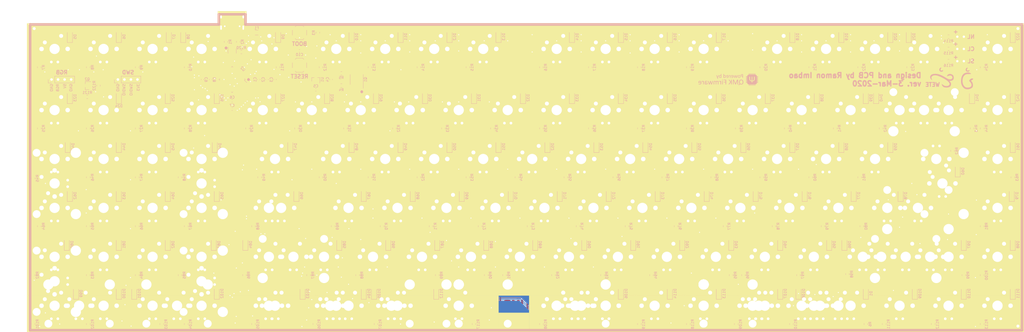
<source format=kicad_pcb>
(kicad_pcb (version 20171130) (host pcbnew "(5.1.4)-1")
  (layers (0 F.Cu signal) (31 B.Cu signal) (34 B.Paste user) (35 F.Paste user) (36 B.SilkS user) (37 F.SilkS user hide) (38 B.Mask user) (39 F.Mask user) (44 Edge.Cuts user))
  (net 0 "")
  (net 1 GND)
  (net 2 +3V3)
  (net 3 +5V)
  (net 4 NRST)
  (net 5 "Net-(D5-Pad2)")
  (net 6 "Net-(D6-Pad2)")
  (net 7 "Net-(D7-Pad2)")
  (net 8 "Net-(D8-Pad2)")
  (net 9 "Net-(D9-Pad2)")
  (net 10 "Net-(D10-Pad2)")
  (net 11 "Net-(D11-Pad2)")
  (net 12 "Net-(D12-Pad2)")
  (net 13 "Net-(D13-Pad2)")
  (net 14 "Net-(D14-Pad2)")
  (net 15 "Net-(D15-Pad2)")
  (net 16 "Net-(D16-Pad2)")
  (net 17 "Net-(D17-Pad2)")
  (net 18 "Net-(D18-Pad2)")
  (net 19 "Net-(D19-Pad2)")
  (net 20 "Net-(D20-Pad2)")
  (net 21 "Net-(D21-Pad2)")
  (net 22 "Net-(D22-Pad2)")
  (net 23 "Net-(D23-Pad2)")
  (net 24 "Net-(D24-Pad2)")
  (net 25 "Net-(D25-Pad2)")
  (net 26 "Net-(D26-Pad2)")
  (net 27 "Net-(D27-Pad2)")
  (net 28 "Net-(D28-Pad2)")
  (net 29 "Net-(D29-Pad2)")
  (net 30 "Net-(D30-Pad2)")
  (net 31 "Net-(D31-Pad2)")
  (net 32 "Net-(D32-Pad2)")
  (net 33 "Net-(D33-Pad2)")
  (net 34 "Net-(D34-Pad2)")
  (net 35 "Net-(D35-Pad2)")
  (net 36 "Net-(D36-Pad2)")
  (net 37 "Net-(D37-Pad2)")
  (net 38 "Net-(D38-Pad2)")
  (net 39 "Net-(D39-Pad2)")
  (net 40 "Net-(D40-Pad2)")
  (net 41 "Net-(D41-Pad2)")
  (net 42 "Net-(D42-Pad2)")
  (net 43 "Net-(D43-Pad2)")
  (net 44 "Net-(D44-Pad2)")
  (net 45 "Net-(D45-Pad2)")
  (net 46 "Net-(D46-Pad2)")
  (net 47 "Net-(D47-Pad2)")
  (net 48 "Net-(D48-Pad2)")
  (net 49 "Net-(D49-Pad2)")
  (net 50 "Net-(D50-Pad2)")
  (net 51 "Net-(D51-Pad2)")
  (net 52 "Net-(D52-Pad2)")
  (net 53 "Net-(D53-Pad2)")
  (net 54 "Net-(D54-Pad2)")
  (net 55 "Net-(D55-Pad2)")
  (net 56 "Net-(D56-Pad2)")
  (net 57 "Net-(D57-Pad2)")
  (net 58 "Net-(D58-Pad2)")
  (net 59 "Net-(D59-Pad2)")
  (net 60 "Net-(D60-Pad2)")
  (net 61 "Net-(D61-Pad2)")
  (net 62 "Net-(D62-Pad2)")
  (net 63 "Net-(D63-Pad2)")
  (net 64 "Net-(D64-Pad2)")
  (net 65 "Net-(D65-Pad2)")
  (net 66 "Net-(D66-Pad2)")
  (net 67 "Net-(D67-Pad2)")
  (net 68 "Net-(D68-Pad2)")
  (net 69 "Net-(D69-Pad2)")
  (net 70 "Net-(D70-Pad2)")
  (net 71 "Net-(D71-Pad2)")
  (net 72 "Net-(D72-Pad2)")
  (net 73 "Net-(D73-Pad2)")
  (net 74 "Net-(D74-Pad2)")
  (net 75 "Net-(D75-Pad2)")
  (net 76 "Net-(D76-Pad2)")
  (net 77 "Net-(D77-Pad2)")
  (net 78 "Net-(D78-Pad2)")
  (net 79 "Net-(D79-Pad2)")
  (net 80 "Net-(D80-Pad2)")
  (net 81 "Net-(D81-Pad2)")
  (net 82 "Net-(D82-Pad2)")
  (net 83 "Net-(D83-Pad2)")
  (net 84 "Net-(D84-Pad2)")
  (net 85 "Net-(D85-Pad2)")
  (net 86 "Net-(D86-Pad2)")
  (net 87 "Net-(D87-Pad2)")
  (net 88 "Net-(D88-Pad2)")
  (net 89 "Net-(D89-Pad2)")
  (net 90 "Net-(D90-Pad2)")
  (net 91 "Net-(D91-Pad2)")
  (net 92 "Net-(D92-Pad2)")
  (net 93 "Net-(D93-Pad2)")
  (net 94 "Net-(D94-Pad2)")
  (net 95 "Net-(D95-Pad2)")
  (net 96 "Net-(D96-Pad2)")
  (net 97 "Net-(D97-Pad2)")
  (net 98 "Net-(D98-Pad2)")
  (net 99 "Net-(D99-Pad2)")
  (net 100 "Net-(D100-Pad2)")
  (net 101 "Net-(D101-Pad2)")
  (net 102 "Net-(D102-Pad2)")
  (net 103 "Net-(D103-Pad2)")
  (net 104 "Net-(D104-Pad2)")
  (net 105 "Net-(D105-Pad2)")
  (net 106 "Net-(D106-Pad2)")
  (net 107 "Net-(D107-Pad2)")
  (net 108 "Net-(D108-Pad2)")
  (net 109 "Net-(D109-Pad2)")
  (net 110 "Net-(D110-Pad2)")
  (net 111 "Net-(D111-Pad2)")
  (net 112 VCC)
  (net 113 "Net-(MX1-Pad3)")
  (net 114 "Net-(MX2-Pad3)")
  (net 115 "Net-(MX3-Pad3)")
  (net 116 "Net-(MX4-Pad3)")
  (net 117 "Net-(MX5-Pad3)")
  (net 118 "Net-(MX6-Pad3)")
  (net 119 "Net-(MX7-Pad3)")
  (net 120 "Net-(MX8-Pad3)")
  (net 121 "Net-(MX9-Pad3)")
  (net 122 "Net-(MX10-Pad3)")
  (net 123 "Net-(MX11-Pad3)")
  (net 124 "Net-(MX12-Pad3)")
  (net 125 "Net-(MX13-Pad3)")
  (net 126 "Net-(MX14-Pad3)")
  (net 127 "Net-(MX15-Pad3)")
  (net 128 "Net-(MX16-Pad3)")
  (net 129 "Net-(MX17-Pad3)")
  (net 130 "Net-(MX18-Pad3)")
  (net 131 "Net-(MX19-Pad3)")
  (net 132 "Net-(MX20-Pad3)")
  (net 133 "Net-(MX21-Pad3)")
  (net 134 "Net-(MX22-Pad3)")
  (net 135 "Net-(MX23-Pad3)")
  (net 136 "Net-(MX24-Pad3)")
  (net 137 "Net-(MX25-Pad3)")
  (net 138 "Net-(MX26-Pad3)")
  (net 139 "Net-(MX27-Pad3)")
  (net 140 "Net-(MX28-Pad3)")
  (net 141 "Net-(MX29-Pad3)")
  (net 142 "Net-(MX30-Pad3)")
  (net 143 "Net-(MX31-Pad3)")
  (net 144 "Net-(MX32-Pad3)")
  (net 145 "Net-(MX33-Pad3)")
  (net 146 "Net-(MX34-Pad3)")
  (net 147 "Net-(MX35-Pad3)")
  (net 148 "Net-(MX36-Pad3)")
  (net 149 "Net-(MX38-Pad3)")
  (net 150 "Net-(MX39-Pad3)")
  (net 151 "Net-(MX40-Pad3)")
  (net 152 "Net-(MX41-Pad3)")
  (net 153 "Net-(MX42-Pad3)")
  (net 154 "Net-(MX44-Pad3)")
  (net 155 "Net-(MX45-Pad3)")
  (net 156 "Net-(MX47-Pad3)")
  (net 157 "Net-(MX48-Pad3)")
  (net 158 "Net-(MX49-Pad3)")
  (net 159 "Net-(MX50-Pad3)")
  (net 160 "Net-(MX51-Pad3)")
  (net 161 "Net-(MX52-Pad3)")
  (net 162 "Net-(MX53-Pad3)")
  (net 163 "Net-(MX54-Pad3)")
  (net 164 "Net-(MX55-Pad3)")
  (net 165 "Net-(MX56-Pad3)")
  (net 166 "Net-(MX57-Pad3)")
  (net 167 "Net-(MX58-Pad3)")
  (net 168 "Net-(MX59-Pad3)")
  (net 169 "Net-(MX61-Pad3)")
  (net 170 "Net-(MX62-Pad3)")
  (net 171 "Net-(MX63-Pad3)")
  (net 172 "Net-(MX64-Pad3)")
  (net 173 "Net-(MX65-Pad3)")
  (net 174 "Net-(MX66-Pad3)")
  (net 175 "Net-(MX68-Pad3)")
  (net 176 "Net-(MX69-Pad3)")
  (net 177 "Net-(MX70-Pad3)")
  (net 178 "Net-(MX71-Pad3)")
  (net 179 "Net-(MX72-Pad3)")
  (net 180 "Net-(MX73-Pad3)")
  (net 181 "Net-(MX74-Pad3)")
  (net 182 "Net-(MX75-Pad3)")
  (net 183 "Net-(MX76-Pad3)")
  (net 184 "Net-(MX77-Pad3)")
  (net 185 "Net-(MX78-Pad3)")
  (net 186 "Net-(MX80-Pad3)")
  (net 187 "Net-(MX81-Pad3)")
  (net 188 "Net-(MX82-Pad3)")
  (net 189 "Net-(MX83-Pad3)")
  (net 190 "Net-(MX85-Pad3)")
  (net 191 "Net-(MX86-Pad3)")
  (net 192 "Net-(MX89-Pad3)")
  (net 193 "Net-(MX90-Pad3)")
  (net 194 "Net-(MX91-Pad3)")
  (net 195 "Net-(MX92-Pad3)")
  (net 196 "Net-(MX93-Pad3)")
  (net 197 "Net-(MX94-Pad3)")
  (net 198 "Net-(MX95-Pad3)")
  (net 199 "Net-(MX96-Pad3)")
  (net 200 "Net-(MX97-Pad3)")
  (net 201 "Net-(MX98-Pad3)")
  (net 202 "Net-(MX99-Pad3)")
  (net 203 "Net-(MX100-Pad3)")
  (net 204 "Net-(MX101-Pad3)")
  (net 205 "Net-(MX102-Pad3)")
  (net 206 "Net-(MX104-Pad3)")
  (net 207 "Net-(MX105-Pad3)")
  (net 208 "Net-(MX106-Pad3)")
  (net 209 "Net-(MX107-Pad3)")
  (net 210 "Net-(MX109-Pad3)")
  (net 211 "Net-(MX111-Pad3)")
  (net 212 "Net-(MX112-Pad3)")
  (net 213 "Net-(MX114-Pad3)")
  (net 214 "Net-(MX116-Pad3)")
  (net 215 "Net-(MX123-Pad3)")
  (net 216 "Net-(MX124-Pad3)")
  (net 217 "Net-(MX125-Pad3)")
  (net 218 "Net-(MX126-Pad3)")
  (net 219 MOS_D)
  (net 220 "Net-(Q1-Pad4)")
  (net 221 "Net-(R1-Pad2)")
  (net 222 BOOT0)
  (net 223 MOS_G)
  (net 224 "Net-(U2-Pad42)")
  (net 225 "Net-(U2-Pad41)")
  (net 226 SWDIO)
  (net 227 D+)
  (net 228 D-)
  (net 229 SWCLK)
  (net 230 "Net-(U2-Pad1)")
  (net 231 "Net-(USB1-Pad3)")
  (net 232 "Net-(USB1-Pad9)")
  (net 233 "Net-(MX103-Pad3)")
  (net 234 DBUS+)
  (net 235 DBUS-)
  (net 236 ROW0)
  (net 237 COL1)
  (net 238 COL2)
  (net 239 COL3)
  (net 240 COL0)
  (net 241 ROW1)
  (net 242 ROW2)
  (net 243 ROW3)
  (net 244 ROW4)
  (net 245 ROW5)
  (net 246 COL4)
  (net 247 COL5)
  (net 248 COL6)
  (net 249 COL7)
  (net 250 COL8)
  (net 251 COL9)
  (net 252 COL10)
  (net 253 COL11)
  (net 254 COL12)
  (net 255 COL18)
  (net 256 COL17)
  (net 257 COL16)
  (net 258 COL15)
  (net 259 COL14)
  (net 260 COL13)
  (net 261 "Net-(D1-Pad2)")
  (net 262 "Net-(MX129-Pad3)")
  (net 263 "Net-(D2-Pad2)")
  (net 264 NUMLOCK_LED)
  (net 265 "Net-(D3-Pad2)")
  (net 266 "Net-(D4-Pad2)")
  (net 267 SCROLLLOCK_LED)
  (net 268 CAPSLOCK_LED)
  (net 269 "Net-(D112-Pad2)")
  (net 270 "Net-(D113-Pad2)")
  (net 271 "Net-(MX134-Pad3)")
  (net 272 "Net-(MX136-Pad3)")
  (net 273 "Net-(D114-Pad2)")
  (net 274 "Net-(MX137-Pad3)")
  (net 275 COL19)
  (net 276 RGB_5V)
  (net 277 RGB_3V3)
  (net 278 "Net-(R2-Pad2)")
  (module Mira:QMK_Powered (layer B.Cu) (at 261.9375 11.90625 180)
    (fp_text reference G*** hide)
    (fp_text value LOGO hide)
  )
  (module Mira:Wete_Baybayin (layer B.Cu) (at 348.853125 11.509375 180)
    (fp_text reference G*** hide)
    (fp_text value LOGO hide)
  )
  (module Ramon:Signature (layer F.Cu) (at 178.59375 99.615625)
    (fp_text reference REF** hide)
    (fp_text value Signature)
    (fp_poly (pts (xy 5.5 3) (xy -5.5 3) (xy -5.5 2.5) (xy 5.5 2.5)) (layer F.Cu) (width 0.1))
    (fp_poly (pts (xy 5.5 -2.75) (xy -5.5 -2.75) (xy -5.5 -3.25) (xy 5.5 -3.25)) (layer F.Cu) (width 0.1))
    (fp_poly (pts (xy 5.5 2.5) (xy 5 2.5) (xy 5 -2.75) (xy 5.5 -2.75)) (layer F.Cu) (width 0.1))
    (fp_poly (pts (xy -5 2.5) (xy -5.5 2.5) (xy -5.5 -2.75) (xy -5 -2.75)) (layer F.Cu) (width 0.1))
    (fp_text user RMI (at 0 0) (layer F.Cu) (effects (font (size 3 3) (thickness 0.75))))
  )
  (module Type-C:HRO-TYPE-C-31-M-12-HandSoldering (layer B.Cu) (at 69.05625 -15.08125)
    (fp_text reference USB1 hide)
    (fp_text value HRO-TYPE-C-31-M-12)
    (pad 12 smd rect (at 3.225 8.195) (size 0.6 2.45) (layers B.Cu B.Paste B.Mask) (net 1 GND))
    (pad 1 smd rect (at -3.225 8.195) (size 0.6 2.45) (layers B.Cu B.Paste B.Mask) (net 1 GND))
    (pad 11 smd rect (at 2.45 8.195) (size 0.6 2.45) (layers B.Cu B.Paste B.Mask) (net 112 VCC))
    (pad 2 smd rect (at -2.45 8.195) (size 0.6 2.45) (layers B.Cu B.Paste B.Mask) (net 112 VCC))
    (pad 3 smd rect (at -1.75 8.195) (size 0.3 2.45) (layers B.Cu B.Paste B.Mask) (net 231 "Net-(USB1-Pad3)"))
    (pad 10 smd rect (at 1.75 8.195) (size 0.3 2.45) (layers B.Cu B.Paste B.Mask) (net 278 "Net-(R2-Pad2)"))
    (pad 4 smd rect (at -1.25 8.195) (size 0.3 2.45) (layers B.Cu B.Paste B.Mask) (net 221 "Net-(R1-Pad2)"))
    (pad 9 smd rect (at 1.25 8.195) (size 0.3 2.45) (layers B.Cu B.Paste B.Mask) (net 232 "Net-(USB1-Pad9)"))
    (pad 5 smd rect (at -0.75 8.195) (size 0.3 2.45) (layers B.Cu B.Paste B.Mask) (net 235 DBUS-))
    (pad 8 smd rect (at 0.75 8.195) (size 0.3 2.45) (layers B.Cu B.Paste B.Mask) (net 234 DBUS+))
    (pad 7 smd rect (at 0.25 8.195) (size 0.3 2.45) (layers B.Cu B.Paste B.Mask) (net 235 DBUS-))
    (pad 6 smd rect (at -0.25 8.195) (size 0.3 2.45) (layers B.Cu B.Paste B.Mask) (net 234 DBUS+))
    (pad "" np_thru_hole circle (at 2.89 6.25) (size 0.65 0.65) (drill 0.65) (layers *.Cu *.Mask))
    (pad "" np_thru_hole circle (at -2.89 6.25) (size 0.65 0.65) (drill 0.65) (layers *.Cu *.Mask))
    (pad 13 thru_hole oval (at -4.32 6.78) (size 1 2.1) (drill oval 0.6 1.7) (layers *.Cu F.Mask) (net 1 GND))
    (pad 13 thru_hole oval (at 4.32 6.78) (size 1 2.1) (drill oval 0.6 1.7) (layers *.Cu F.Mask) (net 1 GND))
    (pad 13 thru_hole oval (at -4.32 2.6) (size 1 1.6) (drill oval 0.6 1.2) (layers *.Cu F.Mask) (net 1 GND))
    (pad 13 thru_hole oval (at 4.32 2.6) (size 1 1.6) (drill oval 0.6 1.2) (layers *.Cu F.Mask) (net 1 GND))
  )
  (module Resistor_SMD:R_0805_2012Metric (layer B.Cu) (at 17.065625 14.2875 270)
    (fp_text reference R122 (at 0 1.65 90) (layer B.SilkS) (effects (justify mirror)))
    (fp_text value 10k)
    (pad 2 smd roundrect (at 0.9375 0 270) (size 0.975 1.4) (layers B.Cu B.Paste B.Mask) (net 277 RGB_3V3))
    (pad 1 smd roundrect (at -0.9375 0 270) (size 0.975 1.4) (layers B.Cu B.Paste B.Mask) (net 2 +3V3))
  )
  (module Resistor_SMD:R_0805_2012Metric (layer B.Cu) (at 12.7 18.653125 180)
    (fp_text reference R121 (at 0 1.65) (layer B.SilkS) (effects (justify mirror)))
    (fp_text value 10k)
    (pad 2 smd roundrect (at 0.9375 0 180) (size 0.975 1.4) (layers B.Cu B.Paste B.Mask) (net 276 RGB_5V))
    (pad 1 smd roundrect (at -0.9375 0 180) (size 0.975 1.4) (layers B.Cu B.Paste B.Mask) (net 3 +5V))
  )
  (module Package_TO_SOT_SMD:SOT-23 (layer B.Cu) (at 12.7 14.2875 180)
    (fp_text reference Q2 (at 0 2.5) (layer B.SilkS) (effects (justify mirror)))
    (fp_text value BSS138)
    (pad 3 smd rect (at 1 0 180) (size 0.9 0.8) (layers B.Cu B.Paste B.Mask) (net 276 RGB_5V))
    (pad 2 smd rect (at -1 -0.95 180) (size 0.9 0.8) (layers B.Cu B.Paste B.Mask) (net 277 RGB_3V3))
    (pad 1 smd rect (at -1 0.95 180) (size 0.9 0.8) (layers B.Cu B.Paste B.Mask) (net 2 +3V3))
  )
  (module Connector_PinSocket_2.54mm:PinSocket_1x04_P2.54mm_Vertical (layer B.Cu) (at -1.190625 11.90625 270)
    (fp_text reference J2 hide)
    (fp_text value Conn_01x04)
    (pad 4 thru_hole rect (at 0 -7.62 270) (size 1.7 1.7) (drill 1) (layers *.Cu *.Mask) (net 1 GND))
    (pad 3 thru_hole oval (at 0 -5.08 270) (size 1.7 1.7) (drill 1) (layers *.Cu *.Mask) (net 3 +5V))
    (pad 2 thru_hole oval (at 0 -2.54 270) (size 1.7 1.7) (drill 1) (layers *.Cu *.Mask) (net 276 RGB_5V))
    (pad 1 thru_hole rect (at 0 0 270) (size 1.7 1.7) (drill 1) (layers *.Cu *.Mask) (net 1 GND))
  )
  (module Mira:JLCPCB_ToolingHole (layer F.Cu) (at 374.65 -7.9375)
    (fp_text reference T3 hide)
    (fp_text value ToolingHole)
    (pad 1 thru_hole circle (at 0 0) (size 1.3 1.3) (drill 1.152) (layers *.Cu *.Paste *.Mask))
  )
  (module Mira:JLCPCB_ToolingHole (layer F.Cu) (at 374.65 107.95)
    (fp_text reference T2 hide)
    (fp_text value ToolingHole)
    (pad 1 thru_hole circle (at 0 0) (size 1.3 1.3) (drill 1.152) (layers *.Cu *.Paste *.Mask))
  )
  (module Mira:JLCPCB_ToolingHole (layer F.Cu) (at -7.9375 -7.9375)
    (fp_text reference T1 hide)
    (fp_text value ToolingHole)
    (pad 1 thru_hole circle (at 0 0) (size 1.3 1.3) (drill 1.152) (layers *.Cu *.Paste *.Mask))
  )
  (module Mira:MXOnly-1U-FLIPPED-MillMax (layer F.Cu) (at 233.3625 100.0125)
    (fp_text reference MX137)
    (fp_text value MX-LED)
    (pad "" np_thru_hole circle (at 5.08 0 48.0996) (size 1.75 1.75) (drill 1.75) (layers *.Cu *.Mask))
    (pad "" np_thru_hole circle (at -5.08 0 48.0996) (size 1.75 1.75) (drill 1.75) (layers *.Cu *.Mask))
    (pad 4 thru_hole rect (at -1.27 5.08) (size 1.905 1.905) (drill 1.04) (layers *.Cu B.Mask) (net 219 MOS_D))
    (pad 3 thru_hole circle (at 1.27 5.08) (size 1.905 1.905) (drill 1.04) (layers *.Cu B.Mask) (net 274 "Net-(MX137-Pad3)"))
    (pad 1 thru_hole circle (at -3.81 -2.54) (size 2.25 2.25) (drill 1.54) (layers *.Cu B.Mask) (net 253 COL11))
    (pad "" np_thru_hole circle (at 0 0) (size 3.9878 3.9878) (drill 3.9878) (layers *.Cu *.Mask))
    (pad 2 thru_hole circle (at 2.54 -5.08) (size 2.25 2.25) (drill 1.54) (layers *.Cu B.Mask) (net 273 "Net-(D114-Pad2)"))
  )
  (module Resistor_SMD:R_0805_2012Metric (layer B.Cu) (at 72.628125 1.190625 180)
    (fp_text reference R120 (at 0 1.65) (layer B.SilkS) (effects (justify mirror)))
    (fp_text value 1.5K)
    (pad 2 smd roundrect (at 0.9375 0 180) (size 0.975 1.4) (layers B.Cu B.Paste B.Mask) (net 227 D+))
    (pad 1 smd roundrect (at -0.9375 0 180) (size 0.975 1.4) (layers B.Cu B.Paste B.Mask) (net 2 +3V3))
  )
  (module Mira:MXOnly-7U-ReversedStabilizers-MillMax (layer F.Cu) (at 214.3125 100.0125)
    (fp_text reference MX138)
    (fp_text value MX-LED)
    (pad "" np_thru_hole circle (at 57.15 -8.255) (size 3.9878 3.9878) (drill 3.9878) (layers *.Cu *.Mask))
    (pad "" np_thru_hole circle (at -57.15 -8.255) (size 3.9878 3.9878) (drill 3.9878) (layers *.Cu *.Mask))
    (pad "" np_thru_hole circle (at 57.15 6.985) (size 3.048 3.048) (drill 3.048) (layers *.Cu *.Mask))
    (pad "" np_thru_hole circle (at -57.15 6.985) (size 3.048 3.048) (drill 3.048) (layers *.Cu *.Mask))
    (pad "" np_thru_hole circle (at 5.08 0 48.0996) (size 1.75 1.75) (drill 1.75) (layers *.Cu *.Mask))
    (pad "" np_thru_hole circle (at -5.08 0 48.0996) (size 1.75 1.75) (drill 1.75) (layers *.Cu *.Mask))
    (pad 4 thru_hole rect (at 1.27 5.08) (size 1.905 1.905) (drill 1.04) (layers *.Cu B.Mask) (net 219 MOS_D))
    (pad 3 thru_hole circle (at -1.27 5.08) (size 1.905 1.905) (drill 1.04) (layers *.Cu B.Mask) (net 206 "Net-(MX104-Pad3)"))
    (pad 1 thru_hole circle (at -3.81 -2.54) (size 2.25 2.25) (drill 1.54) (layers *.Cu B.Mask) (net 252 COL10))
    (pad "" np_thru_hole circle (at 0 0) (size 3.9878 3.9878) (drill 3.9878) (layers *.Cu *.Mask))
    (pad 2 thru_hole circle (at 2.54 -5.08) (size 2.25 2.25) (drill 1.54) (layers *.Cu B.Mask) (net 106 "Net-(D106-Pad2)"))
  )
  (module Mira:MXOnly-1.5U-MillMax (layer F.Cu) (at 304.8 100.0125)
    (fp_text reference MX112)
    (fp_text value MX-LED)
    (pad "" np_thru_hole circle (at 5.08 0 48.0996) (size 1.75 1.75) (drill 1.75) (layers *.Cu *.Mask))
    (pad "" np_thru_hole circle (at -5.08 0 48.0996) (size 1.75 1.75) (drill 1.75) (layers *.Cu *.Mask))
    (pad 4 thru_hole rect (at 1.27 5.08) (size 1.905 1.905) (drill 1.04) (layers *.Cu B.Mask) (net 219 MOS_D))
    (pad 3 thru_hole circle (at -1.27 5.08) (size 1.905 1.905) (drill 1.04) (layers *.Cu B.Mask) (net 212 "Net-(MX112-Pad3)"))
    (pad 1 thru_hole circle (at -3.81 -2.54) (size 2.25 2.25) (drill 1.54) (layers *.Cu B.Mask) (net 258 COL15))
    (pad "" np_thru_hole circle (at 0 0) (size 3.9878 3.9878) (drill 3.9878) (layers *.Cu *.Mask))
    (pad 2 thru_hole circle (at 2.54 -5.08) (size 2.25 2.25) (drill 1.54) (layers *.Cu B.Mask) (net 261 "Net-(D1-Pad2)"))
  )
  (module Mira:MXOnly-1U-FLIPPED-MillMax (layer F.Cu) (at 295.275 100.0125)
    (fp_text reference MX139)
    (fp_text value MX-LED)
    (pad "" np_thru_hole circle (at 5.08 0 48.0996) (size 1.75 1.75) (drill 1.75) (layers *.Cu *.Mask))
    (pad "" np_thru_hole circle (at -5.08 0 48.0996) (size 1.75 1.75) (drill 1.75) (layers *.Cu *.Mask))
    (pad 4 thru_hole rect (at -1.27 5.08) (size 1.905 1.905) (drill 1.04) (layers *.Cu B.Mask) (net 219 MOS_D))
    (pad 3 thru_hole circle (at 1.27 5.08) (size 1.905 1.905) (drill 1.04) (layers *.Cu B.Mask) (net 212 "Net-(MX112-Pad3)"))
    (pad 1 thru_hole circle (at -3.81 -2.54) (size 2.25 2.25) (drill 1.54) (layers *.Cu B.Mask) (net 258 COL15))
    (pad "" np_thru_hole circle (at 0 0) (size 3.9878 3.9878) (drill 3.9878) (layers *.Cu *.Mask))
    (pad 2 thru_hole circle (at 2.54 -5.08) (size 2.25 2.25) (drill 1.54) (layers *.Cu B.Mask) (net 261 "Net-(D1-Pad2)"))
  )
  (module Mira:MXOnly-1U-MillMax (layer F.Cu) (at 252.4125 100.0125)
    (fp_text reference MX136)
    (fp_text value MX-LED)
    (pad "" np_thru_hole circle (at 5.08 0 48.0996) (size 1.75 1.75) (drill 1.75) (layers *.Cu *.Mask))
    (pad "" np_thru_hole circle (at -5.08 0 48.0996) (size 1.75 1.75) (drill 1.75) (layers *.Cu *.Mask))
    (pad 4 thru_hole rect (at 1.27 5.08) (size 1.905 1.905) (drill 1.04) (layers *.Cu B.Mask) (net 219 MOS_D))
    (pad 3 thru_hole circle (at -1.27 5.08) (size 1.905 1.905) (drill 1.04) (layers *.Cu B.Mask) (net 272 "Net-(MX136-Pad3)"))
    (pad 1 thru_hole circle (at -3.81 -2.54) (size 2.25 2.25) (drill 1.54) (layers *.Cu B.Mask) (net 254 COL12))
    (pad "" np_thru_hole circle (at 0 0) (size 3.9878 3.9878) (drill 3.9878) (layers *.Cu *.Mask))
    (pad 2 thru_hole circle (at 2.54 -5.08) (size 2.25 2.25) (drill 1.54) (layers *.Cu B.Mask) (net 270 "Net-(D113-Pad2)"))
  )
  (module Mira:MXOnly-3U-ReversedStabilizers-MillMax (layer F.Cu) (at 195.2625 100.0125)
    (fp_text reference MX135)
    (fp_text value MX-LED)
    (pad 2 thru_hole circle (at 2.54 -5.08) (size 2.25 2.25) (drill 1.54) (layers *.Cu B.Mask) (net 106 "Net-(D106-Pad2)"))
    (pad 1 thru_hole circle (at -3.81 -2.54 48.1) (size 2.25 2.25) (drill 1.54) (layers *.Cu B.Mask) (net 252 COL10))
    (pad "" np_thru_hole circle (at 0 0) (size 3.9878 3.9878) (drill 3.9878) (layers *.Cu *.Mask))
    (pad 3 thru_hole circle (at -1.27 5.08) (size 1.905 1.905) (drill 1.04) (layers *.Cu B.Mask) (net 206 "Net-(MX104-Pad3)"))
    (pad 4 thru_hole rect (at 1.27 5.08) (size 1.905 1.905) (drill 1.04) (layers *.Cu B.Mask) (net 219 MOS_D))
    (pad "" np_thru_hole circle (at -5.08 0 48.0996) (size 1.75 1.75) (drill 1.75) (layers *.Cu *.Mask))
    (pad "" np_thru_hole circle (at 5.08 0 48.0996) (size 1.75 1.75) (drill 1.75) (layers *.Cu *.Mask))
    (pad "" np_thru_hole circle (at -19.05 6.985) (size 3.048 3.048) (drill 3.048) (layers *.Cu *.Mask))
    (pad "" np_thru_hole circle (at 19.05 6.985) (size 3.048 3.048) (drill 3.048) (layers *.Cu *.Mask))
    (pad "" np_thru_hole circle (at -19.05 -8.255) (size 3.9878 3.9878) (drill 3.9878) (layers *.Cu *.Mask))
    (pad "" np_thru_hole circle (at 19.05 -8.255) (size 3.9878 3.9878) (drill 3.9878) (layers *.Cu *.Mask))
  )
  (module Mira:MXOnly-1U-FLIPPED-MillMax (layer F.Cu) (at 157.1625 100.0125)
    (fp_text reference MX134)
    (fp_text value MX-LED)
    (pad "" np_thru_hole circle (at 5.08 0 48.0996) (size 1.75 1.75) (drill 1.75) (layers *.Cu *.Mask))
    (pad "" np_thru_hole circle (at -5.08 0 48.0996) (size 1.75 1.75) (drill 1.75) (layers *.Cu *.Mask))
    (pad 4 thru_hole rect (at -1.27 5.08) (size 1.905 1.905) (drill 1.04) (layers *.Cu B.Mask) (net 219 MOS_D))
    (pad 3 thru_hole circle (at 1.27 5.08) (size 1.905 1.905) (drill 1.04) (layers *.Cu B.Mask) (net 271 "Net-(MX134-Pad3)"))
    (pad 1 thru_hole circle (at -3.81 -2.54) (size 2.25 2.25) (drill 1.54) (layers *.Cu B.Mask) (net 249 COL7))
    (pad "" np_thru_hole circle (at 0 0) (size 3.9878 3.9878) (drill 3.9878) (layers *.Cu *.Mask))
    (pad 2 thru_hole circle (at 2.54 -5.08) (size 2.25 2.25) (drill 1.54) (layers *.Cu B.Mask) (net 269 "Net-(D112-Pad2)"))
  )
  (module Mira:MXOnly-1.75U-MillMax (layer F.Cu) (at 340.51875 80.9625)
    (fp_text reference MX133)
    (fp_text value MX-LED)
    (pad "" np_thru_hole circle (at 5.08 0 48.0996) (size 1.75 1.75) (drill 1.75) (layers *.Cu *.Mask))
    (pad "" np_thru_hole circle (at -5.08 0 48.0996) (size 1.75 1.75) (drill 1.75) (layers *.Cu *.Mask))
    (pad 4 thru_hole rect (at 1.27 5.08) (size 1.905 1.905) (drill 1.04) (layers *.Cu B.Mask) (net 219 MOS_D))
    (pad 3 thru_hole circle (at -1.27 5.08) (size 1.905 1.905) (drill 1.04) (layers *.Cu B.Mask) (net 204 "Net-(MX101-Pad3)"))
    (pad 1 thru_hole circle (at -3.81 -2.54) (size 2.25 2.25) (drill 1.54) (layers *.Cu B.Mask) (net 255 COL18))
    (pad "" np_thru_hole circle (at 0 0) (size 3.9878 3.9878) (drill 3.9878) (layers *.Cu *.Mask))
    (pad 2 thru_hole circle (at 2.54 -5.08) (size 2.25 2.25) (drill 1.54) (layers *.Cu B.Mask) (net 97 "Net-(D97-Pad2)"))
  )
  (module Mira:MXOnly-1U-MillMax (layer F.Cu) (at 314.325 80.9625)
    (fp_text reference MX132)
    (fp_text value MX-LED)
    (pad "" np_thru_hole circle (at 5.08 0 48.0996) (size 1.75 1.75) (drill 1.75) (layers *.Cu *.Mask))
    (pad "" np_thru_hole circle (at -5.08 0 48.0996) (size 1.75 1.75) (drill 1.75) (layers *.Cu *.Mask))
    (pad 4 thru_hole rect (at 1.27 5.08) (size 1.905 1.905) (drill 1.04) (layers *.Cu B.Mask) (net 219 MOS_D))
    (pad 3 thru_hole circle (at -1.27 5.08) (size 1.905 1.905) (drill 1.04) (layers *.Cu B.Mask) (net 203 "Net-(MX100-Pad3)"))
    (pad 1 thru_hole circle (at -3.81 -2.54) (size 2.25 2.25) (drill 1.54) (layers *.Cu B.Mask) (net 256 COL17))
    (pad "" np_thru_hole circle (at 0 0) (size 3.9878 3.9878) (drill 3.9878) (layers *.Cu *.Mask))
    (pad 2 thru_hole circle (at 2.54 -5.08) (size 2.25 2.25) (drill 1.54) (layers *.Cu B.Mask) (net 96 "Net-(D96-Pad2)"))
  )
  (module Mira:MXOnly-1U-FLIPPED-MillMax (layer F.Cu) (at 271.4625 100.0125)
    (fp_text reference MX131)
    (fp_text value MX-LED)
    (pad "" np_thru_hole circle (at 5.08 0 48.0996) (size 1.75 1.75) (drill 1.75) (layers *.Cu *.Mask))
    (pad "" np_thru_hole circle (at -5.08 0 48.0996) (size 1.75 1.75) (drill 1.75) (layers *.Cu *.Mask))
    (pad 4 thru_hole rect (at -1.27 5.08) (size 1.905 1.905) (drill 1.04) (layers *.Cu B.Mask) (net 219 MOS_D))
    (pad 3 thru_hole circle (at 1.27 5.08) (size 1.905 1.905) (drill 1.04) (layers *.Cu B.Mask) (net 211 "Net-(MX111-Pad3)"))
    (pad 1 thru_hole circle (at -3.81 -2.54) (size 2.25 2.25) (drill 1.54) (layers *.Cu B.Mask) (net 260 COL13))
    (pad "" np_thru_hole circle (at 0 0) (size 3.9878 3.9878) (drill 3.9878) (layers *.Cu *.Mask))
    (pad 2 thru_hole circle (at 2.54 -5.08) (size 2.25 2.25) (drill 1.54) (layers *.Cu B.Mask) (net 107 "Net-(D107-Pad2)"))
  )
  (module Mira:MXOnly-1U-FLIPPED-MillMax (layer F.Cu) (at 309.5625 100.0125)
    (fp_text reference MX130)
    (fp_text value MX-LED)
    (pad "" np_thru_hole circle (at 5.08 0 48.0996) (size 1.75 1.75) (drill 1.75) (layers *.Cu *.Mask))
    (pad "" np_thru_hole circle (at -5.08 0 48.0996) (size 1.75 1.75) (drill 1.75) (layers *.Cu *.Mask))
    (pad 4 thru_hole rect (at -1.27 5.08) (size 1.905 1.905) (drill 1.04) (layers *.Cu B.Mask) (net 219 MOS_D))
    (pad 3 thru_hole circle (at 1.27 5.08) (size 1.905 1.905) (drill 1.04) (layers *.Cu B.Mask) (net 212 "Net-(MX112-Pad3)"))
    (pad 1 thru_hole circle (at -3.81 -2.54) (size 2.25 2.25) (drill 1.54) (layers *.Cu B.Mask) (net 258 COL15))
    (pad "" np_thru_hole circle (at 0 0) (size 3.9878 3.9878) (drill 3.9878) (layers *.Cu *.Mask))
    (pad 2 thru_hole circle (at 2.54 -5.08) (size 2.25 2.25) (drill 1.54) (layers *.Cu B.Mask) (net 261 "Net-(D1-Pad2)"))
  )
  (module Mira:MXOnly-1U-MillMax (layer F.Cu) (at 290.5125 100.0125)
    (fp_text reference MX129)
    (fp_text value MX-LED)
    (pad "" np_thru_hole circle (at 5.08 0 48.0996) (size 1.75 1.75) (drill 1.75) (layers *.Cu *.Mask))
    (pad "" np_thru_hole circle (at -5.08 0 48.0996) (size 1.75 1.75) (drill 1.75) (layers *.Cu *.Mask))
    (pad 4 thru_hole rect (at 1.27 5.08) (size 1.905 1.905) (drill 1.04) (layers *.Cu B.Mask) (net 219 MOS_D))
    (pad 3 thru_hole circle (at -1.27 5.08) (size 1.905 1.905) (drill 1.04) (layers *.Cu B.Mask) (net 262 "Net-(MX129-Pad3)"))
    (pad 1 thru_hole circle (at -3.81 -2.54) (size 2.25 2.25) (drill 1.54) (layers *.Cu B.Mask) (net 259 COL14))
    (pad "" np_thru_hole circle (at 0 0) (size 3.9878 3.9878) (drill 3.9878) (layers *.Cu *.Mask))
    (pad 2 thru_hole circle (at 2.54 -5.08) (size 2.25 2.25) (drill 1.54) (layers *.Cu B.Mask) (net 108 "Net-(D108-Pad2)"))
  )
  (module Mira:MXOnly-2.75U-MillMax (layer F.Cu) (at 330.99375 80.9625)
    (fp_text reference MX128)
    (fp_text value MX-LED)
    (pad "" np_thru_hole circle (at 11.938 8.255) (size 3.9878 3.9878) (drill 3.9878) (layers *.Cu *.Mask))
    (pad "" np_thru_hole circle (at -11.938 8.255) (size 3.9878 3.9878) (drill 3.9878) (layers *.Cu *.Mask))
    (pad "" np_thru_hole circle (at 11.938 -6.985) (size 3.048 3.048) (drill 3.048) (layers *.Cu *.Mask))
    (pad "" np_thru_hole circle (at -11.938 -6.985) (size 3.048 3.048) (drill 3.048) (layers *.Cu *.Mask))
    (pad "" np_thru_hole circle (at 5.08 0 48.0996) (size 1.75 1.75) (drill 1.75) (layers *.Cu *.Mask))
    (pad "" np_thru_hole circle (at -5.08 0 48.0996) (size 1.75 1.75) (drill 1.75) (layers *.Cu *.Mask))
    (pad 4 thru_hole rect (at 1.27 5.08) (size 1.905 1.905) (drill 1.04) (layers *.Cu B.Mask) (net 219 MOS_D))
    (pad 3 thru_hole circle (at -1.27 5.08) (size 1.905 1.905) (drill 1.04) (layers *.Cu B.Mask) (net 203 "Net-(MX100-Pad3)"))
    (pad 1 thru_hole circle (at -3.81 -2.54) (size 2.25 2.25) (drill 1.54) (layers *.Cu B.Mask) (net 256 COL17))
    (pad "" np_thru_hole circle (at 0 0) (size 3.9878 3.9878) (drill 3.9878) (layers *.Cu *.Mask))
    (pad 2 thru_hole circle (at 2.54 -5.08) (size 2.25 2.25) (drill 1.54) (layers *.Cu B.Mask) (net 96 "Net-(D96-Pad2)"))
  )
  (module Mira:MXOnly-6U-Centered-FLIPPED-ReversedStabilizers-MillMax (layer F.Cu) (at 204.7875 100.0125)
    (fp_text reference MX127)
    (fp_text value MX-LED)
    (pad "" np_thru_hole circle (at 47.625 -8.255) (size 3.9878 3.9878) (drill 3.9878) (layers *.Cu *.Mask))
    (pad "" np_thru_hole circle (at -47.625 -8.255) (size 3.9878 3.9878) (drill 3.9878) (layers *.Cu *.Mask))
    (pad "" np_thru_hole circle (at 47.625 6.985) (size 3.048 3.048) (drill 3.048) (layers *.Cu *.Mask))
    (pad "" np_thru_hole circle (at -47.625 6.985) (size 3.048 3.048) (drill 3.048) (layers *.Cu *.Mask))
    (pad "" np_thru_hole circle (at 5.08 0 48.0996) (size 1.75 1.75) (drill 1.75) (layers *.Cu *.Mask))
    (pad "" np_thru_hole circle (at -5.08 0 48.0996) (size 1.75 1.75) (drill 1.75) (layers *.Cu *.Mask))
    (pad 4 thru_hole rect (at -1.27 5.08) (size 1.905 1.905) (drill 1.04) (layers *.Cu B.Mask) (net 219 MOS_D))
    (pad 3 thru_hole circle (at 1.27 5.08) (size 1.905 1.905) (drill 1.04) (layers *.Cu B.Mask) (net 206 "Net-(MX104-Pad3)"))
    (pad 1 thru_hole circle (at -3.81 -2.54) (size 2.25 2.25) (drill 1.54) (layers *.Cu B.Mask) (net 252 COL10))
    (pad "" np_thru_hole circle (at 0 0) (size 3.9878 3.9878) (drill 3.9878) (layers *.Cu *.Mask))
    (pad 2 thru_hole circle (at 2.54 -5.08) (size 2.25 2.25) (drill 1.54) (layers *.Cu B.Mask) (net 106 "Net-(D106-Pad2)"))
  )
  (module Mira:MXOnly-1U-MillMax (layer F.Cu) (at 323.85 61.9125)
    (fp_text reference MX126)
    (fp_text value MX-LED)
    (pad "" np_thru_hole circle (at 5.08 0 48.0996) (size 1.75 1.75) (drill 1.75) (layers *.Cu *.Mask))
    (pad "" np_thru_hole circle (at -5.08 0 48.0996) (size 1.75 1.75) (drill 1.75) (layers *.Cu *.Mask))
    (pad 4 thru_hole rect (at 1.27 5.08) (size 1.905 1.905) (drill 1.04) (layers *.Cu B.Mask) (net 219 MOS_D))
    (pad 3 thru_hole circle (at -1.27 5.08) (size 1.905 1.905) (drill 1.04) (layers *.Cu B.Mask) (net 218 "Net-(MX126-Pad3)"))
    (pad 1 thru_hole circle (at -3.81 -2.54) (size 2.25 2.25) (drill 1.54) (layers *.Cu B.Mask) (net 255 COL18))
    (pad "" np_thru_hole circle (at 0 0) (size 3.9878 3.9878) (drill 3.9878) (layers *.Cu *.Mask))
    (pad 2 thru_hole circle (at 2.54 -5.08) (size 2.25 2.25) (drill 1.54) (layers *.Cu B.Mask) (net 78 "Net-(D78-Pad2)"))
  )
  (module Mira:MXOnly-1U-MillMax (layer F.Cu) (at 366.7125 100.0125)
    (fp_text reference MX125)
    (fp_text value MX-LED)
    (pad "" np_thru_hole circle (at 5.08 0 48.0996) (size 1.75 1.75) (drill 1.75) (layers *.Cu *.Mask))
    (pad "" np_thru_hole circle (at -5.08 0 48.0996) (size 1.75 1.75) (drill 1.75) (layers *.Cu *.Mask))
    (pad 4 thru_hole rect (at 1.27 5.08) (size 1.905 1.905) (drill 1.04) (layers *.Cu B.Mask) (net 219 MOS_D))
    (pad 3 thru_hole circle (at -1.27 5.08) (size 1.905 1.905) (drill 1.04) (layers *.Cu B.Mask) (net 217 "Net-(MX125-Pad3)"))
    (pad 1 thru_hole circle (at -3.81 -2.54) (size 2.25 2.25) (drill 1.54) (layers *.Cu B.Mask) (net 275 COL19))
    (pad "" np_thru_hole circle (at 0 0) (size 3.9878 3.9878) (drill 3.9878) (layers *.Cu *.Mask))
    (pad 2 thru_hole circle (at 2.54 -5.08) (size 2.25 2.25) (drill 1.54) (layers *.Cu B.Mask) (net 111 "Net-(D111-Pad2)"))
  )
  (module Mira:MXOnly-1U-MillMax (layer F.Cu) (at 347.6625 100.0125)
    (fp_text reference MX124)
    (fp_text value MX-LED)
    (pad "" np_thru_hole circle (at 5.08 0 48.0996) (size 1.75 1.75) (drill 1.75) (layers *.Cu *.Mask))
    (pad "" np_thru_hole circle (at -5.08 0 48.0996) (size 1.75 1.75) (drill 1.75) (layers *.Cu *.Mask))
    (pad 4 thru_hole rect (at 1.27 5.08) (size 1.905 1.905) (drill 1.04) (layers *.Cu B.Mask) (net 219 MOS_D))
    (pad 3 thru_hole circle (at -1.27 5.08) (size 1.905 1.905) (drill 1.04) (layers *.Cu B.Mask) (net 216 "Net-(MX124-Pad3)"))
    (pad 1 thru_hole circle (at -3.81 -2.54) (size 2.25 2.25) (drill 1.54) (layers *.Cu B.Mask) (net 255 COL18))
    (pad "" np_thru_hole circle (at 0 0) (size 3.9878 3.9878) (drill 3.9878) (layers *.Cu *.Mask))
    (pad 2 thru_hole circle (at 2.54 -5.08) (size 2.25 2.25) (drill 1.54) (layers *.Cu B.Mask) (net 110 "Net-(D110-Pad2)"))
  )
  (module Mira:MXOnly-1U-MillMax (layer F.Cu) (at 328.6125 100.0125)
    (fp_text reference MX123)
    (fp_text value MX-LED)
    (pad "" np_thru_hole circle (at 5.08 0 48.0996) (size 1.75 1.75) (drill 1.75) (layers *.Cu *.Mask))
    (pad "" np_thru_hole circle (at -5.08 0 48.0996) (size 1.75 1.75) (drill 1.75) (layers *.Cu *.Mask))
    (pad 4 thru_hole rect (at 1.27 5.08) (size 1.905 1.905) (drill 1.04) (layers *.Cu B.Mask) (net 219 MOS_D))
    (pad 3 thru_hole circle (at -1.27 5.08) (size 1.905 1.905) (drill 1.04) (layers *.Cu B.Mask) (net 215 "Net-(MX123-Pad3)"))
    (pad 1 thru_hole circle (at -3.81 -2.54) (size 2.25 2.25) (drill 1.54) (layers *.Cu B.Mask) (net 256 COL17))
    (pad "" np_thru_hole circle (at 0 0) (size 3.9878 3.9878) (drill 3.9878) (layers *.Cu *.Mask))
    (pad 2 thru_hole circle (at 2.54 -5.08) (size 2.25 2.25) (drill 1.54) (layers *.Cu B.Mask) (net 109 "Net-(D109-Pad2)"))
  )
  (module Mira:MXOnly-1.25U-MillMax (layer F.Cu) (at 297.65625 100.0125)
    (fp_text reference MX122)
    (fp_text value MX-LED)
    (pad "" np_thru_hole circle (at 5.08 0 48.0996) (size 1.75 1.75) (drill 1.75) (layers *.Cu *.Mask))
    (pad "" np_thru_hole circle (at -5.08 0 48.0996) (size 1.75 1.75) (drill 1.75) (layers *.Cu *.Mask))
    (pad 4 thru_hole rect (at 1.27 5.08) (size 1.905 1.905) (drill 1.04) (layers *.Cu B.Mask) (net 219 MOS_D))
    (pad 3 thru_hole circle (at -1.27 5.08) (size 1.905 1.905) (drill 1.04) (layers *.Cu B.Mask) (net 212 "Net-(MX112-Pad3)"))
    (pad 1 thru_hole circle (at -3.81 -2.54) (size 2.25 2.25) (drill 1.54) (layers *.Cu B.Mask) (net 258 COL15))
    (pad "" np_thru_hole circle (at 0 0) (size 3.9878 3.9878) (drill 3.9878) (layers *.Cu *.Mask))
    (pad 2 thru_hole circle (at 2.54 -5.08) (size 2.25 2.25) (drill 1.54) (layers *.Cu B.Mask) (net 261 "Net-(D1-Pad2)"))
  )
  (module Mira:MXOnly-1.25U-MillMax (layer F.Cu) (at 273.84375 100.0125)
    (fp_text reference MX121)
    (fp_text value MX-LED)
    (pad "" np_thru_hole circle (at 5.08 0 48.0996) (size 1.75 1.75) (drill 1.75) (layers *.Cu *.Mask))
    (pad "" np_thru_hole circle (at -5.08 0 48.0996) (size 1.75 1.75) (drill 1.75) (layers *.Cu *.Mask))
    (pad 4 thru_hole rect (at 1.27 5.08) (size 1.905 1.905) (drill 1.04) (layers *.Cu B.Mask) (net 219 MOS_D))
    (pad 3 thru_hole circle (at -1.27 5.08) (size 1.905 1.905) (drill 1.04) (layers *.Cu B.Mask) (net 211 "Net-(MX111-Pad3)"))
    (pad 1 thru_hole circle (at -3.81 -2.54) (size 2.25 2.25) (drill 1.54) (layers *.Cu B.Mask) (net 260 COL13))
    (pad "" np_thru_hole circle (at 0 0) (size 3.9878 3.9878) (drill 3.9878) (layers *.Cu *.Mask))
    (pad 2 thru_hole circle (at 2.54 -5.08) (size 2.25 2.25) (drill 1.54) (layers *.Cu B.Mask) (net 107 "Net-(D107-Pad2)"))
  )
  (module Mira:MXOnly-6.25U-ReversedStabilizers-MillMax (layer F.Cu) (at 202.40625 100.0125)
    (fp_text reference MX120)
    (fp_text value MX-LED)
    (pad "" np_thru_hole circle (at 49.9999 -8.255) (size 3.9878 3.9878) (drill 3.9878) (layers *.Cu *.Mask))
    (pad "" np_thru_hole circle (at -49.9999 -8.255) (size 3.9878 3.9878) (drill 3.9878) (layers *.Cu *.Mask))
    (pad "" np_thru_hole circle (at 49.9999 6.985) (size 3.048 3.048) (drill 3.048) (layers *.Cu *.Mask))
    (pad "" np_thru_hole circle (at -49.9999 6.985) (size 3.048 3.048) (drill 3.048) (layers *.Cu *.Mask))
    (pad "" np_thru_hole circle (at 5.08 0 48.0996) (size 1.75 1.75) (drill 1.75) (layers *.Cu *.Mask))
    (pad "" np_thru_hole circle (at -5.08 0 48.0996) (size 1.75 1.75) (drill 1.75) (layers *.Cu *.Mask))
    (pad 4 thru_hole rect (at 1.27 5.08) (size 1.905 1.905) (drill 1.04) (layers *.Cu B.Mask) (net 219 MOS_D))
    (pad 3 thru_hole circle (at -1.27 5.08) (size 1.905 1.905) (drill 1.04) (layers *.Cu B.Mask) (net 206 "Net-(MX104-Pad3)"))
    (pad 1 thru_hole circle (at -3.81 -2.54) (size 2.25 2.25) (drill 1.54) (layers *.Cu B.Mask) (net 252 COL10))
    (pad "" np_thru_hole circle (at 0 0) (size 3.9878 3.9878) (drill 3.9878) (layers *.Cu *.Mask))
    (pad 2 thru_hole circle (at 2.54 -5.08) (size 2.25 2.25) (drill 1.54) (layers *.Cu B.Mask) (net 106 "Net-(D106-Pad2)"))
  )
  (module Mira:MXOnly-1.25U-MillMax (layer F.Cu) (at 130.96875 100.0125)
    (fp_text reference MX119)
    (fp_text value MX-LED)
    (pad "" np_thru_hole circle (at 5.08 0 48.0996) (size 1.75 1.75) (drill 1.75) (layers *.Cu *.Mask))
    (pad "" np_thru_hole circle (at -5.08 0 48.0996) (size 1.75 1.75) (drill 1.75) (layers *.Cu *.Mask))
    (pad 4 thru_hole rect (at 1.27 5.08) (size 1.905 1.905) (drill 1.04) (layers *.Cu B.Mask) (net 219 MOS_D))
    (pad 3 thru_hole circle (at -1.27 5.08) (size 1.905 1.905) (drill 1.04) (layers *.Cu B.Mask) (net 210 "Net-(MX109-Pad3)"))
    (pad 1 thru_hole circle (at -3.81 -2.54) (size 2.25 2.25) (drill 1.54) (layers *.Cu B.Mask) (net 248 COL6))
    (pad "" np_thru_hole circle (at 0 0) (size 3.9878 3.9878) (drill 3.9878) (layers *.Cu *.Mask))
    (pad 2 thru_hole circle (at 2.54 -5.08) (size 2.25 2.25) (drill 1.54) (layers *.Cu B.Mask) (net 105 "Net-(D105-Pad2)"))
  )
  (module Mira:MXOnly-1.25U-MillMax (layer F.Cu) (at 107.15625 100.0125)
    (fp_text reference MX118)
    (fp_text value MX-LED)
    (pad "" np_thru_hole circle (at 5.08 0 48.0996) (size 1.75 1.75) (drill 1.75) (layers *.Cu *.Mask))
    (pad "" np_thru_hole circle (at -5.08 0 48.0996) (size 1.75 1.75) (drill 1.75) (layers *.Cu *.Mask))
    (pad 4 thru_hole rect (at 1.27 5.08) (size 1.905 1.905) (drill 1.04) (layers *.Cu B.Mask) (net 219 MOS_D))
    (pad 3 thru_hole circle (at -1.27 5.08) (size 1.905 1.905) (drill 1.04) (layers *.Cu B.Mask) (net 233 "Net-(MX103-Pad3)"))
    (pad 1 thru_hole circle (at -3.81 -2.54) (size 2.25 2.25) (drill 1.54) (layers *.Cu B.Mask) (net 247 COL5))
    (pad "" np_thru_hole circle (at 0 0) (size 3.9878 3.9878) (drill 3.9878) (layers *.Cu *.Mask))
    (pad 2 thru_hole circle (at 2.54 -5.08) (size 2.25 2.25) (drill 1.54) (layers *.Cu B.Mask) (net 104 "Net-(D104-Pad2)"))
  )
  (module Mira:MXOnly-1.25U-MillMax (layer F.Cu) (at 83.34375 100.0125)
    (fp_text reference MX117)
    (fp_text value MX-LED)
    (pad "" np_thru_hole circle (at 5.08 0 48.0996) (size 1.75 1.75) (drill 1.75) (layers *.Cu *.Mask))
    (pad "" np_thru_hole circle (at -5.08 0 48.0996) (size 1.75 1.75) (drill 1.75) (layers *.Cu *.Mask))
    (pad 4 thru_hole rect (at 1.27 5.08) (size 1.905 1.905) (drill 1.04) (layers *.Cu B.Mask) (net 219 MOS_D))
    (pad 3 thru_hole circle (at -1.27 5.08) (size 1.905 1.905) (drill 1.04) (layers *.Cu B.Mask) (net 209 "Net-(MX107-Pad3)"))
    (pad 1 thru_hole circle (at -3.81 -2.54) (size 2.25 2.25) (drill 1.54) (layers *.Cu B.Mask) (net 246 COL4))
    (pad "" np_thru_hole circle (at 0 0) (size 3.9878 3.9878) (drill 3.9878) (layers *.Cu *.Mask))
    (pad 2 thru_hole circle (at 2.54 -5.08) (size 2.25 2.25) (drill 1.54) (layers *.Cu B.Mask) (net 103 "Net-(D103-Pad2)"))
  )
  (module Mira:MXOnly-1U-MillMax (layer F.Cu) (at 57.15 100.0125)
    (fp_text reference MX116)
    (fp_text value MX-LED)
    (pad "" np_thru_hole circle (at 5.08 0 48.0996) (size 1.75 1.75) (drill 1.75) (layers *.Cu *.Mask))
    (pad "" np_thru_hole circle (at -5.08 0 48.0996) (size 1.75 1.75) (drill 1.75) (layers *.Cu *.Mask))
    (pad 4 thru_hole rect (at 1.27 5.08) (size 1.905 1.905) (drill 1.04) (layers *.Cu B.Mask) (net 219 MOS_D))
    (pad 3 thru_hole circle (at -1.27 5.08) (size 1.905 1.905) (drill 1.04) (layers *.Cu B.Mask) (net 214 "Net-(MX116-Pad3)"))
    (pad 1 thru_hole circle (at -3.81 -2.54) (size 2.25 2.25) (drill 1.54) (layers *.Cu B.Mask) (net 239 COL3))
    (pad "" np_thru_hole circle (at 0 0) (size 3.9878 3.9878) (drill 3.9878) (layers *.Cu *.Mask))
    (pad 2 thru_hole circle (at 2.54 -5.08) (size 2.25 2.25) (drill 1.54) (layers *.Cu B.Mask) (net 102 "Net-(D102-Pad2)"))
  )
  (module Mira:MXOnly-1U-MillMax (layer F.Cu) (at 38.1 100.0125)
    (fp_text reference MX115)
    (fp_text value MX-LED)
    (pad "" np_thru_hole circle (at 5.08 0 48.0996) (size 1.75 1.75) (drill 1.75) (layers *.Cu *.Mask))
    (pad "" np_thru_hole circle (at -5.08 0 48.0996) (size 1.75 1.75) (drill 1.75) (layers *.Cu *.Mask))
    (pad 4 thru_hole rect (at 1.27 5.08) (size 1.905 1.905) (drill 1.04) (layers *.Cu B.Mask) (net 219 MOS_D))
    (pad 3 thru_hole circle (at -1.27 5.08) (size 1.905 1.905) (drill 1.04) (layers *.Cu B.Mask) (net 208 "Net-(MX106-Pad3)"))
    (pad 1 thru_hole circle (at -3.81 -2.54) (size 2.25 2.25) (drill 1.54) (layers *.Cu B.Mask) (net 238 COL2))
    (pad "" np_thru_hole circle (at 0 0) (size 3.9878 3.9878) (drill 3.9878) (layers *.Cu *.Mask))
    (pad 2 thru_hole circle (at 2.54 -5.08) (size 2.25 2.25) (drill 1.54) (layers *.Cu B.Mask) (net 101 "Net-(D101-Pad2)"))
  )
  (module Mira:MXOnly-1U-MillMax (layer F.Cu) (at 19.05 100.0125)
    (fp_text reference MX114)
    (fp_text value MX-LED)
    (pad "" np_thru_hole circle (at 5.08 0 48.0996) (size 1.75 1.75) (drill 1.75) (layers *.Cu *.Mask))
    (pad "" np_thru_hole circle (at -5.08 0 48.0996) (size 1.75 1.75) (drill 1.75) (layers *.Cu *.Mask))
    (pad 4 thru_hole rect (at 1.27 5.08) (size 1.905 1.905) (drill 1.04) (layers *.Cu B.Mask) (net 219 MOS_D))
    (pad 3 thru_hole circle (at -1.27 5.08) (size 1.905 1.905) (drill 1.04) (layers *.Cu B.Mask) (net 213 "Net-(MX114-Pad3)"))
    (pad 1 thru_hole circle (at -3.81 -2.54) (size 2.25 2.25) (drill 1.54) (layers *.Cu B.Mask) (net 237 COL1))
    (pad "" np_thru_hole circle (at 0 0) (size 3.9878 3.9878) (drill 3.9878) (layers *.Cu *.Mask))
    (pad 2 thru_hole circle (at 2.54 -5.08) (size 2.25 2.25) (drill 1.54) (layers *.Cu B.Mask) (net 100 "Net-(D100-Pad2)"))
  )
  (module Mira:MXOnly-1U-MillMax (layer F.Cu) (at 0 100.0125)
    (fp_text reference MX113)
    (fp_text value MX-LED)
    (pad "" np_thru_hole circle (at 5.08 0 48.0996) (size 1.75 1.75) (drill 1.75) (layers *.Cu *.Mask))
    (pad "" np_thru_hole circle (at -5.08 0 48.0996) (size 1.75 1.75) (drill 1.75) (layers *.Cu *.Mask))
    (pad 4 thru_hole rect (at 1.27 5.08) (size 1.905 1.905) (drill 1.04) (layers *.Cu B.Mask) (net 219 MOS_D))
    (pad 3 thru_hole circle (at -1.27 5.08) (size 1.905 1.905) (drill 1.04) (layers *.Cu B.Mask) (net 207 "Net-(MX105-Pad3)"))
    (pad 1 thru_hole circle (at -3.81 -2.54) (size 2.25 2.25) (drill 1.54) (layers *.Cu B.Mask) (net 240 COL0))
    (pad "" np_thru_hole circle (at 0 0) (size 3.9878 3.9878) (drill 3.9878) (layers *.Cu *.Mask))
    (pad 2 thru_hole circle (at 2.54 -5.08) (size 2.25 2.25) (drill 1.54) (layers *.Cu B.Mask) (net 99 "Net-(D99-Pad2)"))
  )
  (module Mira:MXOnly-1.5U-FLIPPED-MillMax (layer F.Cu) (at 276.225 100.0125)
    (fp_text reference MX111)
    (fp_text value MX-LED)
    (pad "" np_thru_hole circle (at 5.08 0 48.0996) (size 1.75 1.75) (drill 1.75) (layers *.Cu *.Mask))
    (pad "" np_thru_hole circle (at -5.08 0 48.0996) (size 1.75 1.75) (drill 1.75) (layers *.Cu *.Mask))
    (pad 4 thru_hole rect (at -1.27 5.08) (size 1.905 1.905) (drill 1.04) (layers *.Cu B.Mask) (net 219 MOS_D))
    (pad 3 thru_hole circle (at 1.27 5.08) (size 1.905 1.905) (drill 1.04) (layers *.Cu B.Mask) (net 211 "Net-(MX111-Pad3)"))
    (pad 1 thru_hole circle (at -3.81 -2.54) (size 2.25 2.25) (drill 1.54) (layers *.Cu B.Mask) (net 260 COL13))
    (pad "" np_thru_hole circle (at 0 0) (size 3.9878 3.9878) (drill 3.9878) (layers *.Cu *.Mask))
    (pad 2 thru_hole circle (at 2.54 -5.08) (size 2.25 2.25) (drill 1.54) (layers *.Cu B.Mask) (net 107 "Net-(D107-Pad2)"))
  )
  (module Mira:MXOnly-6U-ReversedStabilizers-MillMax (layer F.Cu) (at 204.7875 100.0125)
    (fp_text reference MX110)
    (fp_text value MX-LED)
    (pad "" np_thru_hole circle (at 47.625 -8.255) (size 3.9878 3.9878) (drill 3.9878) (layers *.Cu *.Mask))
    (pad "" np_thru_hole circle (at -47.625 -8.255) (size 3.9878 3.9878) (drill 3.9878) (layers *.Cu *.Mask))
    (pad "" np_thru_hole circle (at 47.625 6.985) (size 3.048 3.048) (drill 3.048) (layers *.Cu *.Mask))
    (pad "" np_thru_hole circle (at -47.625 6.985) (size 3.048 3.048) (drill 3.048) (layers *.Cu *.Mask))
    (pad "" np_thru_hole circle (at 14.605 0 48.0996) (size 1.75 1.75) (drill 1.75) (layers *.Cu *.Mask))
    (pad "" np_thru_hole circle (at 4.445 0 48.0996) (size 1.75 1.75) (drill 1.75) (layers *.Cu *.Mask))
    (pad 4 thru_hole rect (at 10.795 5.08) (size 1.905 1.905) (drill 1.04) (layers *.Cu B.Mask) (net 219 MOS_D))
    (pad 3 thru_hole circle (at 8.255 5.08) (size 1.905 1.905) (drill 1.04) (layers *.Cu B.Mask) (net 206 "Net-(MX104-Pad3)"))
    (pad 1 thru_hole circle (at 5.715 -2.54) (size 2.25 2.25) (drill 1.54) (layers *.Cu B.Mask) (net 252 COL10))
    (pad "" np_thru_hole circle (at 9.525 0) (size 3.9878 3.9878) (drill 3.9878) (layers *.Cu *.Mask))
    (pad 2 thru_hole circle (at 12.065 -5.08) (size 2.25 2.25) (drill 1.54) (layers *.Cu B.Mask) (net 106 "Net-(D106-Pad2)"))
  )
  (module Mira:MXOnly-1.5U-FLIPPED-MillMax (layer F.Cu) (at 133.35 100.0125)
    (fp_text reference MX109)
    (fp_text value MX-LED)
    (pad "" np_thru_hole circle (at 5.08 0 48.0996) (size 1.75 1.75) (drill 1.75) (layers *.Cu *.Mask))
    (pad "" np_thru_hole circle (at -5.08 0 48.0996) (size 1.75 1.75) (drill 1.75) (layers *.Cu *.Mask))
    (pad 4 thru_hole rect (at -1.27 5.08) (size 1.905 1.905) (drill 1.04) (layers *.Cu B.Mask) (net 219 MOS_D))
    (pad 3 thru_hole circle (at 1.27 5.08) (size 1.905 1.905) (drill 1.04) (layers *.Cu B.Mask) (net 210 "Net-(MX109-Pad3)"))
    (pad 1 thru_hole circle (at -3.81 -2.54) (size 2.25 2.25) (drill 1.54) (layers *.Cu B.Mask) (net 248 COL6))
    (pad "" np_thru_hole circle (at 0 0) (size 3.9878 3.9878) (drill 3.9878) (layers *.Cu *.Mask))
    (pad 2 thru_hole circle (at 2.54 -5.08) (size 2.25 2.25) (drill 1.54) (layers *.Cu B.Mask) (net 105 "Net-(D105-Pad2)"))
  )
  (module Mira:MXOnly-1U-FLIPPED-MillMax (layer F.Cu) (at 109.5375 100.0125)
    (fp_text reference MX108)
    (fp_text value MX-LED)
    (pad "" np_thru_hole circle (at 5.08 0 48.0996) (size 1.75 1.75) (drill 1.75) (layers *.Cu *.Mask))
    (pad "" np_thru_hole circle (at -5.08 0 48.0996) (size 1.75 1.75) (drill 1.75) (layers *.Cu *.Mask))
    (pad 4 thru_hole rect (at -1.27 5.08) (size 1.905 1.905) (drill 1.04) (layers *.Cu B.Mask) (net 219 MOS_D))
    (pad 3 thru_hole circle (at 1.27 5.08) (size 1.905 1.905) (drill 1.04) (layers *.Cu B.Mask) (net 233 "Net-(MX103-Pad3)"))
    (pad 1 thru_hole circle (at -3.81 -2.54) (size 2.25 2.25) (drill 1.54) (layers *.Cu B.Mask) (net 247 COL5))
    (pad "" np_thru_hole circle (at 0 0) (size 3.9878 3.9878) (drill 3.9878) (layers *.Cu *.Mask))
    (pad 2 thru_hole circle (at 2.54 -5.08) (size 2.25 2.25) (drill 1.54) (layers *.Cu B.Mask) (net 104 "Net-(D104-Pad2)"))
  )
  (module Mira:MXOnly-1.5U-FLIPPED-MillMax (layer F.Cu) (at 85.725 100.0125)
    (fp_text reference MX107)
    (fp_text value MX-LED)
    (pad "" np_thru_hole circle (at 5.08 0 48.0996) (size 1.75 1.75) (drill 1.75) (layers *.Cu *.Mask))
    (pad "" np_thru_hole circle (at -5.08 0 48.0996) (size 1.75 1.75) (drill 1.75) (layers *.Cu *.Mask))
    (pad 4 thru_hole rect (at -1.27 5.08) (size 1.905 1.905) (drill 1.04) (layers *.Cu B.Mask) (net 219 MOS_D))
    (pad 3 thru_hole circle (at 1.27 5.08) (size 1.905 1.905) (drill 1.04) (layers *.Cu B.Mask) (net 209 "Net-(MX107-Pad3)"))
    (pad 1 thru_hole circle (at -3.81 -2.54) (size 2.25 2.25) (drill 1.54) (layers *.Cu B.Mask) (net 246 COL4))
    (pad "" np_thru_hole circle (at 0 0) (size 3.9878 3.9878) (drill 3.9878) (layers *.Cu *.Mask))
    (pad 2 thru_hole circle (at 2.54 -5.08) (size 2.25 2.25) (drill 1.54) (layers *.Cu B.Mask) (net 103 "Net-(D103-Pad2)"))
  )
  (module Mira:MXOnly-2U-ReversedStabilizers-MillMax (layer F.Cu) (at 47.625 100.0125)
    (fp_text reference MX106)
    (fp_text value MX-LED)
    (pad "" np_thru_hole circle (at 11.938 -8.255) (size 3.9878 3.9878) (drill 3.9878) (layers *.Cu *.Mask))
    (pad "" np_thru_hole circle (at -11.938 -8.255) (size 3.9878 3.9878) (drill 3.9878) (layers *.Cu *.Mask))
    (pad "" np_thru_hole circle (at 11.938 6.985) (size 3.048 3.048) (drill 3.048) (layers *.Cu *.Mask))
    (pad "" np_thru_hole circle (at -11.938 6.985) (size 3.048 3.048) (drill 3.048) (layers *.Cu *.Mask))
    (pad "" np_thru_hole circle (at 5.08 0 48.0996) (size 1.75 1.75) (drill 1.75) (layers *.Cu *.Mask))
    (pad "" np_thru_hole circle (at -5.08 0 48.0996) (size 1.75 1.75) (drill 1.75) (layers *.Cu *.Mask))
    (pad 4 thru_hole rect (at 1.27 5.08) (size 1.905 1.905) (drill 1.04) (layers *.Cu B.Mask) (net 219 MOS_D))
    (pad 3 thru_hole circle (at -1.27 5.08) (size 1.905 1.905) (drill 1.04) (layers *.Cu B.Mask) (net 208 "Net-(MX106-Pad3)"))
    (pad 1 thru_hole circle (at -3.81 -2.54) (size 2.25 2.25) (drill 1.54) (layers *.Cu B.Mask) (net 238 COL2))
    (pad "" np_thru_hole circle (at 0 0) (size 3.9878 3.9878) (drill 3.9878) (layers *.Cu *.Mask))
    (pad 2 thru_hole circle (at 2.54 -5.08) (size 2.25 2.25) (drill 1.54) (layers *.Cu B.Mask) (net 101 "Net-(D101-Pad2)"))
  )
  (module Mira:MXOnly-2U-ReversedStabilizers-MillMax (layer F.Cu) (at 9.525 100.0125)
    (fp_text reference MX105)
    (fp_text value MX-LED)
    (pad "" np_thru_hole circle (at 11.938 -8.255) (size 3.9878 3.9878) (drill 3.9878) (layers *.Cu *.Mask))
    (pad "" np_thru_hole circle (at -11.938 -8.255) (size 3.9878 3.9878) (drill 3.9878) (layers *.Cu *.Mask))
    (pad "" np_thru_hole circle (at 11.938 6.985) (size 3.048 3.048) (drill 3.048) (layers *.Cu *.Mask))
    (pad "" np_thru_hole circle (at -11.938 6.985) (size 3.048 3.048) (drill 3.048) (layers *.Cu *.Mask))
    (pad "" np_thru_hole circle (at 5.08 0 48.0996) (size 1.75 1.75) (drill 1.75) (layers *.Cu *.Mask))
    (pad "" np_thru_hole circle (at -5.08 0 48.0996) (size 1.75 1.75) (drill 1.75) (layers *.Cu *.Mask))
    (pad 4 thru_hole rect (at 1.27 5.08) (size 1.905 1.905) (drill 1.04) (layers *.Cu B.Mask) (net 219 MOS_D))
    (pad 3 thru_hole circle (at -1.27 5.08) (size 1.905 1.905) (drill 1.04) (layers *.Cu B.Mask) (net 207 "Net-(MX105-Pad3)"))
    (pad 1 thru_hole circle (at -3.81 -2.54) (size 2.25 2.25) (drill 1.54) (layers *.Cu B.Mask) (net 240 COL0))
    (pad "" np_thru_hole circle (at 0 0) (size 3.9878 3.9878) (drill 3.9878) (layers *.Cu *.Mask))
    (pad 2 thru_hole circle (at 2.54 -5.08) (size 2.25 2.25) (drill 1.54) (layers *.Cu B.Mask) (net 99 "Net-(D99-Pad2)"))
  )
  (module Mira:MXOnly-7U-ReversedStabilizers-MillMax (layer F.Cu) (at 195.2625 100.0125)
    (fp_text reference MX104)
    (fp_text value MX-LED)
    (pad "" np_thru_hole circle (at 57.15 -8.255) (size 3.9878 3.9878) (drill 3.9878) (layers *.Cu *.Mask))
    (pad "" np_thru_hole circle (at -57.15 -8.255) (size 3.9878 3.9878) (drill 3.9878) (layers *.Cu *.Mask))
    (pad "" np_thru_hole circle (at 57.15 6.985) (size 3.048 3.048) (drill 3.048) (layers *.Cu *.Mask))
    (pad "" np_thru_hole circle (at -57.15 6.985) (size 3.048 3.048) (drill 3.048) (layers *.Cu *.Mask))
    (pad "" np_thru_hole circle (at 5.08 0 48.0996) (size 1.75 1.75) (drill 1.75) (layers *.Cu *.Mask))
    (pad "" np_thru_hole circle (at -5.08 0 48.0996) (size 1.75 1.75) (drill 1.75) (layers *.Cu *.Mask))
    (pad 4 thru_hole rect (at 1.27 5.08) (size 1.905 1.905) (drill 1.04) (layers *.Cu B.Mask) (net 219 MOS_D))
    (pad 3 thru_hole circle (at -1.27 5.08) (size 1.905 1.905) (drill 1.04) (layers *.Cu B.Mask) (net 206 "Net-(MX104-Pad3)"))
    (pad 1 thru_hole circle (at -3.81 -2.54) (size 2.25 2.25) (drill 1.54) (layers *.Cu B.Mask) (net 252 COL10))
    (pad "" np_thru_hole circle (at 0 0) (size 3.9878 3.9878) (drill 3.9878) (layers *.Cu *.Mask))
    (pad 2 thru_hole circle (at 2.54 -5.08) (size 2.25 2.25) (drill 1.54) (layers *.Cu B.Mask) (net 106 "Net-(D106-Pad2)"))
  )
  (module Mira:MXOnly-1.5U-MillMax (layer F.Cu) (at 114.3 100.0125)
    (fp_text reference MX103)
    (fp_text value MX-LED)
    (pad "" np_thru_hole circle (at 5.08 0 48.0996) (size 1.75 1.75) (drill 1.75) (layers *.Cu *.Mask))
    (pad "" np_thru_hole circle (at -5.08 0 48.0996) (size 1.75 1.75) (drill 1.75) (layers *.Cu *.Mask))
    (pad 4 thru_hole rect (at 1.27 5.08) (size 1.905 1.905) (drill 1.04) (layers *.Cu B.Mask) (net 219 MOS_D))
    (pad 3 thru_hole circle (at -1.27 5.08) (size 1.905 1.905) (drill 1.04) (layers *.Cu B.Mask) (net 233 "Net-(MX103-Pad3)"))
    (pad 1 thru_hole circle (at -3.81 -2.54) (size 2.25 2.25) (drill 1.54) (layers *.Cu B.Mask) (net 247 COL5))
    (pad "" np_thru_hole circle (at 0 0) (size 3.9878 3.9878) (drill 3.9878) (layers *.Cu *.Mask))
    (pad 2 thru_hole circle (at 2.54 -5.08) (size 2.25 2.25) (drill 1.54) (layers *.Cu B.Mask) (net 104 "Net-(D104-Pad2)"))
  )
  (module Mira:MXOnly-1U-MillMax (layer F.Cu) (at 366.7125 80.9625)
    (fp_text reference MX102)
    (fp_text value MX-LED)
    (pad "" np_thru_hole circle (at 5.08 0 48.0996) (size 1.75 1.75) (drill 1.75) (layers *.Cu *.Mask))
    (pad "" np_thru_hole circle (at -5.08 0 48.0996) (size 1.75 1.75) (drill 1.75) (layers *.Cu *.Mask))
    (pad 4 thru_hole rect (at 1.27 5.08) (size 1.905 1.905) (drill 1.04) (layers *.Cu B.Mask) (net 219 MOS_D))
    (pad 3 thru_hole circle (at -1.27 5.08) (size 1.905 1.905) (drill 1.04) (layers *.Cu B.Mask) (net 205 "Net-(MX102-Pad3)"))
    (pad 1 thru_hole circle (at -3.81 -2.54) (size 2.25 2.25) (drill 1.54) (layers *.Cu B.Mask) (net 275 COL19))
    (pad "" np_thru_hole circle (at 0 0) (size 3.9878 3.9878) (drill 3.9878) (layers *.Cu *.Mask))
    (pad 2 thru_hole circle (at 2.54 -5.08) (size 2.25 2.25) (drill 1.54) (layers *.Cu B.Mask) (net 98 "Net-(D98-Pad2)"))
  )
  (module Mira:MXOnly-1U-MillMax (layer F.Cu) (at 347.6625 80.9625)
    (fp_text reference MX101)
    (fp_text value MX-LED)
    (pad "" np_thru_hole circle (at 5.08 0 48.0996) (size 1.75 1.75) (drill 1.75) (layers *.Cu *.Mask))
    (pad "" np_thru_hole circle (at -5.08 0 48.0996) (size 1.75 1.75) (drill 1.75) (layers *.Cu *.Mask))
    (pad 4 thru_hole rect (at 1.27 5.08) (size 1.905 1.905) (drill 1.04) (layers *.Cu B.Mask) (net 219 MOS_D))
    (pad 3 thru_hole circle (at -1.27 5.08) (size 1.905 1.905) (drill 1.04) (layers *.Cu B.Mask) (net 204 "Net-(MX101-Pad3)"))
    (pad 1 thru_hole circle (at -3.81 -2.54) (size 2.25 2.25) (drill 1.54) (layers *.Cu B.Mask) (net 255 COL18))
    (pad "" np_thru_hole circle (at 0 0) (size 3.9878 3.9878) (drill 3.9878) (layers *.Cu *.Mask))
    (pad 2 thru_hole circle (at 2.54 -5.08) (size 2.25 2.25) (drill 1.54) (layers *.Cu B.Mask) (net 97 "Net-(D97-Pad2)"))
  )
  (module Mira:MXOnly-1.75U-MillMax (layer F.Cu) (at 321.46875 80.9625)
    (fp_text reference MX100)
    (fp_text value MX-LED)
    (pad "" np_thru_hole circle (at 5.08 0 48.0996) (size 1.75 1.75) (drill 1.75) (layers *.Cu *.Mask))
    (pad "" np_thru_hole circle (at -5.08 0 48.0996) (size 1.75 1.75) (drill 1.75) (layers *.Cu *.Mask))
    (pad 4 thru_hole rect (at 1.27 5.08) (size 1.905 1.905) (drill 1.04) (layers *.Cu B.Mask) (net 219 MOS_D))
    (pad 3 thru_hole circle (at -1.27 5.08) (size 1.905 1.905) (drill 1.04) (layers *.Cu B.Mask) (net 203 "Net-(MX100-Pad3)"))
    (pad 1 thru_hole circle (at -3.81 -2.54) (size 2.25 2.25) (drill 1.54) (layers *.Cu B.Mask) (net 256 COL17))
    (pad "" np_thru_hole circle (at 0 0) (size 3.9878 3.9878) (drill 3.9878) (layers *.Cu *.Mask))
    (pad 2 thru_hole circle (at 2.54 -5.08) (size 2.25 2.25) (drill 1.54) (layers *.Cu B.Mask) (net 96 "Net-(D96-Pad2)"))
  )
  (module Mira:MXOnly-1U-MillMax (layer F.Cu) (at 295.275 80.9625)
    (fp_text reference MX99)
    (fp_text value MX-LED)
    (pad "" np_thru_hole circle (at 5.08 0 48.0996) (size 1.75 1.75) (drill 1.75) (layers *.Cu *.Mask))
    (pad "" np_thru_hole circle (at -5.08 0 48.0996) (size 1.75 1.75) (drill 1.75) (layers *.Cu *.Mask))
    (pad 4 thru_hole rect (at 1.27 5.08) (size 1.905 1.905) (drill 1.04) (layers *.Cu B.Mask) (net 219 MOS_D))
    (pad 3 thru_hole circle (at -1.27 5.08) (size 1.905 1.905) (drill 1.04) (layers *.Cu B.Mask) (net 202 "Net-(MX99-Pad3)"))
    (pad 1 thru_hole circle (at -3.81 -2.54) (size 2.25 2.25) (drill 1.54) (layers *.Cu B.Mask) (net 258 COL15))
    (pad "" np_thru_hole circle (at 0 0) (size 3.9878 3.9878) (drill 3.9878) (layers *.Cu *.Mask))
    (pad 2 thru_hole circle (at 2.54 -5.08) (size 2.25 2.25) (drill 1.54) (layers *.Cu B.Mask) (net 95 "Net-(D95-Pad2)"))
  )
  (module Mira:MXOnly-1U-MillMax (layer F.Cu) (at 276.225 80.9625)
    (fp_text reference MX98)
    (fp_text value MX-LED)
    (pad "" np_thru_hole circle (at 5.08 0 48.0996) (size 1.75 1.75) (drill 1.75) (layers *.Cu *.Mask))
    (pad "" np_thru_hole circle (at -5.08 0 48.0996) (size 1.75 1.75) (drill 1.75) (layers *.Cu *.Mask))
    (pad 4 thru_hole rect (at 1.27 5.08) (size 1.905 1.905) (drill 1.04) (layers *.Cu B.Mask) (net 219 MOS_D))
    (pad 3 thru_hole circle (at -1.27 5.08) (size 1.905 1.905) (drill 1.04) (layers *.Cu B.Mask) (net 201 "Net-(MX98-Pad3)"))
    (pad 1 thru_hole circle (at -3.81 -2.54) (size 2.25 2.25) (drill 1.54) (layers *.Cu B.Mask) (net 259 COL14))
    (pad "" np_thru_hole circle (at 0 0) (size 3.9878 3.9878) (drill 3.9878) (layers *.Cu *.Mask))
    (pad 2 thru_hole circle (at 2.54 -5.08) (size 2.25 2.25) (drill 1.54) (layers *.Cu B.Mask) (net 94 "Net-(D94-Pad2)"))
  )
  (module Mira:MXOnly-1U-MillMax (layer F.Cu) (at 257.175 80.9625)
    (fp_text reference MX97)
    (fp_text value MX-LED)
    (pad "" np_thru_hole circle (at 5.08 0 48.0996) (size 1.75 1.75) (drill 1.75) (layers *.Cu *.Mask))
    (pad "" np_thru_hole circle (at -5.08 0 48.0996) (size 1.75 1.75) (drill 1.75) (layers *.Cu *.Mask))
    (pad 4 thru_hole rect (at 1.27 5.08) (size 1.905 1.905) (drill 1.04) (layers *.Cu B.Mask) (net 219 MOS_D))
    (pad 3 thru_hole circle (at -1.27 5.08) (size 1.905 1.905) (drill 1.04) (layers *.Cu B.Mask) (net 200 "Net-(MX97-Pad3)"))
    (pad 1 thru_hole circle (at -3.81 -2.54) (size 2.25 2.25) (drill 1.54) (layers *.Cu B.Mask) (net 260 COL13))
    (pad "" np_thru_hole circle (at 0 0) (size 3.9878 3.9878) (drill 3.9878) (layers *.Cu *.Mask))
    (pad 2 thru_hole circle (at 2.54 -5.08) (size 2.25 2.25) (drill 1.54) (layers *.Cu B.Mask) (net 93 "Net-(D93-Pad2)"))
  )
  (module Mira:MXOnly-1U-MillMax (layer F.Cu) (at 238.125 80.9625)
    (fp_text reference MX96)
    (fp_text value MX-LED)
    (pad "" np_thru_hole circle (at 5.08 0 48.0996) (size 1.75 1.75) (drill 1.75) (layers *.Cu *.Mask))
    (pad "" np_thru_hole circle (at -5.08 0 48.0996) (size 1.75 1.75) (drill 1.75) (layers *.Cu *.Mask))
    (pad 4 thru_hole rect (at 1.27 5.08) (size 1.905 1.905) (drill 1.04) (layers *.Cu B.Mask) (net 219 MOS_D))
    (pad 3 thru_hole circle (at -1.27 5.08) (size 1.905 1.905) (drill 1.04) (layers *.Cu B.Mask) (net 199 "Net-(MX96-Pad3)"))
    (pad 1 thru_hole circle (at -3.81 -2.54) (size 2.25 2.25) (drill 1.54) (layers *.Cu B.Mask) (net 254 COL12))
    (pad "" np_thru_hole circle (at 0 0) (size 3.9878 3.9878) (drill 3.9878) (layers *.Cu *.Mask))
    (pad 2 thru_hole circle (at 2.54 -5.08) (size 2.25 2.25) (drill 1.54) (layers *.Cu B.Mask) (net 92 "Net-(D92-Pad2)"))
  )
  (module Mira:MXOnly-1U-MillMax (layer F.Cu) (at 219.075 80.9625)
    (fp_text reference MX95)
    (fp_text value MX-LED)
    (pad "" np_thru_hole circle (at 5.08 0 48.0996) (size 1.75 1.75) (drill 1.75) (layers *.Cu *.Mask))
    (pad "" np_thru_hole circle (at -5.08 0 48.0996) (size 1.75 1.75) (drill 1.75) (layers *.Cu *.Mask))
    (pad 4 thru_hole rect (at 1.27 5.08) (size 1.905 1.905) (drill 1.04) (layers *.Cu B.Mask) (net 219 MOS_D))
    (pad 3 thru_hole circle (at -1.27 5.08) (size 1.905 1.905) (drill 1.04) (layers *.Cu B.Mask) (net 198 "Net-(MX95-Pad3)"))
    (pad 1 thru_hole circle (at -3.81 -2.54) (size 2.25 2.25) (drill 1.54) (layers *.Cu B.Mask) (net 253 COL11))
    (pad "" np_thru_hole circle (at 0 0) (size 3.9878 3.9878) (drill 3.9878) (layers *.Cu *.Mask))
    (pad 2 thru_hole circle (at 2.54 -5.08) (size 2.25 2.25) (drill 1.54) (layers *.Cu B.Mask) (net 91 "Net-(D91-Pad2)"))
  )
  (module Mira:MXOnly-1U-MillMax (layer F.Cu) (at 200.025 80.9625)
    (fp_text reference MX94)
    (fp_text value MX-LED)
    (pad "" np_thru_hole circle (at 5.08 0 48.0996) (size 1.75 1.75) (drill 1.75) (layers *.Cu *.Mask))
    (pad "" np_thru_hole circle (at -5.08 0 48.0996) (size 1.75 1.75) (drill 1.75) (layers *.Cu *.Mask))
    (pad 4 thru_hole rect (at 1.27 5.08) (size 1.905 1.905) (drill 1.04) (layers *.Cu B.Mask) (net 219 MOS_D))
    (pad 3 thru_hole circle (at -1.27 5.08) (size 1.905 1.905) (drill 1.04) (layers *.Cu B.Mask) (net 197 "Net-(MX94-Pad3)"))
    (pad 1 thru_hole circle (at -3.81 -2.54) (size 2.25 2.25) (drill 1.54) (layers *.Cu B.Mask) (net 252 COL10))
    (pad "" np_thru_hole circle (at 0 0) (size 3.9878 3.9878) (drill 3.9878) (layers *.Cu *.Mask))
    (pad 2 thru_hole circle (at 2.54 -5.08) (size 2.25 2.25) (drill 1.54) (layers *.Cu B.Mask) (net 90 "Net-(D90-Pad2)"))
  )
  (module Mira:MXOnly-1U-MillMax (layer F.Cu) (at 180.975 80.9625)
    (fp_text reference MX93)
    (fp_text value MX-LED)
    (pad "" np_thru_hole circle (at 5.08 0 48.0996) (size 1.75 1.75) (drill 1.75) (layers *.Cu *.Mask))
    (pad "" np_thru_hole circle (at -5.08 0 48.0996) (size 1.75 1.75) (drill 1.75) (layers *.Cu *.Mask))
    (pad 4 thru_hole rect (at 1.27 5.08) (size 1.905 1.905) (drill 1.04) (layers *.Cu B.Mask) (net 219 MOS_D))
    (pad 3 thru_hole circle (at -1.27 5.08) (size 1.905 1.905) (drill 1.04) (layers *.Cu B.Mask) (net 196 "Net-(MX93-Pad3)"))
    (pad 1 thru_hole circle (at -3.81 -2.54) (size 2.25 2.25) (drill 1.54) (layers *.Cu B.Mask) (net 251 COL9))
    (pad "" np_thru_hole circle (at 0 0) (size 3.9878 3.9878) (drill 3.9878) (layers *.Cu *.Mask))
    (pad 2 thru_hole circle (at 2.54 -5.08) (size 2.25 2.25) (drill 1.54) (layers *.Cu B.Mask) (net 89 "Net-(D89-Pad2)"))
  )
  (module Mira:MXOnly-1U-MillMax (layer F.Cu) (at 161.925 80.9625)
    (fp_text reference MX92)
    (fp_text value MX-LED)
    (pad "" np_thru_hole circle (at 5.08 0 48.0996) (size 1.75 1.75) (drill 1.75) (layers *.Cu *.Mask))
    (pad "" np_thru_hole circle (at -5.08 0 48.0996) (size 1.75 1.75) (drill 1.75) (layers *.Cu *.Mask))
    (pad 4 thru_hole rect (at 1.27 5.08) (size 1.905 1.905) (drill 1.04) (layers *.Cu B.Mask) (net 219 MOS_D))
    (pad 3 thru_hole circle (at -1.27 5.08) (size 1.905 1.905) (drill 1.04) (layers *.Cu B.Mask) (net 195 "Net-(MX92-Pad3)"))
    (pad 1 thru_hole circle (at -3.81 -2.54) (size 2.25 2.25) (drill 1.54) (layers *.Cu B.Mask) (net 250 COL8))
    (pad "" np_thru_hole circle (at 0 0) (size 3.9878 3.9878) (drill 3.9878) (layers *.Cu *.Mask))
    (pad 2 thru_hole circle (at 2.54 -5.08) (size 2.25 2.25) (drill 1.54) (layers *.Cu B.Mask) (net 88 "Net-(D88-Pad2)"))
  )
  (module Mira:MXOnly-1U-MillMax (layer F.Cu) (at 142.875 80.9625)
    (fp_text reference MX91)
    (fp_text value MX-LED)
    (pad "" np_thru_hole circle (at 5.08 0 48.0996) (size 1.75 1.75) (drill 1.75) (layers *.Cu *.Mask))
    (pad "" np_thru_hole circle (at -5.08 0 48.0996) (size 1.75 1.75) (drill 1.75) (layers *.Cu *.Mask))
    (pad 4 thru_hole rect (at 1.27 5.08) (size 1.905 1.905) (drill 1.04) (layers *.Cu B.Mask) (net 219 MOS_D))
    (pad 3 thru_hole circle (at -1.27 5.08) (size 1.905 1.905) (drill 1.04) (layers *.Cu B.Mask) (net 194 "Net-(MX91-Pad3)"))
    (pad 1 thru_hole circle (at -3.81 -2.54) (size 2.25 2.25) (drill 1.54) (layers *.Cu B.Mask) (net 249 COL7))
    (pad "" np_thru_hole circle (at 0 0) (size 3.9878 3.9878) (drill 3.9878) (layers *.Cu *.Mask))
    (pad 2 thru_hole circle (at 2.54 -5.08) (size 2.25 2.25) (drill 1.54) (layers *.Cu B.Mask) (net 87 "Net-(D87-Pad2)"))
  )
  (module Mira:MXOnly-1U-MillMax (layer F.Cu) (at 123.825 80.9625)
    (fp_text reference MX90)
    (fp_text value MX-LED)
    (pad "" np_thru_hole circle (at 5.08 0 48.0996) (size 1.75 1.75) (drill 1.75) (layers *.Cu *.Mask))
    (pad "" np_thru_hole circle (at -5.08 0 48.0996) (size 1.75 1.75) (drill 1.75) (layers *.Cu *.Mask))
    (pad 4 thru_hole rect (at 1.27 5.08) (size 1.905 1.905) (drill 1.04) (layers *.Cu B.Mask) (net 219 MOS_D))
    (pad 3 thru_hole circle (at -1.27 5.08) (size 1.905 1.905) (drill 1.04) (layers *.Cu B.Mask) (net 193 "Net-(MX90-Pad3)"))
    (pad 1 thru_hole circle (at -3.81 -2.54) (size 2.25 2.25) (drill 1.54) (layers *.Cu B.Mask) (net 248 COL6))
    (pad "" np_thru_hole circle (at 0 0) (size 3.9878 3.9878) (drill 3.9878) (layers *.Cu *.Mask))
    (pad 2 thru_hole circle (at 2.54 -5.08) (size 2.25 2.25) (drill 1.54) (layers *.Cu B.Mask) (net 86 "Net-(D86-Pad2)"))
  )
  (module Mira:MXOnly-1U-MillMax (layer F.Cu) (at 104.775 80.9625)
    (fp_text reference MX89)
    (fp_text value MX-LED)
    (pad "" np_thru_hole circle (at 5.08 0 48.0996) (size 1.75 1.75) (drill 1.75) (layers *.Cu *.Mask))
    (pad "" np_thru_hole circle (at -5.08 0 48.0996) (size 1.75 1.75) (drill 1.75) (layers *.Cu *.Mask))
    (pad 4 thru_hole rect (at 1.27 5.08) (size 1.905 1.905) (drill 1.04) (layers *.Cu B.Mask) (net 219 MOS_D))
    (pad 3 thru_hole circle (at -1.27 5.08) (size 1.905 1.905) (drill 1.04) (layers *.Cu B.Mask) (net 192 "Net-(MX89-Pad3)"))
    (pad 1 thru_hole circle (at -3.81 -2.54) (size 2.25 2.25) (drill 1.54) (layers *.Cu B.Mask) (net 247 COL5))
    (pad "" np_thru_hole circle (at 0 0) (size 3.9878 3.9878) (drill 3.9878) (layers *.Cu *.Mask))
    (pad 2 thru_hole circle (at 2.54 -5.08) (size 2.25 2.25) (drill 1.54) (layers *.Cu B.Mask) (net 85 "Net-(D85-Pad2)"))
  )
  (module Mira:MXOnly-2.25U-MillMax (layer F.Cu) (at 92.86875 80.9625)
    (fp_text reference MX88)
    (fp_text value MX-LED)
    (pad "" np_thru_hole circle (at 11.938 8.255) (size 3.9878 3.9878) (drill 3.9878) (layers *.Cu *.Mask))
    (pad "" np_thru_hole circle (at -11.938 8.255) (size 3.9878 3.9878) (drill 3.9878) (layers *.Cu *.Mask))
    (pad "" np_thru_hole circle (at 11.938 -6.985) (size 3.048 3.048) (drill 3.048) (layers *.Cu *.Mask))
    (pad "" np_thru_hole circle (at -11.938 -6.985) (size 3.048 3.048) (drill 3.048) (layers *.Cu *.Mask))
    (pad "" np_thru_hole circle (at 5.08 0 48.0996) (size 1.75 1.75) (drill 1.75) (layers *.Cu *.Mask))
    (pad "" np_thru_hole circle (at -5.08 0 48.0996) (size 1.75 1.75) (drill 1.75) (layers *.Cu *.Mask))
    (pad 4 thru_hole rect (at 1.27 5.08) (size 1.905 1.905) (drill 1.04) (layers *.Cu B.Mask) (net 219 MOS_D))
    (pad 3 thru_hole circle (at -1.27 5.08) (size 1.905 1.905) (drill 1.04) (layers *.Cu B.Mask) (net 189 "Net-(MX83-Pad3)"))
    (pad 1 thru_hole circle (at -3.81 -2.54) (size 2.25 2.25) (drill 1.54) (layers *.Cu B.Mask) (net 246 COL4))
    (pad "" np_thru_hole circle (at 0 0) (size 3.9878 3.9878) (drill 3.9878) (layers *.Cu *.Mask))
    (pad 2 thru_hole circle (at 2.54 -5.08) (size 2.25 2.25) (drill 1.54) (layers *.Cu B.Mask) (net 84 "Net-(D84-Pad2)"))
  )
  (module Mira:MXOnly-1U-MillMax (layer F.Cu) (at 57.15 80.9625)
    (fp_text reference MX87)
    (fp_text value MX-LED)
    (pad "" np_thru_hole circle (at 5.08 0 48.0996) (size 1.75 1.75) (drill 1.75) (layers *.Cu *.Mask))
    (pad "" np_thru_hole circle (at -5.08 0 48.0996) (size 1.75 1.75) (drill 1.75) (layers *.Cu *.Mask))
    (pad 4 thru_hole rect (at 1.27 5.08) (size 1.905 1.905) (drill 1.04) (layers *.Cu B.Mask) (net 219 MOS_D))
    (pad 3 thru_hole circle (at -1.27 5.08) (size 1.905 1.905) (drill 1.04) (layers *.Cu B.Mask) (net 188 "Net-(MX82-Pad3)"))
    (pad 1 thru_hole circle (at -3.81 -2.54) (size 2.25 2.25) (drill 1.54) (layers *.Cu B.Mask) (net 239 COL3))
    (pad "" np_thru_hole circle (at 0 0) (size 3.9878 3.9878) (drill 3.9878) (layers *.Cu *.Mask))
    (pad 2 thru_hole circle (at 2.54 -5.08) (size 2.25 2.25) (drill 1.54) (layers *.Cu B.Mask) (net 83 "Net-(D83-Pad2)"))
  )
  (module Mira:MXOnly-1U-MillMax (layer F.Cu) (at 38.1 80.9625)
    (fp_text reference MX86)
    (fp_text value MX-LED)
    (pad "" np_thru_hole circle (at 5.08 0 48.0996) (size 1.75 1.75) (drill 1.75) (layers *.Cu *.Mask))
    (pad "" np_thru_hole circle (at -5.08 0 48.0996) (size 1.75 1.75) (drill 1.75) (layers *.Cu *.Mask))
    (pad 4 thru_hole rect (at 1.27 5.08) (size 1.905 1.905) (drill 1.04) (layers *.Cu B.Mask) (net 219 MOS_D))
    (pad 3 thru_hole circle (at -1.27 5.08) (size 1.905 1.905) (drill 1.04) (layers *.Cu B.Mask) (net 191 "Net-(MX86-Pad3)"))
    (pad 1 thru_hole circle (at -3.81 -2.54) (size 2.25 2.25) (drill 1.54) (layers *.Cu B.Mask) (net 238 COL2))
    (pad "" np_thru_hole circle (at 0 0) (size 3.9878 3.9878) (drill 3.9878) (layers *.Cu *.Mask))
    (pad 2 thru_hole circle (at 2.54 -5.08) (size 2.25 2.25) (drill 1.54) (layers *.Cu B.Mask) (net 82 "Net-(D82-Pad2)"))
  )
  (module Mira:MXOnly-1U-MillMax (layer F.Cu) (at 19.05 80.9625)
    (fp_text reference MX85)
    (fp_text value MX-LED)
    (pad "" np_thru_hole circle (at 5.08 0 48.0996) (size 1.75 1.75) (drill 1.75) (layers *.Cu *.Mask))
    (pad "" np_thru_hole circle (at -5.08 0 48.0996) (size 1.75 1.75) (drill 1.75) (layers *.Cu *.Mask))
    (pad 4 thru_hole rect (at 1.27 5.08) (size 1.905 1.905) (drill 1.04) (layers *.Cu B.Mask) (net 219 MOS_D))
    (pad 3 thru_hole circle (at -1.27 5.08) (size 1.905 1.905) (drill 1.04) (layers *.Cu B.Mask) (net 190 "Net-(MX85-Pad3)"))
    (pad 1 thru_hole circle (at -3.81 -2.54) (size 2.25 2.25) (drill 1.54) (layers *.Cu B.Mask) (net 237 COL1))
    (pad "" np_thru_hole circle (at 0 0) (size 3.9878 3.9878) (drill 3.9878) (layers *.Cu *.Mask))
    (pad 2 thru_hole circle (at 2.54 -5.08) (size 2.25 2.25) (drill 1.54) (layers *.Cu B.Mask) (net 81 "Net-(D81-Pad2)"))
  )
  (module Mira:MXOnly-1U-MillMax (layer F.Cu) (at 0 80.9625)
    (fp_text reference MX84)
    (fp_text value MX-LED)
    (pad "" np_thru_hole circle (at 5.08 0 48.0996) (size 1.75 1.75) (drill 1.75) (layers *.Cu *.Mask))
    (pad "" np_thru_hole circle (at -5.08 0 48.0996) (size 1.75 1.75) (drill 1.75) (layers *.Cu *.Mask))
    (pad 4 thru_hole rect (at 1.27 5.08) (size 1.905 1.905) (drill 1.04) (layers *.Cu B.Mask) (net 219 MOS_D))
    (pad 3 thru_hole circle (at -1.27 5.08) (size 1.905 1.905) (drill 1.04) (layers *.Cu B.Mask) (net 187 "Net-(MX81-Pad3)"))
    (pad 1 thru_hole circle (at -3.81 -2.54) (size 2.25 2.25) (drill 1.54) (layers *.Cu B.Mask) (net 240 COL0))
    (pad "" np_thru_hole circle (at 0 0) (size 3.9878 3.9878) (drill 3.9878) (layers *.Cu *.Mask))
    (pad 2 thru_hole circle (at 2.54 -5.08) (size 2.25 2.25) (drill 1.54) (layers *.Cu B.Mask) (net 80 "Net-(D80-Pad2)"))
  )
  (module Mira:MXOnly-1.25U-MillMax (layer F.Cu) (at 83.34375 80.9625)
    (fp_text reference MX83)
    (fp_text value MX-LED)
    (pad "" np_thru_hole circle (at 5.08 0 48.0996) (size 1.75 1.75) (drill 1.75) (layers *.Cu *.Mask))
    (pad "" np_thru_hole circle (at -5.08 0 48.0996) (size 1.75 1.75) (drill 1.75) (layers *.Cu *.Mask))
    (pad 4 thru_hole rect (at 1.27 5.08) (size 1.905 1.905) (drill 1.04) (layers *.Cu B.Mask) (net 219 MOS_D))
    (pad 3 thru_hole circle (at -1.27 5.08) (size 1.905 1.905) (drill 1.04) (layers *.Cu B.Mask) (net 189 "Net-(MX83-Pad3)"))
    (pad 1 thru_hole circle (at -3.81 -2.54) (size 2.25 2.25) (drill 1.54) (layers *.Cu B.Mask) (net 246 COL4))
    (pad "" np_thru_hole circle (at 0 0) (size 3.9878 3.9878) (drill 3.9878) (layers *.Cu *.Mask))
    (pad 2 thru_hole circle (at 2.54 -5.08) (size 2.25 2.25) (drill 1.54) (layers *.Cu B.Mask) (net 84 "Net-(D84-Pad2)"))
  )
  (module Mira:MXOnly-2U-MillMax (layer F.Cu) (at 57.15 90.4875 90)
    (fp_text reference MX82)
    (fp_text value MX-LED)
    (pad "" np_thru_hole circle (at 11.938 8.255 90) (size 3.9878 3.9878) (drill 3.9878) (layers *.Cu *.Mask))
    (pad "" np_thru_hole circle (at -11.938 8.255 90) (size 3.9878 3.9878) (drill 3.9878) (layers *.Cu *.Mask))
    (pad "" np_thru_hole circle (at 11.938 -6.985 90) (size 3.048 3.048) (drill 3.048) (layers *.Cu *.Mask))
    (pad "" np_thru_hole circle (at -11.938 -6.985 90) (size 3.048 3.048) (drill 3.048) (layers *.Cu *.Mask))
    (pad "" np_thru_hole circle (at 5.08 0 138.0996) (size 1.75 1.75) (drill 1.75) (layers *.Cu *.Mask))
    (pad "" np_thru_hole circle (at -5.08 0 138.0996) (size 1.75 1.75) (drill 1.75) (layers *.Cu *.Mask))
    (pad 4 thru_hole rect (at 1.27 5.08 90) (size 1.905 1.905) (drill 1.04) (layers *.Cu B.Mask) (net 219 MOS_D))
    (pad 3 thru_hole circle (at -1.27 5.08 90) (size 1.905 1.905) (drill 1.04) (layers *.Cu B.Mask) (net 188 "Net-(MX82-Pad3)"))
    (pad 1 thru_hole circle (at -3.81 -2.54 90) (size 2.25 2.25) (drill 1.54) (layers *.Cu B.Mask) (net 239 COL3))
    (pad "" np_thru_hole circle (at 0 0 90) (size 3.9878 3.9878) (drill 3.9878) (layers *.Cu *.Mask))
    (pad 2 thru_hole circle (at 2.54 -5.08 90) (size 2.25 2.25) (drill 1.54) (layers *.Cu B.Mask) (net 83 "Net-(D83-Pad2)"))
  )
  (module Mira:MXOnly-2U-MillMax (layer F.Cu) (at 0 90.4875 90)
    (fp_text reference MX81)
    (fp_text value MX-LED)
    (pad "" np_thru_hole circle (at 11.938 8.255 90) (size 3.9878 3.9878) (drill 3.9878) (layers *.Cu *.Mask))
    (pad "" np_thru_hole circle (at -11.938 8.255 90) (size 3.9878 3.9878) (drill 3.9878) (layers *.Cu *.Mask))
    (pad "" np_thru_hole circle (at 11.938 -6.985 90) (size 3.048 3.048) (drill 3.048) (layers *.Cu *.Mask))
    (pad "" np_thru_hole circle (at -11.938 -6.985 90) (size 3.048 3.048) (drill 3.048) (layers *.Cu *.Mask))
    (pad "" np_thru_hole circle (at 5.08 0 138.0996) (size 1.75 1.75) (drill 1.75) (layers *.Cu *.Mask))
    (pad "" np_thru_hole circle (at -5.08 0 138.0996) (size 1.75 1.75) (drill 1.75) (layers *.Cu *.Mask))
    (pad 4 thru_hole rect (at 1.27 5.08 90) (size 1.905 1.905) (drill 1.04) (layers *.Cu B.Mask) (net 219 MOS_D))
    (pad 3 thru_hole circle (at -1.27 5.08 90) (size 1.905 1.905) (drill 1.04) (layers *.Cu B.Mask) (net 187 "Net-(MX81-Pad3)"))
    (pad 1 thru_hole circle (at -3.81 -2.54 90) (size 2.25 2.25) (drill 1.54) (layers *.Cu B.Mask) (net 240 COL0))
    (pad "" np_thru_hole circle (at 0 0 90) (size 3.9878 3.9878) (drill 3.9878) (layers *.Cu *.Mask))
    (pad 2 thru_hole circle (at 2.54 -5.08 90) (size 2.25 2.25) (drill 1.54) (layers *.Cu B.Mask) (net 80 "Net-(D80-Pad2)"))
  )
  (module Mira:MXOnly-1U-MillMax (layer F.Cu) (at 366.7125 61.9125)
    (fp_text reference MX80)
    (fp_text value MX-LED)
    (pad "" np_thru_hole circle (at 5.08 0 48.0996) (size 1.75 1.75) (drill 1.75) (layers *.Cu *.Mask))
    (pad "" np_thru_hole circle (at -5.08 0 48.0996) (size 1.75 1.75) (drill 1.75) (layers *.Cu *.Mask))
    (pad 4 thru_hole rect (at 1.27 5.08) (size 1.905 1.905) (drill 1.04) (layers *.Cu B.Mask) (net 219 MOS_D))
    (pad 3 thru_hole circle (at -1.27 5.08) (size 1.905 1.905) (drill 1.04) (layers *.Cu B.Mask) (net 186 "Net-(MX80-Pad3)"))
    (pad 1 thru_hole circle (at -3.81 -2.54) (size 2.25 2.25) (drill 1.54) (layers *.Cu B.Mask) (net 275 COL19))
    (pad "" np_thru_hole circle (at 0 0) (size 3.9878 3.9878) (drill 3.9878) (layers *.Cu *.Mask))
    (pad 2 thru_hole circle (at 2.54 -5.08) (size 2.25 2.25) (drill 1.54) (layers *.Cu B.Mask) (net 79 "Net-(D79-Pad2)"))
  )
  (module Mira:MXOnly-2.25U-MillMax (layer F.Cu) (at 335.75625 61.9125)
    (fp_text reference MX79)
    (fp_text value MX-LED)
    (pad "" np_thru_hole circle (at 11.938 8.255) (size 3.9878 3.9878) (drill 3.9878) (layers *.Cu *.Mask))
    (pad "" np_thru_hole circle (at -11.938 8.255) (size 3.9878 3.9878) (drill 3.9878) (layers *.Cu *.Mask))
    (pad "" np_thru_hole circle (at 11.938 -6.985) (size 3.048 3.048) (drill 3.048) (layers *.Cu *.Mask))
    (pad "" np_thru_hole circle (at -11.938 -6.985) (size 3.048 3.048) (drill 3.048) (layers *.Cu *.Mask))
    (pad "" np_thru_hole circle (at 5.08 0 48.0996) (size 1.75 1.75) (drill 1.75) (layers *.Cu *.Mask))
    (pad "" np_thru_hole circle (at -5.08 0 48.0996) (size 1.75 1.75) (drill 1.75) (layers *.Cu *.Mask))
    (pad 4 thru_hole rect (at 1.27 5.08) (size 1.905 1.905) (drill 1.04) (layers *.Cu B.Mask) (net 219 MOS_D))
    (pad 3 thru_hole circle (at -1.27 5.08) (size 1.905 1.905) (drill 1.04) (layers *.Cu B.Mask) (net 218 "Net-(MX126-Pad3)"))
    (pad 1 thru_hole circle (at -3.81 -2.54) (size 2.25 2.25) (drill 1.54) (layers *.Cu B.Mask) (net 255 COL18))
    (pad "" np_thru_hole circle (at 0 0) (size 3.9878 3.9878) (drill 3.9878) (layers *.Cu *.Mask))
    (pad 2 thru_hole circle (at 2.54 -5.08) (size 2.25 2.25) (drill 1.54) (layers *.Cu B.Mask) (net 78 "Net-(D78-Pad2)"))
  )
  (module Mira:MXOnly-1U-MillMax (layer F.Cu) (at 304.8 61.9125)
    (fp_text reference MX78)
    (fp_text value MX-LED)
    (pad "" np_thru_hole circle (at 5.08 0 48.0996) (size 1.75 1.75) (drill 1.75) (layers *.Cu *.Mask))
    (pad "" np_thru_hole circle (at -5.08 0 48.0996) (size 1.75 1.75) (drill 1.75) (layers *.Cu *.Mask))
    (pad 4 thru_hole rect (at 1.27 5.08) (size 1.905 1.905) (drill 1.04) (layers *.Cu B.Mask) (net 219 MOS_D))
    (pad 3 thru_hole circle (at -1.27 5.08) (size 1.905 1.905) (drill 1.04) (layers *.Cu B.Mask) (net 185 "Net-(MX78-Pad3)"))
    (pad 1 thru_hole circle (at -3.81 -2.54) (size 2.25 2.25) (drill 1.54) (layers *.Cu B.Mask) (net 258 COL15))
    (pad "" np_thru_hole circle (at 0 0) (size 3.9878 3.9878) (drill 3.9878) (layers *.Cu *.Mask))
    (pad 2 thru_hole circle (at 2.54 -5.08) (size 2.25 2.25) (drill 1.54) (layers *.Cu B.Mask) (net 77 "Net-(D77-Pad2)"))
  )
  (module Mira:MXOnly-1U-MillMax (layer F.Cu) (at 285.75 61.9125)
    (fp_text reference MX77)
    (fp_text value MX-LED)
    (pad "" np_thru_hole circle (at 5.08 0 48.0996) (size 1.75 1.75) (drill 1.75) (layers *.Cu *.Mask))
    (pad "" np_thru_hole circle (at -5.08 0 48.0996) (size 1.75 1.75) (drill 1.75) (layers *.Cu *.Mask))
    (pad 4 thru_hole rect (at 1.27 5.08) (size 1.905 1.905) (drill 1.04) (layers *.Cu B.Mask) (net 219 MOS_D))
    (pad 3 thru_hole circle (at -1.27 5.08) (size 1.905 1.905) (drill 1.04) (layers *.Cu B.Mask) (net 184 "Net-(MX77-Pad3)"))
    (pad 1 thru_hole circle (at -3.81 -2.54) (size 2.25 2.25) (drill 1.54) (layers *.Cu B.Mask) (net 259 COL14))
    (pad "" np_thru_hole circle (at 0 0) (size 3.9878 3.9878) (drill 3.9878) (layers *.Cu *.Mask))
    (pad 2 thru_hole circle (at 2.54 -5.08) (size 2.25 2.25) (drill 1.54) (layers *.Cu B.Mask) (net 76 "Net-(D76-Pad2)"))
  )
  (module Mira:MXOnly-1U-MillMax (layer F.Cu) (at 266.7 61.9125)
    (fp_text reference MX76)
    (fp_text value MX-LED)
    (pad "" np_thru_hole circle (at 5.08 0 48.0996) (size 1.75 1.75) (drill 1.75) (layers *.Cu *.Mask))
    (pad "" np_thru_hole circle (at -5.08 0 48.0996) (size 1.75 1.75) (drill 1.75) (layers *.Cu *.Mask))
    (pad 4 thru_hole rect (at 1.27 5.08) (size 1.905 1.905) (drill 1.04) (layers *.Cu B.Mask) (net 219 MOS_D))
    (pad 3 thru_hole circle (at -1.27 5.08) (size 1.905 1.905) (drill 1.04) (layers *.Cu B.Mask) (net 183 "Net-(MX76-Pad3)"))
    (pad 1 thru_hole circle (at -3.81 -2.54) (size 2.25 2.25) (drill 1.54) (layers *.Cu B.Mask) (net 260 COL13))
    (pad "" np_thru_hole circle (at 0 0) (size 3.9878 3.9878) (drill 3.9878) (layers *.Cu *.Mask))
    (pad 2 thru_hole circle (at 2.54 -5.08) (size 2.25 2.25) (drill 1.54) (layers *.Cu B.Mask) (net 75 "Net-(D75-Pad2)"))
  )
  (module Mira:MXOnly-1U-MillMax (layer F.Cu) (at 247.65 61.9125)
    (fp_text reference MX75)
    (fp_text value MX-LED)
    (pad "" np_thru_hole circle (at 5.08 0 48.0996) (size 1.75 1.75) (drill 1.75) (layers *.Cu *.Mask))
    (pad "" np_thru_hole circle (at -5.08 0 48.0996) (size 1.75 1.75) (drill 1.75) (layers *.Cu *.Mask))
    (pad 4 thru_hole rect (at 1.27 5.08) (size 1.905 1.905) (drill 1.04) (layers *.Cu B.Mask) (net 219 MOS_D))
    (pad 3 thru_hole circle (at -1.27 5.08) (size 1.905 1.905) (drill 1.04) (layers *.Cu B.Mask) (net 182 "Net-(MX75-Pad3)"))
    (pad 1 thru_hole circle (at -3.81 -2.54) (size 2.25 2.25) (drill 1.54) (layers *.Cu B.Mask) (net 254 COL12))
    (pad "" np_thru_hole circle (at 0 0) (size 3.9878 3.9878) (drill 3.9878) (layers *.Cu *.Mask))
    (pad 2 thru_hole circle (at 2.54 -5.08) (size 2.25 2.25) (drill 1.54) (layers *.Cu B.Mask) (net 74 "Net-(D74-Pad2)"))
  )
  (module Mira:MXOnly-1U-MillMax (layer F.Cu) (at 228.6 61.9125)
    (fp_text reference MX74)
    (fp_text value MX-LED)
    (pad "" np_thru_hole circle (at 5.08 0 48.0996) (size 1.75 1.75) (drill 1.75) (layers *.Cu *.Mask))
    (pad "" np_thru_hole circle (at -5.08 0 48.0996) (size 1.75 1.75) (drill 1.75) (layers *.Cu *.Mask))
    (pad 4 thru_hole rect (at 1.27 5.08) (size 1.905 1.905) (drill 1.04) (layers *.Cu B.Mask) (net 219 MOS_D))
    (pad 3 thru_hole circle (at -1.27 5.08) (size 1.905 1.905) (drill 1.04) (layers *.Cu B.Mask) (net 181 "Net-(MX74-Pad3)"))
    (pad 1 thru_hole circle (at -3.81 -2.54) (size 2.25 2.25) (drill 1.54) (layers *.Cu B.Mask) (net 253 COL11))
    (pad "" np_thru_hole circle (at 0 0) (size 3.9878 3.9878) (drill 3.9878) (layers *.Cu *.Mask))
    (pad 2 thru_hole circle (at 2.54 -5.08) (size 2.25 2.25) (drill 1.54) (layers *.Cu B.Mask) (net 73 "Net-(D73-Pad2)"))
  )
  (module Mira:MXOnly-1U-MillMax (layer F.Cu) (at 209.55 61.9125)
    (fp_text reference MX73)
    (fp_text value MX-LED)
    (pad "" np_thru_hole circle (at 5.08 0 48.0996) (size 1.75 1.75) (drill 1.75) (layers *.Cu *.Mask))
    (pad "" np_thru_hole circle (at -5.08 0 48.0996) (size 1.75 1.75) (drill 1.75) (layers *.Cu *.Mask))
    (pad 4 thru_hole rect (at 1.27 5.08) (size 1.905 1.905) (drill 1.04) (layers *.Cu B.Mask) (net 219 MOS_D))
    (pad 3 thru_hole circle (at -1.27 5.08) (size 1.905 1.905) (drill 1.04) (layers *.Cu B.Mask) (net 180 "Net-(MX73-Pad3)"))
    (pad 1 thru_hole circle (at -3.81 -2.54) (size 2.25 2.25) (drill 1.54) (layers *.Cu B.Mask) (net 252 COL10))
    (pad "" np_thru_hole circle (at 0 0) (size 3.9878 3.9878) (drill 3.9878) (layers *.Cu *.Mask))
    (pad 2 thru_hole circle (at 2.54 -5.08) (size 2.25 2.25) (drill 1.54) (layers *.Cu B.Mask) (net 72 "Net-(D72-Pad2)"))
  )
  (module Mira:MXOnly-1U-MillMax (layer F.Cu) (at 190.5 61.9125)
    (fp_text reference MX72)
    (fp_text value MX-LED)
    (pad "" np_thru_hole circle (at 5.08 0 48.0996) (size 1.75 1.75) (drill 1.75) (layers *.Cu *.Mask))
    (pad "" np_thru_hole circle (at -5.08 0 48.0996) (size 1.75 1.75) (drill 1.75) (layers *.Cu *.Mask))
    (pad 4 thru_hole rect (at 1.27 5.08) (size 1.905 1.905) (drill 1.04) (layers *.Cu B.Mask) (net 219 MOS_D))
    (pad 3 thru_hole circle (at -1.27 5.08) (size 1.905 1.905) (drill 1.04) (layers *.Cu B.Mask) (net 179 "Net-(MX72-Pad3)"))
    (pad 1 thru_hole circle (at -3.81 -2.54) (size 2.25 2.25) (drill 1.54) (layers *.Cu B.Mask) (net 251 COL9))
    (pad "" np_thru_hole circle (at 0 0) (size 3.9878 3.9878) (drill 3.9878) (layers *.Cu *.Mask))
    (pad 2 thru_hole circle (at 2.54 -5.08) (size 2.25 2.25) (drill 1.54) (layers *.Cu B.Mask) (net 71 "Net-(D71-Pad2)"))
  )
  (module Mira:MXOnly-1U-MillMax (layer F.Cu) (at 171.45 61.9125)
    (fp_text reference MX71)
    (fp_text value MX-LED)
    (pad "" np_thru_hole circle (at 5.08 0 48.0996) (size 1.75 1.75) (drill 1.75) (layers *.Cu *.Mask))
    (pad "" np_thru_hole circle (at -5.08 0 48.0996) (size 1.75 1.75) (drill 1.75) (layers *.Cu *.Mask))
    (pad 4 thru_hole rect (at 1.27 5.08) (size 1.905 1.905) (drill 1.04) (layers *.Cu B.Mask) (net 219 MOS_D))
    (pad 3 thru_hole circle (at -1.27 5.08) (size 1.905 1.905) (drill 1.04) (layers *.Cu B.Mask) (net 178 "Net-(MX71-Pad3)"))
    (pad 1 thru_hole circle (at -3.81 -2.54) (size 2.25 2.25) (drill 1.54) (layers *.Cu B.Mask) (net 250 COL8))
    (pad "" np_thru_hole circle (at 0 0) (size 3.9878 3.9878) (drill 3.9878) (layers *.Cu *.Mask))
    (pad 2 thru_hole circle (at 2.54 -5.08) (size 2.25 2.25) (drill 1.54) (layers *.Cu B.Mask) (net 70 "Net-(D70-Pad2)"))
  )
  (module Mira:MXOnly-1U-MillMax (layer F.Cu) (at 152.4 61.9125)
    (fp_text reference MX70)
    (fp_text value MX-LED)
    (pad "" np_thru_hole circle (at 5.08 0 48.0996) (size 1.75 1.75) (drill 1.75) (layers *.Cu *.Mask))
    (pad "" np_thru_hole circle (at -5.08 0 48.0996) (size 1.75 1.75) (drill 1.75) (layers *.Cu *.Mask))
    (pad 4 thru_hole rect (at 1.27 5.08) (size 1.905 1.905) (drill 1.04) (layers *.Cu B.Mask) (net 219 MOS_D))
    (pad 3 thru_hole circle (at -1.27 5.08) (size 1.905 1.905) (drill 1.04) (layers *.Cu B.Mask) (net 177 "Net-(MX70-Pad3)"))
    (pad 1 thru_hole circle (at -3.81 -2.54) (size 2.25 2.25) (drill 1.54) (layers *.Cu B.Mask) (net 249 COL7))
    (pad "" np_thru_hole circle (at 0 0) (size 3.9878 3.9878) (drill 3.9878) (layers *.Cu *.Mask))
    (pad 2 thru_hole circle (at 2.54 -5.08) (size 2.25 2.25) (drill 1.54) (layers *.Cu B.Mask) (net 69 "Net-(D69-Pad2)"))
  )
  (module Mira:MXOnly-1U-MillMax (layer F.Cu) (at 133.35 61.9125)
    (fp_text reference MX69)
    (fp_text value MX-LED)
    (pad "" np_thru_hole circle (at 5.08 0 48.0996) (size 1.75 1.75) (drill 1.75) (layers *.Cu *.Mask))
    (pad "" np_thru_hole circle (at -5.08 0 48.0996) (size 1.75 1.75) (drill 1.75) (layers *.Cu *.Mask))
    (pad 4 thru_hole rect (at 1.27 5.08) (size 1.905 1.905) (drill 1.04) (layers *.Cu B.Mask) (net 219 MOS_D))
    (pad 3 thru_hole circle (at -1.27 5.08) (size 1.905 1.905) (drill 1.04) (layers *.Cu B.Mask) (net 176 "Net-(MX69-Pad3)"))
    (pad 1 thru_hole circle (at -3.81 -2.54) (size 2.25 2.25) (drill 1.54) (layers *.Cu B.Mask) (net 248 COL6))
    (pad "" np_thru_hole circle (at 0 0) (size 3.9878 3.9878) (drill 3.9878) (layers *.Cu *.Mask))
    (pad 2 thru_hole circle (at 2.54 -5.08) (size 2.25 2.25) (drill 1.54) (layers *.Cu B.Mask) (net 68 "Net-(D68-Pad2)"))
  )
  (module Mira:MXOnly-1U-MillMax (layer F.Cu) (at 114.3 61.9125)
    (fp_text reference MX68)
    (fp_text value MX-LED)
    (pad "" np_thru_hole circle (at 5.08 0 48.0996) (size 1.75 1.75) (drill 1.75) (layers *.Cu *.Mask))
    (pad "" np_thru_hole circle (at -5.08 0 48.0996) (size 1.75 1.75) (drill 1.75) (layers *.Cu *.Mask))
    (pad 4 thru_hole rect (at 1.27 5.08) (size 1.905 1.905) (drill 1.04) (layers *.Cu B.Mask) (net 219 MOS_D))
    (pad 3 thru_hole circle (at -1.27 5.08) (size 1.905 1.905) (drill 1.04) (layers *.Cu B.Mask) (net 175 "Net-(MX68-Pad3)"))
    (pad 1 thru_hole circle (at -3.81 -2.54) (size 2.25 2.25) (drill 1.54) (layers *.Cu B.Mask) (net 247 COL5))
    (pad "" np_thru_hole circle (at 0 0) (size 3.9878 3.9878) (drill 3.9878) (layers *.Cu *.Mask))
    (pad 2 thru_hole circle (at 2.54 -5.08) (size 2.25 2.25) (drill 1.54) (layers *.Cu B.Mask) (net 67 "Net-(D67-Pad2)"))
  )
  (module Mira:MXOnly-1.75U-FLIPPED-MillMax (layer F.Cu) (at 88.10625 61.9125)
    (fp_text reference MX67)
    (fp_text value MX-LED)
    (pad "" np_thru_hole circle (at 5.08 0 48.0996) (size 1.75 1.75) (drill 1.75) (layers *.Cu *.Mask))
    (pad "" np_thru_hole circle (at -5.08 0 48.0996) (size 1.75 1.75) (drill 1.75) (layers *.Cu *.Mask))
    (pad 4 thru_hole rect (at -1.27 5.08) (size 1.905 1.905) (drill 1.04) (layers *.Cu B.Mask) (net 219 MOS_D))
    (pad 3 thru_hole circle (at 1.27 5.08) (size 1.905 1.905) (drill 1.04) (layers *.Cu B.Mask) (net 170 "Net-(MX62-Pad3)"))
    (pad 1 thru_hole circle (at -3.81 -2.54) (size 2.25 2.25) (drill 1.54) (layers *.Cu B.Mask) (net 246 COL4))
    (pad "" np_thru_hole circle (at 0 0) (size 3.9878 3.9878) (drill 3.9878) (layers *.Cu *.Mask))
    (pad 2 thru_hole circle (at 2.54 -5.08) (size 2.25 2.25) (drill 1.54) (layers *.Cu B.Mask) (net 66 "Net-(D66-Pad2)"))
  )
  (module Mira:MXOnly-1U-MillMax (layer F.Cu) (at 57.15 61.9125)
    (fp_text reference MX66)
    (fp_text value MX-LED)
    (pad "" np_thru_hole circle (at 5.08 0 48.0996) (size 1.75 1.75) (drill 1.75) (layers *.Cu *.Mask))
    (pad "" np_thru_hole circle (at -5.08 0 48.0996) (size 1.75 1.75) (drill 1.75) (layers *.Cu *.Mask))
    (pad 4 thru_hole rect (at 1.27 5.08) (size 1.905 1.905) (drill 1.04) (layers *.Cu B.Mask) (net 219 MOS_D))
    (pad 3 thru_hole circle (at -1.27 5.08) (size 1.905 1.905) (drill 1.04) (layers *.Cu B.Mask) (net 174 "Net-(MX66-Pad3)"))
    (pad 1 thru_hole circle (at -3.81 -2.54) (size 2.25 2.25) (drill 1.54) (layers *.Cu B.Mask) (net 239 COL3))
    (pad "" np_thru_hole circle (at 0 0) (size 3.9878 3.9878) (drill 3.9878) (layers *.Cu *.Mask))
    (pad 2 thru_hole circle (at 2.54 -5.08) (size 2.25 2.25) (drill 1.54) (layers *.Cu B.Mask) (net 65 "Net-(D65-Pad2)"))
  )
  (module Mira:MXOnly-1U-MillMax (layer F.Cu) (at 38.1 61.9125)
    (fp_text reference MX65)
    (fp_text value MX-LED)
    (pad "" np_thru_hole circle (at 5.08 0 48.0996) (size 1.75 1.75) (drill 1.75) (layers *.Cu *.Mask))
    (pad "" np_thru_hole circle (at -5.08 0 48.0996) (size 1.75 1.75) (drill 1.75) (layers *.Cu *.Mask))
    (pad 4 thru_hole rect (at 1.27 5.08) (size 1.905 1.905) (drill 1.04) (layers *.Cu B.Mask) (net 219 MOS_D))
    (pad 3 thru_hole circle (at -1.27 5.08) (size 1.905 1.905) (drill 1.04) (layers *.Cu B.Mask) (net 173 "Net-(MX65-Pad3)"))
    (pad 1 thru_hole circle (at -3.81 -2.54) (size 2.25 2.25) (drill 1.54) (layers *.Cu B.Mask) (net 238 COL2))
    (pad "" np_thru_hole circle (at 0 0) (size 3.9878 3.9878) (drill 3.9878) (layers *.Cu *.Mask))
    (pad 2 thru_hole circle (at 2.54 -5.08) (size 2.25 2.25) (drill 1.54) (layers *.Cu B.Mask) (net 64 "Net-(D64-Pad2)"))
  )
  (module Mira:MXOnly-1U-MillMax (layer F.Cu) (at 19.05 61.9125)
    (fp_text reference MX64)
    (fp_text value MX-LED)
    (pad "" np_thru_hole circle (at 5.08 0 48.0996) (size 1.75 1.75) (drill 1.75) (layers *.Cu *.Mask))
    (pad "" np_thru_hole circle (at -5.08 0 48.0996) (size 1.75 1.75) (drill 1.75) (layers *.Cu *.Mask))
    (pad 4 thru_hole rect (at 1.27 5.08) (size 1.905 1.905) (drill 1.04) (layers *.Cu B.Mask) (net 219 MOS_D))
    (pad 3 thru_hole circle (at -1.27 5.08) (size 1.905 1.905) (drill 1.04) (layers *.Cu B.Mask) (net 172 "Net-(MX64-Pad3)"))
    (pad 1 thru_hole circle (at -3.81 -2.54) (size 2.25 2.25) (drill 1.54) (layers *.Cu B.Mask) (net 237 COL1))
    (pad "" np_thru_hole circle (at 0 0) (size 3.9878 3.9878) (drill 3.9878) (layers *.Cu *.Mask))
    (pad 2 thru_hole circle (at 2.54 -5.08) (size 2.25 2.25) (drill 1.54) (layers *.Cu B.Mask) (net 63 "Net-(D63-Pad2)"))
  )
  (module Mira:MXOnly-1U-MillMax (layer F.Cu) (at 0 61.9125)
    (fp_text reference MX63)
    (fp_text value MX-LED)
    (pad "" np_thru_hole circle (at 5.08 0 48.0996) (size 1.75 1.75) (drill 1.75) (layers *.Cu *.Mask))
    (pad "" np_thru_hole circle (at -5.08 0 48.0996) (size 1.75 1.75) (drill 1.75) (layers *.Cu *.Mask))
    (pad 4 thru_hole rect (at 1.27 5.08) (size 1.905 1.905) (drill 1.04) (layers *.Cu B.Mask) (net 219 MOS_D))
    (pad 3 thru_hole circle (at -1.27 5.08) (size 1.905 1.905) (drill 1.04) (layers *.Cu B.Mask) (net 171 "Net-(MX63-Pad3)"))
    (pad 1 thru_hole circle (at -3.81 -2.54) (size 2.25 2.25) (drill 1.54) (layers *.Cu B.Mask) (net 240 COL0))
    (pad "" np_thru_hole circle (at 0 0) (size 3.9878 3.9878) (drill 3.9878) (layers *.Cu *.Mask))
    (pad 2 thru_hole circle (at 2.54 -5.08) (size 2.25 2.25) (drill 1.54) (layers *.Cu B.Mask) (net 62 "Net-(D62-Pad2)"))
  )
  (module Mira:MXOnly-1.25U-MillMax (layer F.Cu) (at 83.34375 61.9125)
    (fp_text reference MX62)
    (fp_text value MX-LED)
    (pad "" np_thru_hole circle (at 5.08 0 48.0996) (size 1.75 1.75) (drill 1.75) (layers *.Cu *.Mask))
    (pad "" np_thru_hole circle (at -5.08 0 48.0996) (size 1.75 1.75) (drill 1.75) (layers *.Cu *.Mask))
    (pad 4 thru_hole rect (at 1.27 5.08) (size 1.905 1.905) (drill 1.04) (layers *.Cu B.Mask) (net 219 MOS_D))
    (pad 3 thru_hole circle (at -1.27 5.08) (size 1.905 1.905) (drill 1.04) (layers *.Cu B.Mask) (net 170 "Net-(MX62-Pad3)"))
    (pad 1 thru_hole circle (at -3.81 -2.54) (size 2.25 2.25) (drill 1.54) (layers *.Cu B.Mask) (net 246 COL4))
    (pad "" np_thru_hole circle (at 0 0) (size 3.9878 3.9878) (drill 3.9878) (layers *.Cu *.Mask))
    (pad 2 thru_hole circle (at 2.54 -5.08) (size 2.25 2.25) (drill 1.54) (layers *.Cu B.Mask) (net 66 "Net-(D66-Pad2)"))
  )
  (module Mira:MXOnly-1U-MillMax (layer F.Cu) (at 366.7125 42.8625)
    (fp_text reference MX61)
    (fp_text value MX-LED)
    (pad "" np_thru_hole circle (at 5.08 0 48.0996) (size 1.75 1.75) (drill 1.75) (layers *.Cu *.Mask))
    (pad "" np_thru_hole circle (at -5.08 0 48.0996) (size 1.75 1.75) (drill 1.75) (layers *.Cu *.Mask))
    (pad 4 thru_hole rect (at 1.27 5.08) (size 1.905 1.905) (drill 1.04) (layers *.Cu B.Mask) (net 219 MOS_D))
    (pad 3 thru_hole circle (at -1.27 5.08) (size 1.905 1.905) (drill 1.04) (layers *.Cu B.Mask) (net 169 "Net-(MX61-Pad3)"))
    (pad 1 thru_hole circle (at -3.81 -2.54) (size 2.25 2.25) (drill 1.54) (layers *.Cu B.Mask) (net 275 COL19))
    (pad "" np_thru_hole circle (at 0 0) (size 3.9878 3.9878) (drill 3.9878) (layers *.Cu *.Mask))
    (pad 2 thru_hole circle (at 2.54 -5.08) (size 2.25 2.25) (drill 1.54) (layers *.Cu B.Mask) (net 61 "Net-(D61-Pad2)"))
  )
  (module Mira:MXOnly-1.5U-MillMax (layer F.Cu) (at 342.9 42.8625 180)
    (fp_text reference MX60)
    (fp_text value MX-LED)
    (pad "" np_thru_hole circle (at 5.08 0 228.0996) (size 1.75 1.75) (drill 1.75) (layers *.Cu *.Mask))
    (pad "" np_thru_hole circle (at -5.08 0 228.0996) (size 1.75 1.75) (drill 1.75) (layers *.Cu *.Mask))
    (pad 4 thru_hole rect (at 1.27 5.08 180) (size 1.905 1.905) (drill 1.04) (layers *.Cu B.Mask) (net 219 MOS_D))
    (pad 3 thru_hole circle (at -1.27 5.08 180) (size 1.905 1.905) (drill 1.04) (layers *.Cu B.Mask) (net 153 "Net-(MX42-Pad3)"))
    (pad 1 thru_hole circle (at -3.81 -2.54 180) (size 2.25 2.25) (drill 1.54) (layers *.Cu B.Mask) (net 60 "Net-(D60-Pad2)"))
    (pad "" np_thru_hole circle (at 0 0 180) (size 3.9878 3.9878) (drill 3.9878) (layers *.Cu *.Mask))
    (pad 2 thru_hole circle (at 2.54 -5.08 180) (size 2.25 2.25) (drill 1.54) (layers *.Cu B.Mask) (net 255 COL18))
  )
  (module Mira:MXOnly-1U-MillMax (layer F.Cu) (at 319.0875 42.8625)
    (fp_text reference MX59)
    (fp_text value MX-LED)
    (pad "" np_thru_hole circle (at 5.08 0 48.0996) (size 1.75 1.75) (drill 1.75) (layers *.Cu *.Mask))
    (pad "" np_thru_hole circle (at -5.08 0 48.0996) (size 1.75 1.75) (drill 1.75) (layers *.Cu *.Mask))
    (pad 4 thru_hole rect (at 1.27 5.08) (size 1.905 1.905) (drill 1.04) (layers *.Cu B.Mask) (net 219 MOS_D))
    (pad 3 thru_hole circle (at -1.27 5.08) (size 1.905 1.905) (drill 1.04) (layers *.Cu B.Mask) (net 168 "Net-(MX59-Pad3)"))
    (pad 1 thru_hole circle (at -3.81 -2.54) (size 2.25 2.25) (drill 1.54) (layers *.Cu B.Mask) (net 257 COL16))
    (pad "" np_thru_hole circle (at 0 0) (size 3.9878 3.9878) (drill 3.9878) (layers *.Cu *.Mask))
    (pad 2 thru_hole circle (at 2.54 -5.08) (size 2.25 2.25) (drill 1.54) (layers *.Cu B.Mask) (net 59 "Net-(D59-Pad2)"))
  )
  (module Mira:MXOnly-1U-MillMax (layer F.Cu) (at 300.0375 42.8625)
    (fp_text reference MX58)
    (fp_text value MX-LED)
    (pad "" np_thru_hole circle (at 5.08 0 48.0996) (size 1.75 1.75) (drill 1.75) (layers *.Cu *.Mask))
    (pad "" np_thru_hole circle (at -5.08 0 48.0996) (size 1.75 1.75) (drill 1.75) (layers *.Cu *.Mask))
    (pad 4 thru_hole rect (at 1.27 5.08) (size 1.905 1.905) (drill 1.04) (layers *.Cu B.Mask) (net 219 MOS_D))
    (pad 3 thru_hole circle (at -1.27 5.08) (size 1.905 1.905) (drill 1.04) (layers *.Cu B.Mask) (net 167 "Net-(MX58-Pad3)"))
    (pad 1 thru_hole circle (at -3.81 -2.54) (size 2.25 2.25) (drill 1.54) (layers *.Cu B.Mask) (net 258 COL15))
    (pad "" np_thru_hole circle (at 0 0) (size 3.9878 3.9878) (drill 3.9878) (layers *.Cu *.Mask))
    (pad 2 thru_hole circle (at 2.54 -5.08) (size 2.25 2.25) (drill 1.54) (layers *.Cu B.Mask) (net 58 "Net-(D58-Pad2)"))
  )
  (module Mira:MXOnly-1U-MillMax (layer F.Cu) (at 280.9875 42.8625)
    (fp_text reference MX57)
    (fp_text value MX-LED)
    (pad "" np_thru_hole circle (at 5.08 0 48.0996) (size 1.75 1.75) (drill 1.75) (layers *.Cu *.Mask))
    (pad "" np_thru_hole circle (at -5.08 0 48.0996) (size 1.75 1.75) (drill 1.75) (layers *.Cu *.Mask))
    (pad 4 thru_hole rect (at 1.27 5.08) (size 1.905 1.905) (drill 1.04) (layers *.Cu B.Mask) (net 219 MOS_D))
    (pad 3 thru_hole circle (at -1.27 5.08) (size 1.905 1.905) (drill 1.04) (layers *.Cu B.Mask) (net 166 "Net-(MX57-Pad3)"))
    (pad 1 thru_hole circle (at -3.81 -2.54) (size 2.25 2.25) (drill 1.54) (layers *.Cu B.Mask) (net 259 COL14))
    (pad "" np_thru_hole circle (at 0 0) (size 3.9878 3.9878) (drill 3.9878) (layers *.Cu *.Mask))
    (pad 2 thru_hole circle (at 2.54 -5.08) (size 2.25 2.25) (drill 1.54) (layers *.Cu B.Mask) (net 57 "Net-(D57-Pad2)"))
  )
  (module Mira:MXOnly-1U-MillMax (layer F.Cu) (at 261.9375 42.8625)
    (fp_text reference MX56)
    (fp_text value MX-LED)
    (pad "" np_thru_hole circle (at 5.08 0 48.0996) (size 1.75 1.75) (drill 1.75) (layers *.Cu *.Mask))
    (pad "" np_thru_hole circle (at -5.08 0 48.0996) (size 1.75 1.75) (drill 1.75) (layers *.Cu *.Mask))
    (pad 4 thru_hole rect (at 1.27 5.08) (size 1.905 1.905) (drill 1.04) (layers *.Cu B.Mask) (net 219 MOS_D))
    (pad 3 thru_hole circle (at -1.27 5.08) (size 1.905 1.905) (drill 1.04) (layers *.Cu B.Mask) (net 165 "Net-(MX56-Pad3)"))
    (pad 1 thru_hole circle (at -3.81 -2.54) (size 2.25 2.25) (drill 1.54) (layers *.Cu B.Mask) (net 260 COL13))
    (pad "" np_thru_hole circle (at 0 0) (size 3.9878 3.9878) (drill 3.9878) (layers *.Cu *.Mask))
    (pad 2 thru_hole circle (at 2.54 -5.08) (size 2.25 2.25) (drill 1.54) (layers *.Cu B.Mask) (net 56 "Net-(D56-Pad2)"))
  )
  (module Mira:MXOnly-1U-MillMax (layer F.Cu) (at 242.8875 42.8625)
    (fp_text reference MX55)
    (fp_text value MX-LED)
    (pad "" np_thru_hole circle (at 5.08 0 48.0996) (size 1.75 1.75) (drill 1.75) (layers *.Cu *.Mask))
    (pad "" np_thru_hole circle (at -5.08 0 48.0996) (size 1.75 1.75) (drill 1.75) (layers *.Cu *.Mask))
    (pad 4 thru_hole rect (at 1.27 5.08) (size 1.905 1.905) (drill 1.04) (layers *.Cu B.Mask) (net 219 MOS_D))
    (pad 3 thru_hole circle (at -1.27 5.08) (size 1.905 1.905) (drill 1.04) (layers *.Cu B.Mask) (net 164 "Net-(MX55-Pad3)"))
    (pad 1 thru_hole circle (at -3.81 -2.54) (size 2.25 2.25) (drill 1.54) (layers *.Cu B.Mask) (net 254 COL12))
    (pad "" np_thru_hole circle (at 0 0) (size 3.9878 3.9878) (drill 3.9878) (layers *.Cu *.Mask))
    (pad 2 thru_hole circle (at 2.54 -5.08) (size 2.25 2.25) (drill 1.54) (layers *.Cu B.Mask) (net 55 "Net-(D55-Pad2)"))
  )
  (module Mira:MXOnly-1U-MillMax (layer F.Cu) (at 223.8375 42.8625)
    (fp_text reference MX54)
    (fp_text value MX-LED)
    (pad "" np_thru_hole circle (at 5.08 0 48.0996) (size 1.75 1.75) (drill 1.75) (layers *.Cu *.Mask))
    (pad "" np_thru_hole circle (at -5.08 0 48.0996) (size 1.75 1.75) (drill 1.75) (layers *.Cu *.Mask))
    (pad 4 thru_hole rect (at 1.27 5.08) (size 1.905 1.905) (drill 1.04) (layers *.Cu B.Mask) (net 219 MOS_D))
    (pad 3 thru_hole circle (at -1.27 5.08) (size 1.905 1.905) (drill 1.04) (layers *.Cu B.Mask) (net 163 "Net-(MX54-Pad3)"))
    (pad 1 thru_hole circle (at -3.81 -2.54) (size 2.25 2.25) (drill 1.54) (layers *.Cu B.Mask) (net 253 COL11))
    (pad "" np_thru_hole circle (at 0 0) (size 3.9878 3.9878) (drill 3.9878) (layers *.Cu *.Mask))
    (pad 2 thru_hole circle (at 2.54 -5.08) (size 2.25 2.25) (drill 1.54) (layers *.Cu B.Mask) (net 54 "Net-(D54-Pad2)"))
  )
  (module Mira:MXOnly-1U-MillMax (layer F.Cu) (at 204.7875 42.8625)
    (fp_text reference MX53)
    (fp_text value MX-LED)
    (pad "" np_thru_hole circle (at 5.08 0 48.0996) (size 1.75 1.75) (drill 1.75) (layers *.Cu *.Mask))
    (pad "" np_thru_hole circle (at -5.08 0 48.0996) (size 1.75 1.75) (drill 1.75) (layers *.Cu *.Mask))
    (pad 4 thru_hole rect (at 1.27 5.08) (size 1.905 1.905) (drill 1.04) (layers *.Cu B.Mask) (net 219 MOS_D))
    (pad 3 thru_hole circle (at -1.27 5.08) (size 1.905 1.905) (drill 1.04) (layers *.Cu B.Mask) (net 162 "Net-(MX53-Pad3)"))
    (pad 1 thru_hole circle (at -3.81 -2.54) (size 2.25 2.25) (drill 1.54) (layers *.Cu B.Mask) (net 252 COL10))
    (pad "" np_thru_hole circle (at 0 0) (size 3.9878 3.9878) (drill 3.9878) (layers *.Cu *.Mask))
    (pad 2 thru_hole circle (at 2.54 -5.08) (size 2.25 2.25) (drill 1.54) (layers *.Cu B.Mask) (net 53 "Net-(D53-Pad2)"))
  )
  (module Mira:MXOnly-1U-MillMax (layer F.Cu) (at 185.7375 42.8625)
    (fp_text reference MX52)
    (fp_text value MX-LED)
    (pad "" np_thru_hole circle (at 5.08 0 48.0996) (size 1.75 1.75) (drill 1.75) (layers *.Cu *.Mask))
    (pad "" np_thru_hole circle (at -5.08 0 48.0996) (size 1.75 1.75) (drill 1.75) (layers *.Cu *.Mask))
    (pad 4 thru_hole rect (at 1.27 5.08) (size 1.905 1.905) (drill 1.04) (layers *.Cu B.Mask) (net 219 MOS_D))
    (pad 3 thru_hole circle (at -1.27 5.08) (size 1.905 1.905) (drill 1.04) (layers *.Cu B.Mask) (net 161 "Net-(MX52-Pad3)"))
    (pad 1 thru_hole circle (at -3.81 -2.54) (size 2.25 2.25) (drill 1.54) (layers *.Cu B.Mask) (net 251 COL9))
    (pad "" np_thru_hole circle (at 0 0) (size 3.9878 3.9878) (drill 3.9878) (layers *.Cu *.Mask))
    (pad 2 thru_hole circle (at 2.54 -5.08) (size 2.25 2.25) (drill 1.54) (layers *.Cu B.Mask) (net 52 "Net-(D52-Pad2)"))
  )
  (module Mira:MXOnly-1U-MillMax (layer F.Cu) (at 166.6875 42.8625)
    (fp_text reference MX51)
    (fp_text value MX-LED)
    (pad "" np_thru_hole circle (at 5.08 0 48.0996) (size 1.75 1.75) (drill 1.75) (layers *.Cu *.Mask))
    (pad "" np_thru_hole circle (at -5.08 0 48.0996) (size 1.75 1.75) (drill 1.75) (layers *.Cu *.Mask))
    (pad 4 thru_hole rect (at 1.27 5.08) (size 1.905 1.905) (drill 1.04) (layers *.Cu B.Mask) (net 219 MOS_D))
    (pad 3 thru_hole circle (at -1.27 5.08) (size 1.905 1.905) (drill 1.04) (layers *.Cu B.Mask) (net 160 "Net-(MX51-Pad3)"))
    (pad 1 thru_hole circle (at -3.81 -2.54) (size 2.25 2.25) (drill 1.54) (layers *.Cu B.Mask) (net 250 COL8))
    (pad "" np_thru_hole circle (at 0 0) (size 3.9878 3.9878) (drill 3.9878) (layers *.Cu *.Mask))
    (pad 2 thru_hole circle (at 2.54 -5.08) (size 2.25 2.25) (drill 1.54) (layers *.Cu B.Mask) (net 51 "Net-(D51-Pad2)"))
  )
  (module Mira:MXOnly-1U-MillMax (layer F.Cu) (at 147.6375 42.8625)
    (fp_text reference MX50)
    (fp_text value MX-LED)
    (pad "" np_thru_hole circle (at 5.08 0 48.0996) (size 1.75 1.75) (drill 1.75) (layers *.Cu *.Mask))
    (pad "" np_thru_hole circle (at -5.08 0 48.0996) (size 1.75 1.75) (drill 1.75) (layers *.Cu *.Mask))
    (pad 4 thru_hole rect (at 1.27 5.08) (size 1.905 1.905) (drill 1.04) (layers *.Cu B.Mask) (net 219 MOS_D))
    (pad 3 thru_hole circle (at -1.27 5.08) (size 1.905 1.905) (drill 1.04) (layers *.Cu B.Mask) (net 159 "Net-(MX50-Pad3)"))
    (pad 1 thru_hole circle (at -3.81 -2.54) (size 2.25 2.25) (drill 1.54) (layers *.Cu B.Mask) (net 249 COL7))
    (pad "" np_thru_hole circle (at 0 0) (size 3.9878 3.9878) (drill 3.9878) (layers *.Cu *.Mask))
    (pad 2 thru_hole circle (at 2.54 -5.08) (size 2.25 2.25) (drill 1.54) (layers *.Cu B.Mask) (net 50 "Net-(D50-Pad2)"))
  )
  (module Mira:MXOnly-1U-MillMax (layer F.Cu) (at 128.5875 42.8625)
    (fp_text reference MX49)
    (fp_text value MX-LED)
    (pad "" np_thru_hole circle (at 5.08 0 48.0996) (size 1.75 1.75) (drill 1.75) (layers *.Cu *.Mask))
    (pad "" np_thru_hole circle (at -5.08 0 48.0996) (size 1.75 1.75) (drill 1.75) (layers *.Cu *.Mask))
    (pad 4 thru_hole rect (at 1.27 5.08) (size 1.905 1.905) (drill 1.04) (layers *.Cu B.Mask) (net 219 MOS_D))
    (pad 3 thru_hole circle (at -1.27 5.08) (size 1.905 1.905) (drill 1.04) (layers *.Cu B.Mask) (net 158 "Net-(MX49-Pad3)"))
    (pad 1 thru_hole circle (at -3.81 -2.54) (size 2.25 2.25) (drill 1.54) (layers *.Cu B.Mask) (net 248 COL6))
    (pad "" np_thru_hole circle (at 0 0) (size 3.9878 3.9878) (drill 3.9878) (layers *.Cu *.Mask))
    (pad 2 thru_hole circle (at 2.54 -5.08) (size 2.25 2.25) (drill 1.54) (layers *.Cu B.Mask) (net 49 "Net-(D49-Pad2)"))
  )
  (module Mira:MXOnly-1U-MillMax (layer F.Cu) (at 109.5375 42.8625)
    (fp_text reference MX48)
    (fp_text value MX-LED)
    (pad "" np_thru_hole circle (at 5.08 0 48.0996) (size 1.75 1.75) (drill 1.75) (layers *.Cu *.Mask))
    (pad "" np_thru_hole circle (at -5.08 0 48.0996) (size 1.75 1.75) (drill 1.75) (layers *.Cu *.Mask))
    (pad 4 thru_hole rect (at 1.27 5.08) (size 1.905 1.905) (drill 1.04) (layers *.Cu B.Mask) (net 219 MOS_D))
    (pad 3 thru_hole circle (at -1.27 5.08) (size 1.905 1.905) (drill 1.04) (layers *.Cu B.Mask) (net 157 "Net-(MX48-Pad3)"))
    (pad 1 thru_hole circle (at -3.81 -2.54) (size 2.25 2.25) (drill 1.54) (layers *.Cu B.Mask) (net 247 COL5))
    (pad "" np_thru_hole circle (at 0 0) (size 3.9878 3.9878) (drill 3.9878) (layers *.Cu *.Mask))
    (pad 2 thru_hole circle (at 2.54 -5.08) (size 2.25 2.25) (drill 1.54) (layers *.Cu B.Mask) (net 48 "Net-(D48-Pad2)"))
  )
  (module Mira:MXOnly-1.5U-MillMax (layer F.Cu) (at 85.725 42.8625)
    (fp_text reference MX47)
    (fp_text value MX-LED)
    (pad "" np_thru_hole circle (at 5.08 0 48.0996) (size 1.75 1.75) (drill 1.75) (layers *.Cu *.Mask))
    (pad "" np_thru_hole circle (at -5.08 0 48.0996) (size 1.75 1.75) (drill 1.75) (layers *.Cu *.Mask))
    (pad 4 thru_hole rect (at 1.27 5.08) (size 1.905 1.905) (drill 1.04) (layers *.Cu B.Mask) (net 219 MOS_D))
    (pad 3 thru_hole circle (at -1.27 5.08) (size 1.905 1.905) (drill 1.04) (layers *.Cu B.Mask) (net 156 "Net-(MX47-Pad3)"))
    (pad 1 thru_hole circle (at -3.81 -2.54) (size 2.25 2.25) (drill 1.54) (layers *.Cu B.Mask) (net 246 COL4))
    (pad "" np_thru_hole circle (at 0 0) (size 3.9878 3.9878) (drill 3.9878) (layers *.Cu *.Mask))
    (pad 2 thru_hole circle (at 2.54 -5.08) (size 2.25 2.25) (drill 1.54) (layers *.Cu B.Mask) (net 47 "Net-(D47-Pad2)"))
  )
  (module Mira:MXOnly-1U-MillMax (layer F.Cu) (at 57.15 42.8625)
    (fp_text reference MX46)
    (fp_text value MX-LED)
    (pad "" np_thru_hole circle (at 5.08 0 48.0996) (size 1.75 1.75) (drill 1.75) (layers *.Cu *.Mask))
    (pad "" np_thru_hole circle (at -5.08 0 48.0996) (size 1.75 1.75) (drill 1.75) (layers *.Cu *.Mask))
    (pad 4 thru_hole rect (at 1.27 5.08) (size 1.905 1.905) (drill 1.04) (layers *.Cu B.Mask) (net 219 MOS_D))
    (pad 3 thru_hole circle (at -1.27 5.08) (size 1.905 1.905) (drill 1.04) (layers *.Cu B.Mask) (net 152 "Net-(MX41-Pad3)"))
    (pad 1 thru_hole circle (at -3.81 -2.54) (size 2.25 2.25) (drill 1.54) (layers *.Cu B.Mask) (net 239 COL3))
    (pad "" np_thru_hole circle (at 0 0) (size 3.9878 3.9878) (drill 3.9878) (layers *.Cu *.Mask))
    (pad 2 thru_hole circle (at 2.54 -5.08) (size 2.25 2.25) (drill 1.54) (layers *.Cu B.Mask) (net 46 "Net-(D46-Pad2)"))
  )
  (module Mira:MXOnly-1U-MillMax (layer F.Cu) (at 38.1 42.8625)
    (fp_text reference MX45)
    (fp_text value MX-LED)
    (pad "" np_thru_hole circle (at 5.08 0 48.0996) (size 1.75 1.75) (drill 1.75) (layers *.Cu *.Mask))
    (pad "" np_thru_hole circle (at -5.08 0 48.0996) (size 1.75 1.75) (drill 1.75) (layers *.Cu *.Mask))
    (pad 4 thru_hole rect (at 1.27 5.08) (size 1.905 1.905) (drill 1.04) (layers *.Cu B.Mask) (net 219 MOS_D))
    (pad 3 thru_hole circle (at -1.27 5.08) (size 1.905 1.905) (drill 1.04) (layers *.Cu B.Mask) (net 155 "Net-(MX45-Pad3)"))
    (pad 1 thru_hole circle (at -3.81 -2.54) (size 2.25 2.25) (drill 1.54) (layers *.Cu B.Mask) (net 238 COL2))
    (pad "" np_thru_hole circle (at 0 0) (size 3.9878 3.9878) (drill 3.9878) (layers *.Cu *.Mask))
    (pad 2 thru_hole circle (at 2.54 -5.08) (size 2.25 2.25) (drill 1.54) (layers *.Cu B.Mask) (net 45 "Net-(D45-Pad2)"))
  )
  (module Mira:MXOnly-1U-MillMax (layer F.Cu) (at 19.05 42.8625)
    (fp_text reference MX44)
    (fp_text value MX-LED)
    (pad "" np_thru_hole circle (at 5.08 0 48.0996) (size 1.75 1.75) (drill 1.75) (layers *.Cu *.Mask))
    (pad "" np_thru_hole circle (at -5.08 0 48.0996) (size 1.75 1.75) (drill 1.75) (layers *.Cu *.Mask))
    (pad 4 thru_hole rect (at 1.27 5.08) (size 1.905 1.905) (drill 1.04) (layers *.Cu B.Mask) (net 219 MOS_D))
    (pad 3 thru_hole circle (at -1.27 5.08) (size 1.905 1.905) (drill 1.04) (layers *.Cu B.Mask) (net 154 "Net-(MX44-Pad3)"))
    (pad 1 thru_hole circle (at -3.81 -2.54) (size 2.25 2.25) (drill 1.54) (layers *.Cu B.Mask) (net 237 COL1))
    (pad "" np_thru_hole circle (at 0 0) (size 3.9878 3.9878) (drill 3.9878) (layers *.Cu *.Mask))
    (pad 2 thru_hole circle (at 2.54 -5.08) (size 2.25 2.25) (drill 1.54) (layers *.Cu B.Mask) (net 44 "Net-(D44-Pad2)"))
  )
  (module Mira:MXOnly-1U-MillMax (layer F.Cu) (at 0 42.8625)
    (fp_text reference MX43)
    (fp_text value MX-LED)
    (pad "" np_thru_hole circle (at 5.08 0 48.0996) (size 1.75 1.75) (drill 1.75) (layers *.Cu *.Mask))
    (pad "" np_thru_hole circle (at -5.08 0 48.0996) (size 1.75 1.75) (drill 1.75) (layers *.Cu *.Mask))
    (pad 4 thru_hole rect (at 1.27 5.08) (size 1.905 1.905) (drill 1.04) (layers *.Cu B.Mask) (net 219 MOS_D))
    (pad 3 thru_hole circle (at -1.27 5.08) (size 1.905 1.905) (drill 1.04) (layers *.Cu B.Mask) (net 151 "Net-(MX40-Pad3)"))
    (pad 1 thru_hole circle (at -3.81 -2.54) (size 2.25 2.25) (drill 1.54) (layers *.Cu B.Mask) (net 240 COL0))
    (pad "" np_thru_hole circle (at 0 0) (size 3.9878 3.9878) (drill 3.9878) (layers *.Cu *.Mask))
    (pad 2 thru_hole circle (at 2.54 -5.08) (size 2.25 2.25) (drill 1.54) (layers *.Cu B.Mask) (net 43 "Net-(D43-Pad2)"))
  )
  (module Mira:MXOnly-ISO-MillMax (layer F.Cu) (at 345.28125 52.3875)
    (fp_text reference MX42)
    (fp_text value MX-LED)
    (pad "" np_thru_hole circle (at 8.255 -11.938) (size 3.9878 3.9878) (drill 3.9878) (layers *.Cu *.Mask))
    (pad "" np_thru_hole circle (at 8.255 11.938) (size 3.9878 3.9878) (drill 3.9878) (layers *.Cu *.Mask))
    (pad "" np_thru_hole circle (at -6.985 -11.938) (size 3.048 3.048) (drill 3.048) (layers *.Cu *.Mask))
    (pad "" np_thru_hole circle (at -6.985 11.938) (size 3.048 3.048) (drill 3.048) (layers *.Cu *.Mask))
    (pad "" np_thru_hole circle (at 5.08 0 48.0996) (size 1.75 1.75) (drill 1.75) (layers *.Cu *.Mask))
    (pad "" np_thru_hole circle (at -5.08 0 48.0996) (size 1.75 1.75) (drill 1.75) (layers *.Cu *.Mask))
    (pad 4 thru_hole rect (at 1.27 5.08) (size 1.905 1.905) (drill 1.04) (layers *.Cu B.Mask) (net 219 MOS_D))
    (pad 3 thru_hole circle (at -1.27 5.08) (size 1.905 1.905) (drill 1.04) (layers *.Cu B.Mask) (net 153 "Net-(MX42-Pad3)"))
    (pad 1 thru_hole circle (at -3.81 -2.54) (size 2.25 2.25) (drill 1.54) (layers *.Cu B.Mask) (net 255 COL18))
    (pad "" np_thru_hole circle (at 0 0) (size 3.9878 3.9878) (drill 3.9878) (layers *.Cu *.Mask))
    (pad 2 thru_hole circle (at 2.54 -5.08) (size 2.25 2.25) (drill 1.54) (layers *.Cu B.Mask) (net 60 "Net-(D60-Pad2)"))
  )
  (module Mira:MXOnly-2U-MillMax (layer F.Cu) (at 57.15 52.3875 90)
    (fp_text reference MX41)
    (fp_text value MX-LED)
    (pad "" np_thru_hole circle (at 11.938 8.255 90) (size 3.9878 3.9878) (drill 3.9878) (layers *.Cu *.Mask))
    (pad "" np_thru_hole circle (at -11.938 8.255 90) (size 3.9878 3.9878) (drill 3.9878) (layers *.Cu *.Mask))
    (pad "" np_thru_hole circle (at 11.938 -6.985 90) (size 3.048 3.048) (drill 3.048) (layers *.Cu *.Mask))
    (pad "" np_thru_hole circle (at -11.938 -6.985 90) (size 3.048 3.048) (drill 3.048) (layers *.Cu *.Mask))
    (pad "" np_thru_hole circle (at 5.08 0 138.0996) (size 1.75 1.75) (drill 1.75) (layers *.Cu *.Mask))
    (pad "" np_thru_hole circle (at -5.08 0 138.0996) (size 1.75 1.75) (drill 1.75) (layers *.Cu *.Mask))
    (pad 4 thru_hole rect (at 1.27 5.08 90) (size 1.905 1.905) (drill 1.04) (layers *.Cu B.Mask) (net 219 MOS_D))
    (pad 3 thru_hole circle (at -1.27 5.08 90) (size 1.905 1.905) (drill 1.04) (layers *.Cu B.Mask) (net 152 "Net-(MX41-Pad3)"))
    (pad 1 thru_hole circle (at -3.81 -2.54 90) (size 2.25 2.25) (drill 1.54) (layers *.Cu B.Mask) (net 239 COL3))
    (pad "" np_thru_hole circle (at 0 0 90) (size 3.9878 3.9878) (drill 3.9878) (layers *.Cu *.Mask))
    (pad 2 thru_hole circle (at 2.54 -5.08 90) (size 2.25 2.25) (drill 1.54) (layers *.Cu B.Mask) (net 46 "Net-(D46-Pad2)"))
  )
  (module Mira:MXOnly-2U-MillMax (layer F.Cu) (at 0 52.3875 90)
    (fp_text reference MX40)
    (fp_text value MX-LED)
    (pad "" np_thru_hole circle (at 11.938 8.255 90) (size 3.9878 3.9878) (drill 3.9878) (layers *.Cu *.Mask))
    (pad "" np_thru_hole circle (at -11.938 8.255 90) (size 3.9878 3.9878) (drill 3.9878) (layers *.Cu *.Mask))
    (pad "" np_thru_hole circle (at 11.938 -6.985 90) (size 3.048 3.048) (drill 3.048) (layers *.Cu *.Mask))
    (pad "" np_thru_hole circle (at -11.938 -6.985 90) (size 3.048 3.048) (drill 3.048) (layers *.Cu *.Mask))
    (pad "" np_thru_hole circle (at 5.08 0 138.0996) (size 1.75 1.75) (drill 1.75) (layers *.Cu *.Mask))
    (pad "" np_thru_hole circle (at -5.08 0 138.0996) (size 1.75 1.75) (drill 1.75) (layers *.Cu *.Mask))
    (pad 4 thru_hole rect (at 1.27 5.08 90) (size 1.905 1.905) (drill 1.04) (layers *.Cu B.Mask) (net 219 MOS_D))
    (pad 3 thru_hole circle (at -1.27 5.08 90) (size 1.905 1.905) (drill 1.04) (layers *.Cu B.Mask) (net 151 "Net-(MX40-Pad3)"))
    (pad 1 thru_hole circle (at -3.81 -2.54 90) (size 2.25 2.25) (drill 1.54) (layers *.Cu B.Mask) (net 240 COL0))
    (pad "" np_thru_hole circle (at 0 0 90) (size 3.9878 3.9878) (drill 3.9878) (layers *.Cu *.Mask))
    (pad 2 thru_hole circle (at 2.54 -5.08 90) (size 2.25 2.25) (drill 1.54) (layers *.Cu B.Mask) (net 43 "Net-(D43-Pad2)"))
  )
  (module Mira:MXOnly-1U-MillMax (layer F.Cu) (at 366.7125 23.8125)
    (fp_text reference MX39)
    (fp_text value MX-LED)
    (pad "" np_thru_hole circle (at 5.08 0 48.0996) (size 1.75 1.75) (drill 1.75) (layers *.Cu *.Mask))
    (pad "" np_thru_hole circle (at -5.08 0 48.0996) (size 1.75 1.75) (drill 1.75) (layers *.Cu *.Mask))
    (pad 4 thru_hole rect (at 1.27 5.08) (size 1.905 1.905) (drill 1.04) (layers *.Cu B.Mask) (net 219 MOS_D))
    (pad 3 thru_hole circle (at -1.27 5.08) (size 1.905 1.905) (drill 1.04) (layers *.Cu B.Mask) (net 150 "Net-(MX39-Pad3)"))
    (pad 1 thru_hole circle (at -3.81 -2.54) (size 2.25 2.25) (drill 1.54) (layers *.Cu B.Mask) (net 275 COL19))
    (pad "" np_thru_hole circle (at 0 0) (size 3.9878 3.9878) (drill 3.9878) (layers *.Cu *.Mask))
    (pad 2 thru_hole circle (at 2.54 -5.08) (size 2.25 2.25) (drill 1.54) (layers *.Cu B.Mask) (net 42 "Net-(D42-Pad2)"))
  )
  (module Mira:MXOnly-1U-MillMax (layer F.Cu) (at 347.6625 23.8125)
    (fp_text reference MX38)
    (fp_text value MX-LED)
    (pad "" np_thru_hole circle (at 5.08 0 48.0996) (size 1.75 1.75) (drill 1.75) (layers *.Cu *.Mask))
    (pad "" np_thru_hole circle (at -5.08 0 48.0996) (size 1.75 1.75) (drill 1.75) (layers *.Cu *.Mask))
    (pad 4 thru_hole rect (at 1.27 5.08) (size 1.905 1.905) (drill 1.04) (layers *.Cu B.Mask) (net 219 MOS_D))
    (pad 3 thru_hole circle (at -1.27 5.08) (size 1.905 1.905) (drill 1.04) (layers *.Cu B.Mask) (net 149 "Net-(MX38-Pad3)"))
    (pad 1 thru_hole circle (at -3.81 -2.54) (size 2.25 2.25) (drill 1.54) (layers *.Cu B.Mask) (net 255 COL18))
    (pad "" np_thru_hole circle (at 0 0) (size 3.9878 3.9878) (drill 3.9878) (layers *.Cu *.Mask))
    (pad 2 thru_hole circle (at 2.54 -5.08) (size 2.25 2.25) (drill 1.54) (layers *.Cu B.Mask) (net 41 "Net-(D41-Pad2)"))
  )
  (module Mira:MXOnly-1U-MillMax (layer F.Cu) (at 328.6125 23.8125)
    (fp_text reference MX37)
    (fp_text value MX-LED)
    (pad "" np_thru_hole circle (at 5.08 0 48.0996) (size 1.75 1.75) (drill 1.75) (layers *.Cu *.Mask))
    (pad "" np_thru_hole circle (at -5.08 0 48.0996) (size 1.75 1.75) (drill 1.75) (layers *.Cu *.Mask))
    (pad 4 thru_hole rect (at 1.27 5.08) (size 1.905 1.905) (drill 1.04) (layers *.Cu B.Mask) (net 219 MOS_D))
    (pad 3 thru_hole circle (at -1.27 5.08) (size 1.905 1.905) (drill 1.04) (layers *.Cu B.Mask) (net 131 "Net-(MX19-Pad3)"))
    (pad 1 thru_hole circle (at -3.81 -2.54) (size 2.25 2.25) (drill 1.54) (layers *.Cu B.Mask) (net 256 COL17))
    (pad "" np_thru_hole circle (at 0 0) (size 3.9878 3.9878) (drill 3.9878) (layers *.Cu *.Mask))
    (pad 2 thru_hole circle (at 2.54 -5.08) (size 2.25 2.25) (drill 1.54) (layers *.Cu B.Mask) (net 40 "Net-(D40-Pad2)"))
  )
  (module Mira:MXOnly-1U-MillMax (layer F.Cu) (at 309.5625 23.8125)
    (fp_text reference MX36)
    (fp_text value MX-LED)
    (pad "" np_thru_hole circle (at 5.08 0 48.0996) (size 1.75 1.75) (drill 1.75) (layers *.Cu *.Mask))
    (pad "" np_thru_hole circle (at -5.08 0 48.0996) (size 1.75 1.75) (drill 1.75) (layers *.Cu *.Mask))
    (pad 4 thru_hole rect (at 1.27 5.08) (size 1.905 1.905) (drill 1.04) (layers *.Cu B.Mask) (net 219 MOS_D))
    (pad 3 thru_hole circle (at -1.27 5.08) (size 1.905 1.905) (drill 1.04) (layers *.Cu B.Mask) (net 148 "Net-(MX36-Pad3)"))
    (pad 1 thru_hole circle (at -3.81 -2.54) (size 2.25 2.25) (drill 1.54) (layers *.Cu B.Mask) (net 257 COL16))
    (pad "" np_thru_hole circle (at 0 0) (size 3.9878 3.9878) (drill 3.9878) (layers *.Cu *.Mask))
    (pad 2 thru_hole circle (at 2.54 -5.08) (size 2.25 2.25) (drill 1.54) (layers *.Cu B.Mask) (net 39 "Net-(D39-Pad2)"))
  )
  (module Mira:MXOnly-1U-MillMax (layer F.Cu) (at 290.5125 23.8125)
    (fp_text reference MX35)
    (fp_text value MX-LED)
    (pad "" np_thru_hole circle (at 5.08 0 48.0996) (size 1.75 1.75) (drill 1.75) (layers *.Cu *.Mask))
    (pad "" np_thru_hole circle (at -5.08 0 48.0996) (size 1.75 1.75) (drill 1.75) (layers *.Cu *.Mask))
    (pad 4 thru_hole rect (at 1.27 5.08) (size 1.905 1.905) (drill 1.04) (layers *.Cu B.Mask) (net 219 MOS_D))
    (pad 3 thru_hole circle (at -1.27 5.08) (size 1.905 1.905) (drill 1.04) (layers *.Cu B.Mask) (net 147 "Net-(MX35-Pad3)"))
    (pad 1 thru_hole circle (at -3.81 -2.54) (size 2.25 2.25) (drill 1.54) (layers *.Cu B.Mask) (net 258 COL15))
    (pad "" np_thru_hole circle (at 0 0) (size 3.9878 3.9878) (drill 3.9878) (layers *.Cu *.Mask))
    (pad 2 thru_hole circle (at 2.54 -5.08) (size 2.25 2.25) (drill 1.54) (layers *.Cu B.Mask) (net 38 "Net-(D38-Pad2)"))
  )
  (module Mira:MXOnly-1U-MillMax (layer F.Cu) (at 271.4625 23.8125)
    (fp_text reference MX34)
    (fp_text value MX-LED)
    (pad "" np_thru_hole circle (at 5.08 0 48.0996) (size 1.75 1.75) (drill 1.75) (layers *.Cu *.Mask))
    (pad "" np_thru_hole circle (at -5.08 0 48.0996) (size 1.75 1.75) (drill 1.75) (layers *.Cu *.Mask))
    (pad 4 thru_hole rect (at 1.27 5.08) (size 1.905 1.905) (drill 1.04) (layers *.Cu B.Mask) (net 219 MOS_D))
    (pad 3 thru_hole circle (at -1.27 5.08) (size 1.905 1.905) (drill 1.04) (layers *.Cu B.Mask) (net 146 "Net-(MX34-Pad3)"))
    (pad 1 thru_hole circle (at -3.81 -2.54) (size 2.25 2.25) (drill 1.54) (layers *.Cu B.Mask) (net 259 COL14))
    (pad "" np_thru_hole circle (at 0 0) (size 3.9878 3.9878) (drill 3.9878) (layers *.Cu *.Mask))
    (pad 2 thru_hole circle (at 2.54 -5.08) (size 2.25 2.25) (drill 1.54) (layers *.Cu B.Mask) (net 37 "Net-(D37-Pad2)"))
  )
  (module Mira:MXOnly-1U-MillMax (layer F.Cu) (at 252.4125 23.8125)
    (fp_text reference MX33)
    (fp_text value MX-LED)
    (pad "" np_thru_hole circle (at 5.08 0 48.0996) (size 1.75 1.75) (drill 1.75) (layers *.Cu *.Mask))
    (pad "" np_thru_hole circle (at -5.08 0 48.0996) (size 1.75 1.75) (drill 1.75) (layers *.Cu *.Mask))
    (pad 4 thru_hole rect (at 1.27 5.08) (size 1.905 1.905) (drill 1.04) (layers *.Cu B.Mask) (net 219 MOS_D))
    (pad 3 thru_hole circle (at -1.27 5.08) (size 1.905 1.905) (drill 1.04) (layers *.Cu B.Mask) (net 145 "Net-(MX33-Pad3)"))
    (pad 1 thru_hole circle (at -3.81 -2.54) (size 2.25 2.25) (drill 1.54) (layers *.Cu B.Mask) (net 260 COL13))
    (pad "" np_thru_hole circle (at 0 0) (size 3.9878 3.9878) (drill 3.9878) (layers *.Cu *.Mask))
    (pad 2 thru_hole circle (at 2.54 -5.08) (size 2.25 2.25) (drill 1.54) (layers *.Cu B.Mask) (net 36 "Net-(D36-Pad2)"))
  )
  (module Mira:MXOnly-1U-MillMax (layer F.Cu) (at 233.3625 23.8125)
    (fp_text reference MX32)
    (fp_text value MX-LED)
    (pad "" np_thru_hole circle (at 5.08 0 48.0996) (size 1.75 1.75) (drill 1.75) (layers *.Cu *.Mask))
    (pad "" np_thru_hole circle (at -5.08 0 48.0996) (size 1.75 1.75) (drill 1.75) (layers *.Cu *.Mask))
    (pad 4 thru_hole rect (at 1.27 5.08) (size 1.905 1.905) (drill 1.04) (layers *.Cu B.Mask) (net 219 MOS_D))
    (pad 3 thru_hole circle (at -1.27 5.08) (size 1.905 1.905) (drill 1.04) (layers *.Cu B.Mask) (net 144 "Net-(MX32-Pad3)"))
    (pad 1 thru_hole circle (at -3.81 -2.54) (size 2.25 2.25) (drill 1.54) (layers *.Cu B.Mask) (net 254 COL12))
    (pad "" np_thru_hole circle (at 0 0) (size 3.9878 3.9878) (drill 3.9878) (layers *.Cu *.Mask))
    (pad 2 thru_hole circle (at 2.54 -5.08) (size 2.25 2.25) (drill 1.54) (layers *.Cu B.Mask) (net 35 "Net-(D35-Pad2)"))
  )
  (module Mira:MXOnly-1U-MillMax (layer F.Cu) (at 214.3125 23.8125)
    (fp_text reference MX31)
    (fp_text value MX-LED)
    (pad "" np_thru_hole circle (at 5.08 0 48.0996) (size 1.75 1.75) (drill 1.75) (layers *.Cu *.Mask))
    (pad "" np_thru_hole circle (at -5.08 0 48.0996) (size 1.75 1.75) (drill 1.75) (layers *.Cu *.Mask))
    (pad 4 thru_hole rect (at 1.27 5.08) (size 1.905 1.905) (drill 1.04) (layers *.Cu B.Mask) (net 219 MOS_D))
    (pad 3 thru_hole circle (at -1.27 5.08) (size 1.905 1.905) (drill 1.04) (layers *.Cu B.Mask) (net 143 "Net-(MX31-Pad3)"))
    (pad 1 thru_hole circle (at -3.81 -2.54) (size 2.25 2.25) (drill 1.54) (layers *.Cu B.Mask) (net 253 COL11))
    (pad "" np_thru_hole circle (at 0 0) (size 3.9878 3.9878) (drill 3.9878) (layers *.Cu *.Mask))
    (pad 2 thru_hole circle (at 2.54 -5.08) (size 2.25 2.25) (drill 1.54) (layers *.Cu B.Mask) (net 34 "Net-(D34-Pad2)"))
  )
  (module Mira:MXOnly-1U-MillMax (layer F.Cu) (at 195.2625 23.8125)
    (fp_text reference MX30)
    (fp_text value MX-LED)
    (pad "" np_thru_hole circle (at 5.08 0 48.0996) (size 1.75 1.75) (drill 1.75) (layers *.Cu *.Mask))
    (pad "" np_thru_hole circle (at -5.08 0 48.0996) (size 1.75 1.75) (drill 1.75) (layers *.Cu *.Mask))
    (pad 4 thru_hole rect (at 1.27 5.08) (size 1.905 1.905) (drill 1.04) (layers *.Cu B.Mask) (net 219 MOS_D))
    (pad 3 thru_hole circle (at -1.27 5.08) (size 1.905 1.905) (drill 1.04) (layers *.Cu B.Mask) (net 142 "Net-(MX30-Pad3)"))
    (pad 1 thru_hole circle (at -3.81 -2.54) (size 2.25 2.25) (drill 1.54) (layers *.Cu B.Mask) (net 252 COL10))
    (pad "" np_thru_hole circle (at 0 0) (size 3.9878 3.9878) (drill 3.9878) (layers *.Cu *.Mask))
    (pad 2 thru_hole circle (at 2.54 -5.08) (size 2.25 2.25) (drill 1.54) (layers *.Cu B.Mask) (net 33 "Net-(D33-Pad2)"))
  )
  (module Mira:MXOnly-1U-MillMax (layer F.Cu) (at 176.2125 23.8125)
    (fp_text reference MX29)
    (fp_text value MX-LED)
    (pad "" np_thru_hole circle (at 5.08 0 48.0996) (size 1.75 1.75) (drill 1.75) (layers *.Cu *.Mask))
    (pad "" np_thru_hole circle (at -5.08 0 48.0996) (size 1.75 1.75) (drill 1.75) (layers *.Cu *.Mask))
    (pad 4 thru_hole rect (at 1.27 5.08) (size 1.905 1.905) (drill 1.04) (layers *.Cu B.Mask) (net 219 MOS_D))
    (pad 3 thru_hole circle (at -1.27 5.08) (size 1.905 1.905) (drill 1.04) (layers *.Cu B.Mask) (net 141 "Net-(MX29-Pad3)"))
    (pad 1 thru_hole circle (at -3.81 -2.54) (size 2.25 2.25) (drill 1.54) (layers *.Cu B.Mask) (net 251 COL9))
    (pad "" np_thru_hole circle (at 0 0) (size 3.9878 3.9878) (drill 3.9878) (layers *.Cu *.Mask))
    (pad 2 thru_hole circle (at 2.54 -5.08) (size 2.25 2.25) (drill 1.54) (layers *.Cu B.Mask) (net 32 "Net-(D32-Pad2)"))
  )
  (module Mira:MXOnly-1U-MillMax (layer F.Cu) (at 157.1625 23.8125)
    (fp_text reference MX28)
    (fp_text value MX-LED)
    (pad "" np_thru_hole circle (at 5.08 0 48.0996) (size 1.75 1.75) (drill 1.75) (layers *.Cu *.Mask))
    (pad "" np_thru_hole circle (at -5.08 0 48.0996) (size 1.75 1.75) (drill 1.75) (layers *.Cu *.Mask))
    (pad 4 thru_hole rect (at 1.27 5.08) (size 1.905 1.905) (drill 1.04) (layers *.Cu B.Mask) (net 219 MOS_D))
    (pad 3 thru_hole circle (at -1.27 5.08) (size 1.905 1.905) (drill 1.04) (layers *.Cu B.Mask) (net 140 "Net-(MX28-Pad3)"))
    (pad 1 thru_hole circle (at -3.81 -2.54) (size 2.25 2.25) (drill 1.54) (layers *.Cu B.Mask) (net 250 COL8))
    (pad "" np_thru_hole circle (at 0 0) (size 3.9878 3.9878) (drill 3.9878) (layers *.Cu *.Mask))
    (pad 2 thru_hole circle (at 2.54 -5.08) (size 2.25 2.25) (drill 1.54) (layers *.Cu B.Mask) (net 31 "Net-(D31-Pad2)"))
  )
  (module Mira:MXOnly-1U-MillMax (layer F.Cu) (at 138.1125 23.8125)
    (fp_text reference MX27)
    (fp_text value MX-LED)
    (pad "" np_thru_hole circle (at 5.08 0 48.0996) (size 1.75 1.75) (drill 1.75) (layers *.Cu *.Mask))
    (pad "" np_thru_hole circle (at -5.08 0 48.0996) (size 1.75 1.75) (drill 1.75) (layers *.Cu *.Mask))
    (pad 4 thru_hole rect (at 1.27 5.08) (size 1.905 1.905) (drill 1.04) (layers *.Cu B.Mask) (net 219 MOS_D))
    (pad 3 thru_hole circle (at -1.27 5.08) (size 1.905 1.905) (drill 1.04) (layers *.Cu B.Mask) (net 139 "Net-(MX27-Pad3)"))
    (pad 1 thru_hole circle (at -3.81 -2.54) (size 2.25 2.25) (drill 1.54) (layers *.Cu B.Mask) (net 249 COL7))
    (pad "" np_thru_hole circle (at 0 0) (size 3.9878 3.9878) (drill 3.9878) (layers *.Cu *.Mask))
    (pad 2 thru_hole circle (at 2.54 -5.08) (size 2.25 2.25) (drill 1.54) (layers *.Cu B.Mask) (net 30 "Net-(D30-Pad2)"))
  )
  (module Mira:MXOnly-1U-MillMax (layer F.Cu) (at 119.0625 23.8125)
    (fp_text reference MX26)
    (fp_text value MX-LED)
    (pad "" np_thru_hole circle (at 5.08 0 48.0996) (size 1.75 1.75) (drill 1.75) (layers *.Cu *.Mask))
    (pad "" np_thru_hole circle (at -5.08 0 48.0996) (size 1.75 1.75) (drill 1.75) (layers *.Cu *.Mask))
    (pad 4 thru_hole rect (at 1.27 5.08) (size 1.905 1.905) (drill 1.04) (layers *.Cu B.Mask) (net 219 MOS_D))
    (pad 3 thru_hole circle (at -1.27 5.08) (size 1.905 1.905) (drill 1.04) (layers *.Cu B.Mask) (net 138 "Net-(MX26-Pad3)"))
    (pad 1 thru_hole circle (at -3.81 -2.54) (size 2.25 2.25) (drill 1.54) (layers *.Cu B.Mask) (net 248 COL6))
    (pad "" np_thru_hole circle (at 0 0) (size 3.9878 3.9878) (drill 3.9878) (layers *.Cu *.Mask))
    (pad 2 thru_hole circle (at 2.54 -5.08) (size 2.25 2.25) (drill 1.54) (layers *.Cu B.Mask) (net 29 "Net-(D29-Pad2)"))
  )
  (module Mira:MXOnly-1U-MillMax (layer F.Cu) (at 100.0125 23.8125)
    (fp_text reference MX25)
    (fp_text value MX-LED)
    (pad "" np_thru_hole circle (at 5.08 0 48.0996) (size 1.75 1.75) (drill 1.75) (layers *.Cu *.Mask))
    (pad "" np_thru_hole circle (at -5.08 0 48.0996) (size 1.75 1.75) (drill 1.75) (layers *.Cu *.Mask))
    (pad 4 thru_hole rect (at 1.27 5.08) (size 1.905 1.905) (drill 1.04) (layers *.Cu B.Mask) (net 219 MOS_D))
    (pad 3 thru_hole circle (at -1.27 5.08) (size 1.905 1.905) (drill 1.04) (layers *.Cu B.Mask) (net 137 "Net-(MX25-Pad3)"))
    (pad 1 thru_hole circle (at -3.81 -2.54) (size 2.25 2.25) (drill 1.54) (layers *.Cu B.Mask) (net 247 COL5))
    (pad "" np_thru_hole circle (at 0 0) (size 3.9878 3.9878) (drill 3.9878) (layers *.Cu *.Mask))
    (pad 2 thru_hole circle (at 2.54 -5.08) (size 2.25 2.25) (drill 1.54) (layers *.Cu B.Mask) (net 28 "Net-(D28-Pad2)"))
  )
  (module Mira:MXOnly-1U-MillMax (layer F.Cu) (at 80.9625 23.8125)
    (fp_text reference MX24)
    (fp_text value MX-LED)
    (pad "" np_thru_hole circle (at 5.08 0 48.0996) (size 1.75 1.75) (drill 1.75) (layers *.Cu *.Mask))
    (pad "" np_thru_hole circle (at -5.08 0 48.0996) (size 1.75 1.75) (drill 1.75) (layers *.Cu *.Mask))
    (pad 4 thru_hole rect (at 1.27 5.08) (size 1.905 1.905) (drill 1.04) (layers *.Cu B.Mask) (net 219 MOS_D))
    (pad 3 thru_hole circle (at -1.27 5.08) (size 1.905 1.905) (drill 1.04) (layers *.Cu B.Mask) (net 136 "Net-(MX24-Pad3)"))
    (pad 1 thru_hole circle (at -3.81 -2.54) (size 2.25 2.25) (drill 1.54) (layers *.Cu B.Mask) (net 246 COL4))
    (pad "" np_thru_hole circle (at 0 0) (size 3.9878 3.9878) (drill 3.9878) (layers *.Cu *.Mask))
    (pad 2 thru_hole circle (at 2.54 -5.08) (size 2.25 2.25) (drill 1.54) (layers *.Cu B.Mask) (net 27 "Net-(D27-Pad2)"))
  )
  (module Mira:MXOnly-1U-MillMax (layer F.Cu) (at 57.15 23.8125)
    (fp_text reference MX23)
    (fp_text value MX-LED)
    (pad "" np_thru_hole circle (at 5.08 0 48.0996) (size 1.75 1.75) (drill 1.75) (layers *.Cu *.Mask))
    (pad "" np_thru_hole circle (at -5.08 0 48.0996) (size 1.75 1.75) (drill 1.75) (layers *.Cu *.Mask))
    (pad 4 thru_hole rect (at 1.27 5.08) (size 1.905 1.905) (drill 1.04) (layers *.Cu B.Mask) (net 219 MOS_D))
    (pad 3 thru_hole circle (at -1.27 5.08) (size 1.905 1.905) (drill 1.04) (layers *.Cu B.Mask) (net 135 "Net-(MX23-Pad3)"))
    (pad 1 thru_hole circle (at -3.81 -2.54) (size 2.25 2.25) (drill 1.54) (layers *.Cu B.Mask) (net 239 COL3))
    (pad "" np_thru_hole circle (at 0 0) (size 3.9878 3.9878) (drill 3.9878) (layers *.Cu *.Mask))
    (pad 2 thru_hole circle (at 2.54 -5.08) (size 2.25 2.25) (drill 1.54) (layers *.Cu B.Mask) (net 26 "Net-(D26-Pad2)"))
  )
  (module Mira:MXOnly-1U-MillMax (layer F.Cu) (at 38.1 23.8125)
    (fp_text reference MX22)
    (fp_text value MX-LED)
    (pad "" np_thru_hole circle (at 5.08 0 48.0996) (size 1.75 1.75) (drill 1.75) (layers *.Cu *.Mask))
    (pad "" np_thru_hole circle (at -5.08 0 48.0996) (size 1.75 1.75) (drill 1.75) (layers *.Cu *.Mask))
    (pad 4 thru_hole rect (at 1.27 5.08) (size 1.905 1.905) (drill 1.04) (layers *.Cu B.Mask) (net 219 MOS_D))
    (pad 3 thru_hole circle (at -1.27 5.08) (size 1.905 1.905) (drill 1.04) (layers *.Cu B.Mask) (net 134 "Net-(MX22-Pad3)"))
    (pad 1 thru_hole circle (at -3.81 -2.54) (size 2.25 2.25) (drill 1.54) (layers *.Cu B.Mask) (net 238 COL2))
    (pad "" np_thru_hole circle (at 0 0) (size 3.9878 3.9878) (drill 3.9878) (layers *.Cu *.Mask))
    (pad 2 thru_hole circle (at 2.54 -5.08) (size 2.25 2.25) (drill 1.54) (layers *.Cu B.Mask) (net 25 "Net-(D25-Pad2)"))
  )
  (module Mira:MXOnly-1U-MillMax (layer F.Cu) (at 19.05 23.8125)
    (fp_text reference MX21)
    (fp_text value MX-LED)
    (pad "" np_thru_hole circle (at 5.08 0 48.0996) (size 1.75 1.75) (drill 1.75) (layers *.Cu *.Mask))
    (pad "" np_thru_hole circle (at -5.08 0 48.0996) (size 1.75 1.75) (drill 1.75) (layers *.Cu *.Mask))
    (pad 4 thru_hole rect (at 1.27 5.08) (size 1.905 1.905) (drill 1.04) (layers *.Cu B.Mask) (net 219 MOS_D))
    (pad 3 thru_hole circle (at -1.27 5.08) (size 1.905 1.905) (drill 1.04) (layers *.Cu B.Mask) (net 133 "Net-(MX21-Pad3)"))
    (pad 1 thru_hole circle (at -3.81 -2.54) (size 2.25 2.25) (drill 1.54) (layers *.Cu B.Mask) (net 237 COL1))
    (pad "" np_thru_hole circle (at 0 0) (size 3.9878 3.9878) (drill 3.9878) (layers *.Cu *.Mask))
    (pad 2 thru_hole circle (at 2.54 -5.08) (size 2.25 2.25) (drill 1.54) (layers *.Cu B.Mask) (net 24 "Net-(D24-Pad2)"))
  )
  (module Mira:MXOnly-1U-MillMax (layer F.Cu) (at 0 23.8125)
    (fp_text reference MX20)
    (fp_text value MX-LED)
    (pad "" np_thru_hole circle (at 5.08 0 48.0996) (size 1.75 1.75) (drill 1.75) (layers *.Cu *.Mask))
    (pad "" np_thru_hole circle (at -5.08 0 48.0996) (size 1.75 1.75) (drill 1.75) (layers *.Cu *.Mask))
    (pad 4 thru_hole rect (at 1.27 5.08) (size 1.905 1.905) (drill 1.04) (layers *.Cu B.Mask) (net 219 MOS_D))
    (pad 3 thru_hole circle (at -1.27 5.08) (size 1.905 1.905) (drill 1.04) (layers *.Cu B.Mask) (net 132 "Net-(MX20-Pad3)"))
    (pad 1 thru_hole circle (at -3.81 -2.54) (size 2.25 2.25) (drill 1.54) (layers *.Cu B.Mask) (net 240 COL0))
    (pad "" np_thru_hole circle (at 0 0) (size 3.9878 3.9878) (drill 3.9878) (layers *.Cu *.Mask))
    (pad 2 thru_hole circle (at 2.54 -5.08) (size 2.25 2.25) (drill 1.54) (layers *.Cu B.Mask) (net 23 "Net-(D23-Pad2)"))
  )
  (module Mira:MXOnly-2U-MillMax (layer F.Cu) (at 338.1375 23.8125)
    (fp_text reference MX19)
    (fp_text value MX-LED)
    (pad "" np_thru_hole circle (at 11.938 8.255) (size 3.9878 3.9878) (drill 3.9878) (layers *.Cu *.Mask))
    (pad "" np_thru_hole circle (at -11.938 8.255) (size 3.9878 3.9878) (drill 3.9878) (layers *.Cu *.Mask))
    (pad "" np_thru_hole circle (at 11.938 -6.985) (size 3.048 3.048) (drill 3.048) (layers *.Cu *.Mask))
    (pad "" np_thru_hole circle (at -11.938 -6.985) (size 3.048 3.048) (drill 3.048) (layers *.Cu *.Mask))
    (pad "" np_thru_hole circle (at 5.08 0 48.0996) (size 1.75 1.75) (drill 1.75) (layers *.Cu *.Mask))
    (pad "" np_thru_hole circle (at -5.08 0 48.0996) (size 1.75 1.75) (drill 1.75) (layers *.Cu *.Mask))
    (pad 4 thru_hole rect (at 1.27 5.08) (size 1.905 1.905) (drill 1.04) (layers *.Cu B.Mask) (net 219 MOS_D))
    (pad 3 thru_hole circle (at -1.27 5.08) (size 1.905 1.905) (drill 1.04) (layers *.Cu B.Mask) (net 131 "Net-(MX19-Pad3)"))
    (pad 1 thru_hole circle (at -3.81 -2.54) (size 2.25 2.25) (drill 1.54) (layers *.Cu B.Mask) (net 256 COL17))
    (pad "" np_thru_hole circle (at 0 0) (size 3.9878 3.9878) (drill 3.9878) (layers *.Cu *.Mask))
    (pad 2 thru_hole circle (at 2.54 -5.08) (size 2.25 2.25) (drill 1.54) (layers *.Cu B.Mask) (net 40 "Net-(D40-Pad2)"))
  )
  (module Mira:MXOnly-1U-MillMax (layer F.Cu) (at 366.7125 0)
    (fp_text reference MX18)
    (fp_text value MX-LED)
    (pad "" np_thru_hole circle (at 5.08 0 48.0996) (size 1.75 1.75) (drill 1.75) (layers *.Cu *.Mask))
    (pad "" np_thru_hole circle (at -5.08 0 48.0996) (size 1.75 1.75) (drill 1.75) (layers *.Cu *.Mask))
    (pad 4 thru_hole rect (at 1.27 5.08) (size 1.905 1.905) (drill 1.04) (layers *.Cu B.Mask) (net 219 MOS_D))
    (pad 3 thru_hole circle (at -1.27 5.08) (size 1.905 1.905) (drill 1.04) (layers *.Cu B.Mask) (net 130 "Net-(MX18-Pad3)"))
    (pad 1 thru_hole circle (at -3.81 -2.54) (size 2.25 2.25) (drill 1.54) (layers *.Cu B.Mask) (net 275 COL19))
    (pad "" np_thru_hole circle (at 0 0) (size 3.9878 3.9878) (drill 3.9878) (layers *.Cu *.Mask))
    (pad 2 thru_hole circle (at 2.54 -5.08) (size 2.25 2.25) (drill 1.54) (layers *.Cu B.Mask) (net 22 "Net-(D22-Pad2)"))
  )
  (module Mira:MXOnly-1U-MillMax (layer F.Cu) (at 338.1375 0)
    (fp_text reference MX17)
    (fp_text value MX-LED)
    (pad "" np_thru_hole circle (at 5.08 0 48.0996) (size 1.75 1.75) (drill 1.75) (layers *.Cu *.Mask))
    (pad "" np_thru_hole circle (at -5.08 0 48.0996) (size 1.75 1.75) (drill 1.75) (layers *.Cu *.Mask))
    (pad 4 thru_hole rect (at 1.27 5.08) (size 1.905 1.905) (drill 1.04) (layers *.Cu B.Mask) (net 219 MOS_D))
    (pad 3 thru_hole circle (at -1.27 5.08) (size 1.905 1.905) (drill 1.04) (layers *.Cu B.Mask) (net 129 "Net-(MX17-Pad3)"))
    (pad 1 thru_hole circle (at -3.81 -2.54) (size 2.25 2.25) (drill 1.54) (layers *.Cu B.Mask) (net 255 COL18))
    (pad "" np_thru_hole circle (at 0 0) (size 3.9878 3.9878) (drill 3.9878) (layers *.Cu *.Mask))
    (pad 2 thru_hole circle (at 2.54 -5.08) (size 2.25 2.25) (drill 1.54) (layers *.Cu B.Mask) (net 21 "Net-(D21-Pad2)"))
  )
  (module Mira:MXOnly-1U-MillMax (layer F.Cu) (at 319.0875 0)
    (fp_text reference MX16)
    (fp_text value MX-LED)
    (pad "" np_thru_hole circle (at 5.08 0 48.0996) (size 1.75 1.75) (drill 1.75) (layers *.Cu *.Mask))
    (pad "" np_thru_hole circle (at -5.08 0 48.0996) (size 1.75 1.75) (drill 1.75) (layers *.Cu *.Mask))
    (pad 4 thru_hole rect (at 1.27 5.08) (size 1.905 1.905) (drill 1.04) (layers *.Cu B.Mask) (net 219 MOS_D))
    (pad 3 thru_hole circle (at -1.27 5.08) (size 1.905 1.905) (drill 1.04) (layers *.Cu B.Mask) (net 128 "Net-(MX16-Pad3)"))
    (pad 1 thru_hole circle (at -3.81 -2.54) (size 2.25 2.25) (drill 1.54) (layers *.Cu B.Mask) (net 256 COL17))
    (pad "" np_thru_hole circle (at 0 0) (size 3.9878 3.9878) (drill 3.9878) (layers *.Cu *.Mask))
    (pad 2 thru_hole circle (at 2.54 -5.08) (size 2.25 2.25) (drill 1.54) (layers *.Cu B.Mask) (net 20 "Net-(D20-Pad2)"))
  )
  (module Mira:MXOnly-1U-MillMax (layer F.Cu) (at 300.0375 0)
    (fp_text reference MX15)
    (fp_text value MX-LED)
    (pad "" np_thru_hole circle (at 5.08 0 48.0996) (size 1.75 1.75) (drill 1.75) (layers *.Cu *.Mask))
    (pad "" np_thru_hole circle (at -5.08 0 48.0996) (size 1.75 1.75) (drill 1.75) (layers *.Cu *.Mask))
    (pad 4 thru_hole rect (at 1.27 5.08) (size 1.905 1.905) (drill 1.04) (layers *.Cu B.Mask) (net 219 MOS_D))
    (pad 3 thru_hole circle (at -1.27 5.08) (size 1.905 1.905) (drill 1.04) (layers *.Cu B.Mask) (net 127 "Net-(MX15-Pad3)"))
    (pad 1 thru_hole circle (at -3.81 -2.54) (size 2.25 2.25) (drill 1.54) (layers *.Cu B.Mask) (net 257 COL16))
    (pad "" np_thru_hole circle (at 0 0) (size 3.9878 3.9878) (drill 3.9878) (layers *.Cu *.Mask))
    (pad 2 thru_hole circle (at 2.54 -5.08) (size 2.25 2.25) (drill 1.54) (layers *.Cu B.Mask) (net 19 "Net-(D19-Pad2)"))
  )
  (module Mira:MXOnly-1U-MillMax (layer F.Cu) (at 280.9875 0)
    (fp_text reference MX14)
    (fp_text value MX-LED)
    (pad "" np_thru_hole circle (at 5.08 0 48.0996) (size 1.75 1.75) (drill 1.75) (layers *.Cu *.Mask))
    (pad "" np_thru_hole circle (at -5.08 0 48.0996) (size 1.75 1.75) (drill 1.75) (layers *.Cu *.Mask))
    (pad 4 thru_hole rect (at 1.27 5.08) (size 1.905 1.905) (drill 1.04) (layers *.Cu B.Mask) (net 219 MOS_D))
    (pad 3 thru_hole circle (at -1.27 5.08) (size 1.905 1.905) (drill 1.04) (layers *.Cu B.Mask) (net 126 "Net-(MX14-Pad3)"))
    (pad 1 thru_hole circle (at -3.81 -2.54) (size 2.25 2.25) (drill 1.54) (layers *.Cu B.Mask) (net 258 COL15))
    (pad "" np_thru_hole circle (at 0 0) (size 3.9878 3.9878) (drill 3.9878) (layers *.Cu *.Mask))
    (pad 2 thru_hole circle (at 2.54 -5.08) (size 2.25 2.25) (drill 1.54) (layers *.Cu B.Mask) (net 18 "Net-(D18-Pad2)"))
  )
  (module Mira:MXOnly-1U-MillMax (layer F.Cu) (at 252.4125 0)
    (fp_text reference MX13)
    (fp_text value MX-LED)
    (pad "" np_thru_hole circle (at 5.08 0 48.0996) (size 1.75 1.75) (drill 1.75) (layers *.Cu *.Mask))
    (pad "" np_thru_hole circle (at -5.08 0 48.0996) (size 1.75 1.75) (drill 1.75) (layers *.Cu *.Mask))
    (pad 4 thru_hole rect (at 1.27 5.08) (size 1.905 1.905) (drill 1.04) (layers *.Cu B.Mask) (net 219 MOS_D))
    (pad 3 thru_hole circle (at -1.27 5.08) (size 1.905 1.905) (drill 1.04) (layers *.Cu B.Mask) (net 125 "Net-(MX13-Pad3)"))
    (pad 1 thru_hole circle (at -3.81 -2.54) (size 2.25 2.25) (drill 1.54) (layers *.Cu B.Mask) (net 260 COL13))
    (pad "" np_thru_hole circle (at 0 0) (size 3.9878 3.9878) (drill 3.9878) (layers *.Cu *.Mask))
    (pad 2 thru_hole circle (at 2.54 -5.08) (size 2.25 2.25) (drill 1.54) (layers *.Cu B.Mask) (net 17 "Net-(D17-Pad2)"))
  )
  (module Mira:MXOnly-1U-MillMax (layer F.Cu) (at 233.3625 0)
    (fp_text reference MX12)
    (fp_text value MX-LED)
    (pad "" np_thru_hole circle (at 5.08 0 48.0996) (size 1.75 1.75) (drill 1.75) (layers *.Cu *.Mask))
    (pad "" np_thru_hole circle (at -5.08 0 48.0996) (size 1.75 1.75) (drill 1.75) (layers *.Cu *.Mask))
    (pad 4 thru_hole rect (at 1.27 5.08) (size 1.905 1.905) (drill 1.04) (layers *.Cu B.Mask) (net 219 MOS_D))
    (pad 3 thru_hole circle (at -1.27 5.08) (size 1.905 1.905) (drill 1.04) (layers *.Cu B.Mask) (net 124 "Net-(MX12-Pad3)"))
    (pad 1 thru_hole circle (at -3.81 -2.54) (size 2.25 2.25) (drill 1.54) (layers *.Cu B.Mask) (net 254 COL12))
    (pad "" np_thru_hole circle (at 0 0) (size 3.9878 3.9878) (drill 3.9878) (layers *.Cu *.Mask))
    (pad 2 thru_hole circle (at 2.54 -5.08) (size 2.25 2.25) (drill 1.54) (layers *.Cu B.Mask) (net 16 "Net-(D16-Pad2)"))
  )
  (module Mira:MXOnly-1U-MillMax (layer F.Cu) (at 214.3125 0)
    (fp_text reference MX11)
    (fp_text value MX-LED)
    (pad 2 thru_hole circle (at 2.54 -5.08) (size 2.25 2.25) (drill 1.54) (layers *.Cu B.Mask) (net 15 "Net-(D15-Pad2)"))
    (pad "" np_thru_hole circle (at 0 0) (size 3.9878 3.9878) (drill 3.9878) (layers *.Cu *.Mask))
    (pad 1 thru_hole circle (at -3.81 -2.54) (size 2.25 2.25) (drill 1.54) (layers *.Cu B.Mask) (net 253 COL11))
    (pad 3 thru_hole circle (at -1.27 5.08) (size 1.905 1.905) (drill 1.04) (layers *.Cu B.Mask) (net 123 "Net-(MX11-Pad3)"))
    (pad 4 thru_hole rect (at 1.27 5.08) (size 1.905 1.905) (drill 1.04) (layers *.Cu B.Mask) (net 219 MOS_D))
    (pad "" np_thru_hole circle (at -5.08 0 48.0996) (size 1.75 1.75) (drill 1.75) (layers *.Cu *.Mask))
    (pad "" np_thru_hole circle (at 5.08 0 48.0996) (size 1.75 1.75) (drill 1.75) (layers *.Cu *.Mask))
  )
  (module Mira:MXOnly-1U-MillMax (layer F.Cu) (at 195.2625 0)
    (fp_text reference MX10)
    (fp_text value MX-LED)
    (pad "" np_thru_hole circle (at 5.08 0 48.0996) (size 1.75 1.75) (drill 1.75) (layers *.Cu *.Mask))
    (pad "" np_thru_hole circle (at -5.08 0 48.0996) (size 1.75 1.75) (drill 1.75) (layers *.Cu *.Mask))
    (pad 4 thru_hole rect (at 1.27 5.08) (size 1.905 1.905) (drill 1.04) (layers *.Cu B.Mask) (net 219 MOS_D))
    (pad 3 thru_hole circle (at -1.27 5.08) (size 1.905 1.905) (drill 1.04) (layers *.Cu B.Mask) (net 122 "Net-(MX10-Pad3)"))
    (pad 1 thru_hole circle (at -3.81 -2.54) (size 2.25 2.25) (drill 1.54) (layers *.Cu B.Mask) (net 252 COL10))
    (pad "" np_thru_hole circle (at 0 0) (size 3.9878 3.9878) (drill 3.9878) (layers *.Cu *.Mask))
    (pad 2 thru_hole circle (at 2.54 -5.08) (size 2.25 2.25) (drill 1.54) (layers *.Cu B.Mask) (net 14 "Net-(D14-Pad2)"))
  )
  (module Mira:MXOnly-1U-MillMax (layer F.Cu) (at 166.6875 0)
    (fp_text reference MX9)
    (fp_text value MX-LED)
    (pad "" np_thru_hole circle (at 5.08 0 48.0996) (size 1.75 1.75) (drill 1.75) (layers *.Cu *.Mask))
    (pad "" np_thru_hole circle (at -5.08 0 48.0996) (size 1.75 1.75) (drill 1.75) (layers *.Cu *.Mask))
    (pad 4 thru_hole rect (at 1.27 5.08) (size 1.905 1.905) (drill 1.04) (layers *.Cu B.Mask) (net 219 MOS_D))
    (pad 3 thru_hole circle (at -1.27 5.08) (size 1.905 1.905) (drill 1.04) (layers *.Cu B.Mask) (net 121 "Net-(MX9-Pad3)"))
    (pad 1 thru_hole circle (at -3.81 -2.54) (size 2.25 2.25) (drill 1.54) (layers *.Cu B.Mask) (net 250 COL8))
    (pad "" np_thru_hole circle (at 0 0) (size 3.9878 3.9878) (drill 3.9878) (layers *.Cu *.Mask))
    (pad 2 thru_hole circle (at 2.54 -5.08) (size 2.25 2.25) (drill 1.54) (layers *.Cu B.Mask) (net 13 "Net-(D13-Pad2)"))
  )
  (module Mira:MXOnly-1U-MillMax (layer F.Cu) (at 147.6375 0)
    (fp_text reference MX8)
    (fp_text value MX-LED)
    (pad "" np_thru_hole circle (at 5.08 0 48.0996) (size 1.75 1.75) (drill 1.75) (layers *.Cu *.Mask))
    (pad "" np_thru_hole circle (at -5.08 0 48.0996) (size 1.75 1.75) (drill 1.75) (layers *.Cu *.Mask))
    (pad 4 thru_hole rect (at 1.27 5.08) (size 1.905 1.905) (drill 1.04) (layers *.Cu B.Mask) (net 219 MOS_D))
    (pad 3 thru_hole circle (at -1.27 5.08) (size 1.905 1.905) (drill 1.04) (layers *.Cu B.Mask) (net 120 "Net-(MX8-Pad3)"))
    (pad 1 thru_hole circle (at -3.81 -2.54) (size 2.25 2.25) (drill 1.54) (layers *.Cu B.Mask) (net 249 COL7))
    (pad "" np_thru_hole circle (at 0 0) (size 3.9878 3.9878) (drill 3.9878) (layers *.Cu *.Mask))
    (pad 2 thru_hole circle (at 2.54 -5.08) (size 2.25 2.25) (drill 1.54) (layers *.Cu B.Mask) (net 12 "Net-(D12-Pad2)"))
  )
  (module Mira:MXOnly-1U-MillMax (layer F.Cu) (at 128.5875 0)
    (fp_text reference MX7)
    (fp_text value MX-LED)
    (pad "" np_thru_hole circle (at 5.08 0 48.0996) (size 1.75 1.75) (drill 1.75) (layers *.Cu *.Mask))
    (pad "" np_thru_hole circle (at -5.08 0 48.0996) (size 1.75 1.75) (drill 1.75) (layers *.Cu *.Mask))
    (pad 4 thru_hole rect (at 1.27 5.08) (size 1.905 1.905) (drill 1.04) (layers *.Cu B.Mask) (net 219 MOS_D))
    (pad 3 thru_hole circle (at -1.27 5.08) (size 1.905 1.905) (drill 1.04) (layers *.Cu B.Mask) (net 119 "Net-(MX7-Pad3)"))
    (pad 1 thru_hole circle (at -3.81 -2.54) (size 2.25 2.25) (drill 1.54) (layers *.Cu B.Mask) (net 248 COL6))
    (pad "" np_thru_hole circle (at 0 0) (size 3.9878 3.9878) (drill 3.9878) (layers *.Cu *.Mask))
    (pad 2 thru_hole circle (at 2.54 -5.08) (size 2.25 2.25) (drill 1.54) (layers *.Cu B.Mask) (net 11 "Net-(D11-Pad2)"))
  )
  (module Mira:MXOnly-1U-MillMax (layer F.Cu) (at 109.5375 0)
    (fp_text reference MX6)
    (fp_text value MX-LED)
    (pad "" np_thru_hole circle (at 5.08 0 48.0996) (size 1.75 1.75) (drill 1.75) (layers *.Cu *.Mask))
    (pad "" np_thru_hole circle (at -5.08 0 48.0996) (size 1.75 1.75) (drill 1.75) (layers *.Cu *.Mask))
    (pad 4 thru_hole rect (at 1.27 5.08) (size 1.905 1.905) (drill 1.04) (layers *.Cu B.Mask) (net 219 MOS_D))
    (pad 3 thru_hole circle (at -1.27 5.08) (size 1.905 1.905) (drill 1.04) (layers *.Cu B.Mask) (net 118 "Net-(MX6-Pad3)"))
    (pad 1 thru_hole circle (at -3.81 -2.54) (size 2.25 2.25) (drill 1.54) (layers *.Cu B.Mask) (net 247 COL5))
    (pad "" np_thru_hole circle (at 0 0) (size 3.9878 3.9878) (drill 3.9878) (layers *.Cu *.Mask))
    (pad 2 thru_hole circle (at 2.54 -5.08) (size 2.25 2.25) (drill 1.54) (layers *.Cu B.Mask) (net 10 "Net-(D10-Pad2)"))
  )
  (module Mira:MXOnly-1U-MillMax (layer F.Cu) (at 80.9625 0)
    (fp_text reference MX5)
    (fp_text value MX-LED)
    (pad "" np_thru_hole circle (at 5.08 0 48.0996) (size 1.75 1.75) (drill 1.75) (layers *.Cu *.Mask))
    (pad "" np_thru_hole circle (at -5.08 0 48.0996) (size 1.75 1.75) (drill 1.75) (layers *.Cu *.Mask))
    (pad 4 thru_hole rect (at 1.27 5.08) (size 1.905 1.905) (drill 1.04) (layers *.Cu B.Mask) (net 219 MOS_D))
    (pad 3 thru_hole circle (at -1.27 5.08) (size 1.905 1.905) (drill 1.04) (layers *.Cu B.Mask) (net 117 "Net-(MX5-Pad3)"))
    (pad 1 thru_hole circle (at -3.81 -2.54) (size 2.25 2.25) (drill 1.54) (layers *.Cu B.Mask) (net 246 COL4))
    (pad "" np_thru_hole circle (at 0 0) (size 3.9878 3.9878) (drill 3.9878) (layers *.Cu *.Mask))
    (pad 2 thru_hole circle (at 2.54 -5.08) (size 2.25 2.25) (drill 1.54) (layers *.Cu B.Mask) (net 9 "Net-(D9-Pad2)"))
  )
  (module Mira:MXOnly-1U-MillMax (layer F.Cu) (at 57.15 0)
    (fp_text reference MX4)
    (fp_text value MX-LED)
    (pad "" np_thru_hole circle (at 5.08 0 48.0996) (size 1.75 1.75) (drill 1.75) (layers *.Cu *.Mask))
    (pad "" np_thru_hole circle (at -5.08 0 48.0996) (size 1.75 1.75) (drill 1.75) (layers *.Cu *.Mask))
    (pad 4 thru_hole rect (at 1.27 5.08) (size 1.905 1.905) (drill 1.04) (layers *.Cu B.Mask) (net 219 MOS_D))
    (pad 3 thru_hole circle (at -1.27 5.08) (size 1.905 1.905) (drill 1.04) (layers *.Cu B.Mask) (net 116 "Net-(MX4-Pad3)"))
    (pad 1 thru_hole circle (at -3.81 -2.54) (size 2.25 2.25) (drill 1.54) (layers *.Cu B.Mask) (net 239 COL3))
    (pad "" np_thru_hole circle (at 0 0) (size 3.9878 3.9878) (drill 3.9878) (layers *.Cu *.Mask))
    (pad 2 thru_hole circle (at 2.54 -5.08) (size 2.25 2.25) (drill 1.54) (layers *.Cu B.Mask) (net 8 "Net-(D8-Pad2)"))
  )
  (module Mira:MXOnly-1U-MillMax (layer F.Cu) (at 38.1 0)
    (fp_text reference MX3)
    (fp_text value MX-LED)
    (pad "" np_thru_hole circle (at 5.08 0 48.0996) (size 1.75 1.75) (drill 1.75) (layers *.Cu *.Mask))
    (pad "" np_thru_hole circle (at -5.08 0 48.0996) (size 1.75 1.75) (drill 1.75) (layers *.Cu *.Mask))
    (pad 4 thru_hole rect (at 1.27 5.08) (size 1.905 1.905) (drill 1.04) (layers *.Cu B.Mask) (net 219 MOS_D))
    (pad 3 thru_hole circle (at -1.27 5.08) (size 1.905 1.905) (drill 1.04) (layers *.Cu B.Mask) (net 115 "Net-(MX3-Pad3)"))
    (pad 1 thru_hole circle (at -3.81 -2.54) (size 2.25 2.25) (drill 1.54) (layers *.Cu B.Mask) (net 238 COL2))
    (pad "" np_thru_hole circle (at 0 0) (size 3.9878 3.9878) (drill 3.9878) (layers *.Cu *.Mask))
    (pad 2 thru_hole circle (at 2.54 -5.08) (size 2.25 2.25) (drill 1.54) (layers *.Cu B.Mask) (net 7 "Net-(D7-Pad2)"))
  )
  (module Mira:MXOnly-1U-MillMax (layer F.Cu) (at 19.05 0)
    (fp_text reference MX2)
    (fp_text value MX-LED)
    (pad "" np_thru_hole circle (at 5.08 0 48.0996) (size 1.75 1.75) (drill 1.75) (layers *.Cu *.Mask))
    (pad "" np_thru_hole circle (at -5.08 0 48.0996) (size 1.75 1.75) (drill 1.75) (layers *.Cu *.Mask))
    (pad 4 thru_hole rect (at 1.27 5.08) (size 1.905 1.905) (drill 1.04) (layers *.Cu B.Mask) (net 219 MOS_D))
    (pad 3 thru_hole circle (at -1.27 5.08) (size 1.905 1.905) (drill 1.04) (layers *.Cu B.Mask) (net 114 "Net-(MX2-Pad3)"))
    (pad 1 thru_hole circle (at -3.81 -2.54) (size 2.25 2.25) (drill 1.54) (layers *.Cu B.Mask) (net 237 COL1))
    (pad "" np_thru_hole circle (at 0 0) (size 3.9878 3.9878) (drill 3.9878) (layers *.Cu *.Mask))
    (pad 2 thru_hole circle (at 2.54 -5.08) (size 2.25 2.25) (drill 1.54) (layers *.Cu B.Mask) (net 6 "Net-(D6-Pad2)"))
  )
  (module Mira:MXOnly-1U-MillMax (layer F.Cu) (at 0 0)
    (fp_text reference MX1)
    (fp_text value MX-LED)
    (pad "" np_thru_hole circle (at 5.08 0 48.0996) (size 1.75 1.75) (drill 1.75) (layers *.Cu *.Mask))
    (pad "" np_thru_hole circle (at -5.08 0 48.0996) (size 1.75 1.75) (drill 1.75) (layers *.Cu *.Mask))
    (pad 4 thru_hole rect (at 1.27 5.08) (size 1.905 1.905) (drill 1.04) (layers *.Cu B.Mask) (net 219 MOS_D))
    (pad 3 thru_hole circle (at -1.27 5.08) (size 1.905 1.905) (drill 1.04) (layers *.Cu B.Mask) (net 113 "Net-(MX1-Pad3)"))
    (pad 1 thru_hole circle (at -3.81 -2.54) (size 2.25 2.25) (drill 1.54) (layers *.Cu B.Mask) (net 240 COL0))
    (pad "" np_thru_hole circle (at 0 0) (size 3.9878 3.9878) (drill 3.9878) (layers *.Cu *.Mask))
    (pad 2 thru_hole circle (at 2.54 -5.08) (size 2.25 2.25) (drill 1.54) (layers *.Cu B.Mask) (net 5 "Net-(D5-Pad2)"))
  )
  (module Resistor_SMD:R_0805_2012Metric (layer B.Cu) (at 227.409375 107.15625 90)
    (fp_text reference R119 (at 0 1.65 90) (layer B.SilkS) (effects (justify mirror)))
    (fp_text value R_Small)
    (pad 2 smd roundrect (at 0.9375 0 90) (size 0.975 1.4) (layers B.Cu B.Paste B.Mask) (net 274 "Net-(MX137-Pad3)"))
    (pad 1 smd roundrect (at -0.9375 0 90) (size 0.975 1.4) (layers B.Cu B.Paste B.Mask) (net 3 +5V))
  )
  (module random-keyboard-parts:D_SOD-123-Pretty (layer B.Cu) (at 239.315625 95.25 90)
    (fp_text reference D114 (at 0 2 90) (layer B.SilkS) (effects (justify mirror)))
    (fp_text value 1N4148)
    (pad 1 smd rect (at -1.65 0 90) (size 0.9 1.2) (layers B.Cu B.Paste B.Mask) (net 245 ROW5))
    (pad 2 smd rect (at 1.65 0 90) (size 0.9 1.2) (layers B.Cu B.Paste B.Mask) (net 273 "Net-(D114-Pad2)"))
  )
  (module Resistor_SMD:R_0805_2012Metric (layer B.Cu) (at 246.459375 107.15625 90)
    (fp_text reference R118 (at 0 1.65 90) (layer B.SilkS) (effects (justify mirror)))
    (fp_text value R_Small)
    (pad 2 smd roundrect (at 0.9375 0 90) (size 0.975 1.4) (layers B.Cu B.Paste B.Mask) (net 272 "Net-(MX136-Pad3)"))
    (pad 1 smd roundrect (at -0.9375 0 90) (size 0.975 1.4) (layers B.Cu B.Paste B.Mask) (net 3 +5V))
  )
  (module Resistor_SMD:R_0805_2012Metric (layer B.Cu) (at 163.115625 107.15625 90)
    (fp_text reference R117 (at 0 1.65 90) (layer B.SilkS) (effects (justify mirror)))
    (fp_text value R_Small)
    (pad 2 smd roundrect (at 0.9375 0 90) (size 0.975 1.4) (layers B.Cu B.Paste B.Mask) (net 271 "Net-(MX134-Pad3)"))
    (pad 1 smd roundrect (at -0.9375 0 90) (size 0.975 1.4) (layers B.Cu B.Paste B.Mask) (net 3 +5V))
  )
  (module random-keyboard-parts:D_SOD-123-Pretty (layer B.Cu) (at 258.365625 95.25 90)
    (fp_text reference D113 (at 0 2 90) (layer B.SilkS) (effects (justify mirror)))
    (fp_text value 1N4148)
    (pad 1 smd rect (at -1.65 0 90) (size 0.9 1.2) (layers B.Cu B.Paste B.Mask) (net 245 ROW5))
    (pad 2 smd rect (at 1.65 0 90) (size 0.9 1.2) (layers B.Cu B.Paste B.Mask) (net 270 "Net-(D113-Pad2)"))
  )
  (module random-keyboard-parts:D_SOD-123-Pretty (layer B.Cu) (at 148.43125 95.25 90)
    (fp_text reference D112 (at 0 2 90) (layer B.SilkS) (effects (justify mirror)))
    (fp_text value 1N4148)
    (pad 1 smd rect (at -1.65 0 90) (size 0.9 1.2) (layers B.Cu B.Paste B.Mask) (net 245 ROW5))
    (pad 2 smd rect (at 1.65 0 90) (size 0.9 1.2) (layers B.Cu B.Paste B.Mask) (net 269 "Net-(D112-Pad2)"))
  )
  (module Resistor_SMD:R_0805_2012Metric (layer B.Cu) (at 347.6625 4.7625)
    (fp_text reference R116 (at 0 1.65) (layer B.SilkS) (effects (justify mirror)))
    (fp_text value R)
    (pad 2 smd roundrect (at 0.9375 0) (size 0.975 1.4) (layers B.Cu B.Paste B.Mask) (net 266 "Net-(D4-Pad2)"))
    (pad 1 smd roundrect (at -0.9375 0) (size 0.975 1.4) (layers B.Cu B.Paste B.Mask) (net 3 +5V))
  )
  (module Resistor_SMD:R_0805_2012Metric (layer B.Cu) (at 347.6625 0)
    (fp_text reference R115 (at 0 1.65) (layer B.SilkS) (effects (justify mirror)))
    (fp_text value R)
    (pad 2 smd roundrect (at 0.9375 0) (size 0.975 1.4) (layers B.Cu B.Paste B.Mask) (net 265 "Net-(D3-Pad2)"))
    (pad 1 smd roundrect (at -0.9375 0) (size 0.975 1.4) (layers B.Cu B.Paste B.Mask) (net 3 +5V))
  )
  (module Resistor_SMD:R_0805_2012Metric (layer B.Cu) (at 347.6625 -4.7625)
    (fp_text reference R114 (at 0 1.65) (layer B.SilkS) (effects (justify mirror)))
    (fp_text value R)
    (pad 2 smd roundrect (at 0.9375 0) (size 0.975 1.4) (layers B.Cu B.Paste B.Mask) (net 263 "Net-(D2-Pad2)"))
    (pad 1 smd roundrect (at -0.9375 0) (size 0.975 1.4) (layers B.Cu B.Paste B.Mask) (net 3 +5V))
  )
  (module LED_THT:LED_D3.0mm (layer F.Cu) (at 353.615625 4.7625 180)
    (fp_text reference D4 hide)
    (fp_text value LED)
    (pad 2 thru_hole circle (at 2.54 0 180) (size 1.8 1.8) (drill 0.9) (layers *.Cu *.Mask) (net 266 "Net-(D4-Pad2)"))
    (pad 1 thru_hole rect (at 0 0 180) (size 1.8 1.8) (drill 0.9) (layers *.Cu *.Mask) (net 267 SCROLLLOCK_LED))
  )
  (module LED_THT:LED_D3.0mm (layer F.Cu) (at 353.615625 0 180)
    (fp_text reference D3 hide)
    (fp_text value LED)
    (pad 2 thru_hole circle (at 2.54 0 180) (size 1.8 1.8) (drill 0.9) (layers *.Cu *.Mask) (net 265 "Net-(D3-Pad2)"))
    (pad 1 thru_hole rect (at 0 0 180) (size 1.8 1.8) (drill 0.9) (layers *.Cu *.Mask) (net 268 CAPSLOCK_LED))
  )
  (module LED_THT:LED_D3.0mm (layer F.Cu) (at 353.615625 -4.7625 180)
    (fp_text reference D2 hide)
    (fp_text value LED)
    (pad 2 thru_hole circle (at 2.54 0 180) (size 1.8 1.8) (drill 0.9) (layers *.Cu *.Mask) (net 263 "Net-(D2-Pad2)"))
    (pad 1 thru_hole rect (at 0 0 180) (size 1.8 1.8) (drill 0.9) (layers *.Cu *.Mask) (net 264 NUMLOCK_LED))
  )
  (module Resistor_SMD:R_0805_2012Metric (layer B.Cu) (at 315.515625 107.15625 90)
    (fp_text reference R6 (at 0 1.65 270) (layer B.SilkS) (effects (justify mirror)))
    (fp_text value R_Small)
    (pad 2 smd roundrect (at 0.9375 0 90) (size 0.975 1.4) (layers B.Cu B.Paste B.Mask) (net 212 "Net-(MX112-Pad3)"))
    (pad 1 smd roundrect (at -0.9375 0 90) (size 0.975 1.4) (layers B.Cu B.Paste B.Mask) (net 3 +5V))
  )
  (module random-keyboard-parts:D_SOD-123-Pretty (layer B.Cu) (at 315.515625 95.25 90)
    (fp_text reference D1 (at 0 2 90) (layer B.SilkS) (effects (justify mirror)))
    (fp_text value 1N4148)
    (pad 1 smd rect (at -1.65 0 90) (size 0.9 1.2) (layers B.Cu B.Paste B.Mask) (net 245 ROW5))
    (pad 2 smd rect (at 1.65 0 90) (size 0.9 1.2) (layers B.Cu B.Paste B.Mask) (net 261 "Net-(D1-Pad2)"))
  )
  (module Package_QFP:LQFP-48_7x7mm_P0.5mm (layer B.Cu) (at 69.05625 11.90625 135)
    (fp_text reference U2 (at 0 5.85 315) (layer B.SilkS) (effects (justify mirror)))
    (fp_text value STM32F072CBTx)
    (pad 48 smd roundrect (at -2.75 4.1625 135) (size 0.3 1.475) (layers B.Cu B.Paste B.Mask) (net 2 +3V3))
    (pad 47 smd roundrect (at -2.25 4.1625 135) (size 0.3 1.475) (layers B.Cu B.Paste B.Mask) (net 1 GND))
    (pad 46 smd roundrect (at -1.75 4.1625 135) (size 0.3 1.475) (layers B.Cu B.Paste B.Mask) (net 251 COL9))
    (pad 45 smd roundrect (at -1.25 4.1625 135) (size 0.3 1.475) (layers B.Cu B.Paste B.Mask) (net 255 COL18))
    (pad 44 smd roundrect (at -0.75 4.1625 135) (size 0.3 1.475) (layers B.Cu B.Paste B.Mask) (net 222 BOOT0))
    (pad 43 smd roundrect (at -0.25 4.1625 135) (size 0.3 1.475) (layers B.Cu B.Paste B.Mask) (net 275 COL19))
    (pad 42 smd roundrect (at 0.25 4.1625 135) (size 0.3 1.475) (layers B.Cu B.Paste B.Mask) (net 224 "Net-(U2-Pad42)"))
    (pad 41 smd roundrect (at 0.75 4.1625 135) (size 0.3 1.475) (layers B.Cu B.Paste B.Mask) (net 225 "Net-(U2-Pad41)"))
    (pad 40 smd roundrect (at 1.25 4.1625 135) (size 0.3 1.475) (layers B.Cu B.Paste B.Mask) (net 277 RGB_3V3))
    (pad 39 smd roundrect (at 1.75 4.1625 135) (size 0.3 1.475) (layers B.Cu B.Paste B.Mask) (net 268 CAPSLOCK_LED))
    (pad 38 smd roundrect (at 2.25 4.1625 135) (size 0.3 1.475) (layers B.Cu B.Paste B.Mask) (net 267 SCROLLLOCK_LED))
    (pad 37 smd roundrect (at 2.75 4.1625 135) (size 0.3 1.475) (layers B.Cu B.Paste B.Mask) (net 264 NUMLOCK_LED))
    (pad 36 smd roundrect (at 4.1625 2.75 135) (size 1.475 0.3) (layers B.Cu B.Paste B.Mask) (net 2 +3V3))
    (pad 35 smd roundrect (at 4.1625 2.25 135) (size 1.475 0.3) (layers B.Cu B.Paste B.Mask) (net 1 GND))
    (pad 34 smd roundrect (at 4.1625 1.75 135) (size 1.475 0.3) (layers B.Cu B.Paste B.Mask) (net 226 SWDIO))
    (pad 33 smd roundrect (at 4.1625 1.25 135) (size 1.475 0.3) (layers B.Cu B.Paste B.Mask) (net 227 D+))
    (pad 32 smd roundrect (at 4.1625 0.75 135) (size 1.475 0.3) (layers B.Cu B.Paste B.Mask) (net 228 D-))
    (pad 31 smd roundrect (at 4.1625 0.25 135) (size 1.475 0.3) (layers B.Cu B.Paste B.Mask) (net 229 SWCLK))
    (pad 30 smd roundrect (at 4.1625 -0.25 135) (size 1.475 0.3) (layers B.Cu B.Paste B.Mask) (net 236 ROW0))
    (pad 29 smd roundrect (at 4.1625 -0.75 135) (size 1.475 0.3) (layers B.Cu B.Paste B.Mask) (net 239 COL3))
    (pad 28 smd roundrect (at 4.1625 -1.25 135) (size 1.475 0.3) (layers B.Cu B.Paste B.Mask) (net 238 COL2))
    (pad 27 smd roundrect (at 4.1625 -1.75 135) (size 1.475 0.3) (layers B.Cu B.Paste B.Mask) (net 237 COL1))
    (pad 26 smd roundrect (at 4.1625 -2.25 135) (size 1.475 0.3) (layers B.Cu B.Paste B.Mask) (net 240 COL0))
    (pad 25 smd roundrect (at 4.1625 -2.75 135) (size 1.475 0.3) (layers B.Cu B.Paste B.Mask) (net 241 ROW1))
    (pad 24 smd roundrect (at 2.75 -4.1625 135) (size 0.3 1.475) (layers B.Cu B.Paste B.Mask) (net 2 +3V3))
    (pad 23 smd roundrect (at 2.25 -4.1625 135) (size 0.3 1.475) (layers B.Cu B.Paste B.Mask) (net 1 GND))
    (pad 22 smd roundrect (at 1.75 -4.1625 135) (size 0.3 1.475) (layers B.Cu B.Paste B.Mask) (net 242 ROW2))
    (pad 21 smd roundrect (at 1.25 -4.1625 135) (size 0.3 1.475) (layers B.Cu B.Paste B.Mask) (net 243 ROW3))
    (pad 20 smd roundrect (at 0.75 -4.1625 135) (size 0.3 1.475) (layers B.Cu B.Paste B.Mask) (net 244 ROW4))
    (pad 19 smd roundrect (at 0.25 -4.1625 135) (size 0.3 1.475) (layers B.Cu B.Paste B.Mask) (net 245 ROW5))
    (pad 18 smd roundrect (at -0.25 -4.1625 135) (size 0.3 1.475) (layers B.Cu B.Paste B.Mask) (net 246 COL4))
    (pad 17 smd roundrect (at -0.75 -4.1625 135) (size 0.3 1.475) (layers B.Cu B.Paste B.Mask) (net 247 COL5))
    (pad 16 smd roundrect (at -1.25 -4.1625 135) (size 0.3 1.475) (layers B.Cu B.Paste B.Mask) (net 223 MOS_G))
    (pad 15 smd roundrect (at -1.75 -4.1625 135) (size 0.3 1.475) (layers B.Cu B.Paste B.Mask) (net 248 COL6))
    (pad 14 smd roundrect (at -2.25 -4.1625 135) (size 0.3 1.475) (layers B.Cu B.Paste B.Mask) (net 249 COL7))
    (pad 13 smd roundrect (at -2.75 -4.1625 135) (size 0.3 1.475) (layers B.Cu B.Paste B.Mask) (net 250 COL8))
    (pad 12 smd roundrect (at -4.1625 -2.75 135) (size 1.475 0.3) (layers B.Cu B.Paste B.Mask) (net 256 COL17))
    (pad 11 smd roundrect (at -4.1625 -2.25 135) (size 1.475 0.3) (layers B.Cu B.Paste B.Mask) (net 257 COL16))
    (pad 10 smd roundrect (at -4.1625 -1.75 135) (size 1.475 0.3) (layers B.Cu B.Paste B.Mask) (net 258 COL15))
    (pad 9 smd roundrect (at -4.1625 -1.25 135) (size 1.475 0.3) (layers B.Cu B.Paste B.Mask) (net 2 +3V3))
    (pad 8 smd roundrect (at -4.1625 -0.75 135) (size 1.475 0.3) (layers B.Cu B.Paste B.Mask) (net 1 GND))
    (pad 7 smd roundrect (at -4.1625 -0.25 135) (size 1.475 0.3) (layers B.Cu B.Paste B.Mask) (net 4 NRST))
    (pad 6 smd roundrect (at -4.1625 0.25 135) (size 1.475 0.3) (layers B.Cu B.Paste B.Mask) (net 259 COL14))
    (pad 5 smd roundrect (at -4.1625 0.75 135) (size 1.475 0.3) (layers B.Cu B.Paste B.Mask) (net 260 COL13))
    (pad 4 smd roundrect (at -4.1625 1.25 135) (size 1.475 0.3) (layers B.Cu B.Paste B.Mask) (net 254 COL12))
    (pad 3 smd roundrect (at -4.1625 1.75 135) (size 1.475 0.3) (layers B.Cu B.Paste B.Mask) (net 253 COL11))
    (pad 2 smd roundrect (at -4.1625 2.25 135) (size 1.475 0.3) (layers B.Cu B.Paste B.Mask) (net 252 COL10))
    (pad 1 smd roundrect (at -4.1625 2.75 135) (size 1.475 0.3) (layers B.Cu B.Paste B.Mask) (net 230 "Net-(U2-Pad1)"))
  )
  (module Connector_PinSocket_2.54mm:PinSocket_1x04_P2.54mm_Vertical (layer B.Cu) (at 24.60625 11.90625 270)
    (fp_text reference J1 hide)
    (fp_text value Conn_01x04)
    (pad 4 thru_hole oval (at 0 -7.62 270) (size 1.7 1.7) (drill 1) (layers *.Cu B.Mask) (net 2 +3V3))
    (pad 3 thru_hole oval (at 0 -5.08 270) (size 1.7 1.7) (drill 1) (layers *.Cu B.Mask) (net 226 SWDIO))
    (pad 2 thru_hole oval (at 0 -2.54 270) (size 1.7 1.7) (drill 1) (layers *.Cu B.Mask) (net 229 SWCLK))
    (pad 1 thru_hole rect (at 0 0 270) (size 1.7 1.7) (drill 1) (layers *.Cu B.Mask) (net 1 GND))
  )
  (module Package_TO_SOT_SMD:SOT-23-6 (layer B.Cu) (at 69.05625 0.79375 270)
    (fp_text reference U3 hide)
    (fp_text value USBLC6-2SC6)
    (pad 5 smd rect (at 1.1 0 270) (size 1.06 0.65) (layers B.Cu B.Paste B.Mask) (net 112 VCC))
    (pad 6 smd rect (at 1.1 0.95 270) (size 1.06 0.65) (layers B.Cu B.Paste B.Mask) (net 228 D-))
    (pad 4 smd rect (at 1.1 -0.95 270) (size 1.06 0.65) (layers B.Cu B.Paste B.Mask) (net 227 D+))
    (pad 3 smd rect (at -1.1 -0.95 270) (size 1.06 0.65) (layers B.Cu B.Paste B.Mask) (net 234 DBUS+))
    (pad 2 smd rect (at -1.1 0 270) (size 1.06 0.65) (layers B.Cu B.Paste B.Mask) (net 1 GND))
    (pad 1 smd rect (at -1.1 0.95 270) (size 1.06 0.65) (layers B.Cu B.Paste B.Mask) (net 235 DBUS-))
  )
  (module Package_TO_SOT_SMD:SOT-23 (layer B.Cu) (at 101.6 11.90625 90)
    (fp_text reference U1 (at 0 2.5 90) (layer B.SilkS) (effects (justify mirror)))
    (fp_text value MCP1700-3002E_SOT23)
    (pad 3 smd rect (at 1 0 90) (size 0.9 0.8) (layers B.Cu B.Paste B.Mask) (net 3 +5V))
    (pad 2 smd rect (at -1 -0.95 90) (size 0.9 0.8) (layers B.Cu B.Paste B.Mask) (net 2 +3V3))
    (pad 1 smd rect (at -1 0.95 90) (size 0.9 0.8) (layers B.Cu B.Paste B.Mask) (net 1 GND))
  )
  (module Button_Switch_SMD:SW_SPST_TL3342 (layer B.Cu) (at 95.25 -6.35)
    (fp_text reference SW2 hide)
    (fp_text value SW_Push)
    (pad 2 smd rect (at 3.15 -1.9) (size 1.7 1) (layers B.Cu B.Paste B.Mask) (net 222 BOOT0))
    (pad 2 smd rect (at -3.15 -1.9) (size 1.7 1) (layers B.Cu B.Paste B.Mask) (net 222 BOOT0))
    (pad 1 smd rect (at 3.15 1.9) (size 1.7 1) (layers B.Cu B.Paste B.Mask) (net 2 +3V3))
    (pad 1 smd rect (at -3.15 1.9) (size 1.7 1) (layers B.Cu B.Paste B.Mask) (net 2 +3V3))
  )
  (module Button_Switch_SMD:SW_SPST_TL3342 (layer B.Cu) (at 95.25 6.35)
    (fp_text reference SW1 hide)
    (fp_text value SW_Push)
    (pad 2 smd rect (at 3.15 -1.9) (size 1.7 1) (layers B.Cu B.Paste B.Mask) (net 4 NRST))
    (pad 2 smd rect (at -3.15 -1.9) (size 1.7 1) (layers B.Cu B.Paste B.Mask) (net 4 NRST))
    (pad 1 smd rect (at 3.15 1.9) (size 1.7 1) (layers B.Cu B.Paste B.Mask) (net 1 GND))
    (pad 1 smd rect (at -3.15 1.9) (size 1.7 1) (layers B.Cu B.Paste B.Mask) (net 1 GND))
  )
  (module Resistor_SMD:R_0805_2012Metric (layer B.Cu) (at 360.759375 107.15625 90)
    (fp_text reference R113 (at 0 1.65 90) (layer B.SilkS) (effects (justify mirror)))
    (fp_text value R_Small)
    (pad 2 smd roundrect (at 0.9375 0 90) (size 0.975 1.4) (layers B.Cu B.Paste B.Mask) (net 217 "Net-(MX125-Pad3)"))
    (pad 1 smd roundrect (at -0.9375 0 90) (size 0.975 1.4) (layers B.Cu B.Paste B.Mask) (net 3 +5V))
  )
  (module Resistor_SMD:R_0805_2012Metric (layer B.Cu) (at 341.709375 107.15625 90)
    (fp_text reference R112 (at 0 1.65 90) (layer B.SilkS) (effects (justify mirror)))
    (fp_text value R_Small)
    (pad 2 smd roundrect (at 0.9375 0 90) (size 0.975 1.4) (layers B.Cu B.Paste B.Mask) (net 216 "Net-(MX124-Pad3)"))
    (pad 1 smd roundrect (at -0.9375 0 90) (size 0.975 1.4) (layers B.Cu B.Paste B.Mask) (net 3 +5V))
  )
  (module Resistor_SMD:R_0805_2012Metric (layer B.Cu) (at 322.659375 107.15625 90)
    (fp_text reference R111 (at 0 1.65 90) (layer B.SilkS) (effects (justify mirror)))
    (fp_text value R_Small)
    (pad 2 smd roundrect (at 0.9375 0 90) (size 0.975 1.4) (layers B.Cu B.Paste B.Mask) (net 215 "Net-(MX123-Pad3)"))
    (pad 1 smd roundrect (at -0.9375 0 90) (size 0.975 1.4) (layers B.Cu B.Paste B.Mask) (net 3 +5V))
  )
  (module Resistor_SMD:R_0805_2012Metric (layer B.Cu) (at 286.54375 107.15625 90)
    (fp_text reference R110 (at 0 1.65 90) (layer B.SilkS) (effects (justify mirror)))
    (fp_text value R_Small)
    (pad 2 smd roundrect (at 0.9375 0 90) (size 0.975 1.4) (layers B.Cu B.Paste B.Mask) (net 262 "Net-(MX129-Pad3)"))
    (pad 1 smd roundrect (at -0.9375 0 90) (size 0.975 1.4) (layers B.Cu B.Paste B.Mask) (net 3 +5V))
  )
  (module Resistor_SMD:R_0805_2012Metric (layer B.Cu) (at 265.1125 107.15625 90)
    (fp_text reference R109 (at 0 1.65 90) (layer B.SilkS) (effects (justify mirror)))
    (fp_text value R_Small)
    (pad 2 smd roundrect (at 0.9375 0 90) (size 0.975 1.4) (layers B.Cu B.Paste B.Mask) (net 211 "Net-(MX111-Pad3)"))
    (pad 1 smd roundrect (at -0.9375 0 90) (size 0.975 1.4) (layers B.Cu B.Paste B.Mask) (net 3 +5V))
  )
  (module Resistor_SMD:R_0805_2012Metric (layer B.Cu) (at 189.309375 107.15625 90)
    (fp_text reference R108 (at 0 1.65 90) (layer B.SilkS) (effects (justify mirror)))
    (fp_text value R_Small)
    (pad 2 smd roundrect (at 0.9375 0 90) (size 0.975 1.4) (layers B.Cu B.Paste B.Mask) (net 206 "Net-(MX104-Pad3)"))
    (pad 1 smd roundrect (at -0.9375 0 90) (size 0.975 1.4) (layers B.Cu B.Paste B.Mask) (net 3 +5V))
  )
  (module Resistor_SMD:R_0805_2012Metric (layer B.Cu) (at 125.015625 107.15625 90)
    (fp_text reference R107 (at 0 1.65 90) (layer B.SilkS) (effects (justify mirror)))
    (fp_text value R_Small)
    (pad 2 smd roundrect (at 0.9375 0 90) (size 0.975 1.4) (layers B.Cu B.Paste B.Mask) (net 210 "Net-(MX109-Pad3)"))
    (pad 1 smd roundrect (at -0.9375 0 90) (size 0.975 1.4) (layers B.Cu B.Paste B.Mask) (net 3 +5V))
  )
  (module Resistor_SMD:R_0805_2012Metric (layer B.Cu) (at 101.203125 107.15625 90)
    (fp_text reference R106 (at 0 1.65 90) (layer B.SilkS) (effects (justify mirror)))
    (fp_text value R_Small)
    (pad 2 smd roundrect (at 0.9375 0 90) (size 0.975 1.4) (layers B.Cu B.Paste B.Mask) (net 233 "Net-(MX103-Pad3)"))
    (pad 1 smd roundrect (at -0.9375 0 90) (size 0.975 1.4) (layers B.Cu B.Paste B.Mask) (net 3 +5V))
  )
  (module Resistor_SMD:R_0805_2012Metric (layer B.Cu) (at 77.390625 107.15625 90)
    (fp_text reference R105 (at 0 1.65 90) (layer B.SilkS) (effects (justify mirror)))
    (fp_text value R_Small)
    (pad 2 smd roundrect (at 0.9375 0 90) (size 0.975 1.4) (layers B.Cu B.Paste B.Mask) (net 209 "Net-(MX107-Pad3)"))
    (pad 1 smd roundrect (at -0.9375 0 90) (size 0.975 1.4) (layers B.Cu B.Paste B.Mask) (net 3 +5V))
  )
  (module Resistor_SMD:R_0805_2012Metric (layer B.Cu) (at 51.196875 107.15625 90)
    (fp_text reference R104 (at 0 1.65 90) (layer B.SilkS) (effects (justify mirror)))
    (fp_text value R_Small)
    (pad 2 smd roundrect (at 0.9375 0 90) (size 0.975 1.4) (layers B.Cu B.Paste B.Mask) (net 214 "Net-(MX116-Pad3)"))
    (pad 1 smd roundrect (at -0.9375 0 90) (size 0.975 1.4) (layers B.Cu B.Paste B.Mask) (net 3 +5V))
  )
  (module Resistor_SMD:R_0805_2012Metric (layer B.Cu) (at 41.671875 107.15625 90)
    (fp_text reference R103 (at 0 1.65 90) (layer B.SilkS) (effects (justify mirror)))
    (fp_text value R_Small)
    (pad 2 smd roundrect (at 0.9375 0 90) (size 0.975 1.4) (layers B.Cu B.Paste B.Mask) (net 208 "Net-(MX106-Pad3)"))
    (pad 1 smd roundrect (at -0.9375 0 90) (size 0.975 1.4) (layers B.Cu B.Paste B.Mask) (net 3 +5V))
  )
  (module Resistor_SMD:R_0805_2012Metric (layer B.Cu) (at 13.096875 107.15625 90)
    (fp_text reference R102 (at 0 1.65 90) (layer B.SilkS) (effects (justify mirror)))
    (fp_text value R_Small)
    (pad 2 smd roundrect (at 0.9375 0 90) (size 0.975 1.4) (layers B.Cu B.Paste B.Mask) (net 213 "Net-(MX114-Pad3)"))
    (pad 1 smd roundrect (at -0.9375 0 90) (size 0.975 1.4) (layers B.Cu B.Paste B.Mask) (net 3 +5V))
  )
  (module Resistor_SMD:R_0805_2012Metric (layer B.Cu) (at -8.334375 107.15625 90)
    (fp_text reference R101 (at 0 1.65 90) (layer B.SilkS) (effects (justify mirror)))
    (fp_text value R_Small)
    (pad 2 smd roundrect (at 0.9375 0 90) (size 0.975 1.4) (layers B.Cu B.Paste B.Mask) (net 207 "Net-(MX105-Pad3)"))
    (pad 1 smd roundrect (at -0.9375 0 90) (size 0.975 1.4) (layers B.Cu B.Paste B.Mask) (net 3 +5V))
  )
  (module Resistor_SMD:R_0805_2012Metric (layer B.Cu) (at 360.759375 88.10625 90)
    (fp_text reference R100 (at 0 1.65 90) (layer B.SilkS) (effects (justify mirror)))
    (fp_text value R_Small)
    (pad 2 smd roundrect (at 0.9375 0 90) (size 0.975 1.4) (layers B.Cu B.Paste B.Mask) (net 205 "Net-(MX102-Pad3)"))
    (pad 1 smd roundrect (at -0.9375 0 90) (size 0.975 1.4) (layers B.Cu B.Paste B.Mask) (net 3 +5V))
  )
  (module Resistor_SMD:R_0805_2012Metric (layer B.Cu) (at 353.615625 88.10625 90)
    (fp_text reference R99 (at 0 1.65 90) (layer B.SilkS) (effects (justify mirror)))
    (fp_text value R_Small)
    (pad 2 smd roundrect (at 0.9375 0 90) (size 0.975 1.4) (layers B.Cu B.Paste B.Mask) (net 204 "Net-(MX101-Pad3)"))
    (pad 1 smd roundrect (at -0.9375 0 90) (size 0.975 1.4) (layers B.Cu B.Paste B.Mask) (net 3 +5V))
  )
  (module Resistor_SMD:R_0805_2012Metric (layer B.Cu) (at 308.371875 87.709375 90)
    (fp_text reference R98 (at 0 1.65 90) (layer B.SilkS) (effects (justify mirror)))
    (fp_text value R_Small)
    (pad 2 smd roundrect (at 0.9375 0 90) (size 0.975 1.4) (layers B.Cu B.Paste B.Mask) (net 203 "Net-(MX100-Pad3)"))
    (pad 1 smd roundrect (at -0.9375 0 90) (size 0.975 1.4) (layers B.Cu B.Paste B.Mask) (net 3 +5V))
  )
  (module Resistor_SMD:R_0805_2012Metric (layer B.Cu) (at 289.321875 88.10625 90)
    (fp_text reference R97 (at 0 1.65 90) (layer B.SilkS) (effects (justify mirror)))
    (fp_text value R_Small)
    (pad 2 smd roundrect (at 0.9375 0 90) (size 0.975 1.4) (layers B.Cu B.Paste B.Mask) (net 202 "Net-(MX99-Pad3)"))
    (pad 1 smd roundrect (at -0.9375 0 90) (size 0.975 1.4) (layers B.Cu B.Paste B.Mask) (net 3 +5V))
  )
  (module Resistor_SMD:R_0805_2012Metric (layer B.Cu) (at 267.890625 88.10625 90)
    (fp_text reference R96 (at 0 1.65 90) (layer B.SilkS) (effects (justify mirror)))
    (fp_text value R_Small)
    (pad 2 smd roundrect (at 0.9375 0 90) (size 0.975 1.4) (layers B.Cu B.Paste B.Mask) (net 201 "Net-(MX98-Pad3)"))
    (pad 1 smd roundrect (at -0.9375 0 90) (size 0.975 1.4) (layers B.Cu B.Paste B.Mask) (net 3 +5V))
  )
  (module Resistor_SMD:R_0805_2012Metric (layer B.Cu) (at 263.128125 88.10625 90)
    (fp_text reference R95 (at 0 1.65 90) (layer B.SilkS) (effects (justify mirror)))
    (fp_text value R_Small)
    (pad 2 smd roundrect (at 0.9375 0 90) (size 0.975 1.4) (layers B.Cu B.Paste B.Mask) (net 200 "Net-(MX97-Pad3)"))
    (pad 1 smd roundrect (at -0.9375 0 90) (size 0.975 1.4) (layers B.Cu B.Paste B.Mask) (net 3 +5V))
  )
  (module Resistor_SMD:R_0805_2012Metric (layer B.Cu) (at 232.171875 88.10625 90)
    (fp_text reference R94 (at 0 1.65 90) (layer B.SilkS) (effects (justify mirror)))
    (fp_text value R_Small)
    (pad 2 smd roundrect (at 0.9375 0 90) (size 0.975 1.4) (layers B.Cu B.Paste B.Mask) (net 199 "Net-(MX96-Pad3)"))
    (pad 1 smd roundrect (at -0.9375 0 90) (size 0.975 1.4) (layers B.Cu B.Paste B.Mask) (net 3 +5V))
  )
  (module Resistor_SMD:R_0805_2012Metric (layer B.Cu) (at 213.121875 88.10625 90)
    (fp_text reference R93 (at 0 1.65 90) (layer B.SilkS) (effects (justify mirror)))
    (fp_text value R_Small)
    (pad 2 smd roundrect (at 0.9375 0 90) (size 0.975 1.4) (layers B.Cu B.Paste B.Mask) (net 198 "Net-(MX95-Pad3)"))
    (pad 1 smd roundrect (at -0.9375 0 90) (size 0.975 1.4) (layers B.Cu B.Paste B.Mask) (net 3 +5V))
  )
  (module Resistor_SMD:R_0805_2012Metric (layer B.Cu) (at 194.071875 88.10625 90)
    (fp_text reference R92 (at 0 1.65 90) (layer B.SilkS) (effects (justify mirror)))
    (fp_text value R_Small)
    (pad 2 smd roundrect (at 0.9375 0 90) (size 0.975 1.4) (layers B.Cu B.Paste B.Mask) (net 197 "Net-(MX94-Pad3)"))
    (pad 1 smd roundrect (at -0.9375 0 90) (size 0.975 1.4) (layers B.Cu B.Paste B.Mask) (net 3 +5V))
  )
  (module Resistor_SMD:R_0805_2012Metric (layer B.Cu) (at 175.021875 88.10625 90)
    (fp_text reference R91 (at 0 1.65 90) (layer B.SilkS) (effects (justify mirror)))
    (fp_text value R_Small)
    (pad 2 smd roundrect (at 0.9375 0 90) (size 0.975 1.4) (layers B.Cu B.Paste B.Mask) (net 196 "Net-(MX93-Pad3)"))
    (pad 1 smd roundrect (at -0.9375 0 90) (size 0.975 1.4) (layers B.Cu B.Paste B.Mask) (net 3 +5V))
  )
  (module Resistor_SMD:R_0805_2012Metric (layer B.Cu) (at 167.878125 88.10625 90)
    (fp_text reference R90 (at 0 1.65 90) (layer B.SilkS) (effects (justify mirror)))
    (fp_text value R_Small)
    (pad 2 smd roundrect (at 0.9375 0 90) (size 0.975 1.4) (layers B.Cu B.Paste B.Mask) (net 195 "Net-(MX92-Pad3)"))
    (pad 1 smd roundrect (at -0.9375 0 90) (size 0.975 1.4) (layers B.Cu B.Paste B.Mask) (net 3 +5V))
  )
  (module Resistor_SMD:R_0805_2012Metric (layer B.Cu) (at 148.828125 88.10625 90)
    (fp_text reference R89 (at 0 1.65 90) (layer B.SilkS) (effects (justify mirror)))
    (fp_text value R_Small)
    (pad 2 smd roundrect (at 0.9375 0 90) (size 0.975 1.4) (layers B.Cu B.Paste B.Mask) (net 194 "Net-(MX91-Pad3)"))
    (pad 1 smd roundrect (at -0.9375 0 90) (size 0.975 1.4) (layers B.Cu B.Paste B.Mask) (net 3 +5V))
  )
  (module Resistor_SMD:R_0805_2012Metric (layer B.Cu) (at 117.871875 88.10625 90)
    (fp_text reference R88 (at 0 1.65 90) (layer B.SilkS) (effects (justify mirror)))
    (fp_text value R_Small)
    (pad 2 smd roundrect (at 0.9375 0 90) (size 0.975 1.4) (layers B.Cu B.Paste B.Mask) (net 193 "Net-(MX90-Pad3)"))
    (pad 1 smd roundrect (at -0.9375 0 90) (size 0.975 1.4) (layers B.Cu B.Paste B.Mask) (net 3 +5V))
  )
  (module Resistor_SMD:R_0805_2012Metric (layer B.Cu) (at 98.821875 88.10625 90)
    (fp_text reference R87 (at 0 1.65 90) (layer B.SilkS) (effects (justify mirror)))
    (fp_text value R_Small)
    (pad 2 smd roundrect (at 0.9375 0 90) (size 0.975 1.4) (layers B.Cu B.Paste B.Mask) (net 192 "Net-(MX89-Pad3)"))
    (pad 1 smd roundrect (at -0.9375 0 90) (size 0.975 1.4) (layers B.Cu B.Paste B.Mask) (net 3 +5V))
  )
  (module Resistor_SMD:R_0805_2012Metric (layer B.Cu) (at 73.81875 88.10625 90)
    (fp_text reference R86 (at 0 1.65 90) (layer B.SilkS) (effects (justify mirror)))
    (fp_text value R_Small)
    (pad 2 smd roundrect (at 0.9375 0 90) (size 0.975 1.4) (layers B.Cu B.Paste B.Mask) (net 189 "Net-(MX83-Pad3)"))
    (pad 1 smd roundrect (at -0.9375 0 90) (size 0.975 1.4) (layers B.Cu B.Paste B.Mask) (net 3 +5V))
  )
  (module Resistor_SMD:R_0805_2012Metric (layer B.Cu) (at 48.815625 88.10625 90)
    (fp_text reference R85 (at 0 1.65 90) (layer B.SilkS) (effects (justify mirror)))
    (fp_text value R_Small)
    (pad 2 smd roundrect (at 0.9375 0 90) (size 0.975 1.4) (layers B.Cu B.Paste B.Mask) (net 188 "Net-(MX82-Pad3)"))
    (pad 1 smd roundrect (at -0.9375 0 90) (size 0.975 1.4) (layers B.Cu B.Paste B.Mask) (net 3 +5V))
  )
  (module Resistor_SMD:R_0805_2012Metric (layer B.Cu) (at 32.146875 88.10625 90)
    (fp_text reference R84 (at 0 1.65 90) (layer B.SilkS) (effects (justify mirror)))
    (fp_text value R_Small)
    (pad 2 smd roundrect (at 0.9375 0 90) (size 0.975 1.4) (layers B.Cu B.Paste B.Mask) (net 191 "Net-(MX86-Pad3)"))
    (pad 1 smd roundrect (at -0.9375 0 90) (size 0.975 1.4) (layers B.Cu B.Paste B.Mask) (net 3 +5V))
  )
  (module Resistor_SMD:R_0805_2012Metric (layer B.Cu) (at 13.096875 88.10625 90)
    (fp_text reference R83 (at 0 1.65 90) (layer B.SilkS) (effects (justify mirror)))
    (fp_text value R_Small)
    (pad 2 smd roundrect (at 0.9375 0 90) (size 0.975 1.4) (layers B.Cu B.Paste B.Mask) (net 190 "Net-(MX85-Pad3)"))
    (pad 1 smd roundrect (at -0.9375 0 90) (size 0.975 1.4) (layers B.Cu B.Paste B.Mask) (net 3 +5V))
  )
  (module Resistor_SMD:R_0805_2012Metric (layer B.Cu) (at -8.334375 88.10625 90)
    (fp_text reference R82 (at 0 1.65 90) (layer B.SilkS) (effects (justify mirror)))
    (fp_text value R_Small)
    (pad 2 smd roundrect (at 0.9375 0 90) (size 0.975 1.4) (layers B.Cu B.Paste B.Mask) (net 187 "Net-(MX81-Pad3)"))
    (pad 1 smd roundrect (at -0.9375 0 90) (size 0.975 1.4) (layers B.Cu B.Paste B.Mask) (net 3 +5V))
  )
  (module Resistor_SMD:R_0805_2012Metric (layer B.Cu) (at 360.759375 69.05625 90)
    (fp_text reference R81 (at 0 1.65 90) (layer B.SilkS) (effects (justify mirror)))
    (fp_text value R_Small)
    (pad 2 smd roundrect (at 0.9375 0 90) (size 0.975 1.4) (layers B.Cu B.Paste B.Mask) (net 186 "Net-(MX80-Pad3)"))
    (pad 1 smd roundrect (at -0.9375 0 90) (size 0.975 1.4) (layers B.Cu B.Paste B.Mask) (net 3 +5V))
  )
  (module Resistor_SMD:R_0805_2012Metric (layer B.Cu) (at 313.928125 69.05625 90)
    (fp_text reference R80 (at 0 1.65 90) (layer B.SilkS) (effects (justify mirror)))
    (fp_text value R_Small)
    (pad 2 smd roundrect (at 0.9375 0 90) (size 0.975 1.4) (layers B.Cu B.Paste B.Mask) (net 218 "Net-(MX126-Pad3)"))
    (pad 1 smd roundrect (at -0.9375 0 90) (size 0.975 1.4) (layers B.Cu B.Paste B.Mask) (net 3 +5V))
  )
  (module Resistor_SMD:R_0805_2012Metric (layer B.Cu) (at 298.846875 69.05625 90)
    (fp_text reference R79 (at 0 1.65 90) (layer B.SilkS) (effects (justify mirror)))
    (fp_text value R_Small)
    (pad 2 smd roundrect (at 0.9375 0 90) (size 0.975 1.4) (layers B.Cu B.Paste B.Mask) (net 185 "Net-(MX78-Pad3)"))
    (pad 1 smd roundrect (at -0.9375 0 90) (size 0.975 1.4) (layers B.Cu B.Paste B.Mask) (net 3 +5V))
  )
  (module Resistor_SMD:R_0805_2012Metric (layer B.Cu) (at 279.796875 69.05625 90)
    (fp_text reference R78 (at 0 1.65 90) (layer B.SilkS) (effects (justify mirror)))
    (fp_text value R_Small)
    (pad 2 smd roundrect (at 0.9375 0 90) (size 0.975 1.4) (layers B.Cu B.Paste B.Mask) (net 184 "Net-(MX77-Pad3)"))
    (pad 1 smd roundrect (at -0.9375 0 90) (size 0.975 1.4) (layers B.Cu B.Paste B.Mask) (net 3 +5V))
  )
  (module Resistor_SMD:R_0805_2012Metric (layer B.Cu) (at 260.746875 69.05625 90)
    (fp_text reference R77 (at 0 1.65 90) (layer B.SilkS) (effects (justify mirror)))
    (fp_text value R_Small)
    (pad 2 smd roundrect (at 0.9375 0 90) (size 0.975 1.4) (layers B.Cu B.Paste B.Mask) (net 183 "Net-(MX76-Pad3)"))
    (pad 1 smd roundrect (at -0.9375 0 90) (size 0.975 1.4) (layers B.Cu B.Paste B.Mask) (net 3 +5V))
  )
  (module Resistor_SMD:R_0805_2012Metric (layer B.Cu) (at 241.696875 69.05625 90)
    (fp_text reference R76 (at 0 1.65 90) (layer B.SilkS) (effects (justify mirror)))
    (fp_text value R_Small)
    (pad 2 smd roundrect (at 0.9375 0 90) (size 0.975 1.4) (layers B.Cu B.Paste B.Mask) (net 182 "Net-(MX75-Pad3)"))
    (pad 1 smd roundrect (at -0.9375 0 90) (size 0.975 1.4) (layers B.Cu B.Paste B.Mask) (net 3 +5V))
  )
  (module Resistor_SMD:R_0805_2012Metric (layer B.Cu) (at 222.646875 69.05625 90)
    (fp_text reference R75 (at 0 1.65 90) (layer B.SilkS) (effects (justify mirror)))
    (fp_text value R_Small)
    (pad 2 smd roundrect (at 0.9375 0 90) (size 0.975 1.4) (layers B.Cu B.Paste B.Mask) (net 181 "Net-(MX74-Pad3)"))
    (pad 1 smd roundrect (at -0.9375 0 90) (size 0.975 1.4) (layers B.Cu B.Paste B.Mask) (net 3 +5V))
  )
  (module Resistor_SMD:R_0805_2012Metric (layer B.Cu) (at 203.596875 69.05625 90)
    (fp_text reference R74 (at 0 1.65 90) (layer B.SilkS) (effects (justify mirror)))
    (fp_text value R_Small)
    (pad 2 smd roundrect (at 0.9375 0 90) (size 0.975 1.4) (layers B.Cu B.Paste B.Mask) (net 180 "Net-(MX73-Pad3)"))
    (pad 1 smd roundrect (at -0.9375 0 90) (size 0.975 1.4) (layers B.Cu B.Paste B.Mask) (net 3 +5V))
  )
  (module Resistor_SMD:R_0805_2012Metric (layer B.Cu) (at 184.546875 69.05625 90)
    (fp_text reference R73 (at 0 1.65 90) (layer B.SilkS) (effects (justify mirror)))
    (fp_text value R_Small)
    (pad 2 smd roundrect (at 0.9375 0 90) (size 0.975 1.4) (layers B.Cu B.Paste B.Mask) (net 179 "Net-(MX72-Pad3)"))
    (pad 1 smd roundrect (at -0.9375 0 90) (size 0.975 1.4) (layers B.Cu B.Paste B.Mask) (net 3 +5V))
  )
  (module Resistor_SMD:R_0805_2012Metric (layer B.Cu) (at 165.496875 69.05625 90)
    (fp_text reference R72 (at 0 1.65 90) (layer B.SilkS) (effects (justify mirror)))
    (fp_text value R_Small)
    (pad 2 smd roundrect (at 0.9375 0 90) (size 0.975 1.4) (layers B.Cu B.Paste B.Mask) (net 178 "Net-(MX71-Pad3)"))
    (pad 1 smd roundrect (at -0.9375 0 90) (size 0.975 1.4) (layers B.Cu B.Paste B.Mask) (net 3 +5V))
  )
  (module Resistor_SMD:R_0805_2012Metric (layer B.Cu) (at 146.446875 69.05625 90)
    (fp_text reference R71 (at 0 1.65 90) (layer B.SilkS) (effects (justify mirror)))
    (fp_text value R_Small)
    (pad 2 smd roundrect (at 0.9375 0 90) (size 0.975 1.4) (layers B.Cu B.Paste B.Mask) (net 177 "Net-(MX70-Pad3)"))
    (pad 1 smd roundrect (at -0.9375 0 90) (size 0.975 1.4) (layers B.Cu B.Paste B.Mask) (net 3 +5V))
  )
  (module Resistor_SMD:R_0805_2012Metric (layer B.Cu) (at 127.396875 69.05625 90)
    (fp_text reference R70 (at 0 1.65 90) (layer B.SilkS) (effects (justify mirror)))
    (fp_text value R_Small)
    (pad 2 smd roundrect (at 0.9375 0 90) (size 0.975 1.4) (layers B.Cu B.Paste B.Mask) (net 176 "Net-(MX69-Pad3)"))
    (pad 1 smd roundrect (at -0.9375 0 90) (size 0.975 1.4) (layers B.Cu B.Paste B.Mask) (net 3 +5V))
  )
  (module Resistor_SMD:R_0805_2012Metric (layer B.Cu) (at 108.346875 69.05625 90)
    (fp_text reference R69 (at 0 1.65 90) (layer B.SilkS) (effects (justify mirror)))
    (fp_text value R_Small)
    (pad 2 smd roundrect (at 0.9375 0 90) (size 0.975 1.4) (layers B.Cu B.Paste B.Mask) (net 175 "Net-(MX68-Pad3)"))
    (pad 1 smd roundrect (at -0.9375 0 90) (size 0.975 1.4) (layers B.Cu B.Paste B.Mask) (net 3 +5V))
  )
  (module Resistor_SMD:R_0805_2012Metric (layer B.Cu) (at 77.390625 69.05625 90)
    (fp_text reference R68 (at 0 1.65 90) (layer B.SilkS) (effects (justify mirror)))
    (fp_text value R_Small)
    (pad 2 smd roundrect (at 0.9375 0 90) (size 0.975 1.4) (layers B.Cu B.Paste B.Mask) (net 170 "Net-(MX62-Pad3)"))
    (pad 1 smd roundrect (at -0.9375 0 90) (size 0.975 1.4) (layers B.Cu B.Paste B.Mask) (net 3 +5V))
  )
  (module Resistor_SMD:R_0805_2012Metric (layer B.Cu) (at 51.196875 69.05625 90)
    (fp_text reference R67 (at 0 1.65 90) (layer B.SilkS) (effects (justify mirror)))
    (fp_text value R_Small)
    (pad 2 smd roundrect (at 0.9375 0 90) (size 0.975 1.4) (layers B.Cu B.Paste B.Mask) (net 174 "Net-(MX66-Pad3)"))
    (pad 1 smd roundrect (at -0.9375 0 90) (size 0.975 1.4) (layers B.Cu B.Paste B.Mask) (net 3 +5V))
  )
  (module Resistor_SMD:R_0805_2012Metric (layer B.Cu) (at 32.146875 69.05625 90)
    (fp_text reference R66 (at 0 1.65 90) (layer B.SilkS) (effects (justify mirror)))
    (fp_text value R_Small)
    (pad 2 smd roundrect (at 0.9375 0 90) (size 0.975 1.4) (layers B.Cu B.Paste B.Mask) (net 173 "Net-(MX65-Pad3)"))
    (pad 1 smd roundrect (at -0.9375 0 90) (size 0.975 1.4) (layers B.Cu B.Paste B.Mask) (net 3 +5V))
  )
  (module Resistor_SMD:R_0805_2012Metric (layer B.Cu) (at 13.096875 69.05625 90)
    (fp_text reference R65 (at 0 1.65 90) (layer B.SilkS) (effects (justify mirror)))
    (fp_text value R_Small)
    (pad 2 smd roundrect (at 0.9375 0 90) (size 0.975 1.4) (layers B.Cu B.Paste B.Mask) (net 172 "Net-(MX64-Pad3)"))
    (pad 1 smd roundrect (at -0.9375 0 90) (size 0.975 1.4) (layers B.Cu B.Paste B.Mask) (net 3 +5V))
  )
  (module Resistor_SMD:R_0805_2012Metric (layer B.Cu) (at -5.953125 69.05625 90)
    (fp_text reference R64 (at 0 1.65 90) (layer B.SilkS) (effects (justify mirror)))
    (fp_text value R_Small)
    (pad 2 smd roundrect (at 0.9375 0 90) (size 0.975 1.4) (layers B.Cu B.Paste B.Mask) (net 171 "Net-(MX63-Pad3)"))
    (pad 1 smd roundrect (at -0.9375 0 90) (size 0.975 1.4) (layers B.Cu B.Paste B.Mask) (net 3 +5V))
  )
  (module Resistor_SMD:R_0805_2012Metric (layer B.Cu) (at 372.665625 50.00625 90)
    (fp_text reference R63 (at 0 1.65 90) (layer B.SilkS) (effects (justify mirror)))
    (fp_text value R_Small)
    (pad 2 smd roundrect (at 0.9375 0 90) (size 0.975 1.4) (layers B.Cu B.Paste B.Mask) (net 169 "Net-(MX61-Pad3)"))
    (pad 1 smd roundrect (at -0.9375 0 90) (size 0.975 1.4) (layers B.Cu B.Paste B.Mask) (net 3 +5V))
  )
  (module Resistor_SMD:R_0805_2012Metric (layer B.Cu) (at 349.25 39.6875 90)
    (fp_text reference R62 (at 0 1.65 90) (layer B.SilkS) (effects (justify mirror)))
    (fp_text value R_Small)
    (pad 2 smd roundrect (at 0.9375 0 90) (size 0.975 1.4) (layers B.Cu B.Paste B.Mask) (net 153 "Net-(MX42-Pad3)"))
    (pad 1 smd roundrect (at -0.9375 0 90) (size 0.975 1.4) (layers B.Cu B.Paste B.Mask) (net 3 +5V))
  )
  (module Resistor_SMD:R_0805_2012Metric (layer B.Cu) (at 313.134375 50.00625 90)
    (fp_text reference R61 (at 0 1.65 90) (layer B.SilkS) (effects (justify mirror)))
    (fp_text value R_Small)
    (pad 2 smd roundrect (at 0.9375 0 90) (size 0.975 1.4) (layers B.Cu B.Paste B.Mask) (net 168 "Net-(MX59-Pad3)"))
    (pad 1 smd roundrect (at -0.9375 0 90) (size 0.975 1.4) (layers B.Cu B.Paste B.Mask) (net 3 +5V))
  )
  (module Resistor_SMD:R_0805_2012Metric (layer B.Cu) (at 294.084375 50.00625 90)
    (fp_text reference R60 (at 0 1.65 90) (layer B.SilkS) (effects (justify mirror)))
    (fp_text value R_Small)
    (pad 2 smd roundrect (at 0.9375 0 90) (size 0.975 1.4) (layers B.Cu B.Paste B.Mask) (net 167 "Net-(MX58-Pad3)"))
    (pad 1 smd roundrect (at -0.9375 0 90) (size 0.975 1.4) (layers B.Cu B.Paste B.Mask) (net 3 +5V))
  )
  (module Resistor_SMD:R_0805_2012Metric (layer B.Cu) (at 275.034375 50.00625 90)
    (fp_text reference R59 (at 0 1.65 90) (layer B.SilkS) (effects (justify mirror)))
    (fp_text value R_Small)
    (pad 2 smd roundrect (at 0.9375 0 90) (size 0.975 1.4) (layers B.Cu B.Paste B.Mask) (net 166 "Net-(MX57-Pad3)"))
    (pad 1 smd roundrect (at -0.9375 0 90) (size 0.975 1.4) (layers B.Cu B.Paste B.Mask) (net 3 +5V))
  )
  (module Resistor_SMD:R_0805_2012Metric (layer B.Cu) (at 255.984375 50.00625 90)
    (fp_text reference R58 (at 0 1.65 90) (layer B.SilkS) (effects (justify mirror)))
    (fp_text value R_Small)
    (pad 2 smd roundrect (at 0.9375 0 90) (size 0.975 1.4) (layers B.Cu B.Paste B.Mask) (net 165 "Net-(MX56-Pad3)"))
    (pad 1 smd roundrect (at -0.9375 0 90) (size 0.975 1.4) (layers B.Cu B.Paste B.Mask) (net 3 +5V))
  )
  (module Resistor_SMD:R_0805_2012Metric (layer B.Cu) (at 236.934375 50.00625 90)
    (fp_text reference R57 (at 0 1.65 90) (layer B.SilkS) (effects (justify mirror)))
    (fp_text value R_Small)
    (pad 2 smd roundrect (at 0.9375 0 90) (size 0.975 1.4) (layers B.Cu B.Paste B.Mask) (net 164 "Net-(MX55-Pad3)"))
    (pad 1 smd roundrect (at -0.9375 0 90) (size 0.975 1.4) (layers B.Cu B.Paste B.Mask) (net 3 +5V))
  )
  (module Resistor_SMD:R_0805_2012Metric (layer B.Cu) (at 217.884375 50.00625 90)
    (fp_text reference R56 (at 0 1.65 90) (layer B.SilkS) (effects (justify mirror)))
    (fp_text value R_Small)
    (pad 2 smd roundrect (at 0.9375 0 90) (size 0.975 1.4) (layers B.Cu B.Paste B.Mask) (net 163 "Net-(MX54-Pad3)"))
    (pad 1 smd roundrect (at -0.9375 0 90) (size 0.975 1.4) (layers B.Cu B.Paste B.Mask) (net 3 +5V))
  )
  (module Resistor_SMD:R_0805_2012Metric (layer B.Cu) (at 198.834375 50.00625 90)
    (fp_text reference R55 (at 0 1.65 90) (layer B.SilkS) (effects (justify mirror)))
    (fp_text value R_Small)
    (pad 2 smd roundrect (at 0.9375 0 90) (size 0.975 1.4) (layers B.Cu B.Paste B.Mask) (net 162 "Net-(MX53-Pad3)"))
    (pad 1 smd roundrect (at -0.9375 0 90) (size 0.975 1.4) (layers B.Cu B.Paste B.Mask) (net 3 +5V))
  )
  (module Resistor_SMD:R_0805_2012Metric (layer B.Cu) (at 179.784375 50.00625 90)
    (fp_text reference R54 (at 0 1.65 90) (layer B.SilkS) (effects (justify mirror)))
    (fp_text value R_Small)
    (pad 2 smd roundrect (at 0.9375 0 90) (size 0.975 1.4) (layers B.Cu B.Paste B.Mask) (net 161 "Net-(MX52-Pad3)"))
    (pad 1 smd roundrect (at -0.9375 0 90) (size 0.975 1.4) (layers B.Cu B.Paste B.Mask) (net 3 +5V))
  )
  (module Resistor_SMD:R_0805_2012Metric (layer B.Cu) (at 160.734375 50.00625 90)
    (fp_text reference R53 (at 0 1.65 90) (layer B.SilkS) (effects (justify mirror)))
    (fp_text value R_Small)
    (pad 2 smd roundrect (at 0.9375 0 90) (size 0.975 1.4) (layers B.Cu B.Paste B.Mask) (net 160 "Net-(MX51-Pad3)"))
    (pad 1 smd roundrect (at -0.9375 0 90) (size 0.975 1.4) (layers B.Cu B.Paste B.Mask) (net 3 +5V))
  )
  (module Resistor_SMD:R_0805_2012Metric (layer B.Cu) (at 141.684375 50.00625 90)
    (fp_text reference R52 (at 0 1.65 90) (layer B.SilkS) (effects (justify mirror)))
    (fp_text value R_Small)
    (pad 2 smd roundrect (at 0.9375 0 90) (size 0.975 1.4) (layers B.Cu B.Paste B.Mask) (net 159 "Net-(MX50-Pad3)"))
    (pad 1 smd roundrect (at -0.9375 0 90) (size 0.975 1.4) (layers B.Cu B.Paste B.Mask) (net 3 +5V))
  )
  (module Resistor_SMD:R_0805_2012Metric (layer B.Cu) (at 122.634375 50.00625 90)
    (fp_text reference R51 (at 0 1.65 90) (layer B.SilkS) (effects (justify mirror)))
    (fp_text value R_Small)
    (pad 2 smd roundrect (at 0.9375 0 90) (size 0.975 1.4) (layers B.Cu B.Paste B.Mask) (net 158 "Net-(MX49-Pad3)"))
    (pad 1 smd roundrect (at -0.9375 0 90) (size 0.975 1.4) (layers B.Cu B.Paste B.Mask) (net 3 +5V))
  )
  (module Resistor_SMD:R_0805_2012Metric (layer B.Cu) (at 103.584375 50.00625 90)
    (fp_text reference R50 (at 0 1.65 90) (layer B.SilkS) (effects (justify mirror)))
    (fp_text value R_Small)
    (pad 2 smd roundrect (at 0.9375 0 90) (size 0.975 1.4) (layers B.Cu B.Paste B.Mask) (net 157 "Net-(MX48-Pad3)"))
    (pad 1 smd roundrect (at -0.9375 0 90) (size 0.975 1.4) (layers B.Cu B.Paste B.Mask) (net 3 +5V))
  )
  (module Resistor_SMD:R_0805_2012Metric (layer B.Cu) (at 79.771875 50.00625 90)
    (fp_text reference R49 (at 0 1.65 90) (layer B.SilkS) (effects (justify mirror)))
    (fp_text value R_Small)
    (pad 2 smd roundrect (at 0.9375 0 90) (size 0.975 1.4) (layers B.Cu B.Paste B.Mask) (net 156 "Net-(MX47-Pad3)"))
    (pad 1 smd roundrect (at -0.9375 0 90) (size 0.975 1.4) (layers B.Cu B.Paste B.Mask) (net 3 +5V))
  )
  (module Resistor_SMD:R_0805_2012Metric (layer B.Cu) (at 48.815625 50.00625 90)
    (fp_text reference R48 (at 0 1.65 90) (layer B.SilkS) (effects (justify mirror)))
    (fp_text value R_Small)
    (pad 2 smd roundrect (at 0.9375 0 90) (size 0.975 1.4) (layers B.Cu B.Paste B.Mask) (net 152 "Net-(MX41-Pad3)"))
    (pad 1 smd roundrect (at -0.9375 0 90) (size 0.975 1.4) (layers B.Cu B.Paste B.Mask) (net 3 +5V))
  )
  (module Resistor_SMD:R_0805_2012Metric (layer B.Cu) (at 32.146875 50.00625 90)
    (fp_text reference R47 (at 0 1.65 90) (layer B.SilkS) (effects (justify mirror)))
    (fp_text value R_Small)
    (pad 2 smd roundrect (at 0.9375 0 90) (size 0.975 1.4) (layers B.Cu B.Paste B.Mask) (net 155 "Net-(MX45-Pad3)"))
    (pad 1 smd roundrect (at -0.9375 0 90) (size 0.975 1.4) (layers B.Cu B.Paste B.Mask) (net 3 +5V))
  )
  (module Resistor_SMD:R_0805_2012Metric (layer B.Cu) (at 13.096875 50.00625 90)
    (fp_text reference R46 (at 0 1.65 90) (layer B.SilkS) (effects (justify mirror)))
    (fp_text value R_Small)
    (pad 2 smd roundrect (at 0.9375 0 90) (size 0.975 1.4) (layers B.Cu B.Paste B.Mask) (net 154 "Net-(MX44-Pad3)"))
    (pad 1 smd roundrect (at -0.9375 0 90) (size 0.975 1.4) (layers B.Cu B.Paste B.Mask) (net 3 +5V))
  )
  (module Resistor_SMD:R_0805_2012Metric (layer B.Cu) (at -8.334375 50.403125 90)
    (fp_text reference R45 (at 0 1.65 90) (layer B.SilkS) (effects (justify mirror)))
    (fp_text value R_Small)
    (pad 2 smd roundrect (at 0.9375 0 90) (size 0.975 1.4) (layers B.Cu B.Paste B.Mask) (net 151 "Net-(MX40-Pad3)"))
    (pad 1 smd roundrect (at -0.9375 0 90) (size 0.975 1.4) (layers B.Cu B.Paste B.Mask) (net 3 +5V))
  )
  (module Resistor_SMD:R_0805_2012Metric (layer B.Cu) (at 360.759375 30.95625 90)
    (fp_text reference R44 (at 0 1.65 90) (layer B.SilkS) (effects (justify mirror)))
    (fp_text value R_Small)
    (pad 2 smd roundrect (at 0.9375 0 90) (size 0.975 1.4) (layers B.Cu B.Paste B.Mask) (net 150 "Net-(MX39-Pad3)"))
    (pad 1 smd roundrect (at -0.9375 0 90) (size 0.975 1.4) (layers B.Cu B.Paste B.Mask) (net 3 +5V))
  )
  (module Resistor_SMD:R_0805_2012Metric (layer B.Cu) (at 356.790625 30.95625 90)
    (fp_text reference R43 (at 0 1.65 90) (layer B.SilkS) (effects (justify mirror)))
    (fp_text value R_Small)
    (pad 2 smd roundrect (at 0.9375 0 90) (size 0.975 1.4) (layers B.Cu B.Paste B.Mask) (net 149 "Net-(MX38-Pad3)"))
    (pad 1 smd roundrect (at -0.9375 0 90) (size 0.975 1.4) (layers B.Cu B.Paste B.Mask) (net 3 +5V))
  )
  (module Resistor_SMD:R_0805_2012Metric (layer B.Cu) (at 321.46875 30.95625 90)
    (fp_text reference R42 (at 0 1.65 90) (layer B.SilkS) (effects (justify mirror)))
    (fp_text value R_Small)
    (pad 2 smd roundrect (at 0.9375 0 90) (size 0.975 1.4) (layers B.Cu B.Paste B.Mask) (net 131 "Net-(MX19-Pad3)"))
    (pad 1 smd roundrect (at -0.9375 0 90) (size 0.975 1.4) (layers B.Cu B.Paste B.Mask) (net 3 +5V))
  )
  (module Resistor_SMD:R_0805_2012Metric (layer B.Cu) (at 303.609375 30.95625 90)
    (fp_text reference R41 (at 0 1.65 90) (layer B.SilkS) (effects (justify mirror)))
    (fp_text value R_Small)
    (pad 2 smd roundrect (at 0.9375 0 90) (size 0.975 1.4) (layers B.Cu B.Paste B.Mask) (net 148 "Net-(MX36-Pad3)"))
    (pad 1 smd roundrect (at -0.9375 0 90) (size 0.975 1.4) (layers B.Cu B.Paste B.Mask) (net 3 +5V))
  )
  (module Resistor_SMD:R_0805_2012Metric (layer B.Cu) (at 284.559375 30.95625 90)
    (fp_text reference R40 (at 0 1.65 90) (layer B.SilkS) (effects (justify mirror)))
    (fp_text value R_Small)
    (pad 2 smd roundrect (at 0.9375 0 90) (size 0.975 1.4) (layers B.Cu B.Paste B.Mask) (net 147 "Net-(MX35-Pad3)"))
    (pad 1 smd roundrect (at -0.9375 0 90) (size 0.975 1.4) (layers B.Cu B.Paste B.Mask) (net 3 +5V))
  )
  (module Resistor_SMD:R_0805_2012Metric (layer B.Cu) (at 265.509375 30.95625 90)
    (fp_text reference R39 (at 0 1.65 90) (layer B.SilkS) (effects (justify mirror)))
    (fp_text value R_Small)
    (pad 2 smd roundrect (at 0.9375 0 90) (size 0.975 1.4) (layers B.Cu B.Paste B.Mask) (net 146 "Net-(MX34-Pad3)"))
    (pad 1 smd roundrect (at -0.9375 0 90) (size 0.975 1.4) (layers B.Cu B.Paste B.Mask) (net 3 +5V))
  )
  (module Resistor_SMD:R_0805_2012Metric (layer B.Cu) (at 246.459375 30.95625 90)
    (fp_text reference R38 (at 0 1.65 90) (layer B.SilkS) (effects (justify mirror)))
    (fp_text value R_Small)
    (pad 2 smd roundrect (at 0.9375 0 90) (size 0.975 1.4) (layers B.Cu B.Paste B.Mask) (net 145 "Net-(MX33-Pad3)"))
    (pad 1 smd roundrect (at -0.9375 0 90) (size 0.975 1.4) (layers B.Cu B.Paste B.Mask) (net 3 +5V))
  )
  (module Resistor_SMD:R_0805_2012Metric (layer B.Cu) (at 227.409375 30.95625 90)
    (fp_text reference R37 (at 0 1.65 90) (layer B.SilkS) (effects (justify mirror)))
    (fp_text value R_Small)
    (pad 2 smd roundrect (at 0.9375 0 90) (size 0.975 1.4) (layers B.Cu B.Paste B.Mask) (net 144 "Net-(MX32-Pad3)"))
    (pad 1 smd roundrect (at -0.9375 0 90) (size 0.975 1.4) (layers B.Cu B.Paste B.Mask) (net 3 +5V))
  )
  (module Resistor_SMD:R_0805_2012Metric (layer B.Cu) (at 208.359375 30.95625 90)
    (fp_text reference R36 (at 0 1.65 90) (layer B.SilkS) (effects (justify mirror)))
    (fp_text value R_Small)
    (pad 2 smd roundrect (at 0.9375 0 90) (size 0.975 1.4) (layers B.Cu B.Paste B.Mask) (net 143 "Net-(MX31-Pad3)"))
    (pad 1 smd roundrect (at -0.9375 0 90) (size 0.975 1.4) (layers B.Cu B.Paste B.Mask) (net 3 +5V))
  )
  (module Resistor_SMD:R_0805_2012Metric (layer B.Cu) (at 189.309375 30.95625 90)
    (fp_text reference R35 (at 0 1.65 90) (layer B.SilkS) (effects (justify mirror)))
    (fp_text value R_Small)
    (pad 2 smd roundrect (at 0.9375 0 90) (size 0.975 1.4) (layers B.Cu B.Paste B.Mask) (net 142 "Net-(MX30-Pad3)"))
    (pad 1 smd roundrect (at -0.9375 0 90) (size 0.975 1.4) (layers B.Cu B.Paste B.Mask) (net 3 +5V))
  )
  (module Resistor_SMD:R_0805_2012Metric (layer B.Cu) (at 170.259375 30.95625 90)
    (fp_text reference R34 (at 0 1.65 90) (layer B.SilkS) (effects (justify mirror)))
    (fp_text value R_Small)
    (pad 2 smd roundrect (at 0.9375 0 90) (size 0.975 1.4) (layers B.Cu B.Paste B.Mask) (net 141 "Net-(MX29-Pad3)"))
    (pad 1 smd roundrect (at -0.9375 0 90) (size 0.975 1.4) (layers B.Cu B.Paste B.Mask) (net 3 +5V))
  )
  (module Resistor_SMD:R_0805_2012Metric (layer B.Cu) (at 151.209375 30.95625 90)
    (fp_text reference R33 (at 0 1.65 90) (layer B.SilkS) (effects (justify mirror)))
    (fp_text value R_Small)
    (pad 2 smd roundrect (at 0.9375 0 90) (size 0.975 1.4) (layers B.Cu B.Paste B.Mask) (net 140 "Net-(MX28-Pad3)"))
    (pad 1 smd roundrect (at -0.9375 0 90) (size 0.975 1.4) (layers B.Cu B.Paste B.Mask) (net 3 +5V))
  )
  (module Resistor_SMD:R_0805_2012Metric (layer B.Cu) (at 132.159375 30.95625 90)
    (fp_text reference R32 (at 0 1.65 90) (layer B.SilkS) (effects (justify mirror)))
    (fp_text value R_Small)
    (pad 2 smd roundrect (at 0.9375 0 90) (size 0.975 1.4) (layers B.Cu B.Paste B.Mask) (net 139 "Net-(MX27-Pad3)"))
    (pad 1 smd roundrect (at -0.9375 0 90) (size 0.975 1.4) (layers B.Cu B.Paste B.Mask) (net 3 +5V))
  )
  (module Resistor_SMD:R_0805_2012Metric (layer B.Cu) (at 113.109375 30.95625 90)
    (fp_text reference R31 (at 0 1.65 90) (layer B.SilkS) (effects (justify mirror)))
    (fp_text value R_Small)
    (pad 2 smd roundrect (at 0.9375 0 90) (size 0.975 1.4) (layers B.Cu B.Paste B.Mask) (net 138 "Net-(MX26-Pad3)"))
    (pad 1 smd roundrect (at -0.9375 0 90) (size 0.975 1.4) (layers B.Cu B.Paste B.Mask) (net 3 +5V))
  )
  (module Resistor_SMD:R_0805_2012Metric (layer B.Cu) (at 94.059375 30.95625 90)
    (fp_text reference R30 (at 0 1.65 90) (layer B.SilkS) (effects (justify mirror)))
    (fp_text value R_Small)
    (pad 2 smd roundrect (at 0.9375 0 90) (size 0.975 1.4) (layers B.Cu B.Paste B.Mask) (net 137 "Net-(MX25-Pad3)"))
    (pad 1 smd roundrect (at -0.9375 0 90) (size 0.975 1.4) (layers B.Cu B.Paste B.Mask) (net 3 +5V))
  )
  (module Resistor_SMD:R_0805_2012Metric (layer B.Cu) (at 75.009375 30.95625 90)
    (fp_text reference R29 (at 0 1.65 90) (layer B.SilkS) (effects (justify mirror)))
    (fp_text value R_Small)
    (pad 2 smd roundrect (at 0.9375 0 90) (size 0.975 1.4) (layers B.Cu B.Paste B.Mask) (net 136 "Net-(MX24-Pad3)"))
    (pad 1 smd roundrect (at -0.9375 0 90) (size 0.975 1.4) (layers B.Cu B.Paste B.Mask) (net 3 +5V))
  )
  (module Resistor_SMD:R_0805_2012Metric (layer B.Cu) (at 51.196875 30.95625 90)
    (fp_text reference R28 (at 0 1.65 90) (layer B.SilkS) (effects (justify mirror)))
    (fp_text value R_Small)
    (pad 2 smd roundrect (at 0.9375 0 90) (size 0.975 1.4) (layers B.Cu B.Paste B.Mask) (net 135 "Net-(MX23-Pad3)"))
    (pad 1 smd roundrect (at -0.9375 0 90) (size 0.975 1.4) (layers B.Cu B.Paste B.Mask) (net 3 +5V))
  )
  (module Resistor_SMD:R_0805_2012Metric (layer B.Cu) (at 32.146875 30.95625 90)
    (fp_text reference R27 (at 0 1.65 90) (layer B.SilkS) (effects (justify mirror)))
    (fp_text value R_Small)
    (pad 2 smd roundrect (at 0.9375 0 90) (size 0.975 1.4) (layers B.Cu B.Paste B.Mask) (net 134 "Net-(MX22-Pad3)"))
    (pad 1 smd roundrect (at -0.9375 0 90) (size 0.975 1.4) (layers B.Cu B.Paste B.Mask) (net 3 +5V))
  )
  (module Resistor_SMD:R_0805_2012Metric (layer B.Cu) (at 13.096875 30.95625 90)
    (fp_text reference R26 (at 0 1.65 90) (layer B.SilkS) (effects (justify mirror)))
    (fp_text value R_Small)
    (pad 2 smd roundrect (at 0.9375 0 90) (size 0.975 1.4) (layers B.Cu B.Paste B.Mask) (net 133 "Net-(MX21-Pad3)"))
    (pad 1 smd roundrect (at -0.9375 0 90) (size 0.975 1.4) (layers B.Cu B.Paste B.Mask) (net 3 +5V))
  )
  (module Resistor_SMD:R_0805_2012Metric (layer B.Cu) (at -5.953125 30.95625 90)
    (fp_text reference R25 (at 0 1.65 90) (layer B.SilkS) (effects (justify mirror)))
    (fp_text value R_Small)
    (pad 2 smd roundrect (at 0.9375 0 90) (size 0.975 1.4) (layers B.Cu B.Paste B.Mask) (net 132 "Net-(MX20-Pad3)"))
    (pad 1 smd roundrect (at -0.9375 0 90) (size 0.975 1.4) (layers B.Cu B.Paste B.Mask) (net 3 +5V))
  )
  (module Resistor_SMD:R_0805_2012Metric (layer B.Cu) (at 360.759375 7.14375 90)
    (fp_text reference R24 (at 0 1.65 90) (layer B.SilkS) (effects (justify mirror)))
    (fp_text value R_Small)
    (pad 2 smd roundrect (at 0.9375 0 90) (size 0.975 1.4) (layers B.Cu B.Paste B.Mask) (net 130 "Net-(MX18-Pad3)"))
    (pad 1 smd roundrect (at -0.9375 0 90) (size 0.975 1.4) (layers B.Cu B.Paste B.Mask) (net 3 +5V))
  )
  (module Resistor_SMD:R_0805_2012Metric (layer B.Cu) (at 332.184375 7.14375 90)
    (fp_text reference R23 (at 0 1.65 90) (layer B.SilkS) (effects (justify mirror)))
    (fp_text value R_Small)
    (pad 2 smd roundrect (at 0.9375 0 90) (size 0.975 1.4) (layers B.Cu B.Paste B.Mask) (net 129 "Net-(MX17-Pad3)"))
    (pad 1 smd roundrect (at -0.9375 0 90) (size 0.975 1.4) (layers B.Cu B.Paste B.Mask) (net 3 +5V))
  )
  (module Resistor_SMD:R_0805_2012Metric (layer B.Cu) (at 313.134375 7.14375 90)
    (fp_text reference R22 (at 0 1.65 90) (layer B.SilkS) (effects (justify mirror)))
    (fp_text value R_Small)
    (pad 2 smd roundrect (at 0.9375 0 90) (size 0.975 1.4) (layers B.Cu B.Paste B.Mask) (net 128 "Net-(MX16-Pad3)"))
    (pad 1 smd roundrect (at -0.9375 0 90) (size 0.975 1.4) (layers B.Cu B.Paste B.Mask) (net 3 +5V))
  )
  (module Resistor_SMD:R_0805_2012Metric (layer B.Cu) (at 294.084375 7.14375 90)
    (fp_text reference R21 (at 0 1.65 90) (layer B.SilkS) (effects (justify mirror)))
    (fp_text value R_Small)
    (pad 2 smd roundrect (at 0.9375 0 90) (size 0.975 1.4) (layers B.Cu B.Paste B.Mask) (net 127 "Net-(MX15-Pad3)"))
    (pad 1 smd roundrect (at -0.9375 0 90) (size 0.975 1.4) (layers B.Cu B.Paste B.Mask) (net 3 +5V))
  )
  (module Resistor_SMD:R_0805_2012Metric (layer B.Cu) (at 275.034375 7.14375 90)
    (fp_text reference R20 (at 0 1.65 90) (layer B.SilkS) (effects (justify mirror)))
    (fp_text value R_Small)
    (pad 2 smd roundrect (at 0.9375 0 90) (size 0.975 1.4) (layers B.Cu B.Paste B.Mask) (net 126 "Net-(MX14-Pad3)"))
    (pad 1 smd roundrect (at -0.9375 0 90) (size 0.975 1.4) (layers B.Cu B.Paste B.Mask) (net 3 +5V))
  )
  (module Resistor_SMD:R_0805_2012Metric (layer B.Cu) (at 246.459375 7.14375 90)
    (fp_text reference R19 (at 0 1.65 90) (layer B.SilkS) (effects (justify mirror)))
    (fp_text value R_Small)
    (pad 2 smd roundrect (at 0.9375 0 90) (size 0.975 1.4) (layers B.Cu B.Paste B.Mask) (net 125 "Net-(MX13-Pad3)"))
    (pad 1 smd roundrect (at -0.9375 0 90) (size 0.975 1.4) (layers B.Cu B.Paste B.Mask) (net 3 +5V))
  )
  (module Resistor_SMD:R_0805_2012Metric (layer B.Cu) (at 227.409375 7.14375 90)
    (fp_text reference R18 (at 0 1.65 90) (layer B.SilkS) (effects (justify mirror)))
    (fp_text value R_Small)
    (pad 2 smd roundrect (at 0.9375 0 90) (size 0.975 1.4) (layers B.Cu B.Paste B.Mask) (net 124 "Net-(MX12-Pad3)"))
    (pad 1 smd roundrect (at -0.9375 0 90) (size 0.975 1.4) (layers B.Cu B.Paste B.Mask) (net 3 +5V))
  )
  (module Resistor_SMD:R_0805_2012Metric (layer B.Cu) (at 208.359375 7.14375 90)
    (fp_text reference R17 (at 0 1.65 90) (layer B.SilkS) (effects (justify mirror)))
    (fp_text value R_Small)
    (pad 2 smd roundrect (at 0.9375 0 90) (size 0.975 1.4) (layers B.Cu B.Paste B.Mask) (net 123 "Net-(MX11-Pad3)"))
    (pad 1 smd roundrect (at -0.9375 0 90) (size 0.975 1.4) (layers B.Cu B.Paste B.Mask) (net 3 +5V))
  )
  (module Resistor_SMD:R_0805_2012Metric (layer B.Cu) (at 189.309375 7.14375 90)
    (fp_text reference R16 (at 0 1.65 90) (layer B.SilkS) (effects (justify mirror)))
    (fp_text value R_Small)
    (pad 2 smd roundrect (at 0.9375 0 90) (size 0.975 1.4) (layers B.Cu B.Paste B.Mask) (net 122 "Net-(MX10-Pad3)"))
    (pad 1 smd roundrect (at -0.9375 0 90) (size 0.975 1.4) (layers B.Cu B.Paste B.Mask) (net 3 +5V))
  )
  (module Resistor_SMD:R_0805_2012Metric (layer B.Cu) (at 160.734375 7.14375 90)
    (fp_text reference R15 (at 0 1.65 90) (layer B.SilkS) (effects (justify mirror)))
    (fp_text value R_Small)
    (pad 2 smd roundrect (at 0.9375 0 90) (size 0.975 1.4) (layers B.Cu B.Paste B.Mask) (net 121 "Net-(MX9-Pad3)"))
    (pad 1 smd roundrect (at -0.9375 0 90) (size 0.975 1.4) (layers B.Cu B.Paste B.Mask) (net 3 +5V))
  )
  (module Resistor_SMD:R_0805_2012Metric (layer B.Cu) (at 141.684375 7.14375 90)
    (fp_text reference R14 (at 0 1.65 90) (layer B.SilkS) (effects (justify mirror)))
    (fp_text value R_Small)
    (pad 2 smd roundrect (at 0.9375 0 90) (size 0.975 1.4) (layers B.Cu B.Paste B.Mask) (net 120 "Net-(MX8-Pad3)"))
    (pad 1 smd roundrect (at -0.9375 0 90) (size 0.975 1.4) (layers B.Cu B.Paste B.Mask) (net 3 +5V))
  )
  (module Resistor_SMD:R_0805_2012Metric (layer B.Cu) (at 122.634375 7.14375 90)
    (fp_text reference R13 (at 0 1.65 90) (layer B.SilkS) (effects (justify mirror)))
    (fp_text value R_Small)
    (pad 2 smd roundrect (at 0.9375 0 90) (size 0.975 1.4) (layers B.Cu B.Paste B.Mask) (net 119 "Net-(MX7-Pad3)"))
    (pad 1 smd roundrect (at -0.9375 0 90) (size 0.975 1.4) (layers B.Cu B.Paste B.Mask) (net 3 +5V))
  )
  (module Resistor_SMD:R_0805_2012Metric (layer B.Cu) (at 103.584375 7.14375 90)
    (fp_text reference R12 (at 0 1.65 90) (layer B.SilkS) (effects (justify mirror)))
    (fp_text value R_Small)
    (pad 2 smd roundrect (at 0.9375 0 90) (size 0.975 1.4) (layers B.Cu B.Paste B.Mask) (net 118 "Net-(MX6-Pad3)"))
    (pad 1 smd roundrect (at -0.9375 0 90) (size 0.975 1.4) (layers B.Cu B.Paste B.Mask) (net 3 +5V))
  )
  (module Resistor_SMD:R_0805_2012Metric (layer B.Cu) (at 86.915625 7.14375 90)
    (fp_text reference R11 (at 0 1.65 90) (layer B.SilkS) (effects (justify mirror)))
    (fp_text value R_Small)
    (pad 2 smd roundrect (at 0.9375 0 90) (size 0.975 1.4) (layers B.Cu B.Paste B.Mask) (net 117 "Net-(MX5-Pad3)"))
    (pad 1 smd roundrect (at -0.9375 0 90) (size 0.975 1.4) (layers B.Cu B.Paste B.Mask) (net 3 +5V))
  )
  (module Resistor_SMD:R_0805_2012Metric (layer B.Cu) (at 51.196875 7.14375 90)
    (fp_text reference R10 (at 0 1.65 90) (layer B.SilkS) (effects (justify mirror)))
    (fp_text value R_Small)
    (pad 2 smd roundrect (at 0.9375 0 90) (size 0.975 1.4) (layers B.Cu B.Paste B.Mask) (net 116 "Net-(MX4-Pad3)"))
    (pad 1 smd roundrect (at -0.9375 0 90) (size 0.975 1.4) (layers B.Cu B.Paste B.Mask) (net 3 +5V))
  )
  (module Resistor_SMD:R_0805_2012Metric (layer B.Cu) (at 32.146875 7.14375 90)
    (fp_text reference R9 (at 0 1.65 90) (layer B.SilkS) (effects (justify mirror)))
    (fp_text value R_Small)
    (pad 2 smd roundrect (at 0.9375 0 90) (size 0.975 1.4) (layers B.Cu B.Paste B.Mask) (net 115 "Net-(MX3-Pad3)"))
    (pad 1 smd roundrect (at -0.9375 0 90) (size 0.975 1.4) (layers B.Cu B.Paste B.Mask) (net 3 +5V))
  )
  (module Resistor_SMD:R_0805_2012Metric (layer B.Cu) (at 13.096875 7.14375 90)
    (fp_text reference R8 (at 0 1.65 90) (layer B.SilkS) (effects (justify mirror)))
    (fp_text value R_Small)
    (pad 2 smd roundrect (at 0.9375 0 90) (size 0.975 1.4) (layers B.Cu B.Paste B.Mask) (net 114 "Net-(MX2-Pad3)"))
    (pad 1 smd roundrect (at -0.9375 0 90) (size 0.975 1.4) (layers B.Cu B.Paste B.Mask) (net 3 +5V))
  )
  (module Resistor_SMD:R_0805_2012Metric (layer B.Cu) (at -5.953125 7.14375 90)
    (fp_text reference R7 (at 0 1.65 90) (layer B.SilkS) (effects (justify mirror)))
    (fp_text value R_Small)
    (pad 2 smd roundrect (at 0.9375 0 90) (size 0.975 1.4) (layers B.Cu B.Paste B.Mask) (net 113 "Net-(MX1-Pad3)"))
    (pad 1 smd roundrect (at -0.9375 0 90) (size 0.975 1.4) (layers B.Cu B.Paste B.Mask) (net 3 +5V))
  )
  (module Resistor_SMD:R_0805_2012Metric (layer B.Cu) (at 111.521875 9.525)
    (fp_text reference R5 (at 0 1.65) (layer B.SilkS) (effects (justify mirror)))
    (fp_text value 10k)
    (pad 2 smd roundrect (at 0.9375 0) (size 0.975 1.4) (layers B.Cu B.Paste B.Mask) (net 1 GND))
    (pad 1 smd roundrect (at -0.9375 0) (size 0.975 1.4) (layers B.Cu B.Paste B.Mask) (net 223 MOS_G))
  )
  (module Resistor_SMD:R_0805_2012Metric (layer B.Cu) (at 111.521875 14.2875)
    (fp_text reference R4 (at 0 1.65) (layer B.SilkS) (effects (justify mirror)))
    (fp_text value 100)
    (pad 2 smd roundrect (at 0.9375 0) (size 0.975 1.4) (layers B.Cu B.Paste B.Mask) (net 220 "Net-(Q1-Pad4)"))
    (pad 1 smd roundrect (at -0.9375 0) (size 0.975 1.4) (layers B.Cu B.Paste B.Mask) (net 223 MOS_G))
  )
  (module Resistor_SMD:R_0805_2012Metric (layer B.Cu) (at 102.39375 -6.35 270)
    (fp_text reference R3 (at 0 1.65 90) (layer B.SilkS) (effects (justify mirror)))
    (fp_text value 10k)
    (pad 2 smd roundrect (at 0.9375 0 270) (size 0.975 1.4) (layers B.Cu B.Paste B.Mask) (net 1 GND))
    (pad 1 smd roundrect (at -0.9375 0 270) (size 0.975 1.4) (layers B.Cu B.Paste B.Mask) (net 222 BOOT0))
  )
  (module Resistor_SMD:R_0805_2012Metric (layer B.Cu) (at 71.4375 -2.778125 90)
    (fp_text reference R2 (at 0 1.65 90) (layer B.SilkS) (effects (justify mirror)))
    (fp_text value 5.1k)
    (pad 2 smd roundrect (at 0.9375 0 90) (size 0.975 1.4) (layers B.Cu B.Paste B.Mask) (net 278 "Net-(R2-Pad2)"))
    (pad 1 smd roundrect (at -0.9375 0 90) (size 0.975 1.4) (layers B.Cu B.Paste B.Mask) (net 1 GND))
  )
  (module Resistor_SMD:R_0805_2012Metric (layer B.Cu) (at 66.675 -2.778125 90)
    (fp_text reference R1 (at 0 1.65 90) (layer B.SilkS) (effects (justify mirror)))
    (fp_text value 5.1k)
    (pad 2 smd roundrect (at 0.9375 0 90) (size 0.975 1.4) (layers B.Cu B.Paste B.Mask) (net 221 "Net-(R1-Pad2)"))
    (pad 1 smd roundrect (at -0.9375 0 90) (size 0.975 1.4) (layers B.Cu B.Paste B.Mask) (net 1 GND))
  )
  (module Package_SO:SOIC-8_3.9x4.9mm_P1.27mm (layer B.Cu) (at 117.475 11.90625 90)
    (fp_text reference Q1 (at 0 3.4 90) (layer B.SilkS) (effects (justify mirror)))
    (fp_text value FDS6630A)
    (pad 8 smd roundrect (at 2.475 1.905 90) (size 1.95 0.6) (layers B.Cu B.Paste B.Mask) (net 219 MOS_D))
    (pad 7 smd roundrect (at 2.475 0.635 90) (size 1.95 0.6) (layers B.Cu B.Paste B.Mask) (net 219 MOS_D))
    (pad 6 smd roundrect (at 2.475 -0.635 90) (size 1.95 0.6) (layers B.Cu B.Paste B.Mask) (net 219 MOS_D))
    (pad 5 smd roundrect (at 2.475 -1.905 90) (size 1.95 0.6) (layers B.Cu B.Paste B.Mask) (net 219 MOS_D))
    (pad 4 smd roundrect (at -2.475 -1.905 90) (size 1.95 0.6) (layers B.Cu B.Paste B.Mask) (net 220 "Net-(Q1-Pad4)"))
    (pad 3 smd roundrect (at -2.475 -0.635 90) (size 1.95 0.6) (layers B.Cu B.Paste B.Mask) (net 1 GND))
    (pad 2 smd roundrect (at -2.475 0.635 90) (size 1.95 0.6) (layers B.Cu B.Paste B.Mask) (net 1 GND))
    (pad 1 smd roundrect (at -2.475 1.905 90) (size 1.95 0.6) (layers B.Cu B.Paste B.Mask) (net 1 GND))
  )
  (module Capacitor_SMD:C_1206_3216Metric_Pad1.42x1.75mm_HandSolder (layer B.Cu) (at 78.58125 -6.35 180)
    (fp_text reference F1 (at 0 1.82) (layer B.SilkS) (effects (justify mirror)))
    (fp_text value 500mA)
    (pad 2 smd roundrect (at 1.4875 0 180) (size 1.425 1.75) (layers B.Cu B.Paste B.Mask) (roundrect_rratio 0.175439) (net 112 VCC))
    (pad 1 smd roundrect (at -1.4875 0 180) (size 1.425 1.75) (layers B.Cu B.Paste B.Mask) (roundrect_rratio 0.175439) (net 3 +5V))
  )
  (module random-keyboard-parts:D_SOD-123-Pretty (layer B.Cu) (at 372.665625 95.25 90)
    (fp_text reference D111 (at 0 2 90) (layer B.SilkS) (effects (justify mirror)))
    (fp_text value 1N4148)
    (pad 1 smd rect (at -1.65 0 90) (size 0.9 1.2) (layers B.Cu B.Paste B.Mask) (net 245 ROW5))
    (pad 2 smd rect (at 1.65 0 90) (size 0.9 1.2) (layers B.Cu B.Paste B.Mask) (net 111 "Net-(D111-Pad2)"))
  )
  (module random-keyboard-parts:D_SOD-123-Pretty (layer B.Cu) (at 353.615625 95.25 90)
    (fp_text reference D110 (at 0 2 90) (layer B.SilkS) (effects (justify mirror)))
    (fp_text value 1N4148)
    (pad 1 smd rect (at -1.65 0 90) (size 0.9 1.2) (layers B.Cu B.Paste B.Mask) (net 245 ROW5))
    (pad 2 smd rect (at 1.65 0 90) (size 0.9 1.2) (layers B.Cu B.Paste B.Mask) (net 110 "Net-(D110-Pad2)"))
  )
  (module random-keyboard-parts:D_SOD-123-Pretty (layer B.Cu) (at 334.565625 95.25 90)
    (fp_text reference D109 (at 0 2 90) (layer B.SilkS) (effects (justify mirror)))
    (fp_text value 1N4148)
    (pad 1 smd rect (at -1.65 0 90) (size 0.9 1.2) (layers B.Cu B.Paste B.Mask) (net 245 ROW5))
    (pad 2 smd rect (at 1.65 0 90) (size 0.9 1.2) (layers B.Cu B.Paste B.Mask) (net 109 "Net-(D109-Pad2)"))
  )
  (module random-keyboard-parts:D_SOD-123-Pretty (layer B.Cu) (at 289.321875 95.25 90)
    (fp_text reference D108 (at 0 2 90) (layer B.SilkS) (effects (justify mirror)))
    (fp_text value 1N4148)
    (pad 1 smd rect (at -1.65 0 90) (size 0.9 1.2) (layers B.Cu B.Paste B.Mask) (net 245 ROW5))
    (pad 2 smd rect (at 1.65 0 90) (size 0.9 1.2) (layers B.Cu B.Paste B.Mask) (net 108 "Net-(D108-Pad2)"))
  )
  (module random-keyboard-parts:D_SOD-123-Pretty (layer B.Cu) (at 282.178125 95.25 90)
    (fp_text reference D107 (at 0 2 90) (layer B.SilkS) (effects (justify mirror)))
    (fp_text value 1N4148)
    (pad 1 smd rect (at -1.65 0 90) (size 0.9 1.2) (layers B.Cu B.Paste B.Mask) (net 245 ROW5))
    (pad 2 smd rect (at 1.65 0 90) (size 0.9 1.2) (layers B.Cu B.Paste B.Mask) (net 107 "Net-(D107-Pad2)"))
  )
  (module random-keyboard-parts:D_SOD-123-Pretty (layer B.Cu) (at 220.265625 95.25 90)
    (fp_text reference D106 (at 0 2 90) (layer B.SilkS) (effects (justify mirror)))
    (fp_text value 1N4148)
    (pad 1 smd rect (at -1.65 0 90) (size 0.9 1.2) (layers B.Cu B.Paste B.Mask) (net 245 ROW5))
    (pad 2 smd rect (at 1.65 0 90) (size 0.9 1.2) (layers B.Cu B.Paste B.Mask) (net 106 "Net-(D106-Pad2)"))
  )
  (module random-keyboard-parts:D_SOD-123-Pretty (layer B.Cu) (at 124.221875 95.25 90)
    (fp_text reference D105 (at 0 2 90) (layer B.SilkS) (effects (justify mirror)))
    (fp_text value 1N4148)
    (pad 1 smd rect (at -1.65 0 90) (size 0.9 1.2) (layers B.Cu B.Paste B.Mask) (net 245 ROW5))
    (pad 2 smd rect (at 1.65 0 90) (size 0.9 1.2) (layers B.Cu B.Paste B.Mask) (net 105 "Net-(D105-Pad2)"))
  )
  (module random-keyboard-parts:D_SOD-123-Pretty (layer B.Cu) (at 120.253125 95.25 90)
    (fp_text reference D104 (at 0 2 90) (layer B.SilkS) (effects (justify mirror)))
    (fp_text value 1N4148)
    (pad 1 smd rect (at -1.65 0 90) (size 0.9 1.2) (layers B.Cu B.Paste B.Mask) (net 245 ROW5))
    (pad 2 smd rect (at 1.65 0 90) (size 0.9 1.2) (layers B.Cu B.Paste B.Mask) (net 104 "Net-(D104-Pad2)"))
  )
  (module random-keyboard-parts:D_SOD-123-Pretty (layer B.Cu) (at 96.440625 95.25 90)
    (fp_text reference D103 (at 0 2 90) (layer B.SilkS) (effects (justify mirror)))
    (fp_text value 1N4148)
    (pad 1 smd rect (at -1.65 0 90) (size 0.9 1.2) (layers B.Cu B.Paste B.Mask) (net 245 ROW5))
    (pad 2 smd rect (at 1.65 0 90) (size 0.9 1.2) (layers B.Cu B.Paste B.Mask) (net 103 "Net-(D103-Pad2)"))
  )
  (module random-keyboard-parts:D_SOD-123-Pretty (layer B.Cu) (at 63.103125 95.25 90)
    (fp_text reference D102 (at 0 2 90) (layer B.SilkS) (effects (justify mirror)))
    (fp_text value 1N4148)
    (pad 1 smd rect (at -1.65 0 90) (size 0.9 1.2) (layers B.Cu B.Paste B.Mask) (net 245 ROW5))
    (pad 2 smd rect (at 1.65 0 90) (size 0.9 1.2) (layers B.Cu B.Paste B.Mask) (net 102 "Net-(D102-Pad2)"))
  )
  (module random-keyboard-parts:D_SOD-123-Pretty (layer B.Cu) (at 30.95625 95.25 90)
    (fp_text reference D101 (at 0 2 90) (layer B.SilkS) (effects (justify mirror)))
    (fp_text value 1N4148)
    (pad 1 smd rect (at -1.65 0 90) (size 0.9 1.2) (layers B.Cu B.Paste B.Mask) (net 245 ROW5))
    (pad 2 smd rect (at 1.65 0 90) (size 0.9 1.2) (layers B.Cu B.Paste B.Mask) (net 101 "Net-(D101-Pad2)"))
  )
  (module random-keyboard-parts:D_SOD-123-Pretty (layer B.Cu) (at 25.003125 95.25 90)
    (fp_text reference D100 (at 0 2 90) (layer B.SilkS) (effects (justify mirror)))
    (fp_text value 1N4148)
    (pad 1 smd rect (at -1.65 0 90) (size 0.9 1.2) (layers B.Cu B.Paste B.Mask) (net 245 ROW5))
    (pad 2 smd rect (at 1.65 0 90) (size 0.9 1.2) (layers B.Cu B.Paste B.Mask) (net 100 "Net-(D100-Pad2)"))
  )
  (module random-keyboard-parts:D_SOD-123-Pretty (layer B.Cu) (at 8.334375 95.25 90)
    (fp_text reference D99 (at 0 2 90) (layer B.SilkS) (effects (justify mirror)))
    (fp_text value 1N4148)
    (pad 1 smd rect (at -1.65 0 90) (size 0.9 1.2) (layers B.Cu B.Paste B.Mask) (net 245 ROW5))
    (pad 2 smd rect (at 1.65 0 90) (size 0.9 1.2) (layers B.Cu B.Paste B.Mask) (net 99 "Net-(D99-Pad2)"))
  )
  (module random-keyboard-parts:D_SOD-123-Pretty (layer B.Cu) (at 372.665625 76.2 90)
    (fp_text reference D98 (at 0 2 90) (layer B.SilkS) (effects (justify mirror)))
    (fp_text value 1N4148)
    (pad 1 smd rect (at -1.65 0 90) (size 0.9 1.2) (layers B.Cu B.Paste B.Mask) (net 244 ROW4))
    (pad 2 smd rect (at 1.65 0 90) (size 0.9 1.2) (layers B.Cu B.Paste B.Mask) (net 98 "Net-(D98-Pad2)"))
  )
  (module random-keyboard-parts:D_SOD-123-Pretty (layer B.Cu) (at 353.615625 76.2 90)
    (fp_text reference D97 (at 0 2 90) (layer B.SilkS) (effects (justify mirror)))
    (fp_text value 1N4148)
    (pad 1 smd rect (at -1.65 0 90) (size 0.9 1.2) (layers B.Cu B.Paste B.Mask) (net 244 ROW4))
    (pad 2 smd rect (at 1.65 0 90) (size 0.9 1.2) (layers B.Cu B.Paste B.Mask) (net 97 "Net-(D97-Pad2)"))
  )
  (module random-keyboard-parts:D_SOD-123-Pretty (layer B.Cu) (at 307.18125 76.2 90)
    (fp_text reference D96 (at 0 2 90) (layer B.SilkS) (effects (justify mirror)))
    (fp_text value 1N4148)
    (pad 1 smd rect (at -1.65 0 90) (size 0.9 1.2) (layers B.Cu B.Paste B.Mask) (net 244 ROW4))
    (pad 2 smd rect (at 1.65 0 90) (size 0.9 1.2) (layers B.Cu B.Paste B.Mask) (net 96 "Net-(D96-Pad2)"))
  )
  (module random-keyboard-parts:D_SOD-123-Pretty (layer B.Cu) (at 301.228125 76.2 90)
    (fp_text reference D95 (at 0 2 270) (layer B.SilkS) (effects (justify mirror)))
    (fp_text value 1N4148)
    (pad 1 smd rect (at -1.65 0 90) (size 0.9 1.2) (layers B.Cu B.Paste B.Mask) (net 244 ROW4))
    (pad 2 smd rect (at 1.65 0 90) (size 0.9 1.2) (layers B.Cu B.Paste B.Mask) (net 95 "Net-(D95-Pad2)"))
  )
  (module random-keyboard-parts:D_SOD-123-Pretty (layer B.Cu) (at 282.178125 76.2 90)
    (fp_text reference D94 (at 0 2 90) (layer B.SilkS) (effects (justify mirror)))
    (fp_text value 1N4148)
    (pad 1 smd rect (at -1.65 0 90) (size 0.9 1.2) (layers B.Cu B.Paste B.Mask) (net 244 ROW4))
    (pad 2 smd rect (at 1.65 0 90) (size 0.9 1.2) (layers B.Cu B.Paste B.Mask) (net 94 "Net-(D94-Pad2)"))
  )
  (module random-keyboard-parts:D_SOD-123-Pretty (layer B.Cu) (at 263.128125 76.2 90)
    (fp_text reference D93 (at 0 2 90) (layer B.SilkS) (effects (justify mirror)))
    (fp_text value 1N4148)
    (pad 1 smd rect (at -1.65 0 90) (size 0.9 1.2) (layers B.Cu B.Paste B.Mask) (net 244 ROW4))
    (pad 2 smd rect (at 1.65 0 90) (size 0.9 1.2) (layers B.Cu B.Paste B.Mask) (net 93 "Net-(D93-Pad2)"))
  )
  (module random-keyboard-parts:D_SOD-123-Pretty (layer B.Cu) (at 244.078125 76.2 90)
    (fp_text reference D92 (at 0 2 90) (layer B.SilkS) (effects (justify mirror)))
    (fp_text value 1N4148)
    (pad 1 smd rect (at -1.65 0 90) (size 0.9 1.2) (layers B.Cu B.Paste B.Mask) (net 244 ROW4))
    (pad 2 smd rect (at 1.65 0 90) (size 0.9 1.2) (layers B.Cu B.Paste B.Mask) (net 92 "Net-(D92-Pad2)"))
  )
  (module random-keyboard-parts:D_SOD-123-Pretty (layer B.Cu) (at 225.028125 76.2 90)
    (fp_text reference D91 (at 0 2 90) (layer B.SilkS) (effects (justify mirror)))
    (fp_text value 1N4148)
    (pad 1 smd rect (at -1.65 0 90) (size 0.9 1.2) (layers B.Cu B.Paste B.Mask) (net 244 ROW4))
    (pad 2 smd rect (at 1.65 0 90) (size 0.9 1.2) (layers B.Cu B.Paste B.Mask) (net 91 "Net-(D91-Pad2)"))
  )
  (module random-keyboard-parts:D_SOD-123-Pretty (layer B.Cu) (at 205.978125 76.2 90)
    (fp_text reference D90 (at 0 2 90) (layer B.SilkS) (effects (justify mirror)))
    (fp_text value 1N4148)
    (pad 1 smd rect (at -1.65 0 90) (size 0.9 1.2) (layers B.Cu B.Paste B.Mask) (net 244 ROW4))
    (pad 2 smd rect (at 1.65 0 90) (size 0.9 1.2) (layers B.Cu B.Paste B.Mask) (net 90 "Net-(D90-Pad2)"))
  )
  (module random-keyboard-parts:D_SOD-123-Pretty (layer B.Cu) (at 186.928125 76.2 90)
    (fp_text reference D89 (at 0 2 90) (layer B.SilkS) (effects (justify mirror)))
    (fp_text value 1N4148)
    (pad 1 smd rect (at -1.65 0 90) (size 0.9 1.2) (layers B.Cu B.Paste B.Mask) (net 244 ROW4))
    (pad 2 smd rect (at 1.65 0 90) (size 0.9 1.2) (layers B.Cu B.Paste B.Mask) (net 89 "Net-(D89-Pad2)"))
  )
  (module random-keyboard-parts:D_SOD-123-Pretty (layer B.Cu) (at 167.878125 76.2 90)
    (fp_text reference D88 (at 0 2 90) (layer B.SilkS) (effects (justify mirror)))
    (fp_text value 1N4148)
    (pad 1 smd rect (at -1.65 0 90) (size 0.9 1.2) (layers B.Cu B.Paste B.Mask) (net 244 ROW4))
    (pad 2 smd rect (at 1.65 0 90) (size 0.9 1.2) (layers B.Cu B.Paste B.Mask) (net 88 "Net-(D88-Pad2)"))
  )
  (module random-keyboard-parts:D_SOD-123-Pretty (layer B.Cu) (at 148.828125 76.2 90)
    (fp_text reference D87 (at 0 2 90) (layer B.SilkS) (effects (justify mirror)))
    (fp_text value 1N4148)
    (pad 1 smd rect (at -1.65 0 90) (size 0.9 1.2) (layers B.Cu B.Paste B.Mask) (net 244 ROW4))
    (pad 2 smd rect (at 1.65 0 90) (size 0.9 1.2) (layers B.Cu B.Paste B.Mask) (net 87 "Net-(D87-Pad2)"))
  )
  (module random-keyboard-parts:D_SOD-123-Pretty (layer B.Cu) (at 129.778125 76.2 90)
    (fp_text reference D86 (at 0 2 90) (layer B.SilkS) (effects (justify mirror)))
    (fp_text value 1N4148)
    (pad 1 smd rect (at -1.65 0 90) (size 0.9 1.2) (layers B.Cu B.Paste B.Mask) (net 244 ROW4))
    (pad 2 smd rect (at 1.65 0 90) (size 0.9 1.2) (layers B.Cu B.Paste B.Mask) (net 86 "Net-(D86-Pad2)"))
  )
  (module random-keyboard-parts:D_SOD-123-Pretty (layer B.Cu) (at 110.728125 76.2 90)
    (fp_text reference D85 (at 0 2 90) (layer B.SilkS) (effects (justify mirror)))
    (fp_text value 1N4148)
    (pad 1 smd rect (at -1.65 0 90) (size 0.9 1.2) (layers B.Cu B.Paste B.Mask) (net 244 ROW4))
    (pad 2 smd rect (at 1.65 0 90) (size 0.9 1.2) (layers B.Cu B.Paste B.Mask) (net 85 "Net-(D85-Pad2)"))
  )
  (module random-keyboard-parts:D_SOD-123-Pretty (layer B.Cu) (at 74.215625 76.2 90)
    (fp_text reference D84 (at 0 2 90) (layer B.SilkS) (effects (justify mirror)))
    (fp_text value 1N4148)
    (pad 1 smd rect (at -1.65 0 90) (size 0.9 1.2) (layers B.Cu B.Paste B.Mask) (net 244 ROW4))
    (pad 2 smd rect (at 1.65 0 90) (size 0.9 1.2) (layers B.Cu B.Paste B.Mask) (net 84 "Net-(D84-Pad2)"))
  )
  (module random-keyboard-parts:D_SOD-123-Pretty (layer B.Cu) (at 61.9125 76.2 90)
    (fp_text reference D83 (at 0 2 90) (layer B.SilkS) (effects (justify mirror)))
    (fp_text value 1N4148)
    (pad 1 smd rect (at -1.65 0 90) (size 0.9 1.2) (layers B.Cu B.Paste B.Mask) (net 244 ROW4))
    (pad 2 smd rect (at 1.65 0 90) (size 0.9 1.2) (layers B.Cu B.Paste B.Mask) (net 83 "Net-(D83-Pad2)"))
  )
  (module random-keyboard-parts:D_SOD-123-Pretty (layer B.Cu) (at 44.053125 76.2 90)
    (fp_text reference D82 (at 0 2 90) (layer B.SilkS) (effects (justify mirror)))
    (fp_text value 1N4148)
    (pad 1 smd rect (at -1.65 0 90) (size 0.9 1.2) (layers B.Cu B.Paste B.Mask) (net 244 ROW4))
    (pad 2 smd rect (at 1.65 0 90) (size 0.9 1.2) (layers B.Cu B.Paste B.Mask) (net 82 "Net-(D82-Pad2)"))
  )
  (module random-keyboard-parts:D_SOD-123-Pretty (layer B.Cu) (at 25.003125 76.2 90)
    (fp_text reference D81 (at 0 2 90) (layer B.SilkS) (effects (justify mirror)))
    (fp_text value 1N4148)
    (pad 1 smd rect (at -1.65 0 90) (size 0.9 1.2) (layers B.Cu B.Paste B.Mask) (net 244 ROW4))
    (pad 2 smd rect (at 1.65 0 90) (size 0.9 1.2) (layers B.Cu B.Paste B.Mask) (net 81 "Net-(D81-Pad2)"))
  )
  (module random-keyboard-parts:D_SOD-123-Pretty (layer B.Cu) (at 4.7625 76.2 90)
    (fp_text reference D80 (at 0 2 90) (layer B.SilkS) (effects (justify mirror)))
    (fp_text value 1N4148)
    (pad 1 smd rect (at -1.65 0 90) (size 0.9 1.2) (layers B.Cu B.Paste B.Mask) (net 244 ROW4))
    (pad 2 smd rect (at 1.65 0 90) (size 0.9 1.2) (layers B.Cu B.Paste B.Mask) (net 80 "Net-(D80-Pad2)"))
  )
  (module random-keyboard-parts:D_SOD-123-Pretty (layer B.Cu) (at 372.26875 57.15 90)
    (fp_text reference D79 (at 0 2 90) (layer B.SilkS) (effects (justify mirror)))
    (fp_text value 1N4148)
    (pad 1 smd rect (at -1.65 0 90) (size 0.9 1.2) (layers B.Cu B.Paste B.Mask) (net 243 ROW3))
    (pad 2 smd rect (at 1.65 0 90) (size 0.9 1.2) (layers B.Cu B.Paste B.Mask) (net 79 "Net-(D79-Pad2)"))
  )
  (module random-keyboard-parts:D_SOD-123-Pretty (layer B.Cu) (at 329.009375 57.15 90)
    (fp_text reference D78 (at 0 2 90) (layer B.SilkS) (effects (justify mirror)))
    (fp_text value 1N4148)
    (pad 1 smd rect (at -1.65 0 90) (size 0.9 1.2) (layers B.Cu B.Paste B.Mask) (net 243 ROW3))
    (pad 2 smd rect (at 1.65 0 90) (size 0.9 1.2) (layers B.Cu B.Paste B.Mask) (net 78 "Net-(D78-Pad2)"))
  )
  (module random-keyboard-parts:D_SOD-123-Pretty (layer B.Cu) (at 310.753125 57.15 90)
    (fp_text reference D77 (at 0 2 90) (layer B.SilkS) (effects (justify mirror)))
    (fp_text value 1N4148)
    (pad 1 smd rect (at -1.65 0 90) (size 0.9 1.2) (layers B.Cu B.Paste B.Mask) (net 243 ROW3))
    (pad 2 smd rect (at 1.65 0 90) (size 0.9 1.2) (layers B.Cu B.Paste B.Mask) (net 77 "Net-(D77-Pad2)"))
  )
  (module random-keyboard-parts:D_SOD-123-Pretty (layer B.Cu) (at 291.703125 57.15 90)
    (fp_text reference D76 (at 0 2 90) (layer B.SilkS) (effects (justify mirror)))
    (fp_text value 1N4148)
    (pad 1 smd rect (at -1.65 0 90) (size 0.9 1.2) (layers B.Cu B.Paste B.Mask) (net 243 ROW3))
    (pad 2 smd rect (at 1.65 0 90) (size 0.9 1.2) (layers B.Cu B.Paste B.Mask) (net 76 "Net-(D76-Pad2)"))
  )
  (module random-keyboard-parts:D_SOD-123-Pretty (layer B.Cu) (at 272.653125 57.15 90)
    (fp_text reference D75 (at 0 2 90) (layer B.SilkS) (effects (justify mirror)))
    (fp_text value 1N4148)
    (pad 1 smd rect (at -1.65 0 90) (size 0.9 1.2) (layers B.Cu B.Paste B.Mask) (net 243 ROW3))
    (pad 2 smd rect (at 1.65 0 90) (size 0.9 1.2) (layers B.Cu B.Paste B.Mask) (net 75 "Net-(D75-Pad2)"))
  )
  (module random-keyboard-parts:D_SOD-123-Pretty (layer B.Cu) (at 253.603125 57.15 90)
    (fp_text reference D74 (at 0 2 90) (layer B.SilkS) (effects (justify mirror)))
    (fp_text value 1N4148)
    (pad 1 smd rect (at -1.65 0 90) (size 0.9 1.2) (layers B.Cu B.Paste B.Mask) (net 243 ROW3))
    (pad 2 smd rect (at 1.65 0 90) (size 0.9 1.2) (layers B.Cu B.Paste B.Mask) (net 74 "Net-(D74-Pad2)"))
  )
  (module random-keyboard-parts:D_SOD-123-Pretty (layer B.Cu) (at 234.553125 57.15 90)
    (fp_text reference D73 (at 0 2 90) (layer B.SilkS) (effects (justify mirror)))
    (fp_text value 1N4148)
    (pad 1 smd rect (at -1.65 0 90) (size 0.9 1.2) (layers B.Cu B.Paste B.Mask) (net 243 ROW3))
    (pad 2 smd rect (at 1.65 0 90) (size 0.9 1.2) (layers B.Cu B.Paste B.Mask) (net 73 "Net-(D73-Pad2)"))
  )
  (module random-keyboard-parts:D_SOD-123-Pretty (layer B.Cu) (at 215.503125 57.15 90)
    (fp_text reference D72 (at 0 2 90) (layer B.SilkS) (effects (justify mirror)))
    (fp_text value 1N4148)
    (pad 1 smd rect (at -1.65 0 90) (size 0.9 1.2) (layers B.Cu B.Paste B.Mask) (net 243 ROW3))
    (pad 2 smd rect (at 1.65 0 90) (size 0.9 1.2) (layers B.Cu B.Paste B.Mask) (net 72 "Net-(D72-Pad2)"))
  )
  (module random-keyboard-parts:D_SOD-123-Pretty (layer B.Cu) (at 196.453125 57.15 90)
    (fp_text reference D71 (at 0 2 90) (layer B.SilkS) (effects (justify mirror)))
    (fp_text value 1N4148)
    (pad 1 smd rect (at -1.65 0 90) (size 0.9 1.2) (layers B.Cu B.Paste B.Mask) (net 243 ROW3))
    (pad 2 smd rect (at 1.65 0 90) (size 0.9 1.2) (layers B.Cu B.Paste B.Mask) (net 71 "Net-(D71-Pad2)"))
  )
  (module random-keyboard-parts:D_SOD-123-Pretty (layer B.Cu) (at 177.403125 57.15 90)
    (fp_text reference D70 (at 0 2 90) (layer B.SilkS) (effects (justify mirror)))
    (fp_text value 1N4148)
    (pad 1 smd rect (at -1.65 0 90) (size 0.9 1.2) (layers B.Cu B.Paste B.Mask) (net 243 ROW3))
    (pad 2 smd rect (at 1.65 0 90) (size 0.9 1.2) (layers B.Cu B.Paste B.Mask) (net 70 "Net-(D70-Pad2)"))
  )
  (module random-keyboard-parts:D_SOD-123-Pretty (layer B.Cu) (at 158.353125 57.15 90)
    (fp_text reference D69 (at 0 2 90) (layer B.SilkS) (effects (justify mirror)))
    (fp_text value 1N4148)
    (pad 1 smd rect (at -1.65 0 90) (size 0.9 1.2) (layers B.Cu B.Paste B.Mask) (net 243 ROW3))
    (pad 2 smd rect (at 1.65 0 90) (size 0.9 1.2) (layers B.Cu B.Paste B.Mask) (net 69 "Net-(D69-Pad2)"))
  )
  (module random-keyboard-parts:D_SOD-123-Pretty (layer B.Cu) (at 139.303125 57.15 90)
    (fp_text reference D68 (at 0 2 90) (layer B.SilkS) (effects (justify mirror)))
    (fp_text value 1N4148)
    (pad 1 smd rect (at -1.65 0 90) (size 0.9 1.2) (layers B.Cu B.Paste B.Mask) (net 243 ROW3))
    (pad 2 smd rect (at 1.65 0 90) (size 0.9 1.2) (layers B.Cu B.Paste B.Mask) (net 68 "Net-(D68-Pad2)"))
  )
  (module random-keyboard-parts:D_SOD-123-Pretty (layer B.Cu) (at 120.253125 57.15 90)
    (fp_text reference D67 (at 0 2 90) (layer B.SilkS) (effects (justify mirror)))
    (fp_text value 1N4148)
    (pad 1 smd rect (at -1.65 0 90) (size 0.9 1.2) (layers B.Cu B.Paste B.Mask) (net 243 ROW3))
    (pad 2 smd rect (at 1.65 0 90) (size 0.9 1.2) (layers B.Cu B.Paste B.Mask) (net 67 "Net-(D67-Pad2)"))
  )
  (module random-keyboard-parts:D_SOD-123-Pretty (layer B.Cu) (at 94.059375 57.15 90)
    (fp_text reference D66 (at 0 2 90) (layer B.SilkS) (effects (justify mirror)))
    (fp_text value 1N4148)
    (pad 1 smd rect (at -1.65 0 90) (size 0.9 1.2) (layers B.Cu B.Paste B.Mask) (net 243 ROW3))
    (pad 2 smd rect (at 1.65 0 90) (size 0.9 1.2) (layers B.Cu B.Paste B.Mask) (net 66 "Net-(D66-Pad2)"))
  )
  (module random-keyboard-parts:D_SOD-123-Pretty (layer B.Cu) (at 63.103125 57.15 90)
    (fp_text reference D65 (at 0 2 90) (layer B.SilkS) (effects (justify mirror)))
    (fp_text value 1N4148)
    (pad 1 smd rect (at -1.65 0 90) (size 0.9 1.2) (layers B.Cu B.Paste B.Mask) (net 243 ROW3))
    (pad 2 smd rect (at 1.65 0 90) (size 0.9 1.2) (layers B.Cu B.Paste B.Mask) (net 65 "Net-(D65-Pad2)"))
  )
  (module random-keyboard-parts:D_SOD-123-Pretty (layer B.Cu) (at 44.053125 57.15 90)
    (fp_text reference D64 (at 0 2 90) (layer B.SilkS) (effects (justify mirror)))
    (fp_text value 1N4148)
    (pad 1 smd rect (at -1.65 0 90) (size 0.9 1.2) (layers B.Cu B.Paste B.Mask) (net 243 ROW3))
    (pad 2 smd rect (at 1.65 0 90) (size 0.9 1.2) (layers B.Cu B.Paste B.Mask) (net 64 "Net-(D64-Pad2)"))
  )
  (module random-keyboard-parts:D_SOD-123-Pretty (layer B.Cu) (at 25.003125 57.15 90)
    (fp_text reference D63 (at 0 2 90) (layer B.SilkS) (effects (justify mirror)))
    (fp_text value 1N4148)
    (pad 1 smd rect (at -1.65 0 90) (size 0.9 1.2) (layers B.Cu B.Paste B.Mask) (net 243 ROW3))
    (pad 2 smd rect (at 1.65 0 90) (size 0.9 1.2) (layers B.Cu B.Paste B.Mask) (net 63 "Net-(D63-Pad2)"))
  )
  (module random-keyboard-parts:D_SOD-123-Pretty (layer B.Cu) (at 5.953125 57.15 90)
    (fp_text reference D62 (at 0 2 90) (layer B.SilkS) (effects (justify mirror)))
    (fp_text value 1N4148)
    (pad 1 smd rect (at -1.65 0 90) (size 0.9 1.2) (layers B.Cu B.Paste B.Mask) (net 243 ROW3))
    (pad 2 smd rect (at 1.65 0 90) (size 0.9 1.2) (layers B.Cu B.Paste B.Mask) (net 62 "Net-(D62-Pad2)"))
  )
  (module random-keyboard-parts:D_SOD-123-Pretty (layer B.Cu) (at 372.665625 38.1 90)
    (fp_text reference D61 (at 0 2 90) (layer B.SilkS) (effects (justify mirror)))
    (fp_text value 1N4148)
    (pad 1 smd rect (at -1.65 0 90) (size 0.9 1.2) (layers B.Cu B.Paste B.Mask) (net 242 ROW2))
    (pad 2 smd rect (at 1.65 0 90) (size 0.9 1.2) (layers B.Cu B.Paste B.Mask) (net 61 "Net-(D61-Pad2)"))
  )
  (module random-keyboard-parts:D_SOD-123-Pretty (layer B.Cu) (at 351.234375 47.625 90)
    (fp_text reference D60 (at 0 2 90) (layer B.SilkS) (effects (justify mirror)))
    (fp_text value 1N4148)
    (pad 1 smd rect (at -1.65 0 90) (size 0.9 1.2) (layers B.Cu B.Paste B.Mask) (net 242 ROW2))
    (pad 2 smd rect (at 1.65 0 90) (size 0.9 1.2) (layers B.Cu B.Paste B.Mask) (net 60 "Net-(D60-Pad2)"))
  )
  (module random-keyboard-parts:D_SOD-123-Pretty (layer B.Cu) (at 325.040625 38.1 90)
    (fp_text reference D59 (at 0 2 90) (layer B.SilkS) (effects (justify mirror)))
    (fp_text value 1N4148)
    (pad 1 smd rect (at -1.65 0 90) (size 0.9 1.2) (layers B.Cu B.Paste B.Mask) (net 242 ROW2))
    (pad 2 smd rect (at 1.65 0 90) (size 0.9 1.2) (layers B.Cu B.Paste B.Mask) (net 59 "Net-(D59-Pad2)"))
  )
  (module random-keyboard-parts:D_SOD-123-Pretty (layer B.Cu) (at 305.990625 38.1 90)
    (fp_text reference D58 (at 0 2 90) (layer B.SilkS) (effects (justify mirror)))
    (fp_text value 1N4148)
    (pad 1 smd rect (at -1.65 0 90) (size 0.9 1.2) (layers B.Cu B.Paste B.Mask) (net 242 ROW2))
    (pad 2 smd rect (at 1.65 0 90) (size 0.9 1.2) (layers B.Cu B.Paste B.Mask) (net 58 "Net-(D58-Pad2)"))
  )
  (module random-keyboard-parts:D_SOD-123-Pretty (layer B.Cu) (at 286.940625 38.1 90)
    (fp_text reference D57 (at 0 2 90) (layer B.SilkS) (effects (justify mirror)))
    (fp_text value 1N4148)
    (pad 1 smd rect (at -1.65 0 90) (size 0.9 1.2) (layers B.Cu B.Paste B.Mask) (net 242 ROW2))
    (pad 2 smd rect (at 1.65 0 90) (size 0.9 1.2) (layers B.Cu B.Paste B.Mask) (net 57 "Net-(D57-Pad2)"))
  )
  (module random-keyboard-parts:D_SOD-123-Pretty (layer B.Cu) (at 267.890625 38.1 90)
    (fp_text reference D56 (at 0 2 90) (layer B.SilkS) (effects (justify mirror)))
    (fp_text value 1N4148)
    (pad 1 smd rect (at -1.65 0 90) (size 0.9 1.2) (layers B.Cu B.Paste B.Mask) (net 242 ROW2))
    (pad 2 smd rect (at 1.65 0 90) (size 0.9 1.2) (layers B.Cu B.Paste B.Mask) (net 56 "Net-(D56-Pad2)"))
  )
  (module random-keyboard-parts:D_SOD-123-Pretty (layer B.Cu) (at 248.840625 38.1 90)
    (fp_text reference D55 (at 0 2 90) (layer B.SilkS) (effects (justify mirror)))
    (fp_text value 1N4148)
    (pad 1 smd rect (at -1.65 0 90) (size 0.9 1.2) (layers B.Cu B.Paste B.Mask) (net 242 ROW2))
    (pad 2 smd rect (at 1.65 0 90) (size 0.9 1.2) (layers B.Cu B.Paste B.Mask) (net 55 "Net-(D55-Pad2)"))
  )
  (module random-keyboard-parts:D_SOD-123-Pretty (layer B.Cu) (at 229.790625 38.1 90)
    (fp_text reference D54 (at 0 2 90) (layer B.SilkS) (effects (justify mirror)))
    (fp_text value 1N4148)
    (pad 1 smd rect (at -1.65 0 90) (size 0.9 1.2) (layers B.Cu B.Paste B.Mask) (net 242 ROW2))
    (pad 2 smd rect (at 1.65 0 90) (size 0.9 1.2) (layers B.Cu B.Paste B.Mask) (net 54 "Net-(D54-Pad2)"))
  )
  (module random-keyboard-parts:D_SOD-123-Pretty (layer B.Cu) (at 210.740625 38.1 90)
    (fp_text reference D53 (at 0 2 90) (layer B.SilkS) (effects (justify mirror)))
    (fp_text value 1N4148)
    (pad 1 smd rect (at -1.65 0 90) (size 0.9 1.2) (layers B.Cu B.Paste B.Mask) (net 242 ROW2))
    (pad 2 smd rect (at 1.65 0 90) (size 0.9 1.2) (layers B.Cu B.Paste B.Mask) (net 53 "Net-(D53-Pad2)"))
  )
  (module random-keyboard-parts:D_SOD-123-Pretty (layer B.Cu) (at 191.690625 38.1 90)
    (fp_text reference D52 (at 0 2 90) (layer B.SilkS) (effects (justify mirror)))
    (fp_text value 1N4148)
    (pad 1 smd rect (at -1.65 0 90) (size 0.9 1.2) (layers B.Cu B.Paste B.Mask) (net 242 ROW2))
    (pad 2 smd rect (at 1.65 0 90) (size 0.9 1.2) (layers B.Cu B.Paste B.Mask) (net 52 "Net-(D52-Pad2)"))
  )
  (module random-keyboard-parts:D_SOD-123-Pretty (layer B.Cu) (at 172.640625 38.1 90)
    (fp_text reference D51 (at 0 2 90) (layer B.SilkS) (effects (justify mirror)))
    (fp_text value 1N4148)
    (pad 1 smd rect (at -1.65 0 90) (size 0.9 1.2) (layers B.Cu B.Paste B.Mask) (net 242 ROW2))
    (pad 2 smd rect (at 1.65 0 90) (size 0.9 1.2) (layers B.Cu B.Paste B.Mask) (net 51 "Net-(D51-Pad2)"))
  )
  (module random-keyboard-parts:D_SOD-123-Pretty (layer B.Cu) (at 153.590625 38.1 90)
    (fp_text reference D50 (at 0 2 90) (layer B.SilkS) (effects (justify mirror)))
    (fp_text value 1N4148)
    (pad 1 smd rect (at -1.65 0 90) (size 0.9 1.2) (layers B.Cu B.Paste B.Mask) (net 242 ROW2))
    (pad 2 smd rect (at 1.65 0 90) (size 0.9 1.2) (layers B.Cu B.Paste B.Mask) (net 50 "Net-(D50-Pad2)"))
  )
  (module random-keyboard-parts:D_SOD-123-Pretty (layer B.Cu) (at 134.540625 38.1 90)
    (fp_text reference D49 (at 0 2 90) (layer B.SilkS) (effects (justify mirror)))
    (fp_text value 1N4148)
    (pad 1 smd rect (at -1.65 0 90) (size 0.9 1.2) (layers B.Cu B.Paste B.Mask) (net 242 ROW2))
    (pad 2 smd rect (at 1.65 0 90) (size 0.9 1.2) (layers B.Cu B.Paste B.Mask) (net 49 "Net-(D49-Pad2)"))
  )
  (module random-keyboard-parts:D_SOD-123-Pretty (layer B.Cu) (at 115.490625 38.1 90)
    (fp_text reference D48 (at 0 2 90) (layer B.SilkS) (effects (justify mirror)))
    (fp_text value 1N4148)
    (pad 1 smd rect (at -1.65 0 90) (size 0.9 1.2) (layers B.Cu B.Paste B.Mask) (net 242 ROW2))
    (pad 2 smd rect (at 1.65 0 90) (size 0.9 1.2) (layers B.Cu B.Paste B.Mask) (net 48 "Net-(D48-Pad2)"))
  )
  (module random-keyboard-parts:D_SOD-123-Pretty (layer B.Cu) (at 91.678125 38.1 90)
    (fp_text reference D47 (at 0 2 90) (layer B.SilkS) (effects (justify mirror)))
    (fp_text value 1N4148)
    (pad 1 smd rect (at -1.65 0 90) (size 0.9 1.2) (layers B.Cu B.Paste B.Mask) (net 242 ROW2))
    (pad 2 smd rect (at 1.65 0 90) (size 0.9 1.2) (layers B.Cu B.Paste B.Mask) (net 47 "Net-(D47-Pad2)"))
  )
  (module random-keyboard-parts:D_SOD-123-Pretty (layer B.Cu) (at 62.309375 38.1 90)
    (fp_text reference D46 (at 0 2 90) (layer B.SilkS) (effects (justify mirror)))
    (fp_text value 1N4148)
    (pad 1 smd rect (at -1.65 0 90) (size 0.9 1.2) (layers B.Cu B.Paste B.Mask) (net 242 ROW2))
    (pad 2 smd rect (at 1.65 0 90) (size 0.9 1.2) (layers B.Cu B.Paste B.Mask) (net 46 "Net-(D46-Pad2)"))
  )
  (module random-keyboard-parts:D_SOD-123-Pretty (layer B.Cu) (at 44.053125 38.1 90)
    (fp_text reference D45 (at 0 2 90) (layer B.SilkS) (effects (justify mirror)))
    (fp_text value 1N4148)
    (pad 1 smd rect (at -1.65 0 90) (size 0.9 1.2) (layers B.Cu B.Paste B.Mask) (net 242 ROW2))
    (pad 2 smd rect (at 1.65 0 90) (size 0.9 1.2) (layers B.Cu B.Paste B.Mask) (net 45 "Net-(D45-Pad2)"))
  )
  (module random-keyboard-parts:D_SOD-123-Pretty (layer B.Cu) (at 25.003125 38.1 90)
    (fp_text reference D44 (at 0 2 90) (layer B.SilkS) (effects (justify mirror)))
    (fp_text value 1N4148)
    (pad 1 smd rect (at -1.65 0 90) (size 0.9 1.2) (layers B.Cu B.Paste B.Mask) (net 242 ROW2))
    (pad 2 smd rect (at 1.65 0 90) (size 0.9 1.2) (layers B.Cu B.Paste B.Mask) (net 44 "Net-(D44-Pad2)"))
  )
  (module random-keyboard-parts:D_SOD-123-Pretty (layer B.Cu) (at 5.159375 38.1 90)
    (fp_text reference D43 (at 0 2 90) (layer B.SilkS) (effects (justify mirror)))
    (fp_text value 1N4148)
    (pad 1 smd rect (at -1.65 0 90) (size 0.9 1.2) (layers B.Cu B.Paste B.Mask) (net 242 ROW2))
    (pad 2 smd rect (at 1.65 0 90) (size 0.9 1.2) (layers B.Cu B.Paste B.Mask) (net 43 "Net-(D43-Pad2)"))
  )
  (module random-keyboard-parts:D_SOD-123-Pretty (layer B.Cu) (at 372.665625 19.05 90)
    (fp_text reference D42 (at 0 2 90) (layer B.SilkS) (effects (justify mirror)))
    (fp_text value 1N4148)
    (pad 1 smd rect (at -1.65 0 90) (size 0.9 1.2) (layers B.Cu B.Paste B.Mask) (net 241 ROW1))
    (pad 2 smd rect (at 1.65 0 90) (size 0.9 1.2) (layers B.Cu B.Paste B.Mask) (net 42 "Net-(D42-Pad2)"))
  )
  (module random-keyboard-parts:D_SOD-123-Pretty (layer B.Cu) (at 356.790625 19.05 90)
    (fp_text reference D41 (at 0 2 90) (layer B.SilkS) (effects (justify mirror)))
    (fp_text value 1N4148)
    (pad 1 smd rect (at -1.65 0 90) (size 0.9 1.2) (layers B.Cu B.Paste B.Mask) (net 241 ROW1))
    (pad 2 smd rect (at 1.65 0 90) (size 0.9 1.2) (layers B.Cu B.Paste B.Mask) (net 41 "Net-(D41-Pad2)"))
  )
  (module random-keyboard-parts:D_SOD-123-Pretty (layer B.Cu) (at 319.484375 19.05 90)
    (fp_text reference D40 (at 0 2 90) (layer B.SilkS) (effects (justify mirror)))
    (fp_text value 1N4148)
    (pad 1 smd rect (at -1.65 0 90) (size 0.9 1.2) (layers B.Cu B.Paste B.Mask) (net 241 ROW1))
    (pad 2 smd rect (at 1.65 0 90) (size 0.9 1.2) (layers B.Cu B.Paste B.Mask) (net 40 "Net-(D40-Pad2)"))
  )
  (module random-keyboard-parts:D_SOD-123-Pretty (layer B.Cu) (at 315.515625 19.05 90)
    (fp_text reference D39 (at 0 2 90) (layer B.SilkS) (effects (justify mirror)))
    (fp_text value 1N4148)
    (pad 1 smd rect (at -1.65 0 90) (size 0.9 1.2) (layers B.Cu B.Paste B.Mask) (net 241 ROW1))
    (pad 2 smd rect (at 1.65 0 90) (size 0.9 1.2) (layers B.Cu B.Paste B.Mask) (net 39 "Net-(D39-Pad2)"))
  )
  (module random-keyboard-parts:D_SOD-123-Pretty (layer B.Cu) (at 296.465625 19.05 90)
    (fp_text reference D38 (at 0 2 90) (layer B.SilkS) (effects (justify mirror)))
    (fp_text value 1N4148)
    (pad 1 smd rect (at -1.65 0 90) (size 0.9 1.2) (layers B.Cu B.Paste B.Mask) (net 241 ROW1))
    (pad 2 smd rect (at 1.65 0 90) (size 0.9 1.2) (layers B.Cu B.Paste B.Mask) (net 38 "Net-(D38-Pad2)"))
  )
  (module random-keyboard-parts:D_SOD-123-Pretty (layer B.Cu) (at 277.415625 19.05 90)
    (fp_text reference D37 (at 0 2 90) (layer B.SilkS) (effects (justify mirror)))
    (fp_text value 1N4148)
    (pad 1 smd rect (at -1.65 0 90) (size 0.9 1.2) (layers B.Cu B.Paste B.Mask) (net 241 ROW1))
    (pad 2 smd rect (at 1.65 0 90) (size 0.9 1.2) (layers B.Cu B.Paste B.Mask) (net 37 "Net-(D37-Pad2)"))
  )
  (module random-keyboard-parts:D_SOD-123-Pretty (layer B.Cu) (at 258.365625 19.05 90)
    (fp_text reference D36 (at 0 2 90) (layer B.SilkS) (effects (justify mirror)))
    (fp_text value 1N4148)
    (pad 1 smd rect (at -1.65 0 90) (size 0.9 1.2) (layers B.Cu B.Paste B.Mask) (net 241 ROW1))
    (pad 2 smd rect (at 1.65 0 90) (size 0.9 1.2) (layers B.Cu B.Paste B.Mask) (net 36 "Net-(D36-Pad2)"))
  )
  (module random-keyboard-parts:D_SOD-123-Pretty (layer B.Cu) (at 239.315625 19.05 90)
    (fp_text reference D35 (at 0 2 90) (layer B.SilkS) (effects (justify mirror)))
    (fp_text value 1N4148)
    (pad 1 smd rect (at -1.65 0 90) (size 0.9 1.2) (layers B.Cu B.Paste B.Mask) (net 241 ROW1))
    (pad 2 smd rect (at 1.65 0 90) (size 0.9 1.2) (layers B.Cu B.Paste B.Mask) (net 35 "Net-(D35-Pad2)"))
  )
  (module random-keyboard-parts:D_SOD-123-Pretty (layer B.Cu) (at 220.265625 19.05 90)
    (fp_text reference D34 (at 0 2 90) (layer B.SilkS) (effects (justify mirror)))
    (fp_text value 1N4148)
    (pad 1 smd rect (at -1.65 0 90) (size 0.9 1.2) (layers B.Cu B.Paste B.Mask) (net 241 ROW1))
    (pad 2 smd rect (at 1.65 0 90) (size 0.9 1.2) (layers B.Cu B.Paste B.Mask) (net 34 "Net-(D34-Pad2)"))
  )
  (module random-keyboard-parts:D_SOD-123-Pretty (layer B.Cu) (at 201.215625 19.05 90)
    (fp_text reference D33 (at 0 2 90) (layer B.SilkS) (effects (justify mirror)))
    (fp_text value 1N4148)
    (pad 1 smd rect (at -1.65 0 90) (size 0.9 1.2) (layers B.Cu B.Paste B.Mask) (net 241 ROW1))
    (pad 2 smd rect (at 1.65 0 90) (size 0.9 1.2) (layers B.Cu B.Paste B.Mask) (net 33 "Net-(D33-Pad2)"))
  )
  (module random-keyboard-parts:D_SOD-123-Pretty (layer B.Cu) (at 182.165625 19.05 90)
    (fp_text reference D32 (at 0 2 90) (layer B.SilkS) (effects (justify mirror)))
    (fp_text value 1N4148)
    (pad 1 smd rect (at -1.65 0 90) (size 0.9 1.2) (layers B.Cu B.Paste B.Mask) (net 241 ROW1))
    (pad 2 smd rect (at 1.65 0 90) (size 0.9 1.2) (layers B.Cu B.Paste B.Mask) (net 32 "Net-(D32-Pad2)"))
  )
  (module random-keyboard-parts:D_SOD-123-Pretty (layer B.Cu) (at 163.115625 19.05 90)
    (fp_text reference D31 (at 0 2 90) (layer B.SilkS) (effects (justify mirror)))
    (fp_text value 1N4148)
    (pad 1 smd rect (at -1.65 0 90) (size 0.9 1.2) (layers B.Cu B.Paste B.Mask) (net 241 ROW1))
    (pad 2 smd rect (at 1.65 0 90) (size 0.9 1.2) (layers B.Cu B.Paste B.Mask) (net 31 "Net-(D31-Pad2)"))
  )
  (module random-keyboard-parts:D_SOD-123-Pretty (layer B.Cu) (at 144.065625 19.05 90)
    (fp_text reference D30 (at 0 2 90) (layer B.SilkS) (effects (justify mirror)))
    (fp_text value 1N4148)
    (pad 1 smd rect (at -1.65 0 90) (size 0.9 1.2) (layers B.Cu B.Paste B.Mask) (net 241 ROW1))
    (pad 2 smd rect (at 1.65 0 90) (size 0.9 1.2) (layers B.Cu B.Paste B.Mask) (net 30 "Net-(D30-Pad2)"))
  )
  (module random-keyboard-parts:D_SOD-123-Pretty (layer B.Cu) (at 125.015625 19.05 90)
    (fp_text reference D29 (at 0 2 90) (layer B.SilkS) (effects (justify mirror)))
    (fp_text value 1N4148)
    (pad 1 smd rect (at -1.65 0 90) (size 0.9 1.2) (layers B.Cu B.Paste B.Mask) (net 241 ROW1))
    (pad 2 smd rect (at 1.65 0 90) (size 0.9 1.2) (layers B.Cu B.Paste B.Mask) (net 29 "Net-(D29-Pad2)"))
  )
  (module random-keyboard-parts:D_SOD-123-Pretty (layer B.Cu) (at 105.965625 19.05 90)
    (fp_text reference D28 (at 0 2 90) (layer B.SilkS) (effects (justify mirror)))
    (fp_text value 1N4148)
    (pad 1 smd rect (at -1.65 0 90) (size 0.9 1.2) (layers B.Cu B.Paste B.Mask) (net 241 ROW1))
    (pad 2 smd rect (at 1.65 0 90) (size 0.9 1.2) (layers B.Cu B.Paste B.Mask) (net 28 "Net-(D28-Pad2)"))
  )
  (module random-keyboard-parts:D_SOD-123-Pretty (layer B.Cu) (at 86.915625 19.05 90)
    (fp_text reference D27 (at 0 2 90) (layer B.SilkS) (effects (justify mirror)))
    (fp_text value 1N4148)
    (pad 1 smd rect (at -1.65 0 90) (size 0.9 1.2) (layers B.Cu B.Paste B.Mask) (net 241 ROW1))
    (pad 2 smd rect (at 1.65 0 90) (size 0.9 1.2) (layers B.Cu B.Paste B.Mask) (net 27 "Net-(D27-Pad2)"))
  )
  (module random-keyboard-parts:D_SOD-123-Pretty (layer B.Cu) (at 63.103125 19.05 90)
    (fp_text reference D26 (at 0 2 90) (layer B.SilkS) (effects (justify mirror)))
    (fp_text value 1N4148)
    (pad 1 smd rect (at -1.65 0 90) (size 0.9 1.2) (layers B.Cu B.Paste B.Mask) (net 241 ROW1))
    (pad 2 smd rect (at 1.65 0 90) (size 0.9 1.2) (layers B.Cu B.Paste B.Mask) (net 26 "Net-(D26-Pad2)"))
  )
  (module random-keyboard-parts:D_SOD-123-Pretty (layer B.Cu) (at 44.053125 19.05 90)
    (fp_text reference D25 (at 0 2 90) (layer B.SilkS) (effects (justify mirror)))
    (fp_text value 1N4148)
    (pad 1 smd rect (at -1.65 0 90) (size 0.9 1.2) (layers B.Cu B.Paste B.Mask) (net 241 ROW1))
    (pad 2 smd rect (at 1.65 0 90) (size 0.9 1.2) (layers B.Cu B.Paste B.Mask) (net 25 "Net-(D25-Pad2)"))
  )
  (module random-keyboard-parts:D_SOD-123-Pretty (layer B.Cu) (at 25.003125 19.05 90)
    (fp_text reference D24 (at -3.175 0 180) (layer B.SilkS) (effects (justify mirror)))
    (fp_text value 1N4148)
    (pad 1 smd rect (at -1.65 0 90) (size 0.9 1.2) (layers B.Cu B.Paste B.Mask) (net 241 ROW1))
    (pad 2 smd rect (at 1.65 0 90) (size 0.9 1.2) (layers B.Cu B.Paste B.Mask) (net 24 "Net-(D24-Pad2)"))
  )
  (module random-keyboard-parts:D_SOD-123-Pretty (layer B.Cu) (at 5.953125 19.05 90)
    (fp_text reference D23 (at 0 2 90) (layer B.SilkS) (effects (justify mirror)))
    (fp_text value 1N4148)
    (pad 1 smd rect (at -1.65 0 90) (size 0.9 1.2) (layers B.Cu B.Paste B.Mask) (net 241 ROW1))
    (pad 2 smd rect (at 1.65 0 90) (size 0.9 1.2) (layers B.Cu B.Paste B.Mask) (net 23 "Net-(D23-Pad2)"))
  )
  (module random-keyboard-parts:D_SOD-123-Pretty (layer B.Cu) (at 372.665625 -4.7625 90)
    (fp_text reference D22 (at 0 2 90) (layer B.SilkS) (effects (justify mirror)))
    (fp_text value 1N4148)
    (pad 1 smd rect (at -1.65 0 90) (size 0.9 1.2) (layers B.Cu B.Paste B.Mask) (net 236 ROW0))
    (pad 2 smd rect (at 1.65 0 90) (size 0.9 1.2) (layers B.Cu B.Paste B.Mask) (net 22 "Net-(D22-Pad2)"))
  )
  (module random-keyboard-parts:D_SOD-123-Pretty (layer B.Cu) (at 332.184375 -4.7625 90)
    (fp_text reference D21 (at 0 2 90) (layer B.SilkS) (effects (justify mirror)))
    (fp_text value 1N4148)
    (pad 1 smd rect (at -1.65 0 90) (size 0.9 1.2) (layers B.Cu B.Paste B.Mask) (net 236 ROW0))
    (pad 2 smd rect (at 1.65 0 90) (size 0.9 1.2) (layers B.Cu B.Paste B.Mask) (net 21 "Net-(D21-Pad2)"))
  )
  (module random-keyboard-parts:D_SOD-123-Pretty (layer B.Cu) (at 325.040625 -4.7625 90)
    (fp_text reference D20 (at 0 2 90) (layer B.SilkS) (effects (justify mirror)))
    (fp_text value 1N4148)
    (pad 1 smd rect (at -1.65 0 90) (size 0.9 1.2) (layers B.Cu B.Paste B.Mask) (net 236 ROW0))
    (pad 2 smd rect (at 1.65 0 90) (size 0.9 1.2) (layers B.Cu B.Paste B.Mask) (net 20 "Net-(D20-Pad2)"))
  )
  (module random-keyboard-parts:D_SOD-123-Pretty (layer B.Cu) (at 305.990625 -4.7625 90)
    (fp_text reference D19 (at 0 2 90) (layer B.SilkS) (effects (justify mirror)))
    (fp_text value 1N4148)
    (pad 1 smd rect (at -1.65 0 90) (size 0.9 1.2) (layers B.Cu B.Paste B.Mask) (net 236 ROW0))
    (pad 2 smd rect (at 1.65 0 90) (size 0.9 1.2) (layers B.Cu B.Paste B.Mask) (net 19 "Net-(D19-Pad2)"))
  )
  (module random-keyboard-parts:D_SOD-123-Pretty (layer B.Cu) (at 286.940625 -4.7625 90)
    (fp_text reference D18 (at 0 2 90) (layer B.SilkS) (effects (justify mirror)))
    (fp_text value 1N4148)
    (pad 1 smd rect (at -1.65 0 90) (size 0.9 1.2) (layers B.Cu B.Paste B.Mask) (net 236 ROW0))
    (pad 2 smd rect (at 1.65 0 90) (size 0.9 1.2) (layers B.Cu B.Paste B.Mask) (net 18 "Net-(D18-Pad2)"))
  )
  (module random-keyboard-parts:D_SOD-123-Pretty (layer B.Cu) (at 258.365625 -4.7625 90)
    (fp_text reference D17 (at 0 2 90) (layer B.SilkS) (effects (justify mirror)))
    (fp_text value 1N4148)
    (pad 1 smd rect (at -1.65 0 90) (size 0.9 1.2) (layers B.Cu B.Paste B.Mask) (net 236 ROW0))
    (pad 2 smd rect (at 1.65 0 90) (size 0.9 1.2) (layers B.Cu B.Paste B.Mask) (net 17 "Net-(D17-Pad2)"))
  )
  (module random-keyboard-parts:D_SOD-123-Pretty (layer B.Cu) (at 239.315625 -4.7625 90)
    (fp_text reference D16 (at 0 2 90) (layer B.SilkS) (effects (justify mirror)))
    (fp_text value 1N4148)
    (pad 1 smd rect (at -1.65 0 90) (size 0.9 1.2) (layers B.Cu B.Paste B.Mask) (net 236 ROW0))
    (pad 2 smd rect (at 1.65 0 90) (size 0.9 1.2) (layers B.Cu B.Paste B.Mask) (net 16 "Net-(D16-Pad2)"))
  )
  (module random-keyboard-parts:D_SOD-123-Pretty (layer B.Cu) (at 220.265625 -4.7625 90)
    (fp_text reference D15 (at 0 2 90) (layer B.SilkS) (effects (justify mirror)))
    (fp_text value 1N4148)
    (pad 1 smd rect (at -1.65 0 90) (size 0.9 1.2) (layers B.Cu B.Paste B.Mask) (net 236 ROW0))
    (pad 2 smd rect (at 1.65 0 90) (size 0.9 1.2) (layers B.Cu B.Paste B.Mask) (net 15 "Net-(D15-Pad2)"))
  )
  (module random-keyboard-parts:D_SOD-123-Pretty (layer B.Cu) (at 201.215625 -4.7625 90)
    (fp_text reference D14 (at 0 2 90) (layer B.SilkS) (effects (justify mirror)))
    (fp_text value 1N4148)
    (pad 1 smd rect (at -1.65 0 90) (size 0.9 1.2) (layers B.Cu B.Paste B.Mask) (net 236 ROW0))
    (pad 2 smd rect (at 1.65 0 90) (size 0.9 1.2) (layers B.Cu B.Paste B.Mask) (net 14 "Net-(D14-Pad2)"))
  )
  (module random-keyboard-parts:D_SOD-123-Pretty (layer B.Cu) (at 172.640625 -4.7625 90)
    (fp_text reference D13 (at 0 2 90) (layer B.SilkS) (effects (justify mirror)))
    (fp_text value 1N4148)
    (pad 1 smd rect (at -1.65 0 90) (size 0.9 1.2) (layers B.Cu B.Paste B.Mask) (net 236 ROW0))
    (pad 2 smd rect (at 1.65 0 90) (size 0.9 1.2) (layers B.Cu B.Paste B.Mask) (net 13 "Net-(D13-Pad2)"))
  )
  (module random-keyboard-parts:D_SOD-123-Pretty (layer B.Cu) (at 153.590625 -4.7625 90)
    (fp_text reference D12 (at 0 2 270) (layer B.SilkS) (effects (justify mirror)))
    (fp_text value 1N4148)
    (pad 1 smd rect (at -1.65 0 90) (size 0.9 1.2) (layers B.Cu B.Paste B.Mask) (net 236 ROW0))
    (pad 2 smd rect (at 1.65 0 90) (size 0.9 1.2) (layers B.Cu B.Paste B.Mask) (net 12 "Net-(D12-Pad2)"))
  )
  (module random-keyboard-parts:D_SOD-123-Pretty (layer B.Cu) (at 134.540625 -4.7625 90)
    (fp_text reference D11 (at 0 2 90) (layer B.SilkS) (effects (justify mirror)))
    (fp_text value 1N4148)
    (pad 1 smd rect (at -1.65 0 90) (size 0.9 1.2) (layers B.Cu B.Paste B.Mask) (net 236 ROW0))
    (pad 2 smd rect (at 1.65 0 90) (size 0.9 1.2) (layers B.Cu B.Paste B.Mask) (net 11 "Net-(D11-Pad2)"))
  )
  (module random-keyboard-parts:D_SOD-123-Pretty (layer B.Cu) (at 115.490625 -4.7625 90)
    (fp_text reference D10 (at 0 2 90) (layer B.SilkS) (effects (justify mirror)))
    (fp_text value 1N4148)
    (pad 1 smd rect (at -1.65 0 90) (size 0.9 1.2) (layers B.Cu B.Paste B.Mask) (net 236 ROW0))
    (pad 2 smd rect (at 1.65 0 90) (size 0.9 1.2) (layers B.Cu B.Paste B.Mask) (net 10 "Net-(D10-Pad2)"))
  )
  (module random-keyboard-parts:D_SOD-123-Pretty (layer B.Cu) (at 86.915625 -4.7625 90)
    (fp_text reference D9 (at 0 2 90) (layer B.SilkS) (effects (justify mirror)))
    (fp_text value 1N4148)
    (pad 1 smd rect (at -1.65 0 90) (size 0.9 1.2) (layers B.Cu B.Paste B.Mask) (net 236 ROW0))
    (pad 2 smd rect (at 1.65 0 90) (size 0.9 1.2) (layers B.Cu B.Paste B.Mask) (net 9 "Net-(D9-Pad2)"))
  )
  (module random-keyboard-parts:D_SOD-123-Pretty (layer B.Cu) (at 50.00625 -4.7625 90)
    (fp_text reference D8 (at 0 2 90) (layer B.SilkS) (effects (justify mirror)))
    (fp_text value 1N4148)
    (pad 1 smd rect (at -1.65 0 90) (size 0.9 1.2) (layers B.Cu B.Paste B.Mask) (net 236 ROW0))
    (pad 2 smd rect (at 1.65 0 90) (size 0.9 1.2) (layers B.Cu B.Paste B.Mask) (net 8 "Net-(D8-Pad2)"))
  )
  (module random-keyboard-parts:D_SOD-123-Pretty (layer B.Cu) (at 44.45 -4.7625 90)
    (fp_text reference D7 (at 0 2 90) (layer B.SilkS) (effects (justify mirror)))
    (fp_text value 1N4148)
    (pad 1 smd rect (at -1.65 0 90) (size 0.9 1.2) (layers B.Cu B.Paste B.Mask) (net 236 ROW0))
    (pad 2 smd rect (at 1.65 0 90) (size 0.9 1.2) (layers B.Cu B.Paste B.Mask) (net 7 "Net-(D7-Pad2)"))
  )
  (module random-keyboard-parts:D_SOD-123-Pretty (layer B.Cu) (at 25.003125 -4.7625 90)
    (fp_text reference D6 (at 0 2 90) (layer B.SilkS) (effects (justify mirror)))
    (fp_text value 1N4148)
    (pad 1 smd rect (at -1.65 0 90) (size 0.9 1.2) (layers B.Cu B.Paste B.Mask) (net 236 ROW0))
    (pad 2 smd rect (at 1.65 0 90) (size 0.9 1.2) (layers B.Cu B.Paste B.Mask) (net 6 "Net-(D6-Pad2)"))
  )
  (module random-keyboard-parts:D_SOD-123-Pretty (layer B.Cu) (at 5.953125 -4.7625 90)
    (fp_text reference D5 (at 0 2 90) (layer B.SilkS) (effects (justify mirror)))
    (fp_text value 1N4148)
    (pad 1 smd rect (at -1.65 0 90) (size 0.9 1.2) (layers B.Cu B.Paste B.Mask) (net 236 ROW0))
    (pad 2 smd rect (at 1.65 0 90) (size 0.9 1.2) (layers B.Cu B.Paste B.Mask) (net 5 "Net-(D5-Pad2)"))
  )
  (module Capacitor_SMD:C_0603_1608Metric_Pad1.05x0.95mm_HandSolder (layer B.Cu) (at 95.25 0.79375)
    (fp_text reference C10 (at 0 1.43) (layer B.SilkS) (effects (justify mirror)))
    (fp_text value 100nF)
    (pad 2 smd roundrect (at 0.875 0) (size 1.05 0.95) (layers B.Cu B.Paste B.Mask) (net 4 NRST))
    (pad 1 smd roundrect (at -0.875 0) (size 1.05 0.95) (layers B.Cu B.Paste B.Mask) (net 1 GND))
  )
  (module Capacitor_SMD:C_0603_1608Metric_Pad1.05x0.95mm_HandSolder (layer B.Cu) (at 57.546875 11.90625 90)
    (fp_text reference C9 (at 0 1.43 90) (layer B.SilkS) (effects (justify mirror)))
    (fp_text value 100nF)
    (pad 2 smd roundrect (at 0.875 0 90) (size 1.05 0.95) (layers B.Cu B.Paste B.Mask) (net 1 GND))
    (pad 1 smd roundrect (at -0.875 0 90) (size 1.05 0.95) (layers B.Cu B.Paste B.Mask) (net 2 +3V3))
  )
  (module Capacitor_SMD:C_0603_1608Metric_Pad1.05x0.95mm_HandSolder (layer B.Cu) (at 60.721875 11.90625 90)
    (fp_text reference C8 (at 0 1.43 90) (layer B.SilkS) (effects (justify mirror)))
    (fp_text value 4.7uF)
    (pad 2 smd roundrect (at 0.875 0 90) (size 1.05 0.95) (layers B.Cu B.Paste B.Mask) (net 1 GND))
    (pad 1 smd roundrect (at -0.875 0 90) (size 1.05 0.95) (layers B.Cu B.Paste B.Mask) (net 2 +3V3))
  )
  (module Capacitor_SMD:C_0603_1608Metric_Pad1.05x0.95mm_HandSolder (layer B.Cu) (at 69.05625 23.415625 180)
    (fp_text reference C7 (at 0 1.43) (layer B.SilkS) (effects (justify mirror)))
    (fp_text value 1uF)
    (pad 2 smd roundrect (at 0.875 0 180) (size 1.05 0.95) (layers B.Cu B.Paste B.Mask) (net 1 GND))
    (pad 1 smd roundrect (at -0.875 0 180) (size 1.05 0.95) (layers B.Cu B.Paste B.Mask) (net 2 +3V3))
  )
  (module Capacitor_SMD:C_0603_1608Metric_Pad1.05x0.95mm_HandSolder (layer B.Cu) (at 69.05625 20.240625 180)
    (fp_text reference C6 (at 0 1.43) (layer B.SilkS) (effects (justify mirror)))
    (fp_text value 100nF)
    (pad 2 smd roundrect (at 0.875 0 180) (size 1.05 0.95) (layers B.Cu B.Paste B.Mask) (net 1 GND))
    (pad 1 smd roundrect (at -0.875 0 180) (size 1.05 0.95) (layers B.Cu B.Paste B.Mask) (net 2 +3V3))
  )
  (module Capacitor_SMD:C_0603_1608Metric_Pad1.05x0.95mm_HandSolder (layer B.Cu) (at 101.6 15.875 180)
    (fp_text reference C5 (at 0 1.43) (layer B.SilkS) (effects (justify mirror)))
    (fp_text value 1uF)
    (pad 2 smd roundrect (at 0.875 0 180) (size 1.05 0.95) (layers B.Cu B.Paste B.Mask) (net 2 +3V3))
    (pad 1 smd roundrect (at -0.875 0 180) (size 1.05 0.95) (layers B.Cu B.Paste B.Mask) (net 1 GND))
  )
  (module Capacitor_SMD:C_0603_1608Metric_Pad1.05x0.95mm_HandSolder (layer B.Cu) (at 107.553125 11.90625 270)
    (fp_text reference C4 (at 0 1.43 90) (layer B.SilkS) (effects (justify mirror)))
    (fp_text value 4.7uF)
    (pad 2 smd roundrect (at 0.875 0 270) (size 1.05 0.95) (layers B.Cu B.Paste B.Mask) (net 1 GND))
    (pad 1 smd roundrect (at -0.875 0 270) (size 1.05 0.95) (layers B.Cu B.Paste B.Mask) (net 3 +5V))
  )
  (module Capacitor_SMD:C_0603_1608Metric_Pad1.05x0.95mm_HandSolder (layer B.Cu) (at 85.725 11.90625 270)
    (fp_text reference C3 (at 0 1.43 90) (layer B.SilkS) (effects (justify mirror)))
    (fp_text value 100nF)
    (pad 2 smd roundrect (at 0.875 0 270) (size 1.05 0.95) (layers B.Cu B.Paste B.Mask) (net 1 GND))
    (pad 1 smd roundrect (at -0.875 0 270) (size 1.05 0.95) (layers B.Cu B.Paste B.Mask) (net 2 +3V3))
  )
  (module Capacitor_SMD:C_0603_1608Metric_Pad1.05x0.95mm_HandSolder (layer B.Cu) (at 82.55 11.90625 270)
    (fp_text reference C2 (at 0 1.43 90) (layer B.SilkS) (effects (justify mirror)))
    (fp_text value 100nF)
    (pad 2 smd roundrect (at 0.875 0 270) (size 1.05 0.95) (layers B.Cu B.Paste B.Mask) (net 1 GND))
    (pad 1 smd roundrect (at -0.875 0 270) (size 1.05 0.95) (layers B.Cu B.Paste B.Mask) (net 2 +3V3))
  )
  (module Capacitor_SMD:C_0603_1608Metric_Pad1.05x0.95mm_HandSolder (layer B.Cu) (at 79.375 11.90625 270)
    (fp_text reference C1 (at 0 1.43 90) (layer B.SilkS) (effects (justify mirror)))
    (fp_text value 4.7uF)
    (pad 2 smd roundrect (at 0.875 0 270) (size 1.05 0.95) (layers B.Cu B.Paste B.Mask) (net 1 GND))
    (pad 1 smd roundrect (at -0.875 0 270) (size 1.05 0.95) (layers B.Cu B.Paste B.Mask) (net 2 +3V3))
  )
  (gr_text GND (at -1.190625 13.49375 90) (layer B.SilkS) (effects (font (size 1 1)) (justify left mirror)))
  (gr_text GND (at 6.35 13.49375 90) (layer B.SilkS) (effects (font (size 1 1)) (justify left mirror)))
  (gr_text RGB (at 1.190625 13.49375 90) (layer B.SilkS) (effects (font (size 1 1)) (justify left mirror)))
  (gr_text 5V (at 3.96875 13.49375 90) (layer B.SilkS) (effects (font (size 1 1)) (justify left mirror)))
  (gr_text RGB (at 2.778125 9.128125) (layer B.SilkS) (effects (font (size 1.5 1.5) (thickness 0.3)) (justify mirror)))
  (gr_text WETE (at 344.4875 13.890625) (layer B.SilkS) (effects (font (size 1.5 1.5) (thickness 0.375)) (justify left mirror)))
  (gr_line (start -9.525 109.5375) (end -9.525 -9.525) (layer B.SilkS) (width 1))
  (gr_line (start 376.2375 109.5375) (end -9.525 109.5375) (layer B.SilkS) (width 1))
  (gr_line (start 376.2375 -9.525) (end 376.2375 109.5375) (layer B.SilkS) (width 1))
  (gr_line (start 74.215625 -9.525) (end 376.2375 -9.525) (layer B.SilkS) (width 1))
  (gr_line (start 74.215625 -13.49375) (end 74.215625 -9.525) (layer B.SilkS) (width 1))
  (gr_line (start 63.896875 -13.49375) (end 74.215625 -13.49375) (layer B.SilkS) (width 1))
  (gr_line (start 63.896875 -9.525) (end 63.896875 -13.49375) (layer B.SilkS) (width 1))
  (gr_line (start -9.525 -9.525) (end 63.896875 -9.525) (layer B.SilkS) (width 1))
  (gr_poly (pts (xy 74.6125 -9.921875) (xy 377.428125 -9.921875) (xy 377.428125 96.04375) (xy -10.715625 96.04375) (xy -10.715625 -9.921875) (xy 63.5 -9.921875) (xy 63.5 -14.684375) (xy 74.6125 -14.684375)) (layer F.SilkS) (width 0.1))
  (gr_poly (pts (xy 184.546875 110.728125) (xy 172.640625 110.728125) (xy 172.640625 102.790625) (xy 184.546875 102.790625)) (layer F.SilkS) (width 0.1))
  (gr_poly (pts (xy 377.428125 110.728125) (xy 184.546875 110.728125) (xy 184.546875 96.04375) (xy 377.428125 96.04375)) (layer F.SilkS) (width 0.1))
  (gr_poly (pts (xy 172.640625 110.728125) (xy -10.715625 110.728125) (xy -10.715625 96.04375) (xy 172.640625 96.04375)) (layer F.SilkS) (width 0.1))
  (gr_text + (at 350.440625 3.175) (layer B.SilkS) (effects (font (size 1.5 1.5) (thickness 0.3)) (justify mirror)))
  (gr_text + (at 350.440625 -1.984375) (layer B.SilkS) (effects (font (size 1.5 1.5) (thickness 0.3)) (justify mirror)))
  (gr_text + (at 350.440625 -6.746875) (layer B.SilkS) (effects (font (size 1.5 1.5) (thickness 0.3)) (justify mirror)))
  (gr_text SL (at 356.39375 4.7625) (layer B.SilkS) (effects (font (size 1.5 1.5) (thickness 0.3)) (justify mirror)))
  (gr_text CL (at 356.39375 0) (layer B.SilkS) (effects (font (size 1.5 1.5) (thickness 0.3)) (justify mirror)))
  (gr_text NL (at 356.39375 -4.7625) (layer B.SilkS) (effects (font (size 1.5 1.5) (thickness 0.3)) (justify mirror)))
  (gr_text GND (at 24.60625 13.49375 90) (layer B.SilkS) (effects (font (size 1 1)) (justify left mirror)))
  (gr_text SWDIO (at 26.9875 13.49375 90) (layer B.SilkS) (effects (font (size 1 1)) (justify left mirror)))
  (gr_text SWDIO (at 29.765625 13.49375 90) (layer B.SilkS) (effects (font (size 1 1)) (justify left mirror)))
  (gr_text 3V3 (at 32.54375 13.49375 90) (layer B.SilkS) (effects (font (size 1 1)) (justify left mirror)))
  (gr_text SWD (at 28.575 9.128125) (layer B.SilkS) (effects (font (size 1.5 1.5) (thickness 0.3)) (justify mirror)))
  (gr_text . (at 119.459375 15.478125) (layer B.SilkS) (effects (font (size 3 3) (thickness 0.75)) (justify mirror)))
  (gr_text . (at 66.675 -1.5875) (layer B.SilkS) (effects (font (size 3 3) (thickness 0.75)) (justify mirror)))
  (gr_text . (at 75.40625 10.715625) (layer B.SilkS) (effects (font (size 3 3) (thickness 0.75)) (justify mirror)))
  (gr_text "Design and PCB by Ramon Imbao\nver. 3-Mar-2020" (at 337.34375 11.90625) (layer B.SilkS) (effects (font (size 2 2) (thickness 0.5)) (justify left mirror)))
  (gr_text RESET (at 95.25 10.715625) (layer B.SilkS) (effects (font (size 1.5 1.5) (thickness 0.3)) (justify mirror)))
  (gr_text BOOT (at 95.25 -1.984375) (layer B.SilkS) (effects (font (size 1.5 1.5) (thickness 0.3)) (justify mirror)))
  (gr_line (start 74.6125 -9.525) (end 375.44375 -9.525) (layer Edge.Cuts) (width 0.05))
  (gr_line (start 74.215625 -13.096875) (end 74.215625 -9.921875) (layer Edge.Cuts) (width 0.05))
  (gr_line (start 64.29375 -13.49375) (end 73.81875 -13.49375) (layer Edge.Cuts) (width 0.05))
  (gr_line (start 63.896875 -9.921875) (end 63.896875 -13.096875) (layer Edge.Cuts) (width 0.05))
  (gr_arc (start 64.29375 -13.096875) (end 64.29375 -13.49375) (angle -90) (layer Edge.Cuts) (width 0.05))
  (gr_arc (start 73.81875 -13.096875) (end 74.215625 -13.096875) (angle -90) (layer Edge.Cuts) (width 0.05))
  (gr_arc (start 74.6125 -9.921875) (end 74.215625 -9.921875) (angle -90) (layer Edge.Cuts) (width 0.05))
  (gr_arc (start 63.5 -9.921875) (end 63.5 -9.525) (angle -90) (layer Edge.Cuts) (width 0.05))
  (gr_line (start 376.2375 108.74375) (end 376.2375 -8.73125) (layer Edge.Cuts) (width 0.05))
  (gr_line (start -8.73125 109.5375) (end 375.44375 109.5375) (layer Edge.Cuts) (width 0.05))
  (gr_line (start -9.525 -8.73125) (end -9.525 108.74375) (layer Edge.Cuts) (width 0.05))
  (gr_line (start 63.5 -9.525) (end -8.73125 -9.525) (layer Edge.Cuts) (width 0.05))
  (gr_arc (start 375.44375 -8.73125) (end 376.2375 -8.73125) (angle -90) (layer Edge.Cuts) (width 0.05))
  (gr_arc (start 375.44375 108.74375) (end 375.44375 109.5375) (angle -90) (layer Edge.Cuts) (width 0.05))
  (gr_arc (start -8.73125 108.74375) (end -9.525 108.74375) (angle -90) (layer Edge.Cuts) (width 0.05))
  (gr_arc (start -8.73125 -8.73125) (end -8.73125 -9.525) (angle -90) (layer Edge.Cuts) (width 0.05))
  (via (at 107.15625 -5.55625) (size 0.8) (drill 0.4) (layers F.Cu B.Cu) (net 1))
  (via (at 290.5125 1.190625) (size 0.8) (drill 0.4) (layers F.Cu B.Cu) (net 1))
  (via (at 169.06875 105.56875) (size 0.8) (drill 0.4) (layers F.Cu B.Cu) (net 1))
  (via (at 239.7125 106.759375) (size 0.8) (drill 0.4) (layers F.Cu B.Cu) (net 1))
  (segment (start 68.641131 6.096873) (end 69.98125 4.756754) (width 0.25) (layer B.Cu) (net 1))
  (segment (start 67.703908 7.371928) (end 67.135961 6.803981) (width 0.25) (layer B.Cu) (net 1))
  (segment (start 67.476345 6.096873) (end 68.641131 6.096873) (width 0.25) (layer B.Cu) (net 1))
  (segment (start 67.135961 6.437257) (end 67.476345 6.096873) (width 0.25) (layer B.Cu) (net 1))
  (segment (start 67.135961 6.803981) (end 67.135961 6.437257) (width 0.25) (layer B.Cu) (net 1))
  (segment (start 69.98125 4.756754) (end 69.98125 4.742502) (width 0.25) (layer B.Cu) (net 1))
  (via (at 69.98125 4.742502) (size 0.8) (drill 0.4) (layers F.Cu B.Cu) (net 1))
  (segment (start 72.28125 -7.38625) (end 72.46125 -7.38625) (width 0.25) (layer B.Cu) (net 1))
  (segment (start 72.46125 -7.38625) (end 73.37625 -8.30125) (width 0.25) (layer B.Cu) (net 1))
  (segment (start 73.37625 -8.30125) (end 73.37625 -7.75125) (width 0.25) (layer F.Cu) (net 1))
  (segment (start 75.40625 -5.72125) (end 75.40625 -5.159375) (width 0.25) (layer F.Cu) (net 1))
  (segment (start 73.37625 -7.75125) (end 75.40625 -5.72125) (width 0.25) (layer F.Cu) (net 1))
  (via (at 75.40625 -5.159375) (size 0.8) (drill 0.4) (layers F.Cu B.Cu) (net 1))
  (via (at 289.321875 95.25) (size 0.8) (drill 0.4) (layers F.Cu B.Cu) (net 1))
  (via (at 295.671875 95.646875) (size 0.8) (drill 0.4) (layers F.Cu B.Cu) (net 1))
  (via (at 302.815625 96.440625) (size 0.8) (drill 0.4) (layers F.Cu B.Cu) (net 1))
  (via (at 304.8 94.853125) (size 0.8) (drill 0.4) (layers F.Cu B.Cu) (net 1))
  (via (at 169.8625 100.80625) (size 0.8) (drill 0.4) (layers F.Cu B.Cu) (net 1))
  (via (at 101.996875 -1.190625) (size 0.8) (drill 0.4) (layers F.Cu B.Cu) (net 1))
  (via (at 347.265625 74.215625) (size 0.8) (drill 0.4) (layers F.Cu B.Cu) (net 1))
  (via (at 324.246875 58.7375) (size 0.8) (drill 0.4) (layers F.Cu B.Cu) (net 1))
  (via (at 335.359375 56.753125) (size 0.8) (drill 0.4) (layers F.Cu B.Cu) (net 1))
  (via (at 313.53125 73.421875) (size 0.8) (drill 0.4) (layers F.Cu B.Cu) (net 1))
  (via (at 326.23125 94.059375) (size 0.8) (drill 0.4) (layers F.Cu B.Cu) (net 1))
  (via (at 349.646875 -2.38125) (size 0.8) (drill 0.4) (layers F.Cu B.Cu) (net 1))
  (via (at 356.790625 4.365625) (size 0.8) (drill 0.4) (layers F.Cu B.Cu) (net 1))
  (via (at 328.6125 0.79375) (size 0.8) (drill 0.4) (layers F.Cu B.Cu) (net 1))
  (via (at 309.5625 1.190625) (size 0.8) (drill 0.4) (layers F.Cu B.Cu) (net 1))
  (via (at 271.4625 -5.953125) (size 0.8) (drill 0.4) (layers F.Cu B.Cu) (net 1))
  (via (at 271.4625 0.396875) (size 0.8) (drill 0.4) (layers F.Cu B.Cu) (net 1))
  (via (at 119.0625 -5.55625) (size 0.8) (drill 0.4) (layers F.Cu B.Cu) (net 1))
  (via (at 119.0625 1.5875) (size 0.8) (drill 0.4) (layers F.Cu B.Cu) (net 1))
  (via (at 138.1125 1.190625) (size 0.8) (drill 0.4) (layers F.Cu B.Cu) (net 1))
  (via (at 138.1125 -5.55625) (size 0.8) (drill 0.4) (layers F.Cu B.Cu) (net 1))
  (via (at 157.1625 -5.55625) (size 0.8) (drill 0.4) (layers F.Cu B.Cu) (net 1))
  (via (at 157.1625 0.79375) (size 0.8) (drill 0.4) (layers F.Cu B.Cu) (net 1))
  (via (at 185.7375 -5.55625) (size 0.8) (drill 0.4) (layers F.Cu B.Cu) (net 1))
  (via (at 185.7375 1.190625) (size 0.8) (drill 0.4) (layers F.Cu B.Cu) (net 1))
  (via (at 204.7875 1.190625) (size 0.8) (drill 0.4) (layers F.Cu B.Cu) (net 1))
  (via (at 204.7875 -5.55625) (size 0.8) (drill 0.4) (layers F.Cu B.Cu) (net 1))
  (via (at 223.8375 1.5875) (size 0.8) (drill 0.4) (layers F.Cu B.Cu) (net 1))
  (via (at 223.8375 -5.55625) (size 0.8) (drill 0.4) (layers F.Cu B.Cu) (net 1))
  (via (at 242.8875 1.190625) (size 0.8) (drill 0.4) (layers F.Cu B.Cu) (net 1))
  (via (at 242.8875 -5.55625) (size 0.8) (drill 0.4) (layers F.Cu B.Cu) (net 1))
  (via (at 290.5125 -5.55625) (size 0.8) (drill 0.4) (layers F.Cu B.Cu) (net 1))
  (via (at 309.5625 -5.55625) (size 0.8) (drill 0.4) (layers F.Cu B.Cu) (net 1))
  (via (at 328.6125 -5.55625) (size 0.8) (drill 0.4) (layers F.Cu B.Cu) (net 1))
  (via (at 344.884375 -5.159375) (size 0.8) (drill 0.4) (layers F.Cu B.Cu) (net 1))
  (via (at 265.90625 91.678125) (size 0.8) (drill 0.4) (layers F.Cu B.Cu) (net 1))
  (via (at 96.440625 87.3125) (size 0.8) (drill 0.4) (layers F.Cu B.Cu) (net 1))
  (via (at 97.234375 84.93125) (size 0.8) (drill 0.4) (layers F.Cu B.Cu) (net 1))
  (via (at 209.55 84.93125) (size 0.8) (drill 0.4) (layers F.Cu B.Cu) (net 1))
  (via (at 336.55 75.803125) (size 0.8) (drill 0.4) (layers F.Cu B.Cu) (net 1))
  (via (at 318.690625 -3.175) (size 0.8) (drill 0.4) (layers F.Cu B.Cu) (net 1))
  (via (at 300.0375 -3.175) (size 0.8) (drill 0.4) (layers F.Cu B.Cu) (net 1))
  (via (at 280.9875 -3.175) (size 0.8) (drill 0.4) (layers F.Cu B.Cu) (net 1))
  (via (at 252.4125 -3.175) (size 0.8) (drill 0.4) (layers F.Cu B.Cu) (net 1))
  (via (at 233.3625 -3.175) (size 0.8) (drill 0.4) (layers F.Cu B.Cu) (net 1))
  (via (at 214.3125 -3.175) (size 0.8) (drill 0.4) (layers F.Cu B.Cu) (net 1))
  (via (at 195.2625 -3.175) (size 0.8) (drill 0.4) (layers F.Cu B.Cu) (net 1))
  (via (at 167.084375 -3.175) (size 0.8) (drill 0.4) (layers F.Cu B.Cu) (net 1))
  (via (at 148.034375 -3.175) (size 0.8) (drill 0.4) (layers F.Cu B.Cu) (net 1))
  (via (at 128.5875 -3.175) (size 0.8) (drill 0.4) (layers F.Cu B.Cu) (net 1))
  (via (at 109.5375 -3.175) (size 0.8) (drill 0.4) (layers F.Cu B.Cu) (net 1))
  (via (at 100.0125 20.6375) (size 0.8) (drill 0.4) (layers F.Cu B.Cu) (net 1))
  (via (at 119.0625 20.6375) (size 0.8) (drill 0.4) (layers F.Cu B.Cu) (net 1))
  (via (at 137.715625 20.6375) (size 0.8) (drill 0.4) (layers F.Cu B.Cu) (net 1))
  (via (at 169.06875 20.6375) (size 0.8) (drill 0.4) (layers F.Cu B.Cu) (net 1))
  (via (at 157.1625 20.6375) (size 0.8) (drill 0.4) (layers F.Cu B.Cu) (net 1))
  (via (at 150.8125 20.6375) (size 0.8) (drill 0.4) (layers F.Cu B.Cu) (net 1))
  (via (at 132.159375 20.6375) (size 0.8) (drill 0.4) (layers F.Cu B.Cu) (net 1))
  (via (at 112.7125 20.6375) (size 0.8) (drill 0.4) (layers F.Cu B.Cu) (net 1))
  (via (at 93.6625 20.6375) (size 0.8) (drill 0.4) (layers F.Cu B.Cu) (net 1))
  (via (at 154.384375 82.55) (size 0.8) (drill 0.4) (layers F.Cu B.Cu) (net 1))
  (via (at 101.996875 88.10625) (size 0.8) (drill 0.4) (layers F.Cu B.Cu) (net 1))
  (via (at 129.38125 84.93125) (size 0.8) (drill 0.4) (layers F.Cu B.Cu) (net 1))
  (via (at 75.40625 94.059375) (size 0.8) (drill 0.4) (layers F.Cu B.Cu) (net 1))
  (via (at 122.2375 98.821875) (size 0.8) (drill 0.4) (layers F.Cu B.Cu) (net 1))
  (via (at 100.0125 97.63125) (size 0.8) (drill 0.4) (layers F.Cu B.Cu) (net 1))
  (via (at 110.33125 84.93125) (size 0.8) (drill 0.4) (layers F.Cu B.Cu) (net 1))
  (via (at 247.65 87.3125) (size 0.8) (drill 0.4) (layers F.Cu B.Cu) (net 1))
  (via (at 250.825 71.4375) (size 0.8) (drill 0.4) (layers F.Cu B.Cu) (net 1))
  (via (at 107.95 73.421875) (size 0.8) (drill 0.4) (layers F.Cu B.Cu) (net 1))
  (via (at 109.5375 52.3875) (size 0.8) (drill 0.4) (layers F.Cu B.Cu) (net 1))
  (via (at 328.6125 -3.175) (size 0.8) (drill 0.4) (layers F.Cu B.Cu) (net 1))
  (via (at 309.5625 -3.175) (size 0.8) (drill 0.4) (layers F.Cu B.Cu) (net 1))
  (via (at 290.5125 -3.175) (size 0.8) (drill 0.4) (layers F.Cu B.Cu) (net 1))
  (via (at 261.9375 -3.175) (size 0.8) (drill 0.4) (layers F.Cu B.Cu) (net 1))
  (via (at 242.8875 -3.175) (size 0.8) (drill 0.4) (layers F.Cu B.Cu) (net 1))
  (via (at 223.8375 -3.175) (size 0.8) (drill 0.4) (layers F.Cu B.Cu) (net 1))
  (via (at 204.7875 -3.175) (size 0.8) (drill 0.4) (layers F.Cu B.Cu) (net 1))
  (via (at 176.2125 -3.175) (size 0.8) (drill 0.4) (layers F.Cu B.Cu) (net 1))
  (via (at 157.1625 -3.175) (size 0.8) (drill 0.4) (layers F.Cu B.Cu) (net 1))
  (via (at 138.1125 -3.175) (size 0.8) (drill 0.4) (layers F.Cu B.Cu) (net 1))
  (via (at 119.0625 -3.175) (size 0.8) (drill 0.4) (layers F.Cu B.Cu) (net 1))
  (via (at 257.175 65.88125) (size 0.8) (drill 0.4) (layers F.Cu B.Cu) (net 1))
  (via (at 238.125 65.88125) (size 0.8) (drill 0.4) (layers F.Cu B.Cu) (net 1))
  (via (at 219.075 65.88125) (size 0.8) (drill 0.4) (layers F.Cu B.Cu) (net 1))
  (via (at 200.025 65.88125) (size 0.8) (drill 0.4) (layers F.Cu B.Cu) (net 1))
  (via (at 180.975 65.88125) (size 0.8) (drill 0.4) (layers F.Cu B.Cu) (net 1))
  (via (at 161.925 65.88125) (size 0.8) (drill 0.4) (layers F.Cu B.Cu) (net 1))
  (via (at 142.875 65.88125) (size 0.8) (drill 0.4) (layers F.Cu B.Cu) (net 1))
  (via (at 123.825 65.88125) (size 0.8) (drill 0.4) (layers F.Cu B.Cu) (net 1))
  (via (at 1.984375 107.15625) (size 0.8) (drill 0.4) (layers F.Cu B.Cu) (net 1))
  (via (at 76.99375 103.98125) (size 0.8) (drill 0.4) (layers F.Cu B.Cu) (net 1))
  (via (at 99.21875 94.45625) (size 0.8) (drill 0.4) (layers F.Cu B.Cu) (net 1))
  (via (at 105.965625 94.853125) (size 0.8) (drill 0.4) (layers F.Cu B.Cu) (net 1))
  (via (at 115.8875 97.234375) (size 0.8) (drill 0.4) (layers F.Cu B.Cu) (net 1))
  (via (at 152.4 74.6125) (size 0.8) (drill 0.4) (layers F.Cu B.Cu) (net 1))
  (via (at 171.45 75.009375) (size 0.8) (drill 0.4) (layers F.Cu B.Cu) (net 1))
  (via (at 190.5 84.93125) (size 0.8) (drill 0.4) (layers F.Cu B.Cu) (net 1))
  (via (at 171.45 84.93125) (size 0.8) (drill 0.4) (layers F.Cu B.Cu) (net 1))
  (via (at 111.521875 88.9) (size 0.8) (drill 0.4) (layers F.Cu B.Cu) (net 1))
  (via (at 157.1625 84.93125) (size 0.8) (drill 0.4) (layers F.Cu B.Cu) (net 1))
  (via (at 134.540625 107.15625) (size 0.8) (drill 0.4) (layers F.Cu B.Cu) (net 1))
  (via (at 147.6375 106.3625) (size 0.8) (drill 0.4) (layers F.Cu B.Cu) (net 1))
  (via (at 61.9125 87.3125) (size 0.8) (drill 0.4) (layers F.Cu B.Cu) (net 1))
  (via (at 70.246875 106.759375) (size 0.8) (drill 0.4) (layers F.Cu B.Cu) (net 1))
  (via (at 98.028125 105.56875) (size 0.8) (drill 0.4) (layers F.Cu B.Cu) (net 1))
  (via (at 78.58125 46.83125) (size 0.8) (drill 0.4) (layers F.Cu B.Cu) (net 1))
  (via (at 100.0125 46.83125) (size 0.8) (drill 0.4) (layers F.Cu B.Cu) (net 1))
  (via (at 119.0625 46.83125) (size 0.8) (drill 0.4) (layers F.Cu B.Cu) (net 1))
  (via (at 138.1125 46.83125) (size 0.8) (drill 0.4) (layers F.Cu B.Cu) (net 1))
  (via (at 157.1625 46.83125) (size 0.8) (drill 0.4) (layers F.Cu B.Cu) (net 1))
  (via (at 176.2125 46.83125) (size 0.8) (drill 0.4) (layers F.Cu B.Cu) (net 1))
  (via (at 195.2625 46.83125) (size 0.8) (drill 0.4) (layers F.Cu B.Cu) (net 1))
  (via (at 214.3125 46.83125) (size 0.8) (drill 0.4) (layers F.Cu B.Cu) (net 1))
  (via (at 233.3625 46.83125) (size 0.8) (drill 0.4) (layers F.Cu B.Cu) (net 1))
  (via (at 252.4125 46.83125) (size 0.8) (drill 0.4) (layers F.Cu B.Cu) (net 1))
  (via (at 271.4625 46.83125) (size 0.8) (drill 0.4) (layers F.Cu B.Cu) (net 1))
  (via (at 289.321875 46.83125) (size 0.8) (drill 0.4) (layers F.Cu B.Cu) (net 1))
  (via (at 287.3375 100.0125) (size 0.8) (drill 0.4) (layers F.Cu B.Cu) (net 1))
  (via (at 272.25625 63.896875) (size 0.8) (drill 0.4) (layers F.Cu B.Cu) (net 1))
  (via (at 329.803125 65.484375) (size 0.8) (drill 0.4) (layers F.Cu B.Cu) (net 1))
  (via (at 347.6625 64.29375) (size 0.8) (drill 0.4) (layers F.Cu B.Cu) (net 1))
  (via (at 244.871875 100.0125) (size 0.8) (drill 0.4) (layers F.Cu B.Cu) (net 1))
  (via (at 98.821875 100.80625) (size 0.8) (drill 0.4) (layers F.Cu B.Cu) (net 1))
  (via (at 123.825 62.309375) (size 0.8) (drill 0.4) (layers F.Cu B.Cu) (net 1))
  (via (at 97.63125 73.81875) (size 0.8) (drill 0.4) (layers F.Cu B.Cu) (net 1))
  (via (at 111.91875 81.359375) (size 0.8) (drill 0.4) (layers F.Cu B.Cu) (net 1))
  (via (at 119.0625 74.215625) (size 0.8) (drill 0.4) (layers F.Cu B.Cu) (net 1))
  (via (at 12.303125 63.896875) (size 0.8) (drill 0.4) (layers F.Cu B.Cu) (net 1))
  (segment (start 76.2 12.7) (end 79.29375 12.7) (width 0.25) (layer B.Cu) (net 1))
  (segment (start 79.29375 12.7) (end 79.375 12.78125) (width 0.25) (layer B.Cu) (net 1))
  (segment (start 76.2 9.921875) (end 76.2 12.7) (width 0.25) (layer F.Cu) (net 1))
  (via (at 76.2 12.7) (size 0.8) (drill 0.4) (layers F.Cu B.Cu) (net 1))
  (segment (start 74.222605 9.921875) (end 76.2 9.921875) (width 0.25) (layer B.Cu) (net 1))
  (segment (start 73.590572 10.553908) (end 74.222605 9.921875) (width 0.25) (layer B.Cu) (net 1))
  (via (at 76.2 9.921875) (size 0.8) (drill 0.4) (layers F.Cu B.Cu) (net 1))
  (via (at 69.05625 21.828125) (size 0.8) (drill 0.4) (layers F.Cu B.Cu) (net 1))
  (via (at 54.371875 15.875) (size 0.8) (drill 0.4) (layers F.Cu B.Cu) (net 1))
  (via (at 58.340625 33.734375) (size 0.8) (drill 0.4) (layers F.Cu B.Cu) (net 1))
  (segment (start 69.858537 14.504559) (end 67.260228 11.90625) (width 0.25) (layer F.Cu) (net 1))
  (segment (start 67.260228 11.90625) (end 65.88125 11.90625) (width 0.25) (layer F.Cu) (net 1))
  (segment (start 70.780594 14.691254) (end 70.045232 14.691254) (width 0.25) (layer B.Cu) (net 1))
  (segment (start 71.469252 15.379912) (end 70.780594 14.691254) (width 0.25) (layer B.Cu) (net 1))
  (segment (start 70.045232 14.691254) (end 69.858537 14.504559) (width 0.25) (layer B.Cu) (net 1))
  (via (at 69.858537 14.504559) (size 0.8) (drill 0.4) (layers F.Cu B.Cu) (net 1))
  (segment (start 62.309375 11.509375) (end 61.2 11.509375) (width 0.25) (layer B.Cu) (net 1))
  (segment (start 61.2 11.509375) (end 60.721875 11.03125) (width 0.25) (layer B.Cu) (net 1))
  (segment (start 62.70625 11.90625) (end 62.309375 11.509375) (width 0.25) (layer F.Cu) (net 1))
  (segment (start 65.88125 11.90625) (end 62.70625 11.90625) (width 0.25) (layer F.Cu) (net 1))
  (via (at 62.309375 11.509375) (size 0.8) (drill 0.4) (layers F.Cu B.Cu) (net 1))
  (segment (start 64.528908 13.258592) (end 65.88125 11.90625) (width 0.25) (layer B.Cu) (net 1))
  (segment (start 64.521928 13.258592) (end 64.528908 13.258592) (width 0.25) (layer B.Cu) (net 1))
  (via (at 65.88125 11.90625) (size 0.8) (drill 0.4) (layers F.Cu B.Cu) (net 1))
  (via (at 113.50625 17.859375) (size 0.8) (drill 0.4) (layers F.Cu B.Cu) (net 1))
  (via (at 90.884375 2.38125) (size 0.8) (drill 0.4) (layers F.Cu B.Cu) (net 1))
  (via (at 101.6 3.571875) (size 0.8) (drill 0.4) (layers F.Cu B.Cu) (net 1))
  (via (at 328.6125 69.453125) (size 0.8) (drill 0.4) (layers F.Cu B.Cu) (net 1))
  (via (at 330.99375 32.146875) (size 0.8) (drill 0.4) (layers F.Cu B.Cu) (net 1))
  (via (at -3.571875 52.3875) (size 0.8) (drill 0.4) (layers F.Cu B.Cu) (net 1))
  (via (at 12.303125 54.76875) (size 0.8) (drill 0.4) (layers F.Cu B.Cu) (net 1))
  (via (at 26.19375 105.965625) (size 0.8) (drill 0.4) (layers F.Cu B.Cu) (net 1))
  (via (at -3.571875 102.790625) (size 0.8) (drill 0.4) (layers F.Cu B.Cu) (net 1))
  (via (at 27.78125 92.075) (size 0.8) (drill 0.4) (layers F.Cu B.Cu) (net 1))
  (via (at 27.384375 99.615625) (size 0.8) (drill 0.4) (layers F.Cu B.Cu) (net 1))
  (via (at 333.375 52.3875) (size 0.8) (drill 0.4) (layers F.Cu B.Cu) (net 1))
  (via (at 66.675 0.79375) (size 0.8) (drill 0.4) (layers F.Cu B.Cu) (net 1))
  (segment (start 68.68625 0.79375) (end 66.675 0.79375) (width 0.2) (layer B.Cu) (net 1))
  (segment (start 69.05625 -0.30625) (end 69.05625 0.42375) (width 0.2) (layer B.Cu) (net 1))
  (segment (start 69.05625 0.42375) (end 68.68625 0.79375) (width 0.2) (layer B.Cu) (net 1))
  (via (at 73.025 -0.79375) (size 0.8) (drill 0.4) (layers F.Cu B.Cu) (net 1))
  (segment (start 71.4375 -1.840625) (end 72.484375 -0.79375) (width 0.2) (layer B.Cu) (net 1))
  (segment (start 72.484375 -0.79375) (end 73.025 -0.79375) (width 0.2) (layer B.Cu) (net 1))
  (segment (start 73.565625 1.190625) (end 73.565625 2.231129) (width 0.25) (layer B.Cu) (net 2))
  (segment (start 73.565625 2.231129) (end 68.77838 7.018374) (width 0.25) (layer B.Cu) (net 2))
  (segment (start 68.77838 7.018374) (end 68.057462 7.018374) (width 0.25) (layer B.Cu) (net 2))
  (segment (start 95.853125 12.90625) (end 90.296875 12.90625) (width 0.25) (layer B.Cu) (net 2))
  (segment (start 85.725 11.03125) (end 88.421875 11.03125) (width 0.25) (layer B.Cu) (net 2))
  (segment (start 88.421875 11.03125) (end 90.296875 12.90625) (width 0.25) (layer B.Cu) (net 2))
  (segment (start 69.521874 12.631251) (end 69.521874 10.132378) (width 0.25) (layer B.Cu) (net 2))
  (segment (start 69.521874 12.768749) (end 69.521874 12.631251) (width 0.25) (layer B.Cu) (net 2))
  (segment (start 73.944126 10.907462) (end 73.944126 11.219594) (width 0.25) (layer B.Cu) (net 2))
  (segment (start 73.944126 11.219594) (end 72.532469 12.631251) (width 0.25) (layer B.Cu) (net 2))
  (segment (start 72.532469 12.631251) (end 69.521874 12.631251) (width 0.25) (layer B.Cu) (net 2))
  (segment (start 69.133537 16.213009) (end 69.133537 13.157086) (width 0.25) (layer B.Cu) (net 2))
  (segment (start 69.133537 13.157086) (end 69.521874 12.768749) (width 0.25) (layer B.Cu) (net 2))
  (segment (start 98.4 -4.45) (end 95.334375 -4.45) (width 0.25) (layer B.Cu) (net 2))
  (segment (start 95.334375 -4.45) (end 95.25 -4.365625) (width 0.25) (layer B.Cu) (net 2))
  (segment (start 100.65 12.90625) (end 95.853125 12.90625) (width 0.25) (layer B.Cu) (net 2))
  (segment (start 95.25 -4.365625) (end 95.853125 -3.7625) (width 0.25) (layer F.Cu) (net 2))
  (segment (start 95.853125 -3.7625) (end 95.853125 12.90625) (width 0.25) (layer F.Cu) (net 2))
  (via (at 95.853125 12.90625) (size 0.8) (drill 0.4) (layers F.Cu B.Cu) (net 2))
  (segment (start 95.165625 -4.45) (end 95.25 -4.365625) (width 0.25) (layer B.Cu) (net 2))
  (segment (start 92.1 -4.45) (end 95.165625 -4.45) (width 0.25) (layer B.Cu) (net 2))
  (via (at 95.25 -4.365625) (size 0.8) (drill 0.4) (layers F.Cu B.Cu) (net 2))
  (segment (start 69.521874 10.132378) (end 69.781251 9.873001) (width 0.25) (layer B.Cu) (net 2))
  (segment (start 100.725 15.875) (end 100.725 12.98125) (width 0.25) (layer B.Cu) (net 2))
  (segment (start 100.725 12.98125) (end 100.65 12.90625) (width 0.25) (layer B.Cu) (net 2))
  (segment (start 32.22625 11.90625) (end 56.671875 11.90625) (width 0.25) (layer B.Cu) (net 2))
  (segment (start 56.671875 11.90625) (end 57.546875 12.78125) (width 0.25) (layer B.Cu) (net 2))
  (segment (start 64.168374 12.905038) (end 64.168374 12.592906) (width 0.25) (layer B.Cu) (net 2))
  (segment (start 64.168374 12.592906) (end 66.511279 10.250001) (width 0.25) (layer B.Cu) (net 2))
  (segment (start 66.511279 10.250001) (end 69.404251 10.250001) (width 0.25) (layer B.Cu) (net 2))
  (segment (start 69.404251 10.250001) (end 69.781251 9.873001) (width 0.25) (layer B.Cu) (net 2))
  (segment (start 69.781251 9.873001) (end 69.781251 8.742163) (width 0.25) (layer B.Cu) (net 2))
  (segment (start 69.781251 8.742163) (end 68.057462 7.018374) (width 0.25) (layer B.Cu) (net 2))
  (segment (start 60.721875 12.78125) (end 57.546875 12.78125) (width 0.25) (layer B.Cu) (net 2))
  (segment (start 64.168374 12.905038) (end 60.845663 12.905038) (width 0.25) (layer B.Cu) (net 2))
  (segment (start 60.845663 12.905038) (end 60.721875 12.78125) (width 0.25) (layer B.Cu) (net 2))
  (segment (start 69.93125 20.240625) (end 69.93125 23.415625) (width 0.25) (layer B.Cu) (net 2))
  (segment (start 71.115699 15.733465) (end 70.523498 15.141264) (width 0.25) (layer B.Cu) (net 2))
  (segment (start 70.523498 15.141264) (end 70.205282 15.141264) (width 0.25) (layer B.Cu) (net 2))
  (segment (start 70.205282 15.141264) (end 69.133537 16.213009) (width 0.25) (layer B.Cu) (net 2))
  (segment (start 69.133537 16.213009) (end 69.133537 19.442912) (width 0.25) (layer B.Cu) (net 2))
  (segment (start 69.133537 19.442912) (end 69.93125 20.240625) (width 0.25) (layer B.Cu) (net 2))
  (segment (start 82.55 11.03125) (end 85.725 11.03125) (width 0.25) (layer B.Cu) (net 2))
  (segment (start 79.375 11.03125) (end 82.55 11.03125) (width 0.25) (layer B.Cu) (net 2))
  (segment (start 73.944126 10.907462) (end 79.251212 10.907462) (width 0.25) (layer B.Cu) (net 2))
  (segment (start 79.251212 10.907462) (end 79.375 11.03125) (width 0.25) (layer B.Cu) (net 2))
  (segment (start 17.053125 13.3375) (end 17.065625 13.35) (width 0.25) (layer B.Cu) (net 2))
  (segment (start 13.7 13.3375) (end 17.053125 13.3375) (width 0.25) (layer B.Cu) (net 2))
  (segment (start 30.7825 13.35) (end 32.22625 11.90625) (width 0.25) (layer B.Cu) (net 2))
  (segment (start 17.065625 13.35) (end 30.7825 13.35) (width 0.25) (layer B.Cu) (net 2))
  (segment (start -5.953125 8.08125) (end 4.90625 8.08125) (width 0.5) (layer B.Cu) (net 3))
  (segment (start 349.25 40.625) (end 351.869401 38.005599) (width 0.5) (layer B.Cu) (net 3))
  (segment (start 351.869401 38.005599) (end 351.869401 35.62435) (width 0.5) (layer B.Cu) (net 3))
  (segment (start 351.869401 35.62435) (end 352.98235 34.511401) (width 0.5) (layer B.Cu) (net 3))
  (segment (start 73.81875 89.04375) (end 73.81875 89.63125) (width 0.5) (layer B.Cu) (net 3))
  (segment (start 73.81875 89.63125) (end 75.848901 91.661401) (width 0.5) (layer B.Cu) (net 3))
  (segment (start 75.848901 91.661401) (end 82.169849 91.661401) (width 0.5) (layer B.Cu) (net 3))
  (segment (start 82.169849 91.661401) (end 85.343737 88.487513) (width 0.5) (layer B.Cu) (net 3))
  (segment (start 85.343737 88.487513) (end 96.059362 88.487513) (width 0.5) (layer B.Cu) (net 3))
  (segment (start 140.096875 107.95) (end 150.437328 107.95) (width 0.5) (layer B.Cu) (net 3))
  (segment (start 250.284375 108.09375) (end 216.137772 108.09375) (width 0.5) (layer B.Cu) (net 3))
  (segment (start 270.499626 108.971501) (end 269.621875 108.09375) (width 0.5) (layer B.Cu) (net 3))
  (segment (start 254.237772 108.09375) (end 253.360021 108.971501) (width 0.5) (layer B.Cu) (net 3))
  (segment (start 272.425374 108.971501) (end 270.499626 108.971501) (width 0.5) (layer B.Cu) (net 3))
  (segment (start 286.54375 108.09375) (end 273.303125 108.09375) (width 0.5) (layer B.Cu) (net 3))
  (segment (start 269.621875 108.09375) (end 254.237772 108.09375) (width 0.5) (layer B.Cu) (net 3))
  (segment (start 273.303125 108.09375) (end 272.425374 108.971501) (width 0.5) (layer B.Cu) (net 3))
  (segment (start 251.162126 108.971501) (end 250.284375 108.09375) (width 0.5) (layer B.Cu) (net 3))
  (segment (start 253.360021 108.971501) (end 251.162126 108.971501) (width 0.5) (layer B.Cu) (net 3))
  (segment (start 212.487228 108.09375) (end 189.309375 108.09375) (width 0.5) (layer B.Cu) (net 3))
  (segment (start 215.169032 109.06249) (end 213.455968 109.06249) (width 0.5) (layer B.Cu) (net 3))
  (segment (start 213.455968 109.06249) (end 212.487228 108.09375) (width 0.5) (layer B.Cu) (net 3))
  (segment (start 216.137772 108.09375) (end 215.169032 109.06249) (width 0.5) (layer B.Cu) (net 3))
  (segment (start 267.890625 89.04375) (end 263.128125 89.04375) (width 0.5) (layer B.Cu) (net 3))
  (segment (start 275.178125 89.04375) (end 274.240625 88.10625) (width 0.5) (layer B.Cu) (net 3))
  (segment (start 274.240625 88.10625) (end 268.828125 88.10625) (width 0.5) (layer B.Cu) (net 3))
  (segment (start 289.321875 89.04375) (end 275.178125 89.04375) (width 0.5) (layer B.Cu) (net 3))
  (segment (start 267.890625 89.04375) (end 268.828125 88.10625) (width 0.5) (layer B.Cu) (net 3))
  (segment (start 96.1875 108.09375) (end 101.203125 108.09375) (width 0.5) (layer B.Cu) (net 3))
  (segment (start 96.059362 88.487513) (end 96.892501 89.320652) (width 0.5) (layer F.Cu) (net 3))
  (segment (start 96.892501 89.320652) (end 96.892501 107.388749) (width 0.5) (layer F.Cu) (net 3))
  (segment (start 96.892501 107.388749) (end 96.1875 108.09375) (width 0.5) (layer F.Cu) (net 3))
  (via (at 96.1875 108.09375) (size 0.8) (drill 0.4) (layers F.Cu B.Cu) (net 3))
  (segment (start 98.265638 88.487513) (end 96.059362 88.487513) (width 0.5) (layer B.Cu) (net 3))
  (via (at 96.059362 88.487513) (size 0.8) (drill 0.4) (layers F.Cu B.Cu) (net 3))
  (segment (start 177.065999 108.971501) (end 177.94375 108.09375) (width 0.5) (layer B.Cu) (net 3))
  (segment (start 175.264979 108.971501) (end 177.065999 108.971501) (width 0.5) (layer B.Cu) (net 3))
  (segment (start 174.387228 108.09375) (end 175.264979 108.971501) (width 0.5) (layer B.Cu) (net 3))
  (segment (start 156.537874 108.971501) (end 158.110021 108.971501) (width 0.5) (layer B.Cu) (net 3))
  (segment (start 158.987773 108.09375) (end 174.387228 108.09375) (width 0.5) (layer B.Cu) (net 3))
  (segment (start 158.110021 108.971501) (end 158.987773 108.09375) (width 0.5) (layer B.Cu) (net 3))
  (segment (start 177.94375 108.09375) (end 189.309375 108.09375) (width 0.5) (layer B.Cu) (net 3))
  (segment (start 349.790626 92.86875) (end 353.059388 89.599987) (width 0.5) (layer B.Cu) (net 3))
  (segment (start 317.882677 91.661401) (end 340.105151 91.661401) (width 0.5) (layer B.Cu) (net 3))
  (segment (start 341.3125 92.86875) (end 349.790626 92.86875) (width 0.5) (layer B.Cu) (net 3))
  (segment (start 340.105151 91.661401) (end 341.3125 92.86875) (width 0.5) (layer B.Cu) (net 3))
  (segment (start 314.868151 88.646875) (end 317.882677 91.661401) (width 0.5) (layer B.Cu) (net 3))
  (segment (start 308.371875 88.646875) (end 314.868151 88.646875) (width 0.5) (layer B.Cu) (net 3))
  (segment (start 353.059388 89.599987) (end 353.615625 89.04375) (width 0.5) (layer B.Cu) (net 3))
  (segment (start 344.950401 71.040625) (end 346.521177 72.611401) (width 0.5) (layer B.Cu) (net 3))
  (segment (start 340.915625 71.040625) (end 344.950401 71.040625) (width 0.5) (layer B.Cu) (net 3))
  (segment (start 338.894839 73.061411) (end 340.915625 71.040625) (width 0.5) (layer B.Cu) (net 3))
  (segment (start 322.467001 73.061411) (end 338.894839 73.061411) (width 0.5) (layer B.Cu) (net 3))
  (segment (start 319.39934 69.99375) (end 322.467001 73.061411) (width 0.5) (layer B.Cu) (net 3))
  (segment (start 357.884315 72.303125) (end 358.45 72.303125) (width 0.5) (layer B.Cu) (net 3))
  (segment (start 346.521177 72.611401) (end 357.576039 72.611401) (width 0.5) (layer B.Cu) (net 3))
  (segment (start 357.576039 72.611401) (end 357.884315 72.303125) (width 0.5) (layer B.Cu) (net 3))
  (segment (start 289.321875 89.04375) (end 307.975 89.04375) (width 0.5) (layer B.Cu) (net 3))
  (segment (start 307.975 89.04375) (end 308.371875 88.646875) (width 0.5) (layer B.Cu) (net 3))
  (segment (start 355.440624 -1.350001) (end 358.63125 1.840625) (width 0.5) (layer B.Cu) (net 3))
  (segment (start 358.63125 1.840625) (end 358.63125 8.08125) (width 0.5) (layer B.Cu) (net 3))
  (segment (start 345.678125 -2.3875) (end 346.715624 -1.350001) (width 0.5) (layer B.Cu) (net 3))
  (segment (start 346.715624 -1.350001) (end 355.440624 -1.350001) (width 0.5) (layer B.Cu) (net 3))
  (segment (start 346.725 0) (end 346.725 4.7625) (width 0.5) (layer B.Cu) (net 3))
  (segment (start 346.725 0) (end 346.725 -1.340625) (width 0.5) (layer B.Cu) (net 3))
  (segment (start 346.725 -1.340625) (end 345.678125 -2.3875) (width 0.5) (layer B.Cu) (net 3))
  (segment (start 344.884375 -3.18125) (end 345.678125 -2.3875) (width 0.5) (layer F.Cu) (net 3))
  (segment (start 344.884375 -3.96875) (end 344.884375 -3.18125) (width 0.5) (layer F.Cu) (net 3))
  (via (at 345.678125 -2.3875) (size 0.8) (drill 0.4) (layers F.Cu B.Cu) (net 3))
  (segment (start 345.93125 -3.96875) (end 344.884375 -3.96875) (width 0.5) (layer B.Cu) (net 3))
  (segment (start 346.725 -4.7625) (end 345.93125 -3.96875) (width 0.5) (layer B.Cu) (net 3))
  (via (at 344.884375 -3.96875) (size 0.8) (drill 0.4) (layers F.Cu B.Cu) (net 3))
  (segment (start 80.16875 -4.715001) (end 83.406401 -1.47735) (width 0.5) (layer F.Cu) (net 3))
  (segment (start 83.406401 -1.47735) (end 83.406401 2.773399) (width 0.5) (layer F.Cu) (net 3))
  (segment (start 83.406401 2.773399) (end 85.781251 5.148249) (width 0.5) (layer F.Cu) (net 3))
  (segment (start 85.781251 5.148249) (end 85.781251 7.484374) (width 0.5) (layer F.Cu) (net 3))
  (segment (start 85.781251 7.484374) (end 85.328125 7.9375) (width 0.5) (layer F.Cu) (net 3))
  (segment (start 315.515625 108.09375) (end 322.659375 108.09375) (width 0.5) (layer B.Cu) (net 3))
  (segment (start 286.54375 108.09375) (end 315.515625 108.09375) (width 0.5) (layer B.Cu) (net 3))
  (segment (start 353.615625 89.04375) (end 358.125 89.04375) (width 0.5) (layer B.Cu) (net 3))
  (segment (start 80.152026 91.661401) (end 82.169849 91.661401) (width 0.5) (layer B.Cu) (net 3))
  (segment (start 98.821875 89.04375) (end 98.265638 88.487513) (width 0.5) (layer B.Cu) (net 3))
  (segment (start 148.828125 89.04375) (end 167.878125 89.04375) (width 0.5) (layer B.Cu) (net 3))
  (segment (start 142.493074 87.74376) (end 143.793064 89.04375) (width 0.5) (layer B.Cu) (net 3))
  (segment (start 143.793064 89.04375) (end 148.828125 89.04375) (width 0.5) (layer B.Cu) (net 3))
  (segment (start 117.871875 89.04375) (end 119.171865 87.74376) (width 0.5) (layer B.Cu) (net 3))
  (segment (start 119.171865 87.74376) (end 142.493074 87.74376) (width 0.5) (layer B.Cu) (net 3))
  (segment (start 85.328125 7.9375) (end 86.771875 7.9375) (width 0.5) (layer B.Cu) (net 3))
  (segment (start 86.771875 7.9375) (end 86.915625 8.08125) (width 0.5) (layer B.Cu) (net 3))
  (via (at 85.328125 7.9375) (size 0.8) (drill 0.4) (layers F.Cu B.Cu) (net 3))
  (segment (start 80.06875 -4.815001) (end 80.16875 -4.715001) (width 0.5) (layer B.Cu) (net 3))
  (segment (start 80.06875 -6.35) (end 80.06875 -4.815001) (width 0.5) (layer B.Cu) (net 3))
  (via (at 80.16875 -4.715001) (size 0.8) (drill 0.4) (layers F.Cu B.Cu) (net 3))
  (segment (start 130.428125 31.89375) (end 132.159375 31.89375) (width 0.5) (layer B.Cu) (net 3))
  (segment (start 113.109375 31.89375) (end 130.428125 31.89375) (width 0.5) (layer B.Cu) (net 3))
  (segment (start 134.684375 8.08125) (end 130.31875 12.446875) (width 0.5) (layer F.Cu) (net 3))
  (segment (start 130.31875 12.446875) (end 130.31875 31.784375) (width 0.5) (layer F.Cu) (net 3))
  (segment (start 130.31875 31.784375) (end 130.428125 31.89375) (width 0.5) (layer F.Cu) (net 3))
  (via (at 130.428125 31.89375) (size 0.8) (drill 0.4) (layers F.Cu B.Cu) (net 3))
  (segment (start 122.634375 8.08125) (end 134.684375 8.08125) (width 0.5) (layer B.Cu) (net 3))
  (segment (start 134.684375 8.08125) (end 141.684375 8.08125) (width 0.5) (layer B.Cu) (net 3))
  (via (at 134.684375 8.08125) (size 0.8) (drill 0.4) (layers F.Cu B.Cu) (net 3))
  (segment (start 358.125 108.09375) (end 360.759375 108.09375) (width 0.5) (layer B.Cu) (net 3))
  (segment (start 341.709375 108.09375) (end 358.125 108.09375) (width 0.5) (layer B.Cu) (net 3))
  (segment (start 358.125 89.04375) (end 358.125 108.09375) (width 0.5) (layer F.Cu) (net 3))
  (via (at 358.125 108.09375) (size 0.8) (drill 0.4) (layers F.Cu B.Cu) (net 3))
  (segment (start 358.125 89.04375) (end 360.759375 89.04375) (width 0.5) (layer B.Cu) (net 3))
  (segment (start 358.45 72.303125) (end 358.45 88.71875) (width 0.5) (layer F.Cu) (net 3))
  (segment (start 358.45 88.71875) (end 358.125 89.04375) (width 0.5) (layer F.Cu) (net 3))
  (via (at 358.125 89.04375) (size 0.8) (drill 0.4) (layers F.Cu B.Cu) (net 3))
  (segment (start 358.510626 58.870001) (end 358.510626 72.242499) (width 0.5) (layer F.Cu) (net 3))
  (segment (start 358.510626 72.242499) (end 358.45 72.303125) (width 0.5) (layer F.Cu) (net 3))
  (via (at 358.45 72.303125) (size 0.8) (drill 0.4) (layers F.Cu B.Cu) (net 3))
  (segment (start 358.521875 31.89375) (end 358.521875 58.858752) (width 0.5) (layer F.Cu) (net 3))
  (segment (start 358.521875 58.858752) (end 358.510626 58.870001) (width 0.5) (layer F.Cu) (net 3))
  (via (at 358.510626 58.870001) (size 0.8) (drill 0.4) (layers F.Cu B.Cu) (net 3))
  (segment (start 77.390625 108.09375) (end 96.1875 108.09375) (width 0.5) (layer B.Cu) (net 3))
  (segment (start 114.44375 69.99375) (end 114.44375 91.534375) (width 0.5) (layer F.Cu) (net 3))
  (segment (start 114.44375 91.534375) (end 114.316724 91.661401) (width 0.5) (layer F.Cu) (net 3))
  (via (at 114.316724 91.661401) (size 0.8) (drill 0.4) (layers F.Cu B.Cu) (net 3))
  (segment (start 108.346875 69.99375) (end 114.44375 69.99375) (width 0.5) (layer B.Cu) (net 3))
  (segment (start 114.44375 69.99375) (end 127.396875 69.99375) (width 0.5) (layer B.Cu) (net 3))
  (via (at 114.44375 69.99375) (size 0.8) (drill 0.4) (layers F.Cu B.Cu) (net 3))
  (segment (start 91.861249 66.748749) (end 95.10625 69.99375) (width 0.5) (layer F.Cu) (net 3))
  (segment (start 91.861249 61.276499) (end 91.861249 66.748749) (width 0.5) (layer F.Cu) (net 3))
  (segment (start 92.328125 60.809623) (end 91.861249 61.276499) (width 0.5) (layer F.Cu) (net 3))
  (segment (start 92.328125 50.94375) (end 92.328125 60.809623) (width 0.5) (layer F.Cu) (net 3))
  (segment (start 77.390625 69.99375) (end 95.10625 69.99375) (width 0.5) (layer B.Cu) (net 3))
  (segment (start 95.10625 69.99375) (end 108.346875 69.99375) (width 0.5) (layer B.Cu) (net 3))
  (via (at 95.10625 69.99375) (size 0.8) (drill 0.4) (layers F.Cu B.Cu) (net 3))
  (segment (start 92.328125 50.94375) (end 103.584375 50.94375) (width 0.5) (layer B.Cu) (net 3))
  (segment (start 79.771875 50.94375) (end 92.328125 50.94375) (width 0.5) (layer B.Cu) (net 3))
  (segment (start 91.425 31.89375) (end 92.21875 32.6875) (width 0.5) (layer F.Cu) (net 3))
  (segment (start 92.21875 32.6875) (end 92.21875 50.834375) (width 0.5) (layer F.Cu) (net 3))
  (segment (start 92.21875 50.834375) (end 92.328125 50.94375) (width 0.5) (layer F.Cu) (net 3))
  (via (at 92.328125 50.94375) (size 0.8) (drill 0.4) (layers F.Cu B.Cu) (net 3))
  (segment (start 29.5125 89.04375) (end 29.5125 107.696875) (width 0.5) (layer F.Cu) (net 3))
  (segment (start 29.5125 107.696875) (end 29.765625 107.95) (width 0.5) (layer F.Cu) (net 3))
  (via (at 29.765625 107.95) (size 0.8) (drill 0.4) (layers F.Cu B.Cu) (net 3))
  (segment (start -8.342573 103.989448) (end -7.953897 104.378125) (width 0.5) (layer F.Cu) (net 3))
  (segment (start -5.809375 108.09375) (end -5.809375 106.522646) (width 0.5) (layer F.Cu) (net 3))
  (segment (start -5.809375 106.522646) (end -8.342573 103.989448) (width 0.5) (layer F.Cu) (net 3))
  (segment (start -8.334375 108.09375) (end -5.809375 108.09375) (width 0.5) (layer B.Cu) (net 3))
  (via (at -5.809375 108.09375) (size 0.8) (drill 0.4) (layers F.Cu B.Cu) (net 3))
  (segment (start -8.959001 103.373021) (end -8.342573 103.989448) (width 0.5) (layer F.Cu) (net 3))
  (segment (start -7.9375 100.456478) (end -8.959001 101.477979) (width 0.5) (layer F.Cu) (net 3))
  (segment (start -8.959001 101.477979) (end -8.959001 103.373021) (width 0.5) (layer F.Cu) (net 3))
  (segment (start -7.9375 90.090625) (end -7.9375 100.456478) (width 0.5) (layer F.Cu) (net 3))
  (segment (start -8.334375 89.69375) (end -7.9375 90.090625) (width 0.5) (layer B.Cu) (net 3))
  (segment (start -8.334375 89.04375) (end -8.334375 89.69375) (width 0.5) (layer B.Cu) (net 3))
  (via (at -7.9375 90.090625) (size 0.8) (drill 0.4) (layers F.Cu B.Cu) (net 3))
  (segment (start 29.5125 89.04375) (end 32.146875 89.04375) (width 0.5) (layer B.Cu) (net 3))
  (segment (start 13.096875 89.04375) (end 29.5125 89.04375) (width 0.5) (layer B.Cu) (net 3))
  (segment (start 29.5125 69.99375) (end 29.5125 89.04375) (width 0.5) (layer F.Cu) (net 3))
  (via (at 29.5125 89.04375) (size 0.8) (drill 0.4) (layers F.Cu B.Cu) (net 3))
  (segment (start 29.5125 69.99375) (end 32.146875 69.99375) (width 0.5) (layer B.Cu) (net 3))
  (segment (start 13.096875 69.99375) (end 29.5125 69.99375) (width 0.5) (layer B.Cu) (net 3))
  (segment (start 29.5125 50.94375) (end 29.5125 69.99375) (width 0.5) (layer F.Cu) (net 3))
  (via (at 29.5125 69.99375) (size 0.8) (drill 0.4) (layers F.Cu B.Cu) (net 3))
  (segment (start 29.5125 50.94375) (end 32.146875 50.94375) (width 0.5) (layer B.Cu) (net 3))
  (segment (start 13.096875 50.94375) (end 29.5125 50.94375) (width 0.5) (layer B.Cu) (net 3))
  (segment (start 29.5125 31.89375) (end 29.5125 50.94375) (width 0.5) (layer F.Cu) (net 3))
  (via (at 29.5125 50.94375) (size 0.8) (drill 0.4) (layers F.Cu B.Cu) (net 3))
  (segment (start 13.096875 31.89375) (end 29.5125 31.89375) (width 0.5) (layer B.Cu) (net 3))
  (segment (start 29.5125 31.89375) (end 32.146875 31.89375) (width 0.5) (layer B.Cu) (net 3))
  (via (at 29.5125 31.89375) (size 0.8) (drill 0.4) (layers F.Cu B.Cu) (net 3))
  (segment (start 358.521875 31.89375) (end 353.615625 31.89375) (width 0.5) (layer B.Cu) (net 3))
  (segment (start 360.759375 31.89375) (end 358.521875 31.89375) (width 0.5) (layer B.Cu) (net 3))
  (segment (start 358.63125 8.08125) (end 358.63125 31.784375) (width 0.5) (layer F.Cu) (net 3))
  (segment (start 358.63125 31.784375) (end 358.521875 31.89375) (width 0.5) (layer F.Cu) (net 3))
  (via (at 358.521875 31.89375) (size 0.8) (drill 0.4) (layers F.Cu B.Cu) (net 3))
  (segment (start 332.184375 8.08125) (end 358.63125 8.08125) (width 0.5) (layer B.Cu) (net 3))
  (segment (start 358.63125 8.08125) (end 360.759375 8.08125) (width 0.5) (layer B.Cu) (net 3))
  (via (at 358.63125 8.08125) (size 0.8) (drill 0.4) (layers F.Cu B.Cu) (net 3))
  (segment (start 91.425 31.89375) (end 94.059375 31.89375) (width 0.5) (layer B.Cu) (net 3))
  (segment (start 75.009375 31.89375) (end 91.425 31.89375) (width 0.5) (layer B.Cu) (net 3))
  (segment (start 91.077461 11.04375) (end 91.077461 31.546211) (width 0.5) (layer F.Cu) (net 3))
  (segment (start 91.077461 31.546211) (end 91.425 31.89375) (width 0.5) (layer F.Cu) (net 3))
  (via (at 91.425 31.89375) (size 0.8) (drill 0.4) (layers F.Cu B.Cu) (net 3))
  (segment (start 91.075 10.90625) (end 101.6 10.90625) (width 0.5) (layer B.Cu) (net 3))
  (segment (start 91.075 10.90625) (end 91.075 11.041289) (width 0.5) (layer B.Cu) (net 3))
  (segment (start 91.075 11.041289) (end 91.077461 11.04375) (width 0.5) (layer B.Cu) (net 3))
  (via (at 91.077461 11.04375) (size 0.8) (drill 0.4) (layers F.Cu B.Cu) (net 3))
  (segment (start 9.271875 31.89375) (end 13.096875 31.89375) (width 0.5) (layer B.Cu) (net 3))
  (segment (start -5.953125 31.89375) (end 9.271875 31.89375) (width 0.5) (layer B.Cu) (net 3))
  (segment (start 9.66875 8.08125) (end 9.66875 31.496875) (width 0.5) (layer F.Cu) (net 3))
  (segment (start 9.66875 31.496875) (end 9.271875 31.89375) (width 0.5) (layer F.Cu) (net 3))
  (via (at 9.271875 31.89375) (size 0.8) (drill 0.4) (layers F.Cu B.Cu) (net 3))
  (segment (start 9.66875 8.08125) (end 13.096875 8.08125) (width 0.5) (layer B.Cu) (net 3))
  (via (at 9.66875 8.08125) (size 0.8) (drill 0.4) (layers F.Cu B.Cu) (net 3))
  (segment (start 232.171875 89.04375) (end 263.128125 89.04375) (width 0.5) (layer B.Cu) (net 3))
  (segment (start 213.121875 89.04375) (end 232.171875 89.04375) (width 0.5) (layer B.Cu) (net 3))
  (segment (start 194.071875 89.04375) (end 213.121875 89.04375) (width 0.5) (layer B.Cu) (net 3))
  (segment (start 175.021875 89.04375) (end 194.071875 89.04375) (width 0.5) (layer B.Cu) (net 3))
  (segment (start 167.878125 89.04375) (end 175.021875 89.04375) (width 0.5) (layer B.Cu) (net 3))
  (segment (start 101.439526 91.661401) (end 114.316724 91.661401) (width 0.5) (layer B.Cu) (net 3))
  (segment (start 98.821875 89.04375) (end 101.439526 91.661401) (width 0.5) (layer B.Cu) (net 3))
  (segment (start 114.316724 91.661401) (end 115.254224 91.661401) (width 0.5) (layer B.Cu) (net 3))
  (segment (start 115.254224 91.661401) (end 117.871875 89.04375) (width 0.5) (layer B.Cu) (net 3))
  (segment (start 32.146875 89.04375) (end 48.815625 89.04375) (width 0.5) (layer B.Cu) (net 3))
  (segment (start 58.509749 108.971501) (end 60.552751 108.971501) (width 0.5) (layer B.Cu) (net 3))
  (segment (start 77.390625 108.09375) (end 61.430502 108.09375) (width 0.5) (layer B.Cu) (net 3))
  (segment (start 61.430502 108.09375) (end 60.552751 108.971501) (width 0.5) (layer B.Cu) (net 3))
  (segment (start 51.196875 108.09375) (end 57.631998 108.09375) (width 0.5) (layer B.Cu) (net 3))
  (segment (start 57.631998 108.09375) (end 58.509749 108.971501) (width 0.5) (layer B.Cu) (net 3))
  (segment (start 23.432022 107.95) (end 29.765625 107.95) (width 0.5) (layer B.Cu) (net 3))
  (segment (start 13.096875 108.09375) (end 19.590625 108.09375) (width 0.5) (layer B.Cu) (net 3))
  (segment (start 22.410521 108.971501) (end 23.432022 107.95) (width 0.5) (layer B.Cu) (net 3))
  (segment (start 20.468376 108.971501) (end 22.410521 108.971501) (width 0.5) (layer B.Cu) (net 3))
  (segment (start 19.590625 108.09375) (end 20.468376 108.971501) (width 0.5) (layer B.Cu) (net 3))
  (segment (start 29.765625 107.95) (end 33.717978 107.95) (width 0.5) (layer B.Cu) (net 3))
  (segment (start 33.717978 107.95) (end 34.739479 108.971501) (width 0.5) (layer B.Cu) (net 3))
  (segment (start 37.618002 108.09375) (end 41.671875 108.09375) (width 0.5) (layer B.Cu) (net 3))
  (segment (start 34.739479 108.971501) (end 36.740251 108.971501) (width 0.5) (layer B.Cu) (net 3))
  (segment (start 36.740251 108.971501) (end 37.618002 108.09375) (width 0.5) (layer B.Cu) (net 3))
  (segment (start -5.809375 108.09375) (end -4.221875 108.09375) (width 0.5) (layer B.Cu) (net 3))
  (segment (start -3.344124 108.971501) (end -1.418376 108.971501) (width 0.5) (layer B.Cu) (net 3))
  (segment (start 13.096875 108.09375) (end -0.540625 108.09375) (width 0.5) (layer B.Cu) (net 3))
  (segment (start -0.540625 108.09375) (end -1.418376 108.971501) (width 0.5) (layer B.Cu) (net 3))
  (segment (start -4.221875 108.09375) (end -3.344124 108.971501) (width 0.5) (layer B.Cu) (net 3))
  (segment (start 156.537874 108.971501) (end 158.125374 108.971501) (width 0.5) (layer B.Cu) (net 3))
  (segment (start 151.458829 108.971501) (end 156.537874 108.971501) (width 0.5) (layer B.Cu) (net 3))
  (segment (start 150.437328 107.95) (end 151.458829 108.971501) (width 0.5) (layer B.Cu) (net 3))
  (segment (start 139.075374 108.971501) (end 140.096875 107.95) (width 0.5) (layer B.Cu) (net 3))
  (segment (start 135.984375 108.09375) (end 136.862126 108.971501) (width 0.5) (layer B.Cu) (net 3))
  (segment (start 136.862126 108.971501) (end 139.075374 108.971501) (width 0.5) (layer B.Cu) (net 3))
  (segment (start 125.015625 108.09375) (end 135.984375 108.09375) (width 0.5) (layer B.Cu) (net 3))
  (segment (start 322.659375 108.09375) (end 341.709375 108.09375) (width 0.5) (layer B.Cu) (net 3))
  (segment (start 101.203125 108.09375) (end 125.015625 108.09375) (width 0.5) (layer B.Cu) (net 3))
  (segment (start 41.671875 108.09375) (end 51.196875 108.09375) (width 0.5) (layer B.Cu) (net 3))
  (segment (start 358.45 72.303125) (end 360.759375 69.99375) (width 0.5) (layer B.Cu) (net 3))
  (segment (start 298.846875 69.99375) (end 319.39934 69.99375) (width 0.5) (layer B.Cu) (net 3))
  (segment (start 279.796875 69.99375) (end 298.846875 69.99375) (width 0.5) (layer B.Cu) (net 3))
  (segment (start 260.746875 69.99375) (end 279.796875 69.99375) (width 0.5) (layer B.Cu) (net 3))
  (segment (start 241.696875 69.99375) (end 260.746875 69.99375) (width 0.5) (layer B.Cu) (net 3))
  (segment (start 222.646875 69.99375) (end 241.696875 69.99375) (width 0.5) (layer B.Cu) (net 3))
  (segment (start 203.596875 69.99375) (end 222.646875 69.99375) (width 0.5) (layer B.Cu) (net 3))
  (segment (start 184.546875 69.99375) (end 203.596875 69.99375) (width 0.5) (layer B.Cu) (net 3))
  (segment (start 165.496875 69.99375) (end 184.546875 69.99375) (width 0.5) (layer B.Cu) (net 3))
  (segment (start 146.446875 69.99375) (end 165.496875 69.99375) (width 0.5) (layer B.Cu) (net 3))
  (segment (start 127.396875 69.99375) (end 146.446875 69.99375) (width 0.5) (layer B.Cu) (net 3))
  (segment (start 51.196875 69.99375) (end 77.390625 69.99375) (width 0.5) (layer B.Cu) (net 3))
  (segment (start 32.146875 69.99375) (end 51.196875 69.99375) (width 0.5) (layer B.Cu) (net 3))
  (segment (start -8.334375 51.340625) (end -8.334375 52.734127) (width 0.5) (layer B.Cu) (net 3))
  (segment (start -8.334375 52.734127) (end -3.296001 57.772501) (width 0.5) (layer B.Cu) (net 3))
  (segment (start -3.296001 57.772501) (end -2.155624 57.772501) (width 0.5) (layer B.Cu) (net 3))
  (segment (start -2.155624 57.772501) (end -1.135624 58.792501) (width 0.5) (layer B.Cu) (net 3))
  (segment (start -1.135624 58.792501) (end 4.100622 58.792501) (width 0.5) (layer B.Cu) (net 3))
  (segment (start 4.100622 58.792501) (end 6.493122 56.400001) (width 0.5) (layer B.Cu) (net 3))
  (segment (start 6.493122 56.400001) (end 7.640624 56.400001) (width 0.5) (layer B.Cu) (net 3))
  (segment (start 7.640624 56.400001) (end 13.096875 50.94375) (width 0.5) (layer B.Cu) (net 3))
  (segment (start -5.953125 69.99375) (end 13.096875 69.99375) (width 0.5) (layer B.Cu) (net 3))
  (segment (start 343.338049 58.870001) (end 358.510626 58.870001) (width 0.5) (layer B.Cu) (net 3))
  (segment (start 313.134375 50.94375) (end 335.411798 50.94375) (width 0.5) (layer B.Cu) (net 3))
  (segment (start 335.411798 50.94375) (end 343.338049 58.870001) (width 0.5) (layer B.Cu) (net 3))
  (segment (start 358.510626 58.870001) (end 359.497461 58.870001) (width 0.5) (layer B.Cu) (net 3))
  (segment (start 359.497461 58.870001) (end 367.423712 50.94375) (width 0.5) (layer B.Cu) (net 3))
  (segment (start 367.423712 50.94375) (end 372.665625 50.94375) (width 0.5) (layer B.Cu) (net 3))
  (segment (start 294.084375 50.94375) (end 313.134375 50.94375) (width 0.5) (layer B.Cu) (net 3))
  (segment (start 275.034375 50.94375) (end 294.084375 50.94375) (width 0.5) (layer B.Cu) (net 3))
  (segment (start 255.984375 50.94375) (end 275.034375 50.94375) (width 0.5) (layer B.Cu) (net 3))
  (segment (start 236.934375 50.94375) (end 255.984375 50.94375) (width 0.5) (layer B.Cu) (net 3))
  (segment (start 217.884375 50.94375) (end 236.934375 50.94375) (width 0.5) (layer B.Cu) (net 3))
  (segment (start 198.834375 50.94375) (end 217.884375 50.94375) (width 0.5) (layer B.Cu) (net 3))
  (segment (start 179.784375 50.94375) (end 198.834375 50.94375) (width 0.5) (layer B.Cu) (net 3))
  (segment (start 179.784375 50.94375) (end 160.734375 50.94375) (width 0.5) (layer B.Cu) (net 3))
  (segment (start 141.684375 50.94375) (end 160.734375 50.94375) (width 0.5) (layer B.Cu) (net 3))
  (segment (start 122.634375 50.94375) (end 141.684375 50.94375) (width 0.5) (layer B.Cu) (net 3))
  (segment (start 103.584375 50.94375) (end 122.634375 50.94375) (width 0.5) (layer B.Cu) (net 3))
  (segment (start 32.146875 50.94375) (end 48.815625 50.94375) (width 0.5) (layer B.Cu) (net 3))
  (segment (start 321.46875 31.89375) (end 324.086401 34.511401) (width 0.5) (layer B.Cu) (net 3))
  (segment (start 324.086401 34.511401) (end 352.98235 34.511401) (width 0.5) (layer B.Cu) (net 3))
  (segment (start 352.98235 34.511401) (end 353.092188 34.401563) (width 0.5) (layer B.Cu) (net 3))
  (segment (start 303.609375 31.89375) (end 321.46875 31.89375) (width 0.5) (layer B.Cu) (net 3))
  (segment (start 284.559375 31.89375) (end 303.609375 31.89375) (width 0.5) (layer B.Cu) (net 3))
  (segment (start 265.509375 31.89375) (end 284.559375 31.89375) (width 0.5) (layer B.Cu) (net 3))
  (segment (start 246.459375 31.89375) (end 265.509375 31.89375) (width 0.5) (layer B.Cu) (net 3))
  (segment (start 227.409375 31.89375) (end 246.459375 31.89375) (width 0.5) (layer B.Cu) (net 3))
  (segment (start 208.359375 31.89375) (end 227.409375 31.89375) (width 0.5) (layer B.Cu) (net 3))
  (segment (start 189.309375 31.89375) (end 208.359375 31.89375) (width 0.5) (layer B.Cu) (net 3))
  (segment (start 170.259375 31.89375) (end 189.309375 31.89375) (width 0.5) (layer B.Cu) (net 3))
  (segment (start 151.209375 31.89375) (end 170.259375 31.89375) (width 0.5) (layer B.Cu) (net 3))
  (segment (start 132.159375 31.89375) (end 151.209375 31.89375) (width 0.5) (layer B.Cu) (net 3))
  (segment (start 94.059375 31.89375) (end 113.109375 31.89375) (width 0.5) (layer B.Cu) (net 3))
  (segment (start 51.196875 31.89375) (end 75.009375 31.89375) (width 0.5) (layer B.Cu) (net 3))
  (segment (start 32.146875 31.89375) (end 51.196875 31.89375) (width 0.5) (layer B.Cu) (net 3))
  (segment (start 353.092188 34.401563) (end 353.615625 33.878125) (width 0.5) (layer B.Cu) (net 3))
  (segment (start 353.615625 33.878125) (end 353.615625 31.89375) (width 0.5) (layer B.Cu) (net 3))
  (segment (start 313.134375 8.08125) (end 332.184375 8.08125) (width 0.5) (layer B.Cu) (net 3))
  (segment (start 294.084375 8.08125) (end 313.134375 8.08125) (width 0.5) (layer B.Cu) (net 3))
  (segment (start 275.034375 8.08125) (end 294.084375 8.08125) (width 0.5) (layer B.Cu) (net 3))
  (segment (start 246.459375 8.08125) (end 275.034375 8.08125) (width 0.5) (layer B.Cu) (net 3))
  (segment (start 227.409375 8.08125) (end 246.459375 8.08125) (width 0.5) (layer B.Cu) (net 3))
  (segment (start 208.359375 8.08125) (end 227.409375 8.08125) (width 0.5) (layer B.Cu) (net 3))
  (segment (start 189.309375 8.08125) (end 208.359375 8.08125) (width 0.5) (layer B.Cu) (net 3))
  (segment (start 160.734375 8.08125) (end 189.309375 8.08125) (width 0.5) (layer B.Cu) (net 3))
  (segment (start 141.684375 8.08125) (end 160.734375 8.08125) (width 0.5) (layer B.Cu) (net 3))
  (segment (start 89.740625 10.90625) (end 91.075 10.90625) (width 0.5) (layer B.Cu) (net 3))
  (segment (start 86.915625 8.08125) (end 89.740625 10.90625) (width 0.5) (layer B.Cu) (net 3))
  (segment (start 101.6 10.90625) (end 107.428125 10.90625) (width 0.5) (layer B.Cu) (net 3))
  (segment (start 107.428125 10.90625) (end 107.553125 11.03125) (width 0.5) (layer B.Cu) (net 3))
  (segment (start 101.6 10.90625) (end 101.6 10.065625) (width 0.5) (layer B.Cu) (net 3))
  (segment (start 101.6 10.065625) (end 103.584375 8.08125) (width 0.5) (layer B.Cu) (net 3))
  (segment (start 32.146875 8.08125) (end 51.196875 8.08125) (width 0.5) (layer B.Cu) (net 3))
  (via (at 5.303125 8.08125) (size 0.8) (drill 0.4) (layers F.Cu B.Cu) (net 3))
  (segment (start 3.889375 9.495) (end 5.303125 8.08125) (width 0.5) (layer F.Cu) (net 3))
  (segment (start 3.889375 11.90625) (end 3.889375 9.495) (width 0.5) (layer F.Cu) (net 3))
  (segment (start 4.90625 8.08125) (end 5.303125 8.08125) (width 0.5) (layer B.Cu) (net 3))
  (segment (start 5.303125 8.08125) (end 9.66875 8.08125) (width 0.5) (layer B.Cu) (net 3))
  (via (at 19.05 18.653125) (size 0.8) (drill 0.4) (layers F.Cu B.Cu) (net 3))
  (segment (start 13.6375 18.653125) (end 19.05 18.653125) (width 0.5) (layer B.Cu) (net 3))
  (via (at 18.90625 8.08125) (size 0.8) (drill 0.4) (layers F.Cu B.Cu) (net 3))
  (segment (start 19.05 8.225) (end 18.90625 8.08125) (width 0.5) (layer F.Cu) (net 3))
  (segment (start 19.05 18.653125) (end 19.05 8.225) (width 0.5) (layer F.Cu) (net 3))
  (segment (start 13.096875 8.08125) (end 18.90625 8.08125) (width 0.5) (layer B.Cu) (net 3))
  (segment (start 18.90625 8.08125) (end 32.146875 8.08125) (width 0.5) (layer B.Cu) (net 3))
  (segment (start 76.4275 4.19625) (end 76.993185 4.19625) (width 0.25) (layer B.Cu) (net 4))
  (segment (start 76.993185 4.19625) (end 77.386936 3.802499) (width 0.25) (layer B.Cu) (net 4))
  (segment (start 77.386936 3.802499) (end 84.149315 3.802499) (width 0.25) (layer B.Cu) (net 4))
  (segment (start 84.149315 3.802499) (end 88.933074 -0.98126) (width 0.25) (layer B.Cu) (net 4))
  (segment (start 76.4275 8.106875) (end 76.4275 4.19625) (width 0.25) (layer F.Cu) (net 4))
  (via (at 76.4275 4.19625) (size 0.8) (drill 0.4) (layers F.Cu B.Cu) (net 4))
  (segment (start 92.1 4.45) (end 98.4 4.45) (width 0.25) (layer B.Cu) (net 4))
  (segment (start 97.63125 2.38125) (end 97.63125 3.68125) (width 0.25) (layer B.Cu) (net 4))
  (segment (start 97.63125 3.68125) (end 98.4 4.45) (width 0.25) (layer B.Cu) (net 4))
  (segment (start 97.63125 2.38125) (end 97.63125 2.3) (width 0.25) (layer B.Cu) (net 4))
  (segment (start 97.63125 2.3) (end 96.125 0.79375) (width 0.25) (layer B.Cu) (net 4))
  (segment (start 98.028125 1.984375) (end 97.63125 2.38125) (width 0.25) (layer F.Cu) (net 4))
  (segment (start 98.028125 -0.98126) (end 98.028125 1.984375) (width 0.25) (layer F.Cu) (net 4))
  (via (at 97.63125 2.38125) (size 0.8) (drill 0.4) (layers F.Cu B.Cu) (net 4))
  (segment (start 88.933074 -0.98126) (end 98.028125 -0.98126) (width 0.25) (layer B.Cu) (net 4))
  (via (at 98.028125 -0.98126) (size 0.8) (drill 0.4) (layers F.Cu B.Cu) (net 4))
  (segment (start 71.040625 13.49375) (end 76.4275 8.106875) (width 0.25) (layer F.Cu) (net 4))
  (segment (start 71.040625 14.244179) (end 71.040625 13.49375) (width 0.25) (layer B.Cu) (net 4))
  (segment (start 71.822805 15.026359) (end 71.040625 14.244179) (width 0.25) (layer B.Cu) (net 4))
  (via (at 71.040625 13.49375) (size 0.8) (drill 0.4) (layers F.Cu B.Cu) (net 4))
  (segment (start 2.54 -5.08) (end 3.8725 -6.4125) (width 0.25) (layer B.Cu) (net 5))
  (segment (start 3.8725 -6.4125) (end 5.953125 -6.4125) (width 0.25) (layer B.Cu) (net 5))
  (segment (start 21.59 -5.08) (end 22.9225 -6.4125) (width 0.25) (layer B.Cu) (net 6))
  (segment (start 22.9225 -6.4125) (end 25.003125 -6.4125) (width 0.25) (layer B.Cu) (net 6))
  (segment (start 40.64 -5.08) (end 41.9725 -6.4125) (width 0.25) (layer B.Cu) (net 7))
  (segment (start 41.9725 -6.4125) (end 44.45 -6.4125) (width 0.25) (layer B.Cu) (net 7))
  (segment (start 50.00625 -6.4125) (end 58.3575 -6.4125) (width 0.25) (layer B.Cu) (net 8))
  (segment (start 58.3575 -6.4125) (end 59.69 -5.08) (width 0.25) (layer B.Cu) (net 8))
  (segment (start 83.5025 -5.08) (end 84.835 -6.4125) (width 0.25) (layer B.Cu) (net 9))
  (segment (start 84.835 -6.4125) (end 86.915625 -6.4125) (width 0.25) (layer B.Cu) (net 9))
  (segment (start 112.0775 -5.08) (end 113.41 -6.4125) (width 0.25) (layer B.Cu) (net 10))
  (segment (start 113.41 -6.4125) (end 115.490625 -6.4125) (width 0.25) (layer B.Cu) (net 10))
  (segment (start 131.1275 -5.08) (end 132.46 -6.4125) (width 0.25) (layer B.Cu) (net 11))
  (segment (start 132.46 -6.4125) (end 134.540625 -6.4125) (width 0.25) (layer B.Cu) (net 11))
  (segment (start 150.1775 -5.08) (end 151.51 -6.4125) (width 0.25) (layer B.Cu) (net 12))
  (segment (start 151.51 -6.4125) (end 153.590625 -6.4125) (width 0.25) (layer B.Cu) (net 12))
  (segment (start 169.2275 -5.08) (end 170.56 -6.4125) (width 0.25) (layer B.Cu) (net 13))
  (segment (start 170.56 -6.4125) (end 172.640625 -6.4125) (width 0.25) (layer B.Cu) (net 13))
  (segment (start 197.8025 -5.08) (end 199.135 -6.4125) (width 0.25) (layer B.Cu) (net 14))
  (segment (start 199.135 -6.4125) (end 201.215625 -6.4125) (width 0.25) (layer B.Cu) (net 14))
  (segment (start 216.8525 -5.08) (end 218.185 -6.4125) (width 0.25) (layer B.Cu) (net 15))
  (segment (start 218.185 -6.4125) (end 220.265625 -6.4125) (width 0.25) (layer B.Cu) (net 15))
  (segment (start 235.9025 -5.08) (end 237.235 -6.4125) (width 0.25) (layer B.Cu) (net 16))
  (segment (start 237.235 -6.4125) (end 239.315625 -6.4125) (width 0.25) (layer B.Cu) (net 16))
  (segment (start 254.9525 -5.08) (end 256.285 -6.4125) (width 0.25) (layer B.Cu) (net 17))
  (segment (start 256.285 -6.4125) (end 258.365625 -6.4125) (width 0.25) (layer B.Cu) (net 17))
  (segment (start 283.5275 -5.08) (end 284.86 -6.4125) (width 0.25) (layer B.Cu) (net 18))
  (segment (start 284.86 -6.4125) (end 286.940625 -6.4125) (width 0.25) (layer B.Cu) (net 18))
  (segment (start 302.5775 -5.08) (end 303.91 -6.4125) (width 0.25) (layer B.Cu) (net 19))
  (segment (start 303.91 -6.4125) (end 305.990625 -6.4125) (width 0.25) (layer B.Cu) (net 19))
  (segment (start 321.6275 -5.08) (end 322.96 -6.4125) (width 0.25) (layer B.Cu) (net 20))
  (segment (start 322.96 -6.4125) (end 325.040625 -6.4125) (width 0.25) (layer B.Cu) (net 20))
  (segment (start 332.184375 -6.4125) (end 339.345 -6.4125) (width 0.25) (layer B.Cu) (net 21))
  (segment (start 339.345 -6.4125) (end 340.6775 -5.08) (width 0.25) (layer B.Cu) (net 21))
  (segment (start 369.2525 -5.08) (end 370.585 -6.4125) (width 0.25) (layer B.Cu) (net 22))
  (segment (start 370.585 -6.4125) (end 372.665625 -6.4125) (width 0.25) (layer B.Cu) (net 22))
  (segment (start 2.54 18.7325) (end 3.8725 17.4) (width 0.25) (layer B.Cu) (net 23))
  (segment (start 3.8725 17.4) (end 5.953125 17.4) (width 0.25) (layer B.Cu) (net 23))
  (segment (start 21.59 18.7325) (end 22.9225 17.4) (width 0.25) (layer B.Cu) (net 24))
  (segment (start 22.9225 17.4) (end 25.003125 17.4) (width 0.25) (layer B.Cu) (net 24))
  (segment (start 40.64 18.7325) (end 41.9725 17.4) (width 0.25) (layer B.Cu) (net 25))
  (segment (start 41.9725 17.4) (end 44.053125 17.4) (width 0.25) (layer B.Cu) (net 25))
  (segment (start 59.69 18.7325) (end 61.0225 17.4) (width 0.25) (layer B.Cu) (net 26))
  (segment (start 61.0225 17.4) (end 63.103125 17.4) (width 0.25) (layer B.Cu) (net 26))
  (segment (start 83.5025 18.7325) (end 84.835 17.4) (width 0.25) (layer B.Cu) (net 27))
  (segment (start 84.835 17.4) (end 86.915625 17.4) (width 0.25) (layer B.Cu) (net 27))
  (segment (start 102.5525 18.7325) (end 103.885 17.4) (width 0.25) (layer B.Cu) (net 28))
  (segment (start 103.885 17.4) (end 105.965625 17.4) (width 0.25) (layer B.Cu) (net 28))
  (segment (start 121.6025 18.7325) (end 122.935 17.4) (width 0.25) (layer B.Cu) (net 29))
  (segment (start 122.935 17.4) (end 125.015625 17.4) (width 0.25) (layer B.Cu) (net 29))
  (segment (start 140.6525 18.7325) (end 141.985 17.4) (width 0.25) (layer B.Cu) (net 30))
  (segment (start 141.985 17.4) (end 144.065625 17.4) (width 0.25) (layer B.Cu) (net 30))
  (segment (start 159.7025 18.7325) (end 161.035 17.4) (width 0.25) (layer B.Cu) (net 31))
  (segment (start 161.035 17.4) (end 163.115625 17.4) (width 0.25) (layer B.Cu) (net 31))
  (segment (start 178.7525 18.7325) (end 180.085 17.4) (width 0.25) (layer B.Cu) (net 32))
  (segment (start 180.085 17.4) (end 182.165625 17.4) (width 0.25) (layer B.Cu) (net 32))
  (segment (start 197.8025 18.7325) (end 199.135 17.4) (width 0.25) (layer B.Cu) (net 33))
  (segment (start 199.135 17.4) (end 201.215625 17.4) (width 0.25) (layer B.Cu) (net 33))
  (segment (start 216.8525 18.7325) (end 218.185 17.4) (width 0.25) (layer B.Cu) (net 34))
  (segment (start 218.185 17.4) (end 220.265625 17.4) (width 0.25) (layer B.Cu) (net 34))
  (segment (start 235.9025 18.7325) (end 237.235 17.4) (width 0.25) (layer B.Cu) (net 35))
  (segment (start 237.235 17.4) (end 239.315625 17.4) (width 0.25) (layer B.Cu) (net 35))
  (segment (start 254.9525 18.7325) (end 256.285 17.4) (width 0.25) (layer B.Cu) (net 36))
  (segment (start 256.285 17.4) (end 258.365625 17.4) (width 0.25) (layer B.Cu) (net 36))
  (segment (start 274.0025 18.7325) (end 275.335 17.4) (width 0.25) (layer B.Cu) (net 37))
  (segment (start 275.335 17.4) (end 277.415625 17.4) (width 0.25) (layer B.Cu) (net 37))
  (segment (start 293.0525 18.7325) (end 294.385 17.4) (width 0.25) (layer B.Cu) (net 38))
  (segment (start 294.385 17.4) (end 296.465625 17.4) (width 0.25) (layer B.Cu) (net 38))
  (segment (start 312.1025 18.7325) (end 313.435 17.4) (width 0.25) (layer B.Cu) (net 39))
  (segment (start 313.435 17.4) (end 315.515625 17.4) (width 0.25) (layer B.Cu) (net 39))
  (segment (start 319.484375 17.4) (end 320.334375 17.4) (width 0.25) (layer B.Cu) (net 40))
  (segment (start 320.334375 17.4) (end 321.666875 18.7325) (width 0.25) (layer B.Cu) (net 40))
  (segment (start 321.666875 18.7325) (end 331.1525 18.7325) (width 0.25) (layer B.Cu) (net 40))
  (segment (start 331.1525 18.7325) (end 340.6775 18.7325) (width 0.25) (layer B.Cu) (net 40))
  (segment (start 350.2025 18.7325) (end 356.158125 18.7325) (width 0.25) (layer B.Cu) (net 41))
  (segment (start 356.158125 18.7325) (end 356.790625 18.1) (width 0.25) (layer B.Cu) (net 41))
  (segment (start 356.790625 18.1) (end 356.790625 17.4) (width 0.25) (layer B.Cu) (net 41))
  (segment (start 369.2525 18.7325) (end 370.585 17.4) (width 0.25) (layer B.Cu) (net 42))
  (segment (start 370.585 17.4) (end 372.665625 17.4) (width 0.25) (layer B.Cu) (net 42))
  (segment (start -5.08 49.8475) (end 1.855002 49.8475) (width 0.25) (layer F.Cu) (net 43))
  (segment (start 1.855002 49.8475) (end 3.664999 48.037503) (width 0.25) (layer F.Cu) (net 43))
  (segment (start 3.664999 48.037503) (end 3.664999 38.907499) (width 0.25) (layer F.Cu) (net 43))
  (segment (start 3.664999 38.907499) (end 2.54 37.7825) (width 0.25) (layer F.Cu) (net 43))
  (segment (start 2.54 37.7825) (end 3.8725 36.45) (width 0.25) (layer B.Cu) (net 43))
  (segment (start 3.8725 36.45) (end 5.159375 36.45) (width 0.25) (layer B.Cu) (net 43))
  (segment (start 21.59 37.7825) (end 22.9225 36.45) (width 0.25) (layer B.Cu) (net 44))
  (segment (start 22.9225 36.45) (end 25.003125 36.45) (width 0.25) (layer B.Cu) (net 44))
  (segment (start 40.64 37.7825) (end 41.9725 36.45) (width 0.25) (layer B.Cu) (net 45))
  (segment (start 41.9725 36.45) (end 44.053125 36.45) (width 0.25) (layer B.Cu) (net 45))
  (segment (start 52.07 49.8475) (end 59.005002 49.8475) (width 0.25) (layer F.Cu) (net 46))
  (segment (start 59.005002 49.8475) (end 60.814999 48.037503) (width 0.25) (layer F.Cu) (net 46))
  (segment (start 60.814999 48.037503) (end 60.814999 38.907499) (width 0.25) (layer F.Cu) (net 46))
  (segment (start 60.814999 38.907499) (end 59.69 37.7825) (width 0.25) (layer F.Cu) (net 46))
  (segment (start 59.69 37.7825) (end 61.0225 36.45) (width 0.25) (layer B.Cu) (net 46))
  (segment (start 61.0225 36.45) (end 62.309375 36.45) (width 0.25) (layer B.Cu) (net 46))
  (segment (start 88.265 37.7825) (end 89.5975 36.45) (width 0.25) (layer B.Cu) (net 47))
  (segment (start 89.5975 36.45) (end 91.678125 36.45) (width 0.25) (layer B.Cu) (net 47))
  (segment (start 112.0775 37.7825) (end 113.41 36.45) (width 0.25) (layer B.Cu) (net 48))
  (segment (start 113.41 36.45) (end 115.490625 36.45) (width 0.25) (layer B.Cu) (net 48))
  (segment (start 131.1275 37.7825) (end 132.46 36.45) (width 0.25) (layer B.Cu) (net 49))
  (segment (start 132.46 36.45) (end 134.540625 36.45) (width 0.25) (layer B.Cu) (net 49))
  (segment (start 150.1775 37.7825) (end 151.51 36.45) (width 0.25) (layer B.Cu) (net 50))
  (segment (start 151.51 36.45) (end 153.590625 36.45) (width 0.25) (layer B.Cu) (net 50))
  (segment (start 169.2275 37.7825) (end 170.56 36.45) (width 0.25) (layer B.Cu) (net 51))
  (segment (start 170.56 36.45) (end 172.640625 36.45) (width 0.25) (layer B.Cu) (net 51))
  (segment (start 188.2775 37.7825) (end 189.61 36.45) (width 0.25) (layer B.Cu) (net 52))
  (segment (start 189.61 36.45) (end 191.690625 36.45) (width 0.25) (layer B.Cu) (net 52))
  (segment (start 207.3275 37.7825) (end 208.66 36.45) (width 0.25) (layer B.Cu) (net 53))
  (segment (start 208.66 36.45) (end 210.740625 36.45) (width 0.25) (layer B.Cu) (net 53))
  (segment (start 226.3775 37.7825) (end 227.71 36.45) (width 0.25) (layer B.Cu) (net 54))
  (segment (start 227.71 36.45) (end 229.790625 36.45) (width 0.25) (layer B.Cu) (net 54))
  (segment (start 245.4275 37.7825) (end 246.76 36.45) (width 0.25) (layer B.Cu) (net 55))
  (segment (start 246.76 36.45) (end 248.840625 36.45) (width 0.25) (layer B.Cu) (net 55))
  (segment (start 264.4775 37.7825) (end 265.81 36.45) (width 0.25) (layer B.Cu) (net 56))
  (segment (start 265.81 36.45) (end 267.890625 36.45) (width 0.25) (layer B.Cu) (net 56))
  (segment (start 283.5275 37.7825) (end 284.86 36.45) (width 0.25) (layer B.Cu) (net 57))
  (segment (start 284.86 36.45) (end 286.940625 36.45) (width 0.25) (layer B.Cu) (net 57))
  (segment (start 302.5775 37.7825) (end 303.91 36.45) (width 0.25) (layer B.Cu) (net 58))
  (segment (start 303.91 36.45) (end 305.990625 36.45) (width 0.25) (layer B.Cu) (net 58))
  (segment (start 321.6275 37.7825) (end 322.96 36.45) (width 0.25) (layer B.Cu) (net 59))
  (segment (start 322.96 36.45) (end 325.040625 36.45) (width 0.25) (layer B.Cu) (net 59))
  (segment (start 346.71 45.4025) (end 346.71 46.99349) (width 0.25) (layer F.Cu) (net 60))
  (segment (start 346.71 46.99349) (end 347.02401 47.3075) (width 0.25) (layer F.Cu) (net 60))
  (segment (start 347.02401 47.3075) (end 347.82125 47.3075) (width 0.25) (layer F.Cu) (net 60))
  (segment (start 346.71 45.4025) (end 350.661875 45.4025) (width 0.25) (layer B.Cu) (net 60))
  (segment (start 350.661875 45.4025) (end 351.234375 45.975) (width 0.25) (layer B.Cu) (net 60))
  (segment (start 369.2525 37.7825) (end 370.585 36.45) (width 0.25) (layer B.Cu) (net 61))
  (segment (start 370.585 36.45) (end 372.665625 36.45) (width 0.25) (layer B.Cu) (net 61))
  (segment (start 2.54 56.8325) (end 3.8725 55.5) (width 0.25) (layer B.Cu) (net 62))
  (segment (start 3.8725 55.5) (end 5.953125 55.5) (width 0.25) (layer B.Cu) (net 62))
  (segment (start 21.59 56.8325) (end 22.9225 55.5) (width 0.25) (layer B.Cu) (net 63))
  (segment (start 22.9225 55.5) (end 25.003125 55.5) (width 0.25) (layer B.Cu) (net 63))
  (segment (start 40.64 56.8325) (end 41.9725 55.5) (width 0.25) (layer B.Cu) (net 64))
  (segment (start 41.9725 55.5) (end 44.053125 55.5) (width 0.25) (layer B.Cu) (net 64))
  (segment (start 59.69 56.8325) (end 61.0225 55.5) (width 0.25) (layer B.Cu) (net 65))
  (segment (start 61.0225 55.5) (end 63.103125 55.5) (width 0.25) (layer B.Cu) (net 65))
  (segment (start 85.88375 56.8325) (end 90.64625 56.8325) (width 0.25) (layer B.Cu) (net 66))
  (segment (start 90.64625 56.8325) (end 91.97875 55.5) (width 0.25) (layer B.Cu) (net 66))
  (segment (start 91.97875 55.5) (end 94.059375 55.5) (width 0.25) (layer B.Cu) (net 66))
  (segment (start 116.84 56.8325) (end 118.1725 55.5) (width 0.25) (layer B.Cu) (net 67))
  (segment (start 118.1725 55.5) (end 120.253125 55.5) (width 0.25) (layer B.Cu) (net 67))
  (segment (start 135.89 56.8325) (end 137.2225 55.5) (width 0.25) (layer B.Cu) (net 68))
  (segment (start 137.2225 55.5) (end 139.303125 55.5) (width 0.25) (layer B.Cu) (net 68))
  (segment (start 154.94 56.8325) (end 156.2725 55.5) (width 0.25) (layer B.Cu) (net 69))
  (segment (start 156.2725 55.5) (end 158.353125 55.5) (width 0.25) (layer B.Cu) (net 69))
  (segment (start 173.99 56.8325) (end 175.3225 55.5) (width 0.25) (layer B.Cu) (net 70))
  (segment (start 175.3225 55.5) (end 177.403125 55.5) (width 0.25) (layer B.Cu) (net 70))
  (segment (start 193.04 56.8325) (end 194.3725 55.5) (width 0.25) (layer B.Cu) (net 71))
  (segment (start 194.3725 55.5) (end 196.453125 55.5) (width 0.25) (layer B.Cu) (net 71))
  (segment (start 212.09 56.8325) (end 213.4225 55.5) (width 0.25) (layer B.Cu) (net 72))
  (segment (start 213.4225 55.5) (end 215.503125 55.5) (width 0.25) (layer B.Cu) (net 72))
  (segment (start 231.14 56.8325) (end 232.4725 55.5) (width 0.25) (layer B.Cu) (net 73))
  (segment (start 232.4725 55.5) (end 234.553125 55.5) (width 0.25) (layer B.Cu) (net 73))
  (segment (start 250.19 56.8325) (end 251.5225 55.5) (width 0.25) (layer B.Cu) (net 74))
  (segment (start 251.5225 55.5) (end 253.603125 55.5) (width 0.25) (layer B.Cu) (net 74))
  (segment (start 269.24 56.8325) (end 270.5725 55.5) (width 0.25) (layer B.Cu) (net 75))
  (segment (start 270.5725 55.5) (end 272.653125 55.5) (width 0.25) (layer B.Cu) (net 75))
  (segment (start 288.29 56.8325) (end 289.6225 55.5) (width 0.25) (layer B.Cu) (net 76))
  (segment (start 289.6225 55.5) (end 291.703125 55.5) (width 0.25) (layer B.Cu) (net 76))
  (segment (start 307.34 56.8325) (end 308.6725 55.5) (width 0.25) (layer B.Cu) (net 77))
  (segment (start 308.6725 55.5) (end 310.753125 55.5) (width 0.25) (layer B.Cu) (net 77))
  (segment (start 329.009375 55.5) (end 336.96375 55.5) (width 0.25) (layer B.Cu) (net 78))
  (segment (start 336.96375 55.5) (end 338.29625 56.8325) (width 0.25) (layer B.Cu) (net 78))
  (segment (start 329.009375 55.5) (end 327.7225 55.5) (width 0.25) (layer B.Cu) (net 78))
  (segment (start 327.7225 55.5) (end 326.39 56.8325) (width 0.25) (layer B.Cu) (net 78))
  (segment (start 369.2525 56.8325) (end 370.585 55.5) (width 0.25) (layer B.Cu) (net 79))
  (segment (start 370.585 55.5) (end 372.26875 55.5) (width 0.25) (layer B.Cu) (net 79))
  (segment (start -5.08 87.9475) (end 1.855002 87.9475) (width 0.25) (layer F.Cu) (net 80))
  (segment (start 1.855002 87.9475) (end 3.664999 86.137503) (width 0.25) (layer F.Cu) (net 80))
  (segment (start 3.664999 86.137503) (end 3.664999 77.007499) (width 0.25) (layer F.Cu) (net 80))
  (segment (start 3.664999 77.007499) (end 2.54 75.8825) (width 0.25) (layer F.Cu) (net 80))
  (segment (start 2.54 75.8825) (end 3.8725 74.55) (width 0.25) (layer B.Cu) (net 80))
  (segment (start 3.8725 74.55) (end 4.7625 74.55) (width 0.25) (layer B.Cu) (net 80))
  (segment (start 21.59 75.8825) (end 22.9225 74.55) (width 0.25) (layer B.Cu) (net 81))
  (segment (start 22.9225 74.55) (end 25.003125 74.55) (width 0.25) (layer B.Cu) (net 81))
  (segment (start 40.64 75.8825) (end 41.9725 74.55) (width 0.25) (layer B.Cu) (net 82))
  (segment (start 41.9725 74.55) (end 44.053125 74.55) (width 0.25) (layer B.Cu) (net 82))
  (segment (start 52.07 87.9475) (end 59.005002 87.9475) (width 0.25) (layer F.Cu) (net 83))
  (segment (start 59.005002 87.9475) (end 60.814999 86.137503) (width 0.25) (layer F.Cu) (net 83))
  (segment (start 60.814999 86.137503) (end 60.814999 77.007499) (width 0.25) (layer F.Cu) (net 83))
  (segment (start 60.814999 77.007499) (end 59.69 75.8825) (width 0.25) (layer F.Cu) (net 83))
  (segment (start 59.69 75.8825) (end 61.0225 74.55) (width 0.25) (layer B.Cu) (net 83))
  (segment (start 61.0225 74.55) (end 61.9125 74.55) (width 0.25) (layer B.Cu) (net 83))
  (segment (start 74.215625 74.55) (end 77.807252 74.55) (width 0.25) (layer B.Cu) (net 84))
  (segment (start 77.807252 74.55) (end 79.139752 75.8825) (width 0.25) (layer B.Cu) (net 84))
  (segment (start 79.139752 75.8825) (end 85.88375 75.8825) (width 0.25) (layer B.Cu) (net 84))
  (segment (start 85.88375 75.8825) (end 95.40875 75.8825) (width 0.25) (layer B.Cu) (net 84))
  (segment (start 107.315 75.8825) (end 108.6475 74.55) (width 0.25) (layer B.Cu) (net 85))
  (segment (start 108.6475 74.55) (end 110.728125 74.55) (width 0.25) (layer B.Cu) (net 85))
  (segment (start 126.365 75.8825) (end 127.6975 74.55) (width 0.25) (layer B.Cu) (net 86))
  (segment (start 127.6975 74.55) (end 129.778125 74.55) (width 0.25) (layer B.Cu) (net 86))
  (segment (start 145.415 75.8825) (end 146.7475 74.55) (width 0.25) (layer B.Cu) (net 87))
  (segment (start 146.7475 74.55) (end 148.828125 74.55) (width 0.25) (layer B.Cu) (net 87))
  (segment (start 164.465 75.8825) (end 165.7975 74.55) (width 0.25) (layer B.Cu) (net 88))
  (segment (start 165.7975 74.55) (end 167.878125 74.55) (width 0.25) (layer B.Cu) (net 88))
  (segment (start 183.515 75.8825) (end 184.8475 74.55) (width 0.25) (layer B.Cu) (net 89))
  (segment (start 184.8475 74.55) (end 186.928125 74.55) (width 0.25) (layer B.Cu) (net 89))
  (segment (start 202.565 75.8825) (end 203.8975 74.55) (width 0.25) (layer B.Cu) (net 90))
  (segment (start 203.8975 74.55) (end 205.978125 74.55) (width 0.25) (layer B.Cu) (net 90))
  (segment (start 221.615 75.8825) (end 222.9475 74.55) (width 0.25) (layer B.Cu) (net 91))
  (segment (start 222.9475 74.55) (end 225.028125 74.55) (width 0.25) (layer B.Cu) (net 91))
  (segment (start 240.665 75.8825) (end 241.9975 74.55) (width 0.25) (layer B.Cu) (net 92))
  (segment (start 241.9975 74.55) (end 244.078125 74.55) (width 0.25) (layer B.Cu) (net 92))
  (segment (start 259.715 75.8825) (end 261.0475 74.55) (width 0.25) (layer B.Cu) (net 93))
  (segment (start 261.0475 74.55) (end 263.128125 74.55) (width 0.25) (layer B.Cu) (net 93))
  (segment (start 278.765 75.8825) (end 280.0975 74.55) (width 0.25) (layer B.Cu) (net 94))
  (segment (start 280.0975 74.55) (end 282.178125 74.55) (width 0.25) (layer B.Cu) (net 94))
  (segment (start 297.815 75.8825) (end 299.1475 74.55) (width 0.25) (layer B.Cu) (net 95))
  (segment (start 299.1475 74.55) (end 301.228125 74.55) (width 0.25) (layer B.Cu) (net 95))
  (segment (start 316.865 75.8825) (end 324.00875 75.8825) (width 0.25) (layer B.Cu) (net 96))
  (segment (start 307.18125 74.55) (end 315.5325 74.55) (width 0.25) (layer B.Cu) (net 96))
  (segment (start 315.5325 74.55) (end 316.865 75.8825) (width 0.25) (layer B.Cu) (net 96))
  (segment (start 324.00875 75.8825) (end 333.53375 75.8825) (width 0.25) (layer B.Cu) (net 96))
  (segment (start 343.05875 75.8825) (end 350.2025 75.8825) (width 0.25) (layer B.Cu) (net 97))
  (segment (start 350.2025 75.8825) (end 351.535 74.55) (width 0.25) (layer B.Cu) (net 97))
  (segment (start 351.535 74.55) (end 353.615625 74.55) (width 0.25) (layer B.Cu) (net 97))
  (segment (start 369.2525 75.8825) (end 370.585 74.55) (width 0.25) (layer B.Cu) (net 98))
  (segment (start 370.585 74.55) (end 372.665625 74.55) (width 0.25) (layer B.Cu) (net 98))
  (segment (start 8.334375 93.6) (end 10.7325 93.6) (width 0.25) (layer B.Cu) (net 99))
  (segment (start 10.7325 93.6) (end 12.065 94.9325) (width 0.25) (layer B.Cu) (net 99))
  (segment (start 2.54 94.9325) (end 3.8725 93.6) (width 0.25) (layer B.Cu) (net 99))
  (segment (start 3.8725 93.6) (end 8.334375 93.6) (width 0.25) (layer B.Cu) (net 99))
  (segment (start 21.59 94.9325) (end 24.370625 94.9325) (width 0.25) (layer B.Cu) (net 100))
  (segment (start 24.370625 94.9325) (end 25.003125 94.3) (width 0.25) (layer B.Cu) (net 100))
  (segment (start 25.003125 94.3) (end 25.003125 93.6) (width 0.25) (layer B.Cu) (net 100))
  (segment (start 40.64 94.9325) (end 50.165 94.9325) (width 0.25) (layer B.Cu) (net 101))
  (segment (start 30.95625 93.6) (end 30.95625 94.3) (width 0.25) (layer B.Cu) (net 101))
  (segment (start 30.95625 94.3) (end 31.58875 94.9325) (width 0.25) (layer B.Cu) (net 101))
  (segment (start 31.58875 94.9325) (end 40.64 94.9325) (width 0.25) (layer B.Cu) (net 101))
  (segment (start 59.69 94.9325) (end 62.470625 94.9325) (width 0.25) (layer B.Cu) (net 102))
  (segment (start 62.470625 94.9325) (end 63.103125 94.3) (width 0.25) (layer B.Cu) (net 102))
  (segment (start 63.103125 94.3) (end 63.103125 93.6) (width 0.25) (layer B.Cu) (net 102))
  (segment (start 93.0275 94.9325) (end 94.36 93.6) (width 0.25) (layer B.Cu) (net 103))
  (segment (start 94.36 93.6) (end 96.440625 93.6) (width 0.25) (layer B.Cu) (net 103))
  (segment (start 88.265 94.9325) (end 93.0275 94.9325) (width 0.25) (layer B.Cu) (net 103))
  (segment (start 85.88375 94.9325) (end 88.265 94.9325) (width 0.25) (layer B.Cu) (net 103))
  (segment (start 116.84 94.9325) (end 118.1725 93.6) (width 0.25) (layer B.Cu) (net 104))
  (segment (start 118.1725 93.6) (end 120.253125 93.6) (width 0.25) (layer B.Cu) (net 104))
  (segment (start 112.0775 94.9325) (end 116.84 94.9325) (width 0.25) (layer B.Cu) (net 104))
  (segment (start 109.69625 94.9325) (end 112.0775 94.9325) (width 0.25) (layer B.Cu) (net 104))
  (segment (start 133.50875 94.9325) (end 135.89 94.9325) (width 0.25) (layer B.Cu) (net 105))
  (segment (start 124.221875 93.6) (end 132.17625 93.6) (width 0.25) (layer B.Cu) (net 105))
  (segment (start 132.17625 93.6) (end 133.50875 94.9325) (width 0.25) (layer B.Cu) (net 105))
  (segment (start 216.8525 94.9325) (end 218.185 93.6) (width 0.25) (layer B.Cu) (net 106))
  (segment (start 218.185 93.6) (end 220.265625 93.6) (width 0.25) (layer B.Cu) (net 106))
  (segment (start 207.3275 94.9325) (end 216.8525 94.9325) (width 0.25) (layer B.Cu) (net 106))
  (segment (start 204.94625 94.9325) (end 207.3275 94.9325) (width 0.25) (layer B.Cu) (net 106))
  (segment (start 197.8025 94.9325) (end 204.94625 94.9325) (width 0.25) (layer B.Cu) (net 106))
  (segment (start 278.765 94.9325) (end 280.0975 93.6) (width 0.25) (layer B.Cu) (net 107))
  (segment (start 280.0975 93.6) (end 282.178125 93.6) (width 0.25) (layer B.Cu) (net 107))
  (segment (start 276.38375 94.9325) (end 278.765 94.9325) (width 0.25) (layer B.Cu) (net 107))
  (segment (start 274.0025 94.9325) (end 276.38375 94.9325) (width 0.25) (layer B.Cu) (net 107))
  (segment (start 289.321875 93.6) (end 291.72 93.6) (width 0.25) (layer B.Cu) (net 108))
  (segment (start 291.72 93.6) (end 293.0525 94.9325) (width 0.25) (layer B.Cu) (net 108))
  (segment (start 331.1525 94.9325) (end 332.485 93.6) (width 0.25) (layer B.Cu) (net 109))
  (segment (start 332.485 93.6) (end 334.565625 93.6) (width 0.25) (layer B.Cu) (net 109))
  (segment (start 350.2025 94.9325) (end 351.535 93.6) (width 0.25) (layer B.Cu) (net 110))
  (segment (start 351.535 93.6) (end 353.615625 93.6) (width 0.25) (layer B.Cu) (net 110))
  (segment (start 369.2525 94.9325) (end 370.585 93.6) (width 0.25) (layer B.Cu) (net 111))
  (segment (start 370.585 93.6) (end 372.665625 93.6) (width 0.25) (layer B.Cu) (net 111))
  (segment (start 66.60625 -7.38625) (end 66.60625 -8.146252) (width 0.25) (layer B.Cu) (net 112))
  (segment (start 76.28125 -6.35) (end 77.09375 -6.35) (width 0.5) (layer B.Cu) (net 112))
  (segment (start 75.338873 -6.35) (end 76.28125 -6.35) (width 0.5) (layer B.Cu) (net 112))
  (segment (start 74.200122 -5.211249) (end 75.338873 -6.35) (width 0.5) (layer B.Cu) (net 112))
  (segment (start 71.621249 -5.211249) (end 74.200122 -5.211249) (width 0.5) (layer B.Cu) (net 112))
  (segment (start 71.50625 -5.326248) (end 71.621249 -5.211249) (width 0.5) (layer B.Cu) (net 112))
  (segment (start 71.50625 -6.88625) (end 71.50625 -5.326248) (width 0.5) (layer B.Cu) (net 112))
  (segment (start 73.81875 -0.396875) (end 73.81875 -2.803369) (width 0.2) (layer B.Cu) (net 112))
  (segment (start 73.421875 0) (end 73.81875 -0.396875) (width 0.2) (layer B.Cu) (net 112))
  (segment (start 71.412256 0) (end 73.421875 0) (width 0.2) (layer B.Cu) (net 112))
  (segment (start 69.05625 1.16375) (end 69.156251 1.063749) (width 0.2) (layer B.Cu) (net 112))
  (segment (start 69.05625 1.89375) (end 69.05625 1.16375) (width 0.2) (layer B.Cu) (net 112))
  (segment (start 69.156251 1.063749) (end 70.770626 1.063749) (width 0.2) (layer B.Cu) (net 112))
  (segment (start 70.770626 1.063749) (end 70.903115 0.93126) (width 0.2) (layer B.Cu) (net 112))
  (segment (start 73.81875 -2.803369) (end 71.621249 -5.00087) (width 0.2) (layer B.Cu) (net 112))
  (segment (start 70.903115 0.93126) (end 70.903115 0.509141) (width 0.2) (layer B.Cu) (net 112))
  (segment (start 71.621249 -5.00087) (end 71.621249 -5.211249) (width 0.2) (layer B.Cu) (net 112))
  (segment (start 70.903115 0.509141) (end 71.412256 0) (width 0.2) (layer B.Cu) (net 112))
  (segment (start 71.50625 -8.146252) (end 71.50625 -6.88625) (width 0.25) (layer B.Cu) (net 112))
  (segment (start 70.766255 -8.886247) (end 71.50625 -8.146252) (width 0.25) (layer B.Cu) (net 112))
  (segment (start 67.346297 -8.886298) (end 70.766255 -8.886247) (width 0.25) (layer B.Cu) (net 112))
  (segment (start 66.60625 -6.88625) (end 66.60625 -8.146252) (width 0.25) (layer B.Cu) (net 112))
  (segment (start 66.60625 -8.146252) (end 67.346297 -8.886298) (width 0.25) (layer B.Cu) (net 112))
  (segment (start -5.953125 6.20625) (end -2.39625 6.20625) (width 0.25) (layer B.Cu) (net 113))
  (segment (start -2.39625 6.20625) (end -1.27 5.08) (width 0.25) (layer B.Cu) (net 113))
  (segment (start 13.096875 6.20625) (end 16.65375 6.20625) (width 0.25) (layer B.Cu) (net 114))
  (segment (start 16.65375 6.20625) (end 17.78 5.08) (width 0.25) (layer B.Cu) (net 114))
  (segment (start 32.146875 6.20625) (end 35.70375 6.20625) (width 0.25) (layer B.Cu) (net 115))
  (segment (start 35.70375 6.20625) (end 36.83 5.08) (width 0.25) (layer B.Cu) (net 115))
  (segment (start 51.196875 6.20625) (end 54.75375 6.20625) (width 0.25) (layer B.Cu) (net 116))
  (segment (start 54.75375 6.20625) (end 55.88 5.08) (width 0.25) (layer B.Cu) (net 116))
  (segment (start 79.6925 5.08) (end 80.970001 6.357501) (width 0.25) (layer B.Cu) (net 117))
  (segment (start 80.970001 6.357501) (end 85.964374 6.357501) (width 0.25) (layer B.Cu) (net 117))
  (segment (start 85.964374 6.357501) (end 86.115625 6.20625) (width 0.25) (layer B.Cu) (net 117))
  (segment (start 86.115625 6.20625) (end 86.915625 6.20625) (width 0.25) (layer B.Cu) (net 117))
  (segment (start 103.584375 6.20625) (end 107.14125 6.20625) (width 0.25) (layer B.Cu) (net 118))
  (segment (start 107.14125 6.20625) (end 108.2675 5.08) (width 0.25) (layer B.Cu) (net 118))
  (segment (start 122.634375 6.20625) (end 126.19125 6.20625) (width 0.25) (layer B.Cu) (net 119))
  (segment (start 126.19125 6.20625) (end 127.3175 5.08) (width 0.25) (layer B.Cu) (net 119))
  (segment (start 141.684375 6.20625) (end 145.24125 6.20625) (width 0.25) (layer B.Cu) (net 120))
  (segment (start 145.24125 6.20625) (end 146.3675 5.08) (width 0.25) (layer B.Cu) (net 120))
  (segment (start 160.734375 6.20625) (end 164.29125 6.20625) (width 0.25) (layer B.Cu) (net 121))
  (segment (start 164.29125 6.20625) (end 165.4175 5.08) (width 0.25) (layer B.Cu) (net 121))
  (segment (start 189.309375 6.20625) (end 192.86625 6.20625) (width 0.25) (layer B.Cu) (net 122))
  (segment (start 192.86625 6.20625) (end 193.9925 5.08) (width 0.25) (layer B.Cu) (net 122))
  (segment (start 208.359375 6.20625) (end 211.91625 6.20625) (width 0.25) (layer B.Cu) (net 123))
  (segment (start 211.91625 6.20625) (end 213.0425 5.08) (width 0.25) (layer B.Cu) (net 123))
  (segment (start 227.409375 6.20625) (end 230.96625 6.20625) (width 0.25) (layer B.Cu) (net 124))
  (segment (start 230.96625 6.20625) (end 232.0925 5.08) (width 0.25) (layer B.Cu) (net 124))
  (segment (start 246.459375 6.20625) (end 250.01625 6.20625) (width 0.25) (layer B.Cu) (net 125))
  (segment (start 250.01625 6.20625) (end 251.1425 5.08) (width 0.25) (layer B.Cu) (net 125))
  (segment (start 275.034375 6.20625) (end 278.59125 6.20625) (width 0.25) (layer B.Cu) (net 126))
  (segment (start 278.59125 6.20625) (end 279.7175 5.08) (width 0.25) (layer B.Cu) (net 126))
  (segment (start 294.084375 6.20625) (end 297.64125 6.20625) (width 0.25) (layer B.Cu) (net 127))
  (segment (start 297.64125 6.20625) (end 298.7675 5.08) (width 0.25) (layer B.Cu) (net 127))
  (segment (start 313.134375 6.20625) (end 316.69125 6.20625) (width 0.25) (layer B.Cu) (net 128))
  (segment (start 316.69125 6.20625) (end 317.8175 5.08) (width 0.25) (layer B.Cu) (net 128))
  (segment (start 332.184375 6.20625) (end 335.74125 6.20625) (width 0.25) (layer B.Cu) (net 129))
  (segment (start 335.74125 6.20625) (end 336.8675 5.08) (width 0.25) (layer B.Cu) (net 129))
  (segment (start 360.759375 6.20625) (end 364.31625 6.20625) (width 0.25) (layer B.Cu) (net 130))
  (segment (start 364.31625 6.20625) (end 365.4425 5.08) (width 0.25) (layer B.Cu) (net 130))
  (segment (start 327.3425 28.8925) (end 328.620001 30.170001) (width 0.25) (layer B.Cu) (net 131))
  (segment (start 328.620001 30.170001) (end 335.589999 30.170001) (width 0.25) (layer B.Cu) (net 131))
  (segment (start 335.589999 30.170001) (end 336.8675 28.8925) (width 0.25) (layer B.Cu) (net 131))
  (segment (start 321.46875 30.01875) (end 322.595 28.8925) (width 0.25) (layer B.Cu) (net 131))
  (segment (start 322.595 28.8925) (end 327.3425 28.8925) (width 0.25) (layer B.Cu) (net 131))
  (segment (start -5.953125 30.01875) (end -2.39625 30.01875) (width 0.25) (layer B.Cu) (net 132))
  (segment (start -2.39625 30.01875) (end -1.27 28.8925) (width 0.25) (layer B.Cu) (net 132))
  (segment (start 13.096875 30.01875) (end 16.65375 30.01875) (width 0.25) (layer B.Cu) (net 133))
  (segment (start 16.65375 30.01875) (end 17.78 28.8925) (width 0.25) (layer B.Cu) (net 133))
  (segment (start 32.146875 30.01875) (end 35.70375 30.01875) (width 0.25) (layer B.Cu) (net 134))
  (segment (start 35.70375 30.01875) (end 36.83 28.8925) (width 0.25) (layer B.Cu) (net 134))
  (segment (start 51.196875 30.01875) (end 54.75375 30.01875) (width 0.25) (layer B.Cu) (net 135))
  (segment (start 54.75375 30.01875) (end 55.88 28.8925) (width 0.25) (layer B.Cu) (net 135))
  (segment (start 75.009375 30.01875) (end 78.56625 30.01875) (width 0.25) (layer B.Cu) (net 136))
  (segment (start 78.56625 30.01875) (end 79.6925 28.8925) (width 0.25) (layer B.Cu) (net 136))
  (segment (start 94.059375 30.01875) (end 97.61625 30.01875) (width 0.25) (layer B.Cu) (net 137))
  (segment (start 97.61625 30.01875) (end 98.7425 28.8925) (width 0.25) (layer B.Cu) (net 137))
  (segment (start 113.109375 30.01875) (end 116.66625 30.01875) (width 0.25) (layer B.Cu) (net 138))
  (segment (start 116.66625 30.01875) (end 117.7925 28.8925) (width 0.25) (layer B.Cu) (net 138))
  (segment (start 132.159375 30.01875) (end 135.71625 30.01875) (width 0.25) (layer B.Cu) (net 139))
  (segment (start 135.71625 30.01875) (end 136.8425 28.8925) (width 0.25) (layer B.Cu) (net 139))
  (segment (start 151.209375 30.01875) (end 154.76625 30.01875) (width 0.25) (layer B.Cu) (net 140))
  (segment (start 154.76625 30.01875) (end 155.8925 28.8925) (width 0.25) (layer B.Cu) (net 140))
  (segment (start 170.259375 30.01875) (end 173.81625 30.01875) (width 0.25) (layer B.Cu) (net 141))
  (segment (start 173.81625 30.01875) (end 174.9425 28.8925) (width 0.25) (layer B.Cu) (net 141))
  (segment (start 189.309375 30.01875) (end 192.86625 30.01875) (width 0.25) (layer B.Cu) (net 142))
  (segment (start 192.86625 30.01875) (end 193.9925 28.8925) (width 0.25) (layer B.Cu) (net 142))
  (segment (start 208.359375 30.01875) (end 211.91625 30.01875) (width 0.25) (layer B.Cu) (net 143))
  (segment (start 211.91625 30.01875) (end 213.0425 28.8925) (width 0.25) (layer B.Cu) (net 143))
  (segment (start 227.409375 30.01875) (end 230.96625 30.01875) (width 0.25) (layer B.Cu) (net 144))
  (segment (start 230.96625 30.01875) (end 232.0925 28.8925) (width 0.25) (layer B.Cu) (net 144))
  (segment (start 246.459375 30.01875) (end 250.01625 30.01875) (width 0.25) (layer B.Cu) (net 145))
  (segment (start 250.01625 30.01875) (end 251.1425 28.8925) (width 0.25) (layer B.Cu) (net 145))
  (segment (start 265.509375 30.01875) (end 269.06625 30.01875) (width 0.25) (layer B.Cu) (net 146))
  (segment (start 269.06625 30.01875) (end 270.1925 28.8925) (width 0.25) (layer B.Cu) (net 146))
  (segment (start 284.559375 30.01875) (end 288.11625 30.01875) (width 0.25) (layer B.Cu) (net 147))
  (segment (start 288.11625 30.01875) (end 289.2425 28.8925) (width 0.25) (layer B.Cu) (net 147))
  (segment (start 303.609375 30.01875) (end 307.16625 30.01875) (width 0.25) (layer B.Cu) (net 148))
  (segment (start 307.16625 30.01875) (end 308.2925 28.8925) (width 0.25) (layer B.Cu) (net 148))
  (segment (start 347.670001 27.614999) (end 354.386874 27.614999) (width 0.25) (layer B.Cu) (net 149))
  (segment (start 354.386874 27.614999) (end 356.790625 30.01875) (width 0.25) (layer B.Cu) (net 149))
  (segment (start 346.3925 28.8925) (end 347.670001 27.614999) (width 0.25) (layer B.Cu) (net 149))
  (segment (start 360.759375 30.01875) (end 364.31625 30.01875) (width 0.25) (layer B.Cu) (net 150))
  (segment (start 364.31625 30.01875) (end 365.4425 28.8925) (width 0.25) (layer B.Cu) (net 150))
  (segment (start -8.334375 49.465625) (end -6.81125 47.9425) (width 0.25) (layer B.Cu) (net 151))
  (segment (start -6.81125 47.9425) (end -1.27 47.9425) (width 0.25) (layer B.Cu) (net 151))
  (segment (start -1.27 47.9425) (end 0.856099 50.068599) (width 0.25) (layer B.Cu) (net 151))
  (segment (start 0.856099 50.068599) (end 1.491099 50.068599) (width 0.25) (layer B.Cu) (net 151))
  (segment (start 1.491099 50.068599) (end 5.08 53.6575) (width 0.25) (layer B.Cu) (net 151))
  (segment (start 55.88 47.9425) (end 57.157501 49.220001) (width 0.25) (layer B.Cu) (net 152))
  (segment (start 57.157501 49.220001) (end 57.792501 49.220001) (width 0.25) (layer B.Cu) (net 152))
  (segment (start 57.792501 49.220001) (end 62.23 53.6575) (width 0.25) (layer B.Cu) (net 152))
  (segment (start 48.815625 49.06875) (end 49.941875 47.9425) (width 0.25) (layer B.Cu) (net 152))
  (segment (start 49.941875 47.9425) (end 55.88 47.9425) (width 0.25) (layer B.Cu) (net 152))
  (segment (start 344.17 37.7825) (end 345.1375 38.75) (width 0.25) (layer B.Cu) (net 153))
  (segment (start 345.1375 38.75) (end 349.25 38.75) (width 0.25) (layer B.Cu) (net 153))
  (segment (start 344.17 37.7825) (end 344.17 40.700526) (width 0.25) (layer F.Cu) (net 153))
  (segment (start 344.17 40.700526) (end 345.218901 41.749427) (width 0.25) (layer F.Cu) (net 153))
  (segment (start 345.218901 41.749427) (end 345.218901 49.017875) (width 0.25) (layer F.Cu) (net 153))
  (segment (start 345.218901 49.017875) (end 342.962349 51.274427) (width 0.25) (layer F.Cu) (net 153))
  (segment (start 342.962349 51.274427) (end 342.962349 56.418599) (width 0.25) (layer F.Cu) (net 153))
  (segment (start 342.962349 56.418599) (end 344.01125 57.4675) (width 0.25) (layer F.Cu) (net 153))
  (segment (start 13.096875 49.06875) (end 16.65375 49.06875) (width 0.25) (layer B.Cu) (net 154))
  (segment (start 16.65375 49.06875) (end 17.78 47.9425) (width 0.25) (layer B.Cu) (net 154))
  (segment (start 32.146875 49.06875) (end 35.70375 49.06875) (width 0.25) (layer B.Cu) (net 155))
  (segment (start 35.70375 49.06875) (end 36.83 47.9425) (width 0.25) (layer B.Cu) (net 155))
  (segment (start 79.771875 49.06875) (end 83.32875 49.06875) (width 0.25) (layer B.Cu) (net 156))
  (segment (start 83.32875 49.06875) (end 84.455 47.9425) (width 0.25) (layer B.Cu) (net 156))
  (segment (start 103.584375 49.06875) (end 107.14125 49.06875) (width 0.25) (layer B.Cu) (net 157))
  (segment (start 107.14125 49.06875) (end 108.2675 47.9425) (width 0.25) (layer B.Cu) (net 157))
  (segment (start 122.634375 49.06875) (end 126.19125 49.06875) (width 0.25) (layer B.Cu) (net 158))
  (segment (start 126.19125 49.06875) (end 127.3175 47.9425) (width 0.25) (layer B.Cu) (net 158))
  (segment (start 141.684375 49.06875) (end 145.24125 49.06875) (width 0.25) (layer B.Cu) (net 159))
  (segment (start 145.24125 49.06875) (end 146.3675 47.9425) (width 0.25) (layer B.Cu) (net 159))
  (segment (start 160.734375 49.06875) (end 164.29125 49.06875) (width 0.25) (layer B.Cu) (net 160))
  (segment (start 164.29125 49.06875) (end 165.4175 47.9425) (width 0.25) (layer B.Cu) (net 160))
  (segment (start 179.784375 49.06875) (end 183.34125 49.06875) (width 0.25) (layer B.Cu) (net 161))
  (segment (start 183.34125 49.06875) (end 184.4675 47.9425) (width 0.25) (layer B.Cu) (net 161))
  (segment (start 198.834375 49.06875) (end 202.39125 49.06875) (width 0.25) (layer B.Cu) (net 162))
  (segment (start 202.39125 49.06875) (end 203.5175 47.9425) (width 0.25) (layer B.Cu) (net 162))
  (segment (start 217.884375 49.06875) (end 221.44125 49.06875) (width 0.25) (layer B.Cu) (net 163))
  (segment (start 221.44125 49.06875) (end 222.5675 47.9425) (width 0.25) (layer B.Cu) (net 163))
  (segment (start 236.934375 49.06875) (end 240.49125 49.06875) (width 0.25) (layer B.Cu) (net 164))
  (segment (start 240.49125 49.06875) (end 241.6175 47.9425) (width 0.25) (layer B.Cu) (net 164))
  (segment (start 255.984375 49.06875) (end 259.54125 49.06875) (width 0.25) (layer B.Cu) (net 165))
  (segment (start 259.54125 49.06875) (end 260.6675 47.9425) (width 0.25) (layer B.Cu) (net 165))
  (segment (start 275.034375 49.06875) (end 278.59125 49.06875) (width 0.25) (layer B.Cu) (net 166))
  (segment (start 278.59125 49.06875) (end 279.7175 47.9425) (width 0.25) (layer B.Cu) (net 166))
  (segment (start 294.084375 49.06875) (end 297.64125 49.06875) (width 0.25) (layer B.Cu) (net 167))
  (segment (start 297.64125 49.06875) (end 298.7675 47.9425) (width 0.25) (layer B.Cu) (net 167))
  (segment (start 313.134375 49.06875) (end 316.69125 49.06875) (width 0.25) (layer B.Cu) (net 168))
  (segment (start 316.69125 49.06875) (end 317.8175 47.9425) (width 0.25) (layer B.Cu) (net 168))
  (segment (start 365.4425 47.9425) (end 366.720001 46.664999) (width 0.25) (layer B.Cu) (net 169))
  (segment (start 366.720001 46.664999) (end 370.261874 46.664999) (width 0.25) (layer B.Cu) (net 169))
  (segment (start 370.261874 46.664999) (end 372.665625 49.06875) (width 0.25) (layer B.Cu) (net 169))
  (segment (start 82.07375 66.9925) (end 83.351251 68.270001) (width 0.25) (layer B.Cu) (net 170))
  (segment (start 83.351251 68.270001) (end 88.098749 68.270001) (width 0.25) (layer B.Cu) (net 170))
  (segment (start 88.098749 68.270001) (end 89.37625 66.9925) (width 0.25) (layer B.Cu) (net 170))
  (segment (start 77.390625 68.11875) (end 80.9475 68.11875) (width 0.25) (layer B.Cu) (net 170))
  (segment (start 80.9475 68.11875) (end 82.07375 66.9925) (width 0.25) (layer B.Cu) (net 170))
  (segment (start -5.953125 68.11875) (end -2.39625 68.11875) (width 0.25) (layer B.Cu) (net 171))
  (segment (start -2.39625 68.11875) (end -1.27 66.9925) (width 0.25) (layer B.Cu) (net 171))
  (segment (start 13.096875 68.11875) (end 16.65375 68.11875) (width 0.25) (layer B.Cu) (net 172))
  (segment (start 16.65375 68.11875) (end 17.78 66.9925) (width 0.25) (layer B.Cu) (net 172))
  (segment (start 32.146875 68.11875) (end 35.70375 68.11875) (width 0.25) (layer B.Cu) (net 173))
  (segment (start 35.70375 68.11875) (end 36.83 66.9925) (width 0.25) (layer B.Cu) (net 173))
  (segment (start 51.196875 68.11875) (end 54.75375 68.11875) (width 0.25) (layer B.Cu) (net 174))
  (segment (start 54.75375 68.11875) (end 55.88 66.9925) (width 0.25) (layer B.Cu) (net 174))
  (segment (start 108.346875 68.11875) (end 111.90375 68.11875) (width 0.25) (layer B.Cu) (net 175))
  (segment (start 111.90375 68.11875) (end 113.03 66.9925) (width 0.25) (layer B.Cu) (net 175))
  (segment (start 127.396875 68.11875) (end 130.95375 68.11875) (width 0.25) (layer B.Cu) (net 176))
  (segment (start 130.95375 68.11875) (end 132.08 66.9925) (width 0.25) (layer B.Cu) (net 176))
  (segment (start 146.446875 68.11875) (end 150.00375 68.11875) (width 0.25) (layer B.Cu) (net 177))
  (segment (start 150.00375 68.11875) (end 151.13 66.9925) (width 0.25) (layer B.Cu) (net 177))
  (segment (start 165.496875 68.11875) (end 169.05375 68.11875) (width 0.25) (layer B.Cu) (net 178))
  (segment (start 169.05375 68.11875) (end 170.18 66.9925) (width 0.25) (layer B.Cu) (net 178))
  (segment (start 184.546875 68.11875) (end 188.10375 68.11875) (width 0.25) (layer B.Cu) (net 179))
  (segment (start 188.10375 68.11875) (end 189.23 66.9925) (width 0.25) (layer B.Cu) (net 179))
  (segment (start 203.596875 68.11875) (end 207.15375 68.11875) (width 0.25) (layer B.Cu) (net 180))
  (segment (start 207.15375 68.11875) (end 208.28 66.9925) (width 0.25) (layer B.Cu) (net 180))
  (segment (start 222.646875 68.11875) (end 226.20375 68.11875) (width 0.25) (layer B.Cu) (net 181))
  (segment (start 226.20375 68.11875) (end 227.33 66.9925) (width 0.25) (layer B.Cu) (net 181))
  (segment (start 241.696875 68.11875) (end 245.25375 68.11875) (width 0.25) (layer B.Cu) (net 182))
  (segment (start 245.25375 68.11875) (end 246.38 66.9925) (width 0.25) (layer B.Cu) (net 182))
  (segment (start 260.746875 68.11875) (end 264.30375 68.11875) (width 0.25) (layer B.Cu) (net 183))
  (segment (start 264.30375 68.11875) (end 265.43 66.9925) (width 0.25) (layer B.Cu) (net 183))
  (segment (start 279.796875 68.11875) (end 283.35375 68.11875) (width 0.25) (layer B.Cu) (net 184))
  (segment (start 283.35375 68.11875) (end 284.48 66.9925) (width 0.25) (layer B.Cu) (net 184))
  (segment (start 298.846875 68.11875) (end 302.40375 68.11875) (width 0.25) (layer B.Cu) (net 185))
  (segment (start 302.40375 68.11875) (end 303.53 66.9925) (width 0.25) (layer B.Cu) (net 185))
  (segment (start 360.759375 68.11875) (end 364.31625 68.11875) (width 0.25) (layer B.Cu) (net 186))
  (segment (start 364.31625 68.11875) (end 365.4425 66.9925) (width 0.25) (layer B.Cu) (net 186))
  (segment (start -1.27 86.0425) (end 0.856099 88.168599) (width 0.25) (layer B.Cu) (net 187))
  (segment (start 0.856099 88.168599) (end 1.491099 88.168599) (width 0.25) (layer B.Cu) (net 187))
  (segment (start 1.491099 88.168599) (end 5.08 91.7575) (width 0.25) (layer B.Cu) (net 187))
  (segment (start -8.334375 87.16875) (end -7.208125 86.0425) (width 0.25) (layer B.Cu) (net 187))
  (segment (start -7.208125 86.0425) (end -1.27 86.0425) (width 0.25) (layer B.Cu) (net 187))
  (segment (start 55.88 86.0425) (end 55.88 84.901498) (width 0.25) (layer B.Cu) (net 188))
  (segment (start 55.88 84.901498) (end 56.573999 84.207499) (width 0.25) (layer B.Cu) (net 188))
  (segment (start 56.573999 84.207499) (end 60.394999 84.207499) (width 0.25) (layer B.Cu) (net 188))
  (segment (start 60.394999 84.207499) (end 64.690625 88.503125) (width 0.25) (layer B.Cu) (net 188))
  (segment (start 64.690625 88.503125) (end 64.690625 89.296875) (width 0.25) (layer B.Cu) (net 188))
  (segment (start 64.690625 89.296875) (end 62.23 91.7575) (width 0.25) (layer B.Cu) (net 188))
  (segment (start 48.815625 87.16875) (end 49.941875 86.0425) (width 0.25) (layer B.Cu) (net 188))
  (segment (start 49.941875 86.0425) (end 55.88 86.0425) (width 0.25) (layer B.Cu) (net 188))
  (segment (start 73.81875 87.16875) (end 74.945 86.0425) (width 0.25) (layer B.Cu) (net 189))
  (segment (start 74.945 86.0425) (end 82.07375 86.0425) (width 0.25) (layer B.Cu) (net 189))
  (segment (start 82.07375 86.0425) (end 83.351251 87.320001) (width 0.25) (layer B.Cu) (net 189))
  (segment (start 83.351251 87.320001) (end 90.321249 87.320001) (width 0.25) (layer B.Cu) (net 189))
  (segment (start 90.321249 87.320001) (end 91.59875 86.0425) (width 0.25) (layer B.Cu) (net 189))
  (segment (start 13.096875 87.16875) (end 16.65375 87.16875) (width 0.25) (layer B.Cu) (net 190))
  (segment (start 16.65375 87.16875) (end 17.78 86.0425) (width 0.25) (layer B.Cu) (net 190))
  (segment (start 32.146875 87.16875) (end 35.70375 87.16875) (width 0.25) (layer B.Cu) (net 191))
  (segment (start 35.70375 87.16875) (end 36.83 86.0425) (width 0.25) (layer B.Cu) (net 191))
  (segment (start 98.821875 87.16875) (end 102.37875 87.16875) (width 0.25) (layer B.Cu) (net 192))
  (segment (start 102.37875 87.16875) (end 103.505 86.0425) (width 0.25) (layer B.Cu) (net 192))
  (segment (start 117.871875 87.16875) (end 121.42875 87.16875) (width 0.25) (layer B.Cu) (net 193))
  (segment (start 121.42875 87.16875) (end 122.555 86.0425) (width 0.25) (layer B.Cu) (net 193))
  (segment (start 141.605 86.0425) (end 143.287487 87.724987) (width 0.25) (layer B.Cu) (net 194))
  (segment (start 143.287487 87.724987) (end 148.271888 87.724987) (width 0.25) (layer B.Cu) (net 194))
  (segment (start 148.271888 87.724987) (end 148.828125 87.16875) (width 0.25) (layer B.Cu) (net 194))
  (segment (start 160.655 86.0425) (end 161.932501 87.320001) (width 0.25) (layer B.Cu) (net 195))
  (segment (start 161.932501 87.320001) (end 166.926874 87.320001) (width 0.25) (layer B.Cu) (net 195))
  (segment (start 166.926874 87.320001) (end 167.078125 87.16875) (width 0.25) (layer B.Cu) (net 195))
  (segment (start 167.078125 87.16875) (end 167.878125 87.16875) (width 0.25) (layer B.Cu) (net 195))
  (segment (start 175.021875 87.16875) (end 178.57875 87.16875) (width 0.25) (layer B.Cu) (net 196))
  (segment (start 178.57875 87.16875) (end 179.705 86.0425) (width 0.25) (layer B.Cu) (net 196))
  (segment (start 194.071875 87.16875) (end 197.62875 87.16875) (width 0.25) (layer B.Cu) (net 197))
  (segment (start 197.62875 87.16875) (end 198.755 86.0425) (width 0.25) (layer B.Cu) (net 197))
  (segment (start 213.121875 87.16875) (end 216.67875 87.16875) (width 0.25) (layer B.Cu) (net 198))
  (segment (start 216.67875 87.16875) (end 217.805 86.0425) (width 0.25) (layer B.Cu) (net 198))
  (segment (start 232.171875 87.16875) (end 235.72875 87.16875) (width 0.25) (layer B.Cu) (net 199))
  (segment (start 235.72875 87.16875) (end 236.855 86.0425) (width 0.25) (layer B.Cu) (net 199))
  (segment (start 255.905 86.0425) (end 257.182501 87.320001) (width 0.25) (layer B.Cu) (net 200))
  (segment (start 257.182501 87.320001) (end 262.176874 87.320001) (width 0.25) (layer B.Cu) (net 200))
  (segment (start 262.176874 87.320001) (end 262.328125 87.16875) (width 0.25) (layer B.Cu) (net 200))
  (segment (start 262.328125 87.16875) (end 263.128125 87.16875) (width 0.25) (layer B.Cu) (net 200))
  (segment (start 267.890625 87.16875) (end 273.82875 87.16875) (width 0.25) (layer B.Cu) (net 201))
  (segment (start 273.82875 87.16875) (end 274.955 86.0425) (width 0.25) (layer B.Cu) (net 201))
  (segment (start 289.321875 87.16875) (end 292.87875 87.16875) (width 0.25) (layer B.Cu) (net 202))
  (segment (start 292.87875 87.16875) (end 294.005 86.0425) (width 0.25) (layer B.Cu) (net 202))
  (segment (start 313.055 86.0425) (end 314.332501 87.320001) (width 0.25) (layer B.Cu) (net 203))
  (segment (start 314.332501 87.320001) (end 317.521275 87.320001) (width 0.25) (layer B.Cu) (net 203))
  (segment (start 317.521275 87.320001) (end 318.798776 86.0425) (width 0.25) (layer B.Cu) (net 203))
  (segment (start 318.798776 86.0425) (end 320.19875 86.0425) (width 0.25) (layer B.Cu) (net 203))
  (segment (start 308.371875 86.771875) (end 312.325625 86.771875) (width 0.25) (layer B.Cu) (net 203))
  (segment (start 312.325625 86.771875) (end 313.055 86.0425) (width 0.25) (layer B.Cu) (net 203))
  (segment (start 320.19875 86.0425) (end 321.476251 87.320001) (width 0.25) (layer B.Cu) (net 203))
  (segment (start 321.476251 87.320001) (end 328.446249 87.320001) (width 0.25) (layer B.Cu) (net 203))
  (segment (start 328.446249 87.320001) (end 329.72375 86.0425) (width 0.25) (layer B.Cu) (net 203))
  (segment (start 339.24875 86.0425) (end 339.24875 88.966474) (width 0.25) (layer B.Cu) (net 204))
  (segment (start 339.24875 88.966474) (end 341.818677 91.536401) (width 0.25) (layer B.Cu) (net 204))
  (segment (start 341.818677 91.536401) (end 344.044823 91.536401) (width 0.25) (layer B.Cu) (net 204))
  (segment (start 344.044823 91.536401) (end 346.3925 89.188724) (width 0.25) (layer B.Cu) (net 204))
  (segment (start 346.3925 89.188724) (end 346.3925 86.0425) (width 0.25) (layer B.Cu) (net 204))
  (segment (start 353.615625 87.16875) (end 350.296252 87.16875) (width 0.25) (layer B.Cu) (net 204))
  (segment (start 350.296252 87.16875) (end 350.145001 87.320001) (width 0.25) (layer B.Cu) (net 204))
  (segment (start 350.145001 87.320001) (end 347.670001 87.320001) (width 0.25) (layer B.Cu) (net 204))
  (segment (start 347.670001 87.320001) (end 346.3925 86.0425) (width 0.25) (layer B.Cu) (net 204))
  (segment (start 360.759375 87.16875) (end 364.31625 87.16875) (width 0.25) (layer B.Cu) (net 205))
  (segment (start 364.31625 87.16875) (end 365.4425 86.0425) (width 0.25) (layer B.Cu) (net 205))
  (segment (start 206.0575 105.0925) (end 213.0425 105.0925) (width 0.25) (layer B.Cu) (net 206))
  (segment (start 195.270001 106.370001) (end 199.858749 106.370001) (width 0.25) (layer B.Cu) (net 206))
  (segment (start 199.858749 106.370001) (end 201.13625 105.0925) (width 0.25) (layer B.Cu) (net 206))
  (segment (start 201.13625 105.0925) (end 202.413751 106.370001) (width 0.25) (layer B.Cu) (net 206))
  (segment (start 202.413751 106.370001) (end 204.779999 106.370001) (width 0.25) (layer B.Cu) (net 206))
  (segment (start 204.779999 106.370001) (end 206.0575 105.0925) (width 0.25) (layer B.Cu) (net 206))
  (segment (start 193.9925 105.0925) (end 195.270001 106.370001) (width 0.25) (layer B.Cu) (net 206))
  (segment (start 189.309375 106.21875) (end 192.86625 106.21875) (width 0.25) (layer B.Cu) (net 206))
  (segment (start 192.86625 106.21875) (end 193.9925 105.0925) (width 0.25) (layer B.Cu) (net 206))
  (segment (start -1.27 105.0925) (end 0.007501 103.814999) (width 0.25) (layer B.Cu) (net 207))
  (segment (start 0.007501 103.814999) (end 5.630461 103.814999) (width 0.25) (layer B.Cu) (net 207))
  (segment (start 5.630461 103.814999) (end 6.907962 105.0925) (width 0.25) (layer B.Cu) (net 207))
  (segment (start 6.907962 105.0925) (end 8.255 105.0925) (width 0.25) (layer B.Cu) (net 207))
  (segment (start -8.334375 106.21875) (end -7.208125 105.0925) (width 0.25) (layer B.Cu) (net 207))
  (segment (start -7.208125 105.0925) (end -1.27 105.0925) (width 0.25) (layer B.Cu) (net 207))
  (segment (start 36.83 105.0925) (end 38.512487 106.774987) (width 0.25) (layer B.Cu) (net 208))
  (segment (start 38.512487 106.774987) (end 41.115638 106.774987) (width 0.25) (layer B.Cu) (net 208))
  (segment (start 41.115638 106.774987) (end 41.671875 106.21875) (width 0.25) (layer B.Cu) (net 208))
  (segment (start 41.671875 106.21875) (end 45.22875 106.21875) (width 0.25) (layer B.Cu) (net 208))
  (segment (start 45.22875 106.21875) (end 46.355 105.0925) (width 0.25) (layer B.Cu) (net 208))
  (segment (start 86.995 105.0925) (end 86.995 105.360002) (width 0.25) (layer B.Cu) (net 209))
  (segment (start 82.07375 105.0925) (end 83.351251 106.370001) (width 0.25) (layer B.Cu) (net 209))
  (segment (start 83.351251 106.370001) (end 85.717499 106.370001) (width 0.25) (layer B.Cu) (net 209))
  (segment (start 85.717499 106.370001) (end 86.995 105.0925) (width 0.25) (layer B.Cu) (net 209))
  (segment (start 77.390625 106.21875) (end 80.9475 106.21875) (width 0.25) (layer B.Cu) (net 209))
  (segment (start 80.9475 106.21875) (end 82.07375 105.0925) (width 0.25) (layer B.Cu) (net 209))
  (segment (start 129.69875 105.0925) (end 130.976251 106.370001) (width 0.25) (layer B.Cu) (net 210))
  (segment (start 130.976251 106.370001) (end 133.342499 106.370001) (width 0.25) (layer B.Cu) (net 210))
  (segment (start 133.342499 106.370001) (end 134.62 105.0925) (width 0.25) (layer B.Cu) (net 210))
  (segment (start 125.015625 106.21875) (end 128.5725 106.21875) (width 0.25) (layer B.Cu) (net 210))
  (segment (start 128.5725 106.21875) (end 129.69875 105.0925) (width 0.25) (layer B.Cu) (net 210))
  (segment (start 265.1125 106.21875) (end 265.1125 105.63125) (width 0.25) (layer B.Cu) (net 211))
  (segment (start 265.1125 105.63125) (end 266.928751 103.814999) (width 0.25) (layer B.Cu) (net 211))
  (segment (start 266.928751 103.814999) (end 271.296249 103.814999) (width 0.25) (layer B.Cu) (net 211))
  (segment (start 271.296249 103.814999) (end 272.57375 105.0925) (width 0.25) (layer B.Cu) (net 211))
  (segment (start 272.7325 105.0925) (end 272.7325 105.360002) (width 0.25) (layer B.Cu) (net 211))
  (segment (start 272.7325 105.360002) (end 273.742499 106.370001) (width 0.25) (layer B.Cu) (net 211))
  (segment (start 273.742499 106.370001) (end 276.217499 106.370001) (width 0.25) (layer B.Cu) (net 211))
  (segment (start 276.217499 106.370001) (end 277.495 105.0925) (width 0.25) (layer B.Cu) (net 211))
  (segment (start 272.57375 105.0925) (end 272.7325 105.0925) (width 0.25) (layer B.Cu) (net 211))
  (segment (start 303.53 105.0925) (end 304.807501 106.370001) (width 0.25) (layer B.Cu) (net 212))
  (segment (start 304.807501 106.370001) (end 309.554999 106.370001) (width 0.25) (layer B.Cu) (net 212))
  (segment (start 309.554999 106.370001) (end 310.8325 105.0925) (width 0.25) (layer B.Cu) (net 212))
  (segment (start 310.8325 105.0925) (end 314.389375 105.0925) (width 0.25) (layer B.Cu) (net 212))
  (segment (start 314.389375 105.0925) (end 315.515625 106.21875) (width 0.25) (layer B.Cu) (net 212))
  (segment (start 296.38625 105.0925) (end 297.663751 106.370001) (width 0.25) (layer B.Cu) (net 212))
  (segment (start 297.663751 106.370001) (end 302.252499 106.370001) (width 0.25) (layer B.Cu) (net 212))
  (segment (start 302.252499 106.370001) (end 303.53 105.0925) (width 0.25) (layer B.Cu) (net 212))
  (segment (start 13.096875 106.21875) (end 16.65375 106.21875) (width 0.25) (layer B.Cu) (net 213))
  (segment (start 16.65375 106.21875) (end 17.78 105.0925) (width 0.25) (layer B.Cu) (net 213))
  (segment (start 51.196875 106.21875) (end 54.75375 106.21875) (width 0.25) (layer B.Cu) (net 214))
  (segment (start 54.75375 106.21875) (end 55.88 105.0925) (width 0.25) (layer B.Cu) (net 214))
  (segment (start 322.659375 106.21875) (end 326.21625 106.21875) (width 0.25) (layer B.Cu) (net 215))
  (segment (start 326.21625 106.21875) (end 327.3425 105.0925) (width 0.25) (layer B.Cu) (net 215))
  (segment (start 341.709375 106.21875) (end 345.26625 106.21875) (width 0.25) (layer B.Cu) (net 216))
  (segment (start 345.26625 106.21875) (end 346.3925 105.0925) (width 0.25) (layer B.Cu) (net 216))
  (segment (start 360.759375 106.21875) (end 364.31625 106.21875) (width 0.25) (layer B.Cu) (net 217))
  (segment (start 364.31625 106.21875) (end 365.4425 105.0925) (width 0.25) (layer B.Cu) (net 217))
  (segment (start 320.928125 68.11875) (end 321.45375 68.11875) (width 0.25) (layer B.Cu) (net 218))
  (segment (start 317.896875 68.11875) (end 320.928125 68.11875) (width 0.25) (layer B.Cu) (net 218))
  (segment (start 313.928125 68.11875) (end 320.928125 68.11875) (width 0.25) (layer B.Cu) (net 218))
  (segment (start 322.58 66.9925) (end 321.46875 68.10375) (width 0.25) (layer B.Cu) (net 218))
  (segment (start 321.46875 68.10375) (end 321.46875 71.249974) (width 0.25) (layer B.Cu) (net 218))
  (segment (start 321.46875 71.249974) (end 322.705177 72.486401) (width 0.25) (layer B.Cu) (net 218))
  (segment (start 322.705177 72.486401) (end 328.992349 72.486401) (width 0.25) (layer B.Cu) (net 218))
  (segment (start 328.992349 72.486401) (end 334.48625 66.9925) (width 0.25) (layer B.Cu) (net 218))
  (segment (start 321.45375 68.11875) (end 322.58 66.9925) (width 0.25) (layer B.Cu) (net 218))
  (segment (start 263.921875 107.15625) (end 263.921875 105.728249) (width 0.5) (layer B.Cu) (net 219))
  (segment (start 257.19875 107.15625) (end 263.921875 107.15625) (width 0.5) (layer B.Cu) (net 219))
  (segment (start 263.921875 105.728249) (end 266.410135 103.239989) (width 0.5) (layer B.Cu) (net 219))
  (segment (start 266.410135 103.239989) (end 274.554989 103.239989) (width 0.5) (layer B.Cu) (net 219))
  (segment (start 253.6825 105.0925) (end 252.279999 103.689999) (width 0.5) (layer B.Cu) (net 219))
  (segment (start 252.279999 103.689999) (end 233.495001 103.689999) (width 0.5) (layer B.Cu) (net 219))
  (segment (start 233.495001 103.689999) (end 232.0925 105.0925) (width 0.5) (layer B.Cu) (net 219))
  (segment (start 215.5825 105.0925) (end 232.0925 105.0925) (width 0.5) (layer B.Cu) (net 219))
  (segment (start 135.293201 103.689999) (end 136.128125 104.524923) (width 0.5) (layer B.Cu) (net 219))
  (segment (start 153.872423 104.524923) (end 154.44 105.0925) (width 0.5) (layer B.Cu) (net 219))
  (segment (start 154.44 105.0925) (end 155.8925 105.0925) (width 0.5) (layer B.Cu) (net 219))
  (segment (start 132.08 105.0925) (end 132.544298 105.0925) (width 0.5) (layer B.Cu) (net 219))
  (segment (start 136.128125 104.524923) (end 153.872423 104.524923) (width 0.5) (layer B.Cu) (net 219))
  (segment (start 132.544298 105.0925) (end 133.946799 103.689999) (width 0.5) (layer B.Cu) (net 219))
  (segment (start 133.946799 103.689999) (end 135.293201 103.689999) (width 0.5) (layer B.Cu) (net 219))
  (segment (start 195.129999 103.689999) (end 196.5325 105.0925) (width 0.5) (layer B.Cu) (net 219))
  (segment (start 157.295001 103.689999) (end 195.129999 103.689999) (width 0.5) (layer B.Cu) (net 219))
  (segment (start 196.5325 105.0925) (end 199.060548 105.0925) (width 0.5) (layer B.Cu) (net 219))
  (segment (start 200.463049 103.689999) (end 202.114999 103.689999) (width 0.5) (layer B.Cu) (net 219))
  (segment (start 199.060548 105.0925) (end 200.463049 103.689999) (width 0.5) (layer B.Cu) (net 219))
  (segment (start 202.114999 103.689999) (end 203.5175 105.0925) (width 0.5) (layer B.Cu) (net 219))
  (segment (start 203.5175 105.0925) (end 204.920001 103.689999) (width 0.5) (layer B.Cu) (net 219))
  (segment (start 214.179999 103.689999) (end 215.5825 105.0925) (width 0.5) (layer B.Cu) (net 219))
  (segment (start 204.920001 103.689999) (end 214.179999 103.689999) (width 0.5) (layer B.Cu) (net 219))
  (segment (start 255.135 105.0925) (end 257.19875 107.15625) (width 0.5) (layer B.Cu) (net 219))
  (segment (start 253.6825 105.0925) (end 255.135 105.0925) (width 0.5) (layer B.Cu) (net 219))
  (segment (start 274.955 103.64) (end 274.955 105.0925) (width 0.5) (layer B.Cu) (net 219))
  (segment (start 269.488499 105.796501) (end 270.1925 105.0925) (width 0.5) (layer B.Cu) (net 219))
  (segment (start 269.488499 106.352126) (end 269.488499 105.796501) (width 0.5) (layer B.Cu) (net 219))
  (segment (start 268.684375 107.15625) (end 269.488499 106.352126) (width 0.5) (layer B.Cu) (net 219))
  (segment (start 274.554989 103.239989) (end 274.955 103.64) (width 0.5) (layer B.Cu) (net 219))
  (segment (start 263.921875 107.15625) (end 268.684375 107.15625) (width 0.5) (layer B.Cu) (net 219))
  (segment (start 274.955 105.0925) (end 275.11375 105.0925) (width 0.5) (layer B.Cu) (net 219))
  (segment (start 89.2175 105.0925) (end 89.681798 105.0925) (width 0.5) (layer B.Cu) (net 219))
  (segment (start 89.681798 105.0925) (end 91.084299 103.689999) (width 0.5) (layer B.Cu) (net 219))
  (segment (start 91.084299 103.689999) (end 106.864999 103.689999) (width 0.5) (layer B.Cu) (net 219))
  (segment (start 86.321799 103.689999) (end 87.814999 103.689999) (width 0.5) (layer B.Cu) (net 219))
  (segment (start 87.814999 103.689999) (end 89.2175 105.0925) (width 0.5) (layer B.Cu) (net 219))
  (segment (start 294.005 105.0925) (end 294.310548 105.0925) (width 0.5) (layer B.Cu) (net 219))
  (segment (start 294.310548 105.0925) (end 295.713049 103.689999) (width 0.5) (layer B.Cu) (net 219))
  (segment (start 295.713049 103.689999) (end 297.523749 103.689999) (width 0.5) (layer B.Cu) (net 219))
  (segment (start 297.523749 103.689999) (end 298.92625 105.0925) (width 0.5) (layer B.Cu) (net 219))
  (segment (start 291.7825 105.0925) (end 294.005 105.0925) (width 0.5) (layer B.Cu) (net 219))
  (segment (start 155.8925 105.0925) (end 157.295001 103.689999) (width 0.5) (layer B.Cu) (net 219))
  (segment (start 341.78875 86.0425) (end 344.316798 86.0425) (width 0.5) (layer B.Cu) (net 219))
  (segment (start 344.316798 86.0425) (end 345.719299 84.639999) (width 0.5) (layer B.Cu) (net 219))
  (segment (start 345.719299 84.639999) (end 347.529999 84.639999) (width 0.5) (layer B.Cu) (net 219))
  (segment (start 347.529999 84.639999) (end 348.9325 86.0425) (width 0.5) (layer B.Cu) (net 219))
  (segment (start 337.173048 86.0425) (end 338.575549 84.639999) (width 0.5) (layer B.Cu) (net 219))
  (segment (start 332.26375 86.0425) (end 337.173048 86.0425) (width 0.5) (layer B.Cu) (net 219))
  (segment (start 338.575549 84.639999) (end 340.386249 84.639999) (width 0.5) (layer B.Cu) (net 219))
  (segment (start 340.386249 84.639999) (end 341.78875 86.0425) (width 0.5) (layer B.Cu) (net 219))
  (segment (start 296.545 86.0425) (end 307.420124 86.0425) (width 0.5) (layer B.Cu) (net 219))
  (segment (start 307.420124 86.0425) (end 308.822625 84.639999) (width 0.5) (layer B.Cu) (net 219))
  (segment (start 308.822625 84.639999) (end 314.192499 84.639999) (width 0.5) (layer B.Cu) (net 219))
  (segment (start 314.192499 84.639999) (end 315.595 86.0425) (width 0.5) (layer B.Cu) (net 219))
  (segment (start 82.2325 5.08) (end 83.685 5.08) (width 0.5) (layer B.Cu) (net 219))
  (segment (start 83.685 5.08) (end 88.89626 -0.13126) (width 0.5) (layer B.Cu) (net 219))
  (segment (start 88.89626 -0.13126) (end 99.154867 -0.13126) (width 0.5) (layer B.Cu) (net 219))
  (segment (start 99.154867 -0.13126) (end 102.963626 3.677499) (width 0.5) (layer B.Cu) (net 219))
  (segment (start 102.963626 3.677499) (end 109.404999 3.677499) (width 0.5) (layer B.Cu) (net 219))
  (segment (start 109.404999 3.677499) (end 110.8075 5.08) (width 0.5) (layer B.Cu) (net 219))
  (segment (start 308.2925 105.0925) (end 309.695001 103.689999) (width 0.5) (layer B.Cu) (net 219))
  (segment (start 309.695001 103.689999) (end 328.479999 103.689999) (width 0.5) (layer B.Cu) (net 219))
  (segment (start 306.07 105.0925) (end 308.2925 105.0925) (width 0.5) (layer B.Cu) (net 219))
  (segment (start 298.92625 105.0925) (end 301.454298 105.0925) (width 0.5) (layer B.Cu) (net 219))
  (segment (start 301.454298 105.0925) (end 302.856799 103.689999) (width 0.5) (layer B.Cu) (net 219))
  (segment (start 302.856799 103.689999) (end 304.667499 103.689999) (width 0.5) (layer B.Cu) (net 219))
  (segment (start 304.667499 103.689999) (end 306.07 105.0925) (width 0.5) (layer B.Cu) (net 219))
  (segment (start 275.11375 105.0925) (end 275.419298 105.0925) (width 0.5) (layer B.Cu) (net 219))
  (segment (start 275.419298 105.0925) (end 276.821799 103.689999) (width 0.5) (layer B.Cu) (net 219))
  (segment (start 276.821799 103.689999) (end 290.379999 103.689999) (width 0.5) (layer B.Cu) (net 219))
  (segment (start 290.379999 103.689999) (end 291.7825 105.0925) (width 0.5) (layer B.Cu) (net 219))
  (segment (start 322.73875 86.0425) (end 327.648048 86.0425) (width 0.5) (layer B.Cu) (net 219))
  (segment (start 327.648048 86.0425) (end 329.050549 84.639999) (width 0.5) (layer B.Cu) (net 219))
  (segment (start 329.050549 84.639999) (end 330.861249 84.639999) (width 0.5) (layer B.Cu) (net 219))
  (segment (start 330.861249 84.639999) (end 332.26375 86.0425) (width 0.5) (layer B.Cu) (net 219))
  (segment (start 363.366798 86.0425) (end 364.769299 84.639999) (width 0.5) (layer B.Cu) (net 219))
  (segment (start 348.9325 86.0425) (end 363.366798 86.0425) (width 0.5) (layer B.Cu) (net 219))
  (segment (start 364.769299 84.639999) (end 366.421249 84.639999) (width 0.5) (layer B.Cu) (net 219))
  (segment (start 366.421249 84.639999) (end 367.82375 86.0425) (width 0.5) (layer B.Cu) (net 219))
  (segment (start 367.82375 86.0425) (end 367.9825 86.0425) (width 0.5) (layer B.Cu) (net 219))
  (segment (start 115.57 9.43125) (end 115.57 8.35625) (width 0.5) (layer B.Cu) (net 219))
  (segment (start 115.57 8.35625) (end 112.29375 5.08) (width 0.5) (layer B.Cu) (net 219))
  (segment (start 112.29375 5.08) (end 110.8075 5.08) (width 0.5) (layer B.Cu) (net 219))
  (segment (start 115.57 9.43125) (end 119.38 9.43125) (width 0.5) (layer B.Cu) (net 219))
  (segment (start 367.9825 86.0425) (end 367.9825 93.871498) (width 0.5) (layer F.Cu) (net 219))
  (segment (start 367.9825 93.871498) (end 367.677499 94.176499) (width 0.5) (layer F.Cu) (net 219))
  (segment (start 367.677499 97.360525) (end 369.156401 98.839427) (width 0.5) (layer F.Cu) (net 219))
  (segment (start 367.677499 94.176499) (end 367.677499 97.360525) (width 0.5) (layer F.Cu) (net 219))
  (segment (start 369.156401 98.839427) (end 369.156401 102.466099) (width 0.5) (layer F.Cu) (net 219))
  (segment (start 369.156401 102.466099) (end 367.9825 103.64) (width 0.5) (layer F.Cu) (net 219))
  (segment (start 367.9825 103.64) (end 367.9825 105.0925) (width 0.5) (layer F.Cu) (net 219))
  (segment (start 367.9825 66.9925) (end 367.9825 74.821498) (width 0.5) (layer F.Cu) (net 219))
  (segment (start 367.9825 74.821498) (end 367.677499 75.126499) (width 0.5) (layer F.Cu) (net 219))
  (segment (start 367.677499 75.126499) (end 367.677499 78.310525) (width 0.5) (layer F.Cu) (net 219))
  (segment (start 367.677499 78.310525) (end 369.156401 79.789427) (width 0.5) (layer F.Cu) (net 219))
  (segment (start 369.156401 79.789427) (end 369.156401 83.416099) (width 0.5) (layer F.Cu) (net 219))
  (segment (start 369.156401 83.416099) (end 367.9825 84.59) (width 0.5) (layer F.Cu) (net 219))
  (segment (start 367.9825 84.59) (end 367.9825 86.0425) (width 0.5) (layer F.Cu) (net 219))
  (segment (start 367.9825 47.9425) (end 367.9825 49.395) (width 0.5) (layer F.Cu) (net 219))
  (segment (start 369.156401 64.366099) (end 367.9825 65.54) (width 0.5) (layer F.Cu) (net 219))
  (segment (start 367.9825 49.395) (end 367.50625 49.87125) (width 0.5) (layer F.Cu) (net 219))
  (segment (start 367.50625 49.87125) (end 367.50625 59.089276) (width 0.5) (layer F.Cu) (net 219))
  (segment (start 367.50625 59.089276) (end 369.156401 60.739427) (width 0.5) (layer F.Cu) (net 219))
  (segment (start 369.156401 60.739427) (end 369.156401 64.366099) (width 0.5) (layer F.Cu) (net 219))
  (segment (start 367.9825 65.54) (end 367.9825 66.9925) (width 0.5) (layer F.Cu) (net 219))
  (segment (start 367.9825 5.08) (end 367.9825 6.5325) (width 0.5) (layer F.Cu) (net 219))
  (segment (start 367.9825 6.5325) (end 367.50625 7.00875) (width 0.5) (layer F.Cu) (net 219))
  (segment (start 367.50625 7.00875) (end 367.50625 20.989276) (width 0.5) (layer F.Cu) (net 219))
  (segment (start 367.50625 20.989276) (end 369.156401 22.639427) (width 0.5) (layer F.Cu) (net 219))
  (segment (start 369.156401 22.639427) (end 369.156401 26.266099) (width 0.5) (layer F.Cu) (net 219))
  (segment (start 369.156401 26.266099) (end 367.9825 27.44) (width 0.5) (layer F.Cu) (net 219))
  (segment (start 367.9825 27.44) (end 367.9825 28.8925) (width 0.5) (layer F.Cu) (net 219))
  (segment (start 132.23875 105.0925) (end 135.993749 101.337501) (width 0.5) (layer F.Cu) (net 219))
  (segment (start 135.993749 101.337501) (end 139.066001 101.337501) (width 0.5) (layer F.Cu) (net 219))
  (segment (start 139.066001 101.337501) (end 144.145 96.258502) (width 0.5) (layer F.Cu) (net 219))
  (segment (start 144.145 96.258502) (end 144.145 86.0425) (width 0.5) (layer F.Cu) (net 219))
  (segment (start 115.57 66.9925) (end 109.140625 73.421875) (width 0.5) (layer F.Cu) (net 219))
  (segment (start 109.140625 73.421875) (end 109.140625 79.715873) (width 0.5) (layer F.Cu) (net 219))
  (segment (start 109.140625 79.715873) (end 107.218901 81.637597) (width 0.5) (layer F.Cu) (net 219))
  (segment (start 107.218901 81.637597) (end 107.218901 83.416099) (width 0.5) (layer F.Cu) (net 219))
  (segment (start 107.218901 83.416099) (end 106.045 84.59) (width 0.5) (layer F.Cu) (net 219))
  (segment (start 106.045 84.59) (end 106.045 86.0425) (width 0.5) (layer F.Cu) (net 219))
  (segment (start 110.8075 47.9425) (end 110.8075 49.395) (width 0.5) (layer F.Cu) (net 219))
  (segment (start 110.8075 49.395) (end 112.315625 50.903125) (width 0.5) (layer F.Cu) (net 219))
  (segment (start 112.315625 50.903125) (end 112.315625 60.279901) (width 0.5) (layer F.Cu) (net 219))
  (segment (start 112.315625 60.279901) (end 111.856099 60.739427) (width 0.5) (layer F.Cu) (net 219))
  (segment (start 111.856099 60.739427) (end 111.856099 63.278599) (width 0.5) (layer F.Cu) (net 219))
  (segment (start 111.856099 63.278599) (end 115.57 66.9925) (width 0.5) (layer F.Cu) (net 219))
  (segment (start 101.2825 28.8925) (end 101.2825 30.345) (width 0.5) (layer F.Cu) (net 219))
  (segment (start 101.2825 30.345) (end 107.302501 36.365001) (width 0.5) (layer F.Cu) (net 219))
  (segment (start 107.302501 36.365001) (end 107.302501 41.480525) (width 0.5) (layer F.Cu) (net 219))
  (segment (start 107.302501 41.480525) (end 107.093599 41.689427) (width 0.5) (layer F.Cu) (net 219))
  (segment (start 107.093599 41.689427) (end 107.093599 44.228599) (width 0.5) (layer F.Cu) (net 219))
  (segment (start 107.093599 44.228599) (end 110.8075 47.9425) (width 0.5) (layer F.Cu) (net 219))
  (segment (start 110.8075 5.08) (end 110.8075 20.82) (width 0.5) (layer F.Cu) (net 219))
  (segment (start 110.8075 20.82) (end 102.735 28.8925) (width 0.5) (layer F.Cu) (net 219))
  (segment (start 102.735 28.8925) (end 101.2825 28.8925) (width 0.5) (layer F.Cu) (net 219))
  (segment (start 20.32 28.8925) (end 20.32 27.44) (width 0.5) (layer F.Cu) (net 219))
  (segment (start 20.014999 6.837501) (end 20.32 6.5325) (width 0.5) (layer F.Cu) (net 219))
  (segment (start 20.32 27.44) (end 21.493901 26.266099) (width 0.5) (layer F.Cu) (net 219))
  (segment (start 21.493901 26.266099) (end 21.493901 20.967403) (width 0.5) (layer F.Cu) (net 219))
  (segment (start 21.493901 20.967403) (end 20.014999 19.488501) (width 0.5) (layer F.Cu) (net 219))
  (segment (start 20.014999 19.488501) (end 20.014999 6.837501) (width 0.5) (layer F.Cu) (net 219))
  (segment (start 20.32 6.5325) (end 20.32 5.08) (width 0.5) (layer F.Cu) (net 219))
  (segment (start 20.32 47.9425) (end 20.32 46.49) (width 0.5) (layer F.Cu) (net 219))
  (segment (start 20.32 46.49) (end 21.493901 45.316099) (width 0.5) (layer F.Cu) (net 219))
  (segment (start 21.493901 45.316099) (end 21.493901 40.017403) (width 0.5) (layer F.Cu) (net 219))
  (segment (start 21.493901 40.017403) (end 20.014999 38.538501) (width 0.5) (layer F.Cu) (net 219))
  (segment (start 20.32 30.345) (end 20.32 28.8925) (width 0.5) (layer F.Cu) (net 219))
  (segment (start 20.014999 38.538501) (end 20.014999 30.650001) (width 0.5) (layer F.Cu) (net 219))
  (segment (start 20.014999 30.650001) (end 20.32 30.345) (width 0.5) (layer F.Cu) (net 219))
  (segment (start 20.32 66.9925) (end 20.32 64.259474) (width 0.5) (layer F.Cu) (net 219))
  (segment (start 20.014999 49.700001) (end 20.32 49.395) (width 0.5) (layer F.Cu) (net 219))
  (segment (start 20.32 64.259474) (end 21.493901 63.085573) (width 0.5) (layer F.Cu) (net 219))
  (segment (start 21.493901 63.085573) (end 21.493901 59.067403) (width 0.5) (layer F.Cu) (net 219))
  (segment (start 21.493901 59.067403) (end 20.014999 57.588501) (width 0.5) (layer F.Cu) (net 219))
  (segment (start 20.014999 57.588501) (end 20.014999 49.700001) (width 0.5) (layer F.Cu) (net 219))
  (segment (start 20.32 49.395) (end 20.32 47.9425) (width 0.5) (layer F.Cu) (net 219))
  (segment (start 20.32 86.0425) (end 20.32 89.283526) (width 0.5) (layer F.Cu) (net 219))
  (segment (start 20.32 89.283526) (end 19.019099 90.584427) (width 0.5) (layer F.Cu) (net 219))
  (segment (start 19.019099 90.584427) (end 19.019099 96.364625) (width 0.5) (layer F.Cu) (net 219))
  (segment (start 21.493901 98.839427) (end 21.493901 102.466099) (width 0.5) (layer F.Cu) (net 219))
  (segment (start 19.019099 96.364625) (end 21.493901 98.839427) (width 0.5) (layer F.Cu) (net 219))
  (segment (start 21.493901 102.466099) (end 20.32 103.64) (width 0.5) (layer F.Cu) (net 219))
  (segment (start 20.32 103.64) (end 20.32 105.0925) (width 0.5) (layer F.Cu) (net 219))
  (segment (start 20.32 66.9925) (end 20.32 68.445) (width 0.5) (layer F.Cu) (net 219))
  (segment (start 20.32 68.445) (end 19.446875 69.318125) (width 0.5) (layer F.Cu) (net 219))
  (segment (start 19.446875 69.318125) (end 19.446875 77.742401) (width 0.5) (layer F.Cu) (net 219))
  (segment (start 19.446875 77.742401) (end 21.493901 79.789427) (width 0.5) (layer F.Cu) (net 219))
  (segment (start 21.493901 79.789427) (end 21.493901 83.416099) (width 0.5) (layer F.Cu) (net 219))
  (segment (start 21.493901 83.416099) (end 20.32 84.59) (width 0.5) (layer F.Cu) (net 219))
  (segment (start 20.32 84.59) (end 20.32 86.0425) (width 0.5) (layer F.Cu) (net 219))
  (segment (start 333.6925 47.9425) (end 341.814999 56.064999) (width 0.5) (layer B.Cu) (net 219))
  (segment (start 341.814999 56.064999) (end 345.148749 56.064999) (width 0.5) (layer B.Cu) (net 219))
  (segment (start 345.148749 56.064999) (end 346.55125 57.4675) (width 0.5) (layer B.Cu) (net 219))
  (segment (start 320.3575 47.9425) (end 333.6925 47.9425) (width 0.5) (layer B.Cu) (net 219))
  (segment (start 348.9325 105.0925) (end 363.366798 105.0925) (width 0.5) (layer B.Cu) (net 219))
  (segment (start 363.366798 105.0925) (end 364.769299 103.689999) (width 0.5) (layer B.Cu) (net 219))
  (segment (start 364.769299 103.689999) (end 366.579999 103.689999) (width 0.5) (layer B.Cu) (net 219))
  (segment (start 366.579999 103.689999) (end 367.9825 105.0925) (width 0.5) (layer B.Cu) (net 219))
  (segment (start 329.8825 105.0925) (end 344.316798 105.0925) (width 0.5) (layer B.Cu) (net 219))
  (segment (start 344.316798 105.0925) (end 345.719299 103.689999) (width 0.5) (layer B.Cu) (net 219))
  (segment (start 345.719299 103.689999) (end 347.529999 103.689999) (width 0.5) (layer B.Cu) (net 219))
  (segment (start 347.529999 103.689999) (end 348.9325 105.0925) (width 0.5) (layer B.Cu) (net 219))
  (segment (start 328.479999 103.689999) (end 329.8825 105.0925) (width 0.5) (layer B.Cu) (net 219))
  (segment (start 203.67625 105.0925) (end 203.5175 105.0925) (width 0.5) (layer B.Cu) (net 219))
  (segment (start 132.08 105.0925) (end 132.23875 105.0925) (width 0.5) (layer B.Cu) (net 219))
  (segment (start 115.57 105.0925) (end 127.623048 105.0925) (width 0.5) (layer B.Cu) (net 219))
  (segment (start 127.623048 105.0925) (end 129.025549 103.689999) (width 0.5) (layer B.Cu) (net 219))
  (segment (start 129.025549 103.689999) (end 130.677499 103.689999) (width 0.5) (layer B.Cu) (net 219))
  (segment (start 130.677499 103.689999) (end 132.08 105.0925) (width 0.5) (layer B.Cu) (net 219))
  (segment (start 108.731798 105.0925) (end 110.134299 103.689999) (width 0.5) (layer B.Cu) (net 219))
  (segment (start 108.2675 105.0925) (end 108.731798 105.0925) (width 0.5) (layer B.Cu) (net 219))
  (segment (start 110.134299 103.689999) (end 113.611874 103.689999) (width 0.5) (layer B.Cu) (net 219))
  (segment (start 113.611874 103.689999) (end 115.014375 105.0925) (width 0.5) (layer B.Cu) (net 219))
  (segment (start 115.014375 105.0925) (end 115.57 105.0925) (width 0.5) (layer B.Cu) (net 219))
  (segment (start 108.42625 105.0925) (end 108.2675 105.0925) (width 0.5) (layer B.Cu) (net 219))
  (segment (start 84.61375 105.0925) (end 84.919298 105.0925) (width 0.5) (layer B.Cu) (net 219))
  (segment (start 84.919298 105.0925) (end 86.321799 103.689999) (width 0.5) (layer B.Cu) (net 219))
  (segment (start 106.864999 103.689999) (end 108.2675 105.0925) (width 0.5) (layer B.Cu) (net 219))
  (segment (start 84.61375 105.0925) (end 84.455 105.0925) (width 0.5) (layer B.Cu) (net 219))
  (segment (start 58.42 105.0925) (end 58.489001 105.023499) (width 0.5) (layer B.Cu) (net 219))
  (segment (start 58.489001 105.023499) (end 80.067049 105.023499) (width 0.5) (layer B.Cu) (net 219))
  (segment (start 80.067049 105.023499) (end 81.400549 103.689999) (width 0.5) (layer B.Cu) (net 219))
  (segment (start 81.400549 103.689999) (end 83.211249 103.689999) (width 0.5) (layer B.Cu) (net 219))
  (segment (start 83.211249 103.689999) (end 84.61375 105.0925) (width 0.5) (layer B.Cu) (net 219))
  (segment (start 48.895 105.0925) (end 53.804298 105.0925) (width 0.5) (layer B.Cu) (net 219))
  (segment (start 53.804298 105.0925) (end 55.206799 103.689999) (width 0.5) (layer B.Cu) (net 219))
  (segment (start 55.206799 103.689999) (end 57.017499 103.689999) (width 0.5) (layer B.Cu) (net 219))
  (segment (start 57.017499 103.689999) (end 58.42 105.0925) (width 0.5) (layer B.Cu) (net 219))
  (segment (start 39.37 105.0925) (end 44.279298 105.0925) (width 0.5) (layer B.Cu) (net 219))
  (segment (start 44.279298 105.0925) (end 45.681799 103.689999) (width 0.5) (layer B.Cu) (net 219))
  (segment (start 45.681799 103.689999) (end 47.492499 103.689999) (width 0.5) (layer B.Cu) (net 219))
  (segment (start 47.492499 103.689999) (end 48.895 105.0925) (width 0.5) (layer B.Cu) (net 219))
  (segment (start 20.32 105.0925) (end 20.446478 105.0925) (width 0.5) (layer B.Cu) (net 219))
  (segment (start 20.446478 105.0925) (end 21.848979 103.689999) (width 0.5) (layer B.Cu) (net 219))
  (segment (start 21.848979 103.689999) (end 37.967499 103.689999) (width 0.5) (layer B.Cu) (net 219))
  (segment (start 37.967499 103.689999) (end 39.37 105.0925) (width 0.5) (layer B.Cu) (net 219))
  (segment (start 10.795 105.0925) (end 15.704298 105.0925) (width 0.5) (layer B.Cu) (net 219))
  (segment (start 15.704298 105.0925) (end 17.106799 103.689999) (width 0.5) (layer B.Cu) (net 219))
  (segment (start 17.106799 103.689999) (end 18.917499 103.689999) (width 0.5) (layer B.Cu) (net 219))
  (segment (start 18.917499 103.689999) (end 20.32 105.0925) (width 0.5) (layer B.Cu) (net 219))
  (segment (start 2.7225 105.0925) (end 4.125001 106.495001) (width 0.5) (layer B.Cu) (net 219))
  (segment (start 1.27 105.0925) (end 2.7225 105.0925) (width 0.5) (layer B.Cu) (net 219))
  (segment (start 4.125001 106.495001) (end 8.995624 106.495001) (width 0.5) (layer B.Cu) (net 219))
  (segment (start 8.995624 106.495001) (end 10.398125 105.0925) (width 0.5) (layer B.Cu) (net 219))
  (segment (start 10.398125 105.0925) (end 10.795 105.0925) (width 0.5) (layer B.Cu) (net 219))
  (segment (start 277.495 86.0425) (end 291.929298 86.0425) (width 0.5) (layer B.Cu) (net 219))
  (segment (start 291.929298 86.0425) (end 293.331799 84.639999) (width 0.5) (layer B.Cu) (net 219))
  (segment (start 293.331799 84.639999) (end 295.142499 84.639999) (width 0.5) (layer B.Cu) (net 219))
  (segment (start 295.142499 84.639999) (end 296.545 86.0425) (width 0.5) (layer B.Cu) (net 219))
  (segment (start 258.445 86.0425) (end 272.879298 86.0425) (width 0.5) (layer B.Cu) (net 219))
  (segment (start 272.879298 86.0425) (end 274.281799 84.639999) (width 0.5) (layer B.Cu) (net 219))
  (segment (start 274.281799 84.639999) (end 276.092499 84.639999) (width 0.5) (layer B.Cu) (net 219))
  (segment (start 276.092499 84.639999) (end 277.495 86.0425) (width 0.5) (layer B.Cu) (net 219))
  (segment (start 239.395 86.0425) (end 253.829298 86.0425) (width 0.5) (layer B.Cu) (net 219))
  (segment (start 253.829298 86.0425) (end 255.231799 84.639999) (width 0.5) (layer B.Cu) (net 219))
  (segment (start 255.231799 84.639999) (end 257.042499 84.639999) (width 0.5) (layer B.Cu) (net 219))
  (segment (start 257.042499 84.639999) (end 258.445 86.0425) (width 0.5) (layer B.Cu) (net 219))
  (segment (start 220.345 86.0425) (end 234.779298 86.0425) (width 0.5) (layer B.Cu) (net 219))
  (segment (start 234.779298 86.0425) (end 236.181799 84.639999) (width 0.5) (layer B.Cu) (net 219))
  (segment (start 236.181799 84.639999) (end 237.992499 84.639999) (width 0.5) (layer B.Cu) (net 219))
  (segment (start 237.992499 84.639999) (end 239.395 86.0425) (width 0.5) (layer B.Cu) (net 219))
  (segment (start 201.295 86.0425) (end 215.729298 86.0425) (width 0.5) (layer B.Cu) (net 219))
  (segment (start 215.729298 86.0425) (end 217.131799 84.639999) (width 0.5) (layer B.Cu) (net 219))
  (segment (start 217.131799 84.639999) (end 218.942499 84.639999) (width 0.5) (layer B.Cu) (net 219))
  (segment (start 218.942499 84.639999) (end 220.345 86.0425) (width 0.5) (layer B.Cu) (net 219))
  (segment (start 182.245 86.0425) (end 196.679298 86.0425) (width 0.5) (layer B.Cu) (net 219))
  (segment (start 196.679298 86.0425) (end 198.081799 84.639999) (width 0.5) (layer B.Cu) (net 219))
  (segment (start 198.081799 84.639999) (end 199.892499 84.639999) (width 0.5) (layer B.Cu) (net 219))
  (segment (start 199.892499 84.639999) (end 201.295 86.0425) (width 0.5) (layer B.Cu) (net 219))
  (segment (start 163.195 86.0425) (end 177.629298 86.0425) (width 0.5) (layer B.Cu) (net 219))
  (segment (start 177.629298 86.0425) (end 179.031799 84.639999) (width 0.5) (layer B.Cu) (net 219))
  (segment (start 179.031799 84.639999) (end 180.842499 84.639999) (width 0.5) (layer B.Cu) (net 219))
  (segment (start 180.842499 84.639999) (end 182.245 86.0425) (width 0.5) (layer B.Cu) (net 219))
  (segment (start 144.145 86.0425) (end 158.579298 86.0425) (width 0.5) (layer B.Cu) (net 219))
  (segment (start 158.579298 86.0425) (end 159.981799 84.639999) (width 0.5) (layer B.Cu) (net 219))
  (segment (start 159.981799 84.639999) (end 161.792499 84.639999) (width 0.5) (layer B.Cu) (net 219))
  (segment (start 161.792499 84.639999) (end 163.195 86.0425) (width 0.5) (layer B.Cu) (net 219))
  (segment (start 125.095 86.0425) (end 139.529298 86.0425) (width 0.5) (layer B.Cu) (net 219))
  (segment (start 139.529298 86.0425) (end 140.931799 84.639999) (width 0.5) (layer B.Cu) (net 219))
  (segment (start 140.931799 84.639999) (end 142.742499 84.639999) (width 0.5) (layer B.Cu) (net 219))
  (segment (start 142.742499 84.639999) (end 144.145 86.0425) (width 0.5) (layer B.Cu) (net 219))
  (segment (start 106.045 86.0425) (end 120.479298 86.0425) (width 0.5) (layer B.Cu) (net 219))
  (segment (start 120.479298 86.0425) (end 121.881799 84.639999) (width 0.5) (layer B.Cu) (net 219))
  (segment (start 121.881799 84.639999) (end 123.692499 84.639999) (width 0.5) (layer B.Cu) (net 219))
  (segment (start 123.692499 84.639999) (end 125.095 86.0425) (width 0.5) (layer B.Cu) (net 219))
  (segment (start 84.61375 86.0425) (end 89.523048 86.0425) (width 0.5) (layer B.Cu) (net 219))
  (segment (start 89.523048 86.0425) (end 90.925549 84.639999) (width 0.5) (layer B.Cu) (net 219))
  (segment (start 90.925549 84.639999) (end 92.736249 84.639999) (width 0.5) (layer B.Cu) (net 219))
  (segment (start 92.736249 84.639999) (end 94.13875 86.0425) (width 0.5) (layer B.Cu) (net 219))
  (segment (start 94.13875 86.0425) (end 101.429298 86.0425) (width 0.5) (layer B.Cu) (net 219))
  (segment (start 101.429298 86.0425) (end 102.831799 84.639999) (width 0.5) (layer B.Cu) (net 219))
  (segment (start 102.831799 84.639999) (end 104.642499 84.639999) (width 0.5) (layer B.Cu) (net 219))
  (segment (start 104.642499 84.639999) (end 106.045 86.0425) (width 0.5) (layer B.Cu) (net 219))
  (segment (start 58.42 86.0425) (end 58.42 87.495) (width 0.5) (layer B.Cu) (net 219))
  (segment (start 58.42 87.495) (end 60.1425 89.2175) (width 0.5) (layer B.Cu) (net 219))
  (segment (start 60.1425 89.2175) (end 62.23 89.2175) (width 0.5) (layer B.Cu) (net 219))
  (segment (start 39.37 86.0425) (end 46.008249 86.0425) (width 0.5) (layer B.Cu) (net 219))
  (segment (start 51.313999 89.522501) (end 54.475701 89.522501) (width 0.5) (layer B.Cu) (net 219))
  (segment (start 46.008249 86.0425) (end 48.071999 88.10625) (width 0.5) (layer B.Cu) (net 219))
  (segment (start 48.071999 88.10625) (end 49.897748 88.10625) (width 0.5) (layer B.Cu) (net 219))
  (segment (start 49.897748 88.10625) (end 51.313999 89.522501) (width 0.5) (layer B.Cu) (net 219))
  (segment (start 54.475701 89.522501) (end 57.082577 86.915625) (width 0.5) (layer B.Cu) (net 219))
  (segment (start 57.082577 86.915625) (end 57.546875 86.915625) (width 0.5) (layer B.Cu) (net 219))
  (segment (start 57.546875 86.915625) (end 58.42 86.0425) (width 0.5) (layer B.Cu) (net 219))
  (segment (start 20.32 86.0425) (end 34.754298 86.0425) (width 0.5) (layer B.Cu) (net 219))
  (segment (start 34.754298 86.0425) (end 36.156799 84.639999) (width 0.5) (layer B.Cu) (net 219))
  (segment (start 36.156799 84.639999) (end 37.967499 84.639999) (width 0.5) (layer B.Cu) (net 219))
  (segment (start 37.967499 84.639999) (end 39.37 86.0425) (width 0.5) (layer B.Cu) (net 219))
  (segment (start 1.27 86.0425) (end 15.704298 86.0425) (width 0.5) (layer B.Cu) (net 219))
  (segment (start 15.704298 86.0425) (end 17.106799 84.639999) (width 0.5) (layer B.Cu) (net 219))
  (segment (start 17.106799 84.639999) (end 18.917499 84.639999) (width 0.5) (layer B.Cu) (net 219))
  (segment (start 18.917499 84.639999) (end 20.32 86.0425) (width 0.5) (layer B.Cu) (net 219))
  (segment (start 1.27 86.0425) (end 2.7225 86.0425) (width 0.5) (layer B.Cu) (net 219))
  (segment (start 2.7225 86.0425) (end 5.08 88.4) (width 0.5) (layer B.Cu) (net 219))
  (segment (start 5.08 88.4) (end 5.08 89.2175) (width 0.5) (layer B.Cu) (net 219))
  (segment (start 337.02625 66.9925) (end 363.366798 66.9925) (width 0.5) (layer B.Cu) (net 219))
  (segment (start 363.366798 66.9925) (end 364.769299 65.589999) (width 0.5) (layer B.Cu) (net 219))
  (segment (start 364.769299 65.589999) (end 366.579999 65.589999) (width 0.5) (layer B.Cu) (net 219))
  (segment (start 366.579999 65.589999) (end 367.9825 66.9925) (width 0.5) (layer B.Cu) (net 219))
  (segment (start 325.12 66.9925) (end 332.410548 66.9925) (width 0.5) (layer B.Cu) (net 219))
  (segment (start 332.410548 66.9925) (end 333.813049 65.589999) (width 0.5) (layer B.Cu) (net 219))
  (segment (start 333.813049 65.589999) (end 335.623749 65.589999) (width 0.5) (layer B.Cu) (net 219))
  (segment (start 335.623749 65.589999) (end 337.02625 66.9925) (width 0.5) (layer B.Cu) (net 219))
  (segment (start 306.07 66.9925) (end 320.504298 66.9925) (width 0.5) (layer B.Cu) (net 219))
  (segment (start 320.504298 66.9925) (end 321.906799 65.589999) (width 0.5) (layer B.Cu) (net 219))
  (segment (start 321.906799 65.589999) (end 323.717499 65.589999) (width 0.5) (layer B.Cu) (net 219))
  (segment (start 323.717499 65.589999) (end 325.12 66.9925) (width 0.5) (layer B.Cu) (net 219))
  (segment (start 287.02 66.9925) (end 301.454298 66.9925) (width 0.5) (layer B.Cu) (net 219))
  (segment (start 301.454298 66.9925) (end 302.856799 65.589999) (width 0.5) (layer B.Cu) (net 219))
  (segment (start 302.856799 65.589999) (end 304.667499 65.589999) (width 0.5) (layer B.Cu) (net 219))
  (segment (start 304.667499 65.589999) (end 306.07 66.9925) (width 0.5) (layer B.Cu) (net 219))
  (segment (start 267.97 66.9925) (end 282.404298 66.9925) (width 0.5) (layer B.Cu) (net 219))
  (segment (start 282.404298 66.9925) (end 283.806799 65.589999) (width 0.5) (layer B.Cu) (net 219))
  (segment (start 283.806799 65.589999) (end 285.617499 65.589999) (width 0.5) (layer B.Cu) (net 219))
  (segment (start 285.617499 65.589999) (end 287.02 66.9925) (width 0.5) (layer B.Cu) (net 219))
  (segment (start 248.92 66.9925) (end 263.354298 66.9925) (width 0.5) (layer B.Cu) (net 219))
  (segment (start 263.354298 66.9925) (end 264.756799 65.589999) (width 0.5) (layer B.Cu) (net 219))
  (segment (start 264.756799 65.589999) (end 266.567499 65.589999) (width 0.5) (layer B.Cu) (net 219))
  (segment (start 266.567499 65.589999) (end 267.97 66.9925) (width 0.5) (layer B.Cu) (net 219))
  (segment (start 229.87 66.9925) (end 244.304298 66.9925) (width 0.5) (layer B.Cu) (net 219))
  (segment (start 244.304298 66.9925) (end 245.706799 65.589999) (width 0.5) (layer B.Cu) (net 219))
  (segment (start 245.706799 65.589999) (end 247.517499 65.589999) (width 0.5) (layer B.Cu) (net 219))
  (segment (start 247.517499 65.589999) (end 248.92 66.9925) (width 0.5) (layer B.Cu) (net 219))
  (segment (start 210.82 66.9925) (end 225.254298 66.9925) (width 0.5) (layer B.Cu) (net 219))
  (segment (start 225.254298 66.9925) (end 226.656799 65.589999) (width 0.5) (layer B.Cu) (net 219))
  (segment (start 226.656799 65.589999) (end 228.467499 65.589999) (width 0.5) (layer B.Cu) (net 219))
  (segment (start 228.467499 65.589999) (end 229.87 66.9925) (width 0.5) (layer B.Cu) (net 219))
  (segment (start 191.77 66.9925) (end 206.204298 66.9925) (width 0.5) (layer B.Cu) (net 219))
  (segment (start 206.204298 66.9925) (end 207.606799 65.589999) (width 0.5) (layer B.Cu) (net 219))
  (segment (start 207.606799 65.589999) (end 209.417499 65.589999) (width 0.5) (layer B.Cu) (net 219))
  (segment (start 209.417499 65.589999) (end 210.82 66.9925) (width 0.5) (layer B.Cu) (net 219))
  (segment (start 187.154298 66.9925) (end 188.556799 65.589999) (width 0.5) (layer B.Cu) (net 219))
  (segment (start 172.72 66.9925) (end 187.154298 66.9925) (width 0.5) (layer B.Cu) (net 219))
  (segment (start 188.556799 65.589999) (end 190.208749 65.589999) (width 0.5) (layer B.Cu) (net 219))
  (segment (start 190.208749 65.589999) (end 191.61125 66.9925) (width 0.5) (layer B.Cu) (net 219))
  (segment (start 191.61125 66.9925) (end 191.77 66.9925) (width 0.5) (layer B.Cu) (net 219))
  (segment (start 153.67 66.9925) (end 168.104298 66.9925) (width 0.5) (layer B.Cu) (net 219))
  (segment (start 168.104298 66.9925) (end 169.506799 65.589999) (width 0.5) (layer B.Cu) (net 219))
  (segment (start 169.506799 65.589999) (end 171.317499 65.589999) (width 0.5) (layer B.Cu) (net 219))
  (segment (start 171.317499 65.589999) (end 172.72 66.9925) (width 0.5) (layer B.Cu) (net 219))
  (segment (start 134.62 66.9925) (end 149.054298 66.9925) (width 0.5) (layer B.Cu) (net 219))
  (segment (start 149.054298 66.9925) (end 150.456799 65.589999) (width 0.5) (layer B.Cu) (net 219))
  (segment (start 150.456799 65.589999) (end 152.267499 65.589999) (width 0.5) (layer B.Cu) (net 219))
  (segment (start 152.267499 65.589999) (end 153.67 66.9925) (width 0.5) (layer B.Cu) (net 219))
  (segment (start 115.57 66.9925) (end 130.004298 66.9925) (width 0.5) (layer B.Cu) (net 219))
  (segment (start 130.004298 66.9925) (end 131.406799 65.589999) (width 0.5) (layer B.Cu) (net 219))
  (segment (start 131.406799 65.589999) (end 133.217499 65.589999) (width 0.5) (layer B.Cu) (net 219))
  (segment (start 133.217499 65.589999) (end 134.62 66.9925) (width 0.5) (layer B.Cu) (net 219))
  (segment (start 86.83625 66.9925) (end 87.300548 66.9925) (width 0.5) (layer B.Cu) (net 219))
  (segment (start 87.300548 66.9925) (end 88.703049 65.589999) (width 0.5) (layer B.Cu) (net 219))
  (segment (start 88.703049 65.589999) (end 114.167499 65.589999) (width 0.5) (layer B.Cu) (net 219))
  (segment (start 114.167499 65.589999) (end 115.57 66.9925) (width 0.5) (layer B.Cu) (net 219))
  (segment (start 84.61375 66.9925) (end 86.83625 66.9925) (width 0.5) (layer B.Cu) (net 219))
  (segment (start 58.42 66.9925) (end 79.998048 66.9925) (width 0.5) (layer B.Cu) (net 219))
  (segment (start 79.998048 66.9925) (end 81.400549 65.589999) (width 0.5) (layer B.Cu) (net 219))
  (segment (start 81.400549 65.589999) (end 83.211249 65.589999) (width 0.5) (layer B.Cu) (net 219))
  (segment (start 83.211249 65.589999) (end 84.61375 66.9925) (width 0.5) (layer B.Cu) (net 219))
  (segment (start 53.804298 66.9925) (end 55.206799 65.589999) (width 0.5) (layer B.Cu) (net 219))
  (segment (start 39.37 66.9925) (end 53.804298 66.9925) (width 0.5) (layer B.Cu) (net 219))
  (segment (start 55.206799 65.589999) (end 56.858749 65.589999) (width 0.5) (layer B.Cu) (net 219))
  (segment (start 56.858749 65.589999) (end 58.26125 66.9925) (width 0.5) (layer B.Cu) (net 219))
  (segment (start 58.26125 66.9925) (end 58.42 66.9925) (width 0.5) (layer B.Cu) (net 219))
  (segment (start 20.32 66.9925) (end 34.754298 66.9925) (width 0.5) (layer B.Cu) (net 219))
  (segment (start 34.754298 66.9925) (end 36.156799 65.589999) (width 0.5) (layer B.Cu) (net 219))
  (segment (start 36.156799 65.589999) (end 37.967499 65.589999) (width 0.5) (layer B.Cu) (net 219))
  (segment (start 37.967499 65.589999) (end 39.37 66.9925) (width 0.5) (layer B.Cu) (net 219))
  (segment (start 1.27 66.9925) (end 15.704298 66.9925) (width 0.5) (layer B.Cu) (net 219))
  (segment (start 15.704298 66.9925) (end 17.106799 65.589999) (width 0.5) (layer B.Cu) (net 219))
  (segment (start 17.106799 65.589999) (end 18.917499 65.589999) (width 0.5) (layer B.Cu) (net 219))
  (segment (start 18.917499 65.589999) (end 20.32 66.9925) (width 0.5) (layer B.Cu) (net 219))
  (segment (start 282.2575 47.9425) (end 296.691798 47.9425) (width 0.5) (layer B.Cu) (net 219))
  (segment (start 296.691798 47.9425) (end 298.094299 46.539999) (width 0.5) (layer B.Cu) (net 219))
  (segment (start 298.094299 46.539999) (end 299.904999 46.539999) (width 0.5) (layer B.Cu) (net 219))
  (segment (start 299.904999 46.539999) (end 301.3075 47.9425) (width 0.5) (layer B.Cu) (net 219))
  (segment (start 263.2075 47.9425) (end 277.641798 47.9425) (width 0.5) (layer B.Cu) (net 219))
  (segment (start 277.641798 47.9425) (end 279.044299 46.539999) (width 0.5) (layer B.Cu) (net 219))
  (segment (start 279.044299 46.539999) (end 280.854999 46.539999) (width 0.5) (layer B.Cu) (net 219))
  (segment (start 280.854999 46.539999) (end 282.2575 47.9425) (width 0.5) (layer B.Cu) (net 219))
  (segment (start 244.1575 47.9425) (end 258.591798 47.9425) (width 0.5) (layer B.Cu) (net 219))
  (segment (start 258.591798 47.9425) (end 259.994299 46.539999) (width 0.5) (layer B.Cu) (net 219))
  (segment (start 259.994299 46.539999) (end 261.804999 46.539999) (width 0.5) (layer B.Cu) (net 219))
  (segment (start 261.804999 46.539999) (end 263.2075 47.9425) (width 0.5) (layer B.Cu) (net 219))
  (segment (start 225.1075 47.9425) (end 239.541798 47.9425) (width 0.5) (layer B.Cu) (net 219))
  (segment (start 239.541798 47.9425) (end 240.944299 46.539999) (width 0.5) (layer B.Cu) (net 219))
  (segment (start 240.944299 46.539999) (end 242.754999 46.539999) (width 0.5) (layer B.Cu) (net 219))
  (segment (start 242.754999 46.539999) (end 244.1575 47.9425) (width 0.5) (layer B.Cu) (net 219))
  (segment (start 206.0575 47.9425) (end 220.491798 47.9425) (width 0.5) (layer B.Cu) (net 219))
  (segment (start 220.491798 47.9425) (end 221.894299 46.539999) (width 0.5) (layer B.Cu) (net 219))
  (segment (start 221.894299 46.539999) (end 223.704999 46.539999) (width 0.5) (layer B.Cu) (net 219))
  (segment (start 223.704999 46.539999) (end 225.1075 47.9425) (width 0.5) (layer B.Cu) (net 219))
  (segment (start 187.0075 47.9425) (end 201.441798 47.9425) (width 0.5) (layer B.Cu) (net 219))
  (segment (start 201.441798 47.9425) (end 202.844299 46.539999) (width 0.5) (layer B.Cu) (net 219))
  (segment (start 202.844299 46.539999) (end 204.654999 46.539999) (width 0.5) (layer B.Cu) (net 219))
  (segment (start 204.654999 46.539999) (end 206.0575 47.9425) (width 0.5) (layer B.Cu) (net 219))
  (segment (start 182.391798 47.9425) (end 183.794299 46.539999) (width 0.5) (layer B.Cu) (net 219))
  (segment (start 167.9575 47.9425) (end 182.391798 47.9425) (width 0.5) (layer B.Cu) (net 219))
  (segment (start 183.794299 46.539999) (end 185.049374 46.539999) (width 0.5) (layer B.Cu) (net 219))
  (segment (start 185.049374 46.539999) (end 186.451875 47.9425) (width 0.5) (layer B.Cu) (net 219))
  (segment (start 186.451875 47.9425) (end 187.0075 47.9425) (width 0.5) (layer B.Cu) (net 219))
  (segment (start 148.9075 47.9425) (end 163.341798 47.9425) (width 0.5) (layer B.Cu) (net 219))
  (segment (start 163.341798 47.9425) (end 164.744299 46.539999) (width 0.5) (layer B.Cu) (net 219))
  (segment (start 164.744299 46.539999) (end 166.554999 46.539999) (width 0.5) (layer B.Cu) (net 219))
  (segment (start 166.554999 46.539999) (end 167.9575 47.9425) (width 0.5) (layer B.Cu) (net 219))
  (segment (start 129.8575 47.9425) (end 144.291798 47.9425) (width 0.5) (layer B.Cu) (net 219))
  (segment (start 144.291798 47.9425) (end 145.694299 46.539999) (width 0.5) (layer B.Cu) (net 219))
  (segment (start 145.694299 46.539999) (end 147.504999 46.539999) (width 0.5) (layer B.Cu) (net 219))
  (segment (start 147.504999 46.539999) (end 148.9075 47.9425) (width 0.5) (layer B.Cu) (net 219))
  (segment (start 110.8075 47.9425) (end 125.241798 47.9425) (width 0.5) (layer B.Cu) (net 219))
  (segment (start 125.241798 47.9425) (end 126.644299 46.539999) (width 0.5) (layer B.Cu) (net 219))
  (segment (start 126.644299 46.539999) (end 128.454999 46.539999) (width 0.5) (layer B.Cu) (net 219))
  (segment (start 128.454999 46.539999) (end 129.8575 47.9425) (width 0.5) (layer B.Cu) (net 219))
  (segment (start 86.995 47.9425) (end 106.191798 47.9425) (width 0.5) (layer B.Cu) (net 219))
  (segment (start 106.191798 47.9425) (end 107.594299 46.539999) (width 0.5) (layer B.Cu) (net 219))
  (segment (start 107.594299 46.539999) (end 109.404999 46.539999) (width 0.5) (layer B.Cu) (net 219))
  (segment (start 109.404999 46.539999) (end 110.8075 47.9425) (width 0.5) (layer B.Cu) (net 219))
  (segment (start 58.42 47.9425) (end 82.379298 47.9425) (width 0.5) (layer B.Cu) (net 219))
  (segment (start 82.379298 47.9425) (end 83.781799 46.539999) (width 0.5) (layer B.Cu) (net 219))
  (segment (start 83.781799 46.539999) (end 85.592499 46.539999) (width 0.5) (layer B.Cu) (net 219))
  (segment (start 85.592499 46.539999) (end 86.995 47.9425) (width 0.5) (layer B.Cu) (net 219))
  (segment (start 58.42 47.9425) (end 60.5075 47.9425) (width 0.5) (layer B.Cu) (net 219))
  (segment (start 60.5075 47.9425) (end 62.23 49.665) (width 0.5) (layer B.Cu) (net 219))
  (segment (start 62.23 49.665) (end 62.23 51.1175) (width 0.5) (layer B.Cu) (net 219))
  (segment (start 39.37 47.9425) (end 49.128689 47.9425) (width 0.5) (layer B.Cu) (net 219))
  (segment (start 49.128689 47.9425) (end 51.08869 45.982499) (width 0.5) (layer B.Cu) (net 219))
  (segment (start 51.08869 45.982499) (end 57.786001 45.982499) (width 0.5) (layer B.Cu) (net 219))
  (segment (start 57.786001 45.982499) (end 58.475001 46.671499) (width 0.5) (layer B.Cu) (net 219))
  (segment (start 58.475001 46.671499) (end 58.475001 47.887499) (width 0.5) (layer B.Cu) (net 219))
  (segment (start 58.475001 47.887499) (end 58.42 47.9425) (width 0.5) (layer B.Cu) (net 219))
  (segment (start 20.32 47.9425) (end 34.754298 47.9425) (width 0.5) (layer B.Cu) (net 219))
  (segment (start 34.754298 47.9425) (end 36.156799 46.539999) (width 0.5) (layer B.Cu) (net 219))
  (segment (start 36.156799 46.539999) (end 37.967499 46.539999) (width 0.5) (layer B.Cu) (net 219))
  (segment (start 37.967499 46.539999) (end 39.37 47.9425) (width 0.5) (layer B.Cu) (net 219))
  (segment (start 1.27 47.9425) (end 2.7225 47.9425) (width 0.5) (layer B.Cu) (net 219))
  (segment (start 2.7225 47.9425) (end 5.08 50.3) (width 0.5) (layer B.Cu) (net 219))
  (segment (start 5.08 50.3) (end 5.08 51.1175) (width 0.5) (layer B.Cu) (net 219))
  (segment (start 1.27 47.9425) (end 15.704298 47.9425) (width 0.5) (layer B.Cu) (net 219))
  (segment (start 15.704298 47.9425) (end 17.106799 46.539999) (width 0.5) (layer B.Cu) (net 219))
  (segment (start 17.106799 46.539999) (end 18.917499 46.539999) (width 0.5) (layer B.Cu) (net 219))
  (segment (start 18.917499 46.539999) (end 20.32 47.9425) (width 0.5) (layer B.Cu) (net 219))
  (segment (start 301.3075 47.9425) (end 315.741798 47.9425) (width 0.5) (layer B.Cu) (net 219))
  (segment (start 315.741798 47.9425) (end 317.144299 46.539999) (width 0.5) (layer B.Cu) (net 219))
  (segment (start 317.144299 46.539999) (end 318.954999 46.539999) (width 0.5) (layer B.Cu) (net 219))
  (segment (start 318.954999 46.539999) (end 320.3575 47.9425) (width 0.5) (layer B.Cu) (net 219))
  (segment (start 367.9825 28.8925) (end 367.9825 30.345) (width 0.5) (layer F.Cu) (net 219))
  (segment (start 367.9825 30.345) (end 367.677499 30.650001) (width 0.5) (layer F.Cu) (net 219))
  (segment (start 367.677499 30.650001) (end 367.677499 40.210525) (width 0.5) (layer F.Cu) (net 219))
  (segment (start 367.677499 40.210525) (end 369.156401 41.689427) (width 0.5) (layer F.Cu) (net 219))
  (segment (start 369.156401 41.689427) (end 369.156401 45.316099) (width 0.5) (layer F.Cu) (net 219))
  (segment (start 369.156401 45.316099) (end 367.9825 46.49) (width 0.5) (layer F.Cu) (net 219))
  (segment (start 367.9825 46.49) (end 367.9825 47.9425) (width 0.5) (layer F.Cu) (net 219))
  (segment (start 346.55125 57.4675) (end 359.91 57.4675) (width 0.5) (layer B.Cu) (net 219))
  (segment (start 359.91 57.4675) (end 367.9825 49.395) (width 0.5) (layer B.Cu) (net 219))
  (segment (start 367.9825 49.395) (end 367.9825 47.9425) (width 0.5) (layer B.Cu) (net 219))
  (segment (start 341.63 37.7825) (end 341.63 36.33) (width 0.5) (layer F.Cu) (net 219))
  (segment (start 341.63 36.33) (end 348.9325 29.0275) (width 0.5) (layer F.Cu) (net 219))
  (segment (start 348.9325 29.0275) (end 348.9325 28.8925) (width 0.5) (layer F.Cu) (net 219))
  (segment (start 339.4075 28.8925) (end 344.316798 28.8925) (width 0.5) (layer B.Cu) (net 219))
  (segment (start 344.316798 28.8925) (end 345.719299 30.295001) (width 0.5) (layer B.Cu) (net 219))
  (segment (start 345.719299 30.295001) (end 347.529999 30.295001) (width 0.5) (layer B.Cu) (net 219))
  (segment (start 347.529999 30.295001) (end 348.9325 28.8925) (width 0.5) (layer B.Cu) (net 219))
  (segment (start 329.8825 28.8925) (end 334.791798 28.8925) (width 0.5) (layer B.Cu) (net 219))
  (segment (start 334.791798 28.8925) (end 336.194299 27.489999) (width 0.5) (layer B.Cu) (net 219))
  (segment (start 336.194299 27.489999) (end 338.004999 27.489999) (width 0.5) (layer B.Cu) (net 219))
  (segment (start 338.004999 27.489999) (end 339.4075 28.8925) (width 0.5) (layer B.Cu) (net 219))
  (segment (start 310.8325 28.8925) (end 312.285 28.8925) (width 0.5) (layer B.Cu) (net 219))
  (segment (start 312.285 28.8925) (end 313.687501 27.489999) (width 0.5) (layer B.Cu) (net 219))
  (segment (start 313.687501 27.489999) (end 328.479999 27.489999) (width 0.5) (layer B.Cu) (net 219))
  (segment (start 328.479999 27.489999) (end 329.8825 28.8925) (width 0.5) (layer B.Cu) (net 219))
  (segment (start 291.7825 28.8925) (end 306.216798 28.8925) (width 0.5) (layer B.Cu) (net 219))
  (segment (start 306.216798 28.8925) (end 307.619299 27.489999) (width 0.5) (layer B.Cu) (net 219))
  (segment (start 307.619299 27.489999) (end 309.429999 27.489999) (width 0.5) (layer B.Cu) (net 219))
  (segment (start 309.429999 27.489999) (end 310.8325 28.8925) (width 0.5) (layer B.Cu) (net 219))
  (segment (start 272.7325 28.8925) (end 287.166798 28.8925) (width 0.5) (layer B.Cu) (net 219))
  (segment (start 287.166798 28.8925) (end 288.569299 27.489999) (width 0.5) (layer B.Cu) (net 219))
  (segment (start 288.569299 27.489999) (end 290.379999 27.489999) (width 0.5) (layer B.Cu) (net 219))
  (segment (start 290.379999 27.489999) (end 291.7825 28.8925) (width 0.5) (layer B.Cu) (net 219))
  (segment (start 253.6825 28.8925) (end 268.116798 28.8925) (width 0.5) (layer B.Cu) (net 219))
  (segment (start 268.116798 28.8925) (end 269.519299 27.489999) (width 0.5) (layer B.Cu) (net 219))
  (segment (start 269.519299 27.489999) (end 271.329999 27.489999) (width 0.5) (layer B.Cu) (net 219))
  (segment (start 271.329999 27.489999) (end 272.7325 28.8925) (width 0.5) (layer B.Cu) (net 219))
  (segment (start 234.6325 28.8925) (end 249.066798 28.8925) (width 0.5) (layer B.Cu) (net 219))
  (segment (start 249.066798 28.8925) (end 250.469299 27.489999) (width 0.5) (layer B.Cu) (net 219))
  (segment (start 250.469299 27.489999) (end 252.279999 27.489999) (width 0.5) (layer B.Cu) (net 219))
  (segment (start 252.279999 27.489999) (end 253.6825 28.8925) (width 0.5) (layer B.Cu) (net 219))
  (segment (start 215.5825 28.8925) (end 230.016798 28.8925) (width 0.5) (layer B.Cu) (net 219))
  (segment (start 230.016798 28.8925) (end 231.419299 27.489999) (width 0.5) (layer B.Cu) (net 219))
  (segment (start 231.419299 27.489999) (end 233.229999 27.489999) (width 0.5) (layer B.Cu) (net 219))
  (segment (start 233.229999 27.489999) (end 234.6325 28.8925) (width 0.5) (layer B.Cu) (net 219))
  (segment (start 196.5325 28.8925) (end 210.966798 28.8925) (width 0.5) (layer B.Cu) (net 219))
  (segment (start 210.966798 28.8925) (end 212.369299 27.489999) (width 0.5) (layer B.Cu) (net 219))
  (segment (start 212.369299 27.489999) (end 214.179999 27.489999) (width 0.5) (layer B.Cu) (net 219))
  (segment (start 214.179999 27.489999) (end 215.5825 28.8925) (width 0.5) (layer B.Cu) (net 219))
  (segment (start 177.4825 28.8925) (end 191.916798 28.8925) (width 0.5) (layer B.Cu) (net 219))
  (segment (start 191.916798 28.8925) (end 193.319299 27.489999) (width 0.5) (layer B.Cu) (net 219))
  (segment (start 193.319299 27.489999) (end 195.129999 27.489999) (width 0.5) (layer B.Cu) (net 219))
  (segment (start 195.129999 27.489999) (end 196.5325 28.8925) (width 0.5) (layer B.Cu) (net 219))
  (segment (start 158.4325 28.8925) (end 172.866798 28.8925) (width 0.5) (layer B.Cu) (net 219))
  (segment (start 172.866798 28.8925) (end 174.269299 27.489999) (width 0.5) (layer B.Cu) (net 219))
  (segment (start 174.269299 27.489999) (end 176.079999 27.489999) (width 0.5) (layer B.Cu) (net 219))
  (segment (start 176.079999 27.489999) (end 177.4825 28.8925) (width 0.5) (layer B.Cu) (net 219))
  (segment (start 139.3825 28.8925) (end 153.816798 28.8925) (width 0.5) (layer B.Cu) (net 219))
  (segment (start 153.816798 28.8925) (end 155.219299 27.489999) (width 0.5) (layer B.Cu) (net 219))
  (segment (start 155.219299 27.489999) (end 157.029999 27.489999) (width 0.5) (layer B.Cu) (net 219))
  (segment (start 157.029999 27.489999) (end 158.4325 28.8925) (width 0.5) (layer B.Cu) (net 219))
  (segment (start 120.3325 28.8925) (end 134.766798 28.8925) (width 0.5) (layer B.Cu) (net 219))
  (segment (start 134.766798 28.8925) (end 136.169299 27.489999) (width 0.5) (layer B.Cu) (net 219))
  (segment (start 136.169299 27.489999) (end 137.979999 27.489999) (width 0.5) (layer B.Cu) (net 219))
  (segment (start 137.979999 27.489999) (end 139.3825 28.8925) (width 0.5) (layer B.Cu) (net 219))
  (segment (start 101.2825 28.8925) (end 115.716798 28.8925) (width 0.5) (layer B.Cu) (net 219))
  (segment (start 115.716798 28.8925) (end 117.119299 27.489999) (width 0.5) (layer B.Cu) (net 219))
  (segment (start 117.119299 27.489999) (end 118.929999 27.489999) (width 0.5) (layer B.Cu) (net 219))
  (segment (start 118.929999 27.489999) (end 120.3325 28.8925) (width 0.5) (layer B.Cu) (net 219))
  (segment (start 82.2325 28.8925) (end 96.666798 28.8925) (width 0.5) (layer B.Cu) (net 219))
  (segment (start 96.666798 28.8925) (end 98.069299 27.489999) (width 0.5) (layer B.Cu) (net 219))
  (segment (start 98.069299 27.489999) (end 99.879999 27.489999) (width 0.5) (layer B.Cu) (net 219))
  (segment (start 99.879999 27.489999) (end 101.2825 28.8925) (width 0.5) (layer B.Cu) (net 219))
  (segment (start 58.42 28.8925) (end 77.616798 28.8925) (width 0.5) (layer B.Cu) (net 219))
  (segment (start 77.616798 28.8925) (end 79.019299 27.489999) (width 0.5) (layer B.Cu) (net 219))
  (segment (start 79.019299 27.489999) (end 80.829999 27.489999) (width 0.5) (layer B.Cu) (net 219))
  (segment (start 80.829999 27.489999) (end 82.2325 28.8925) (width 0.5) (layer B.Cu) (net 219))
  (segment (start 39.37 28.8925) (end 53.804298 28.8925) (width 0.5) (layer B.Cu) (net 219))
  (segment (start 53.804298 28.8925) (end 55.206799 27.489999) (width 0.5) (layer B.Cu) (net 219))
  (segment (start 55.206799 27.489999) (end 57.017499 27.489999) (width 0.5) (layer B.Cu) (net 219))
  (segment (start 57.017499 27.489999) (end 58.42 28.8925) (width 0.5) (layer B.Cu) (net 219))
  (segment (start 20.32 28.8925) (end 34.754298 28.8925) (width 0.5) (layer B.Cu) (net 219))
  (segment (start 34.754298 28.8925) (end 36.156799 27.489999) (width 0.5) (layer B.Cu) (net 219))
  (segment (start 36.156799 27.489999) (end 37.967499 27.489999) (width 0.5) (layer B.Cu) (net 219))
  (segment (start 37.967499 27.489999) (end 39.37 28.8925) (width 0.5) (layer B.Cu) (net 219))
  (segment (start 1.27 28.8925) (end 15.704298 28.8925) (width 0.5) (layer B.Cu) (net 219))
  (segment (start 15.704298 28.8925) (end 17.106799 27.489999) (width 0.5) (layer B.Cu) (net 219))
  (segment (start 17.106799 27.489999) (end 18.917499 27.489999) (width 0.5) (layer B.Cu) (net 219))
  (segment (start 18.917499 27.489999) (end 20.32 28.8925) (width 0.5) (layer B.Cu) (net 219))
  (segment (start 320.3575 5.08) (end 334.791798 5.08) (width 0.5) (layer B.Cu) (net 219))
  (segment (start 334.791798 5.08) (end 336.194299 3.677499) (width 0.5) (layer B.Cu) (net 219))
  (segment (start 336.194299 3.677499) (end 338.004999 3.677499) (width 0.5) (layer B.Cu) (net 219))
  (segment (start 338.004999 3.677499) (end 339.4075 5.08) (width 0.5) (layer B.Cu) (net 219))
  (segment (start 301.3075 5.08) (end 315.741798 5.08) (width 0.5) (layer B.Cu) (net 219))
  (segment (start 315.741798 5.08) (end 317.144299 3.677499) (width 0.5) (layer B.Cu) (net 219))
  (segment (start 317.144299 3.677499) (end 318.954999 3.677499) (width 0.5) (layer B.Cu) (net 219))
  (segment (start 318.954999 3.677499) (end 320.3575 5.08) (width 0.5) (layer B.Cu) (net 219))
  (segment (start 282.2575 5.08) (end 296.691798 5.08) (width 0.5) (layer B.Cu) (net 219))
  (segment (start 296.691798 5.08) (end 298.094299 3.677499) (width 0.5) (layer B.Cu) (net 219))
  (segment (start 298.094299 3.677499) (end 299.904999 3.677499) (width 0.5) (layer B.Cu) (net 219))
  (segment (start 299.904999 3.677499) (end 301.3075 5.08) (width 0.5) (layer B.Cu) (net 219))
  (segment (start 253.6825 5.08) (end 277.641798 5.08) (width 0.5) (layer B.Cu) (net 219))
  (segment (start 277.641798 5.08) (end 279.044299 3.677499) (width 0.5) (layer B.Cu) (net 219))
  (segment (start 279.044299 3.677499) (end 280.854999 3.677499) (width 0.5) (layer B.Cu) (net 219))
  (segment (start 280.854999 3.677499) (end 282.2575 5.08) (width 0.5) (layer B.Cu) (net 219))
  (segment (start 234.6325 5.08) (end 249.066798 5.08) (width 0.5) (layer B.Cu) (net 219))
  (segment (start 249.066798 5.08) (end 250.469299 3.677499) (width 0.5) (layer B.Cu) (net 219))
  (segment (start 250.469299 3.677499) (end 252.279999 3.677499) (width 0.5) (layer B.Cu) (net 219))
  (segment (start 252.279999 3.677499) (end 253.6825 5.08) (width 0.5) (layer B.Cu) (net 219))
  (segment (start 215.5825 5.08) (end 230.016798 5.08) (width 0.5) (layer B.Cu) (net 219))
  (segment (start 230.016798 5.08) (end 231.419299 3.677499) (width 0.5) (layer B.Cu) (net 219))
  (segment (start 231.419299 3.677499) (end 233.229999 3.677499) (width 0.5) (layer B.Cu) (net 219))
  (segment (start 233.229999 3.677499) (end 234.6325 5.08) (width 0.5) (layer B.Cu) (net 219))
  (segment (start 196.5325 5.08) (end 210.966798 5.08) (width 0.5) (layer B.Cu) (net 219))
  (segment (start 210.966798 5.08) (end 212.369299 3.677499) (width 0.5) (layer B.Cu) (net 219))
  (segment (start 212.369299 3.677499) (end 214.179999 3.677499) (width 0.5) (layer B.Cu) (net 219))
  (segment (start 214.179999 3.677499) (end 215.5825 5.08) (width 0.5) (layer B.Cu) (net 219))
  (segment (start 167.9575 5.08) (end 191.916798 5.08) (width 0.5) (layer B.Cu) (net 219))
  (segment (start 191.916798 5.08) (end 193.319299 3.677499) (width 0.5) (layer B.Cu) (net 219))
  (segment (start 193.319299 3.677499) (end 195.129999 3.677499) (width 0.5) (layer B.Cu) (net 219))
  (segment (start 195.129999 3.677499) (end 196.5325 5.08) (width 0.5) (layer B.Cu) (net 219))
  (segment (start 148.9075 5.08) (end 163.341798 5.08) (width 0.5) (layer B.Cu) (net 219))
  (segment (start 163.341798 5.08) (end 164.744299 3.677499) (width 0.5) (layer B.Cu) (net 219))
  (segment (start 164.744299 3.677499) (end 166.554999 3.677499) (width 0.5) (layer B.Cu) (net 219))
  (segment (start 166.554999 3.677499) (end 167.9575 5.08) (width 0.5) (layer B.Cu) (net 219))
  (segment (start 129.8575 5.08) (end 144.291798 5.08) (width 0.5) (layer B.Cu) (net 219))
  (segment (start 144.291798 5.08) (end 145.694299 3.677499) (width 0.5) (layer B.Cu) (net 219))
  (segment (start 145.694299 3.677499) (end 147.504999 3.677499) (width 0.5) (layer B.Cu) (net 219))
  (segment (start 147.504999 3.677499) (end 148.9075 5.08) (width 0.5) (layer B.Cu) (net 219))
  (segment (start 110.8075 5.08) (end 125.241798 5.08) (width 0.5) (layer B.Cu) (net 219))
  (segment (start 125.241798 5.08) (end 126.644299 3.677499) (width 0.5) (layer B.Cu) (net 219))
  (segment (start 126.644299 3.677499) (end 128.454999 3.677499) (width 0.5) (layer B.Cu) (net 219))
  (segment (start 128.454999 3.677499) (end 129.8575 5.08) (width 0.5) (layer B.Cu) (net 219))
  (segment (start 39.37 5.08) (end 53.804298 5.08) (width 0.5) (layer B.Cu) (net 219))
  (segment (start 53.804298 5.08) (end 55.206799 3.677499) (width 0.5) (layer B.Cu) (net 219))
  (segment (start 55.206799 3.677499) (end 57.017499 3.677499) (width 0.5) (layer B.Cu) (net 219))
  (segment (start 57.017499 3.677499) (end 58.42 5.08) (width 0.5) (layer B.Cu) (net 219))
  (segment (start 20.32 5.08) (end 34.754298 5.08) (width 0.5) (layer B.Cu) (net 219))
  (segment (start 34.754298 5.08) (end 36.156799 3.677499) (width 0.5) (layer B.Cu) (net 219))
  (segment (start 36.156799 3.677499) (end 37.967499 3.677499) (width 0.5) (layer B.Cu) (net 219))
  (segment (start 37.967499 3.677499) (end 39.37 5.08) (width 0.5) (layer B.Cu) (net 219))
  (segment (start 1.27 5.08) (end 15.704298 5.08) (width 0.5) (layer B.Cu) (net 219))
  (segment (start 15.704298 5.08) (end 17.106799 3.677499) (width 0.5) (layer B.Cu) (net 219))
  (segment (start 17.106799 3.677499) (end 18.917499 3.677499) (width 0.5) (layer B.Cu) (net 219))
  (segment (start 18.917499 3.677499) (end 20.32 5.08) (width 0.5) (layer B.Cu) (net 219))
  (segment (start 115.57 14.38125) (end 112.553125 14.38125) (width 0.5) (layer B.Cu) (net 220))
  (segment (start 112.553125 14.38125) (end 112.459375 14.2875) (width 0.5) (layer B.Cu) (net 220))
  (segment (start 67.80625 -4.846875) (end 67.80625 -6.88625) (width 0.25) (layer B.Cu) (net 221))
  (segment (start 66.675 -3.715625) (end 67.80625 -4.846875) (width 0.25) (layer B.Cu) (net 221))
  (segment (start 70.246875 11.509375) (end 72.38859 11.509375) (width 0.25) (layer F.Cu) (net 222))
  (segment (start 72.38859 11.509375) (end 75.702499 8.195466) (width 0.25) (layer F.Cu) (net 222))
  (segment (start 75.702499 8.195466) (end 75.702499 1.596001) (width 0.25) (layer F.Cu) (net 222))
  (segment (start 75.702499 1.596001) (end 74.546256 0.439758) (width 0.25) (layer F.Cu) (net 222))
  (segment (start 74.546256 0.439758) (end 74.546256 -2.178115) (width 0.25) (layer F.Cu) (net 222))
  (segment (start 98.4 -8.25) (end 101.43125 -8.25) (width 0.25) (layer B.Cu) (net 222))
  (segment (start 101.43125 -8.25) (end 102.39375 -7.2875) (width 0.25) (layer B.Cu) (net 222))
  (segment (start 92.1 -8.25) (end 98.4 -8.25) (width 0.25) (layer B.Cu) (net 222))
  (segment (start 70.246875 11.509375) (end 70.646874 11.109376) (width 0.25) (layer B.Cu) (net 222))
  (segment (start 70.646874 11.109376) (end 70.913784 11.109376) (width 0.25) (layer B.Cu) (net 222))
  (segment (start 70.913784 11.109376) (end 72.529912 9.493248) (width 0.25) (layer B.Cu) (net 222))
  (via (at 70.246875 11.509375) (size 0.8) (drill 0.4) (layers F.Cu B.Cu) (net 222))
  (segment (start 76.543486 -5.14999) (end 74.546256 -3.15276) (width 0.25) (layer B.Cu) (net 222))
  (segment (start 77.79443 -5.14999) (end 76.543486 -5.14999) (width 0.25) (layer B.Cu) (net 222))
  (segment (start 78.13126 -5.48682) (end 77.79443 -5.14999) (width 0.25) (layer B.Cu) (net 222))
  (segment (start 78.13126 -6.3132) (end 78.13126 -5.48682) (width 0.25) (layer B.Cu) (net 222))
  (segment (start 92.1 -8.25) (end 80.06806 -8.25) (width 0.25) (layer B.Cu) (net 222))
  (segment (start 74.546256 -3.15276) (end 74.546256 -2.178115) (width 0.25) (layer B.Cu) (net 222))
  (segment (start 80.06806 -8.25) (end 78.13126 -6.3132) (width 0.25) (layer B.Cu) (net 222))
  (via (at 74.546256 -2.178115) (size 0.8) (drill 0.4) (layers F.Cu B.Cu) (net 222))
  (segment (start 69.091615 12.664635) (end 70.583538 14.156558) (width 0.25) (layer F.Cu) (net 223))
  (segment (start 72.20219 11.059365) (end 71.85845 10.715625) (width 0.25) (layer F.Cu) (net 223))
  (segment (start 71.85845 10.715625) (end 69.967623 10.715625) (width 0.25) (layer F.Cu) (net 223))
  (segment (start 69.967623 10.715625) (end 69.091615 11.591633) (width 0.25) (layer F.Cu) (net 223))
  (segment (start 69.091615 11.591633) (end 69.091615 12.664635) (width 0.25) (layer F.Cu) (net 223))
  (segment (start 74.977499 8.284056) (end 72.20219 11.059365) (width 0.25) (layer F.Cu) (net 223))
  (segment (start 74.977499 5.809385) (end 74.977499 8.284056) (width 0.25) (layer F.Cu) (net 223))
  (segment (start 78.531183 5.809385) (end 74.977499 5.809385) (width 0.25) (layer B.Cu) (net 223))
  (via (at 74.977499 5.809385) (size 0.8) (drill 0.4) (layers F.Cu B.Cu) (net 223))
  (segment (start 68.240899 13.912226) (end 68.240899 14.489367) (width 0.25) (layer B.Cu) (net 223))
  (segment (start 68.240899 14.489367) (end 66.996801 15.733465) (width 0.25) (layer B.Cu) (net 223))
  (segment (start 70.206538 15.22956) (end 69.558233 15.22956) (width 0.25) (layer F.Cu) (net 223))
  (segment (start 70.583538 14.85256) (end 70.206538 15.22956) (width 0.25) (layer F.Cu) (net 223))
  (segment (start 70.583538 14.156558) (end 70.583538 14.85256) (width 0.25) (layer F.Cu) (net 223))
  (via (at 68.240899 13.912226) (size 0.8) (drill 0.4) (layers F.Cu B.Cu) (net 223))
  (segment (start 69.558233 15.22956) (end 68.240899 13.912226) (width 0.25) (layer F.Cu) (net 223))
  (segment (start 82.153125 7.14375) (end 81.359375 7.14375) (width 0.25) (layer B.Cu) (net 223))
  (segment (start 87.482475 7.14375) (end 82.153125 7.14375) (width 0.25) (layer B.Cu) (net 223))
  (segment (start 78.531183 5.809385) (end 79.865548 7.14375) (width 0.25) (layer B.Cu) (net 223))
  (segment (start 79.865548 7.14375) (end 82.153125 7.14375) (width 0.25) (layer B.Cu) (net 223))
  (segment (start 99.615625 10.31875) (end 90.657475 10.31875) (width 0.25) (layer B.Cu) (net 223))
  (segment (start 90.657475 10.31875) (end 87.482475 7.14375) (width 0.25) (layer B.Cu) (net 223))
  (segment (start 102.665635 7.26874) (end 99.615625 10.31875) (width 0.25) (layer B.Cu) (net 223))
  (segment (start 106.532475 9.525) (end 104.276215 7.26874) (width 0.25) (layer B.Cu) (net 223))
  (segment (start 110.584375 9.525) (end 106.532475 9.525) (width 0.25) (layer B.Cu) (net 223))
  (segment (start 104.276215 7.26874) (end 102.665635 7.26874) (width 0.25) (layer B.Cu) (net 223))
  (segment (start 110.584375 14.2875) (end 110.584375 9.525) (width 0.5) (layer B.Cu) (net 223))
  (segment (start 33.009384 10.731249) (end 30.861251 10.731249) (width 0.25) (layer B.Cu) (net 226))
  (segment (start 33.734375 11.45624) (end 33.009384 10.731249) (width 0.25) (layer B.Cu) (net 226))
  (segment (start 54.028135 11.45624) (end 33.734375 11.45624) (width 0.25) (layer B.Cu) (net 226))
  (segment (start 30.861251 10.731249) (end 29.68625 11.90625) (width 0.25) (layer B.Cu) (net 226))
  (segment (start 54.303125 11.18125) (end 54.028135 11.45624) (width 0.25) (layer B.Cu) (net 226))
  (segment (start 54.371875 11.18125) (end 54.303125 11.18125) (width 0.25) (layer B.Cu) (net 226))
  (segment (start 56.028125 9.525) (end 54.371875 11.18125) (width 0.25) (layer F.Cu) (net 226))
  (segment (start 69.05625 9.525) (end 56.028125 9.525) (width 0.25) (layer F.Cu) (net 226))
  (via (at 54.371875 11.18125) (size 0.8) (drill 0.4) (layers F.Cu B.Cu) (net 226))
  (segment (start 69.05625 9.431376) (end 69.05625 9.525) (width 0.25) (layer B.Cu) (net 226))
  (segment (start 67.350355 7.725481) (end 69.05625 9.431376) (width 0.25) (layer B.Cu) (net 226))
  (via (at 69.05625 9.525) (size 0.8) (drill 0.4) (layers F.Cu B.Cu) (net 226))
  (segment (start 70.00625 1.89375) (end 70.9875 1.89375) (width 0.25) (layer B.Cu) (net 227))
  (segment (start 70.9875 1.89375) (end 71.690625 1.190625) (width 0.25) (layer B.Cu) (net 227))
  (segment (start 69.28125 3.413751) (end 70.00625 2.688751) (width 0.2) (layer B.Cu) (net 227))
  (segment (start 69.28125 4.8557) (end 69.28125 3.413751) (width 0.2) (layer B.Cu) (net 227))
  (segment (start 70.00625 2.688751) (end 70.00625 1.89375) (width 0.2) (layer B.Cu) (net 227))
  (segment (start 68.752575 5.384375) (end 69.28125 4.8557) (width 0.2) (layer B.Cu) (net 227))
  (segment (start 67.56195 5.384375) (end 68.752575 5.384375) (width 0.2) (layer B.Cu) (net 227))
  (segment (start 66.10625 6.840075) (end 67.56195 5.384375) (width 0.2) (layer B.Cu) (net 227))
  (segment (start 66.10625 7.223838) (end 66.10625 6.840075) (width 0.2) (layer B.Cu) (net 227))
  (segment (start 66.961447 8.079035) (end 66.10625 7.223838) (width 0.2) (layer B.Cu) (net 227))
  (segment (start 66.996801 8.079035) (end 66.961447 8.079035) (width 0.2) (layer B.Cu) (net 227))
  (segment (start 68.83125 4.6693) (end 68.83125 3.413751) (width 0.2) (layer B.Cu) (net 228))
  (segment (start 68.83125 3.413751) (end 68.10625 2.688751) (width 0.2) (layer B.Cu) (net 228))
  (segment (start 68.10625 2.688751) (end 68.10625 1.89375) (width 0.2) (layer B.Cu) (net 228))
  (segment (start 68.566175 4.934375) (end 68.83125 4.6693) (width 0.2) (layer B.Cu) (net 228))
  (segment (start 67.37555 4.934375) (end 68.566175 4.934375) (width 0.2) (layer B.Cu) (net 228))
  (segment (start 65.65625 6.653675) (end 67.37555 4.934375) (width 0.2) (layer B.Cu) (net 228))
  (segment (start 65.65625 7.410236) (end 65.65625 6.653675) (width 0.2) (layer B.Cu) (net 228))
  (segment (start 66.643248 8.432588) (end 66.643248 8.397234) (width 0.2) (layer B.Cu) (net 228))
  (segment (start 66.643248 8.397234) (end 65.65625 7.410236) (width 0.2) (layer B.Cu) (net 228))
  (via (at 65.62405 5.29905) (size 0.8) (drill 0.4) (layers F.Cu B.Cu) (net 229))
  (segment (start 65.227175 5.695925) (end 65.62405 5.29905) (width 0.25) (layer B.Cu) (net 229))
  (segment (start 65.62405 6.916556) (end 64.646866 7.89374) (width 0.25) (layer F.Cu) (net 229))
  (segment (start 66.289695 8.786141) (end 65.227175 7.723621) (width 0.25) (layer B.Cu) (net 229))
  (segment (start 65.227175 7.723621) (end 65.227175 5.695925) (width 0.25) (layer B.Cu) (net 229))
  (segment (start 65.62405 5.29905) (end 65.62405 6.916556) (width 0.25) (layer F.Cu) (net 229))
  (segment (start 64.646866 7.89374) (end 64.646866 7.893741) (width 0.25) (layer F.Cu) (net 229))
  (segment (start 63.465616 9.07499) (end 55.45283 9.07499) (width 0.25) (layer F.Cu) (net 229))
  (segment (start 55.45283 9.07499) (end 54.359224 10.168596) (width 0.25) (layer F.Cu) (net 229))
  (segment (start 54.359224 10.168596) (end 53.52159 11.00623) (width 0.25) (layer B.Cu) (net 229))
  (segment (start 33.920775 11.00623) (end 33.195784 10.281239) (width 0.25) (layer B.Cu) (net 229))
  (segment (start 53.52159 11.00623) (end 33.920775 11.00623) (width 0.25) (layer B.Cu) (net 229))
  (segment (start 28.771261 10.281239) (end 27.14625 11.90625) (width 0.25) (layer B.Cu) (net 229))
  (segment (start 33.195784 10.281239) (end 28.771261 10.281239) (width 0.25) (layer B.Cu) (net 229))
  (segment (start 64.646866 7.893741) (end 63.465616 9.07499) (width 0.25) (layer F.Cu) (net 229))
  (via (at 54.359224 10.168596) (size 0.8) (drill 0.4) (layers F.Cu B.Cu) (net 229))
  (segment (start 105.88625 105.0925) (end 107.163751 106.370001) (width 0.25) (layer B.Cu) (net 233))
  (segment (start 107.163751 106.370001) (end 109.529999 106.370001) (width 0.25) (layer B.Cu) (net 233))
  (segment (start 109.529999 106.370001) (end 110.8075 105.0925) (width 0.25) (layer B.Cu) (net 233))
  (segment (start 110.8075 105.0925) (end 113.03 105.0925) (width 0.25) (layer B.Cu) (net 233))
  (segment (start 101.203125 106.21875) (end 104.76 106.21875) (width 0.25) (layer B.Cu) (net 233))
  (segment (start 104.76 106.21875) (end 105.88625 105.0925) (width 0.25) (layer B.Cu) (net 233))
  (segment (start 68.80625 -7.38625) (end 68.80625 -8.346252) (width 0.25) (layer B.Cu) (net 234))
  (segment (start 69.731249 -8.436251) (end 69.80625 -8.36125) (width 0.25) (layer B.Cu) (net 234))
  (segment (start 69.80625 -8.36125) (end 69.80625 -7.38625) (width 0.25) (layer B.Cu) (net 234))
  (segment (start 68.80625 -8.346252) (end 68.896249 -8.436251) (width 0.25) (layer B.Cu) (net 234))
  (segment (start 68.896249 -8.436251) (end 69.731249 -8.436251) (width 0.25) (layer B.Cu) (net 234))
  (segment (start 69.28125 -1.826251) (end 69.28125 -3.0818) (width 0.2) (layer B.Cu) (net 234))
  (segment (start 70.00625 -0.30625) (end 70.00625 -1.101251) (width 0.2) (layer B.Cu) (net 234))
  (segment (start 70.00625 -1.101251) (end 69.28125 -1.826251) (width 0.2) (layer B.Cu) (net 234))
  (segment (start 69.28125 -3.0818) (end 69.78125 -3.5818) (width 0.2) (layer B.Cu) (net 234))
  (segment (start 69.78125 -5.023749) (end 69.80625 -5.048749) (width 0.2) (layer B.Cu) (net 234))
  (segment (start 69.80625 -5.048749) (end 69.80625 -6.88625) (width 0.2) (layer B.Cu) (net 234))
  (segment (start 69.78125 -3.5818) (end 69.78125 -5.023749) (width 0.2) (layer B.Cu) (net 234))
  (segment (start 68.83125 -1.826251) (end 68.83125 -3.2682) (width 0.2) (layer B.Cu) (net 235))
  (segment (start 68.10625 -1.101251) (end 68.83125 -1.826251) (width 0.2) (layer B.Cu) (net 235))
  (segment (start 68.10625 -0.30625) (end 68.10625 -1.101251) (width 0.2) (layer B.Cu) (net 235))
  (segment (start 69.33125 -5.023749) (end 69.30625 -5.048749) (width 0.2) (layer B.Cu) (net 235))
  (segment (start 68.83125 -3.2682) (end 69.33125 -3.7682) (width 0.2) (layer B.Cu) (net 235))
  (segment (start 69.30625 -5.048749) (end 69.30625 -6.88625) (width 0.2) (layer B.Cu) (net 235))
  (segment (start 69.33125 -3.7682) (end 69.33125 -5.023749) (width 0.2) (layer B.Cu) (net 235))
  (segment (start 69.30625 -5.46125) (end 69.30625 -6.88625) (width 0.2) (layer B.Cu) (net 235))
  (segment (start 69.30625 -5.409375) (end 69.30625 -5.46125) (width 0.2) (layer B.Cu) (net 235))
  (segment (start 69.258124 -5.361249) (end 69.30625 -5.409375) (width 0.2) (layer B.Cu) (net 235))
  (segment (start 68.406251 -5.361249) (end 69.258124 -5.361249) (width 0.2) (layer B.Cu) (net 235))
  (segment (start 68.30625 -5.46125) (end 68.406251 -5.361249) (width 0.2) (layer B.Cu) (net 235))
  (segment (start 68.30625 -6.88625) (end 68.30625 -5.46125) (width 0.2) (layer B.Cu) (net 235))
  (segment (start 344.946875 -3.1125) (end 361.328998 -3.1125) (width 0.25) (layer B.Cu) (net 236))
  (segment (start 344.090625 -3.1125) (end 344.946875 -3.1125) (width 0.25) (layer B.Cu) (net 236))
  (segment (start 334.941249 -3.990001) (end 335.81875 -3.1125) (width 0.25) (layer B.Cu) (net 236))
  (segment (start 335.81875 -3.1125) (end 344.946875 -3.1125) (width 0.25) (layer B.Cu) (net 236))
  (segment (start 332.753998 -3.1125) (end 333.631499 -3.990001) (width 0.25) (layer B.Cu) (net 236))
  (segment (start 332.184375 -3.1125) (end 332.753998 -3.1125) (width 0.25) (layer B.Cu) (net 236))
  (segment (start 333.631499 -3.990001) (end 334.941249 -3.990001) (width 0.25) (layer B.Cu) (net 236))
  (segment (start 326.768126 -3.990001) (end 330.456874 -3.990001) (width 0.25) (layer B.Cu) (net 236))
  (segment (start 330.456874 -3.990001) (end 331.334375 -3.1125) (width 0.25) (layer B.Cu) (net 236))
  (segment (start 331.334375 -3.1125) (end 332.184375 -3.1125) (width 0.25) (layer B.Cu) (net 236))
  (segment (start 361.328998 -3.1125) (end 362.206499 -3.990001) (width 0.25) (layer B.Cu) (net 236))
  (segment (start 362.206499 -3.990001) (end 368.196497 -3.990001) (width 0.25) (layer B.Cu) (net 236))
  (segment (start 368.196497 -3.990001) (end 369.073998 -3.1125) (width 0.25) (layer B.Cu) (net 236))
  (segment (start 369.073998 -3.1125) (end 372.665625 -3.1125) (width 0.25) (layer B.Cu) (net 236))
  (segment (start 65.936141 9.139695) (end 59.720883 2.924437) (width 0.25) (layer B.Cu) (net 236))
  (segment (start 59.720883 2.924437) (end 59.720883 -2.903115) (width 0.25) (layer B.Cu) (net 236))
  (segment (start 325.040625 -3.1125) (end 325.890625 -3.1125) (width 0.25) (layer B.Cu) (net 236))
  (segment (start 325.890625 -3.1125) (end 326.768126 -3.990001) (width 0.25) (layer B.Cu) (net 236))
  (segment (start 305.990625 -3.1125) (end 306.840625 -3.1125) (width 0.25) (layer B.Cu) (net 236))
  (segment (start 306.840625 -3.1125) (end 307.718126 -3.990001) (width 0.25) (layer B.Cu) (net 236))
  (segment (start 307.718126 -3.990001) (end 320.571497 -3.990001) (width 0.25) (layer B.Cu) (net 236))
  (segment (start 320.571497 -3.990001) (end 321.448998 -3.1125) (width 0.25) (layer B.Cu) (net 236))
  (segment (start 321.448998 -3.1125) (end 325.040625 -3.1125) (width 0.25) (layer B.Cu) (net 236))
  (segment (start 286.940625 -3.1125) (end 287.790625 -3.1125) (width 0.25) (layer B.Cu) (net 236))
  (segment (start 287.790625 -3.1125) (end 288.668126 -3.990001) (width 0.25) (layer B.Cu) (net 236))
  (segment (start 288.668126 -3.990001) (end 301.521497 -3.990001) (width 0.25) (layer B.Cu) (net 236))
  (segment (start 301.521497 -3.990001) (end 302.398998 -3.1125) (width 0.25) (layer B.Cu) (net 236))
  (segment (start 302.398998 -3.1125) (end 305.990625 -3.1125) (width 0.25) (layer B.Cu) (net 236))
  (segment (start 258.365625 -3.1125) (end 259.215625 -3.1125) (width 0.25) (layer B.Cu) (net 236))
  (segment (start 259.215625 -3.1125) (end 260.093126 -3.990001) (width 0.25) (layer B.Cu) (net 236))
  (segment (start 260.093126 -3.990001) (end 282.471497 -3.990001) (width 0.25) (layer B.Cu) (net 236))
  (segment (start 282.471497 -3.990001) (end 283.348998 -3.1125) (width 0.25) (layer B.Cu) (net 236))
  (segment (start 283.348998 -3.1125) (end 286.940625 -3.1125) (width 0.25) (layer B.Cu) (net 236))
  (segment (start 239.315625 -3.1125) (end 240.165625 -3.1125) (width 0.25) (layer B.Cu) (net 236))
  (segment (start 240.165625 -3.1125) (end 241.043126 -3.990001) (width 0.25) (layer B.Cu) (net 236))
  (segment (start 241.043126 -3.990001) (end 253.896497 -3.990001) (width 0.25) (layer B.Cu) (net 236))
  (segment (start 253.896497 -3.990001) (end 254.773998 -3.1125) (width 0.25) (layer B.Cu) (net 236))
  (segment (start 254.773998 -3.1125) (end 258.365625 -3.1125) (width 0.25) (layer B.Cu) (net 236))
  (segment (start 220.265625 -3.1125) (end 221.115625 -3.1125) (width 0.25) (layer B.Cu) (net 236))
  (segment (start 221.115625 -3.1125) (end 221.993126 -3.990001) (width 0.25) (layer B.Cu) (net 236))
  (segment (start 221.993126 -3.990001) (end 234.846497 -3.990001) (width 0.25) (layer B.Cu) (net 236))
  (segment (start 234.846497 -3.990001) (end 235.723998 -3.1125) (width 0.25) (layer B.Cu) (net 236))
  (segment (start 235.723998 -3.1125) (end 239.315625 -3.1125) (width 0.25) (layer B.Cu) (net 236))
  (segment (start 201.215625 -3.1125) (end 202.065625 -3.1125) (width 0.25) (layer B.Cu) (net 236))
  (segment (start 202.065625 -3.1125) (end 202.943126 -3.990001) (width 0.25) (layer B.Cu) (net 236))
  (segment (start 202.943126 -3.990001) (end 215.796497 -3.990001) (width 0.25) (layer B.Cu) (net 236))
  (segment (start 215.796497 -3.990001) (end 216.673998 -3.1125) (width 0.25) (layer B.Cu) (net 236))
  (segment (start 216.673998 -3.1125) (end 220.265625 -3.1125) (width 0.25) (layer B.Cu) (net 236))
  (segment (start 172.640625 -3.1125) (end 173.490625 -3.1125) (width 0.25) (layer B.Cu) (net 236))
  (segment (start 173.490625 -3.1125) (end 174.368126 -3.990001) (width 0.25) (layer B.Cu) (net 236))
  (segment (start 174.368126 -3.990001) (end 196.746497 -3.990001) (width 0.25) (layer B.Cu) (net 236))
  (segment (start 196.746497 -3.990001) (end 197.623998 -3.1125) (width 0.25) (layer B.Cu) (net 236))
  (segment (start 197.623998 -3.1125) (end 201.215625 -3.1125) (width 0.25) (layer B.Cu) (net 236))
  (segment (start 153.590625 -3.1125) (end 154.440625 -3.1125) (width 0.25) (layer B.Cu) (net 236))
  (segment (start 154.440625 -3.1125) (end 155.318126 -3.990001) (width 0.25) (layer B.Cu) (net 236))
  (segment (start 155.318126 -3.990001) (end 168.171497 -3.990001) (width 0.25) (layer B.Cu) (net 236))
  (segment (start 168.171497 -3.990001) (end 169.048998 -3.1125) (width 0.25) (layer B.Cu) (net 236))
  (segment (start 169.048998 -3.1125) (end 172.640625 -3.1125) (width 0.25) (layer B.Cu) (net 236))
  (segment (start 134.540625 -3.1125) (end 135.390625 -3.1125) (width 0.25) (layer B.Cu) (net 236))
  (segment (start 135.390625 -3.1125) (end 136.268126 -3.990001) (width 0.25) (layer B.Cu) (net 236))
  (segment (start 136.268126 -3.990001) (end 149.121497 -3.990001) (width 0.25) (layer B.Cu) (net 236))
  (segment (start 149.121497 -3.990001) (end 149.998998 -3.1125) (width 0.25) (layer B.Cu) (net 236))
  (segment (start 149.998998 -3.1125) (end 153.590625 -3.1125) (width 0.25) (layer B.Cu) (net 236))
  (segment (start 115.490625 -3.1125) (end 116.340625 -3.1125) (width 0.25) (layer B.Cu) (net 236))
  (segment (start 116.340625 -3.1125) (end 117.218126 -3.990001) (width 0.25) (layer B.Cu) (net 236))
  (segment (start 117.218126 -3.990001) (end 130.071497 -3.990001) (width 0.25) (layer B.Cu) (net 236))
  (segment (start 130.071497 -3.990001) (end 130.948998 -3.1125) (width 0.25) (layer B.Cu) (net 236))
  (segment (start 130.948998 -3.1125) (end 134.540625 -3.1125) (width 0.25) (layer B.Cu) (net 236))
  (segment (start 86.915625 -3.1125) (end 104.153998 -3.1125) (width 0.25) (layer B.Cu) (net 236))
  (segment (start 104.153998 -3.1125) (end 105.031499 -3.990001) (width 0.25) (layer B.Cu) (net 236))
  (segment (start 105.031499 -3.990001) (end 111.021497 -3.990001) (width 0.25) (layer B.Cu) (net 236))
  (segment (start 111.021497 -3.990001) (end 111.898998 -3.1125) (width 0.25) (layer B.Cu) (net 236))
  (segment (start 111.898998 -3.1125) (end 115.490625 -3.1125) (width 0.25) (layer B.Cu) (net 236))
  (segment (start 59.720883 -2.903115) (end 75.369613 -2.903115) (width 0.25) (layer F.Cu) (net 236))
  (via (at 75.369613 -2.903115) (size 0.8) (drill 0.4) (layers F.Cu B.Cu) (net 236))
  (via (at 59.720883 -2.903115) (size 0.8) (drill 0.4) (layers F.Cu B.Cu) (net 236))
  (segment (start 50.00625 -3.1125) (end 51.766498 -3.1125) (width 0.25) (layer B.Cu) (net 236))
  (segment (start 82.446497 -3.990001) (end 83.323998 -3.1125) (width 0.25) (layer B.Cu) (net 236))
  (segment (start 51.766498 -3.1125) (end 52.643999 -3.990001) (width 0.25) (layer B.Cu) (net 236))
  (segment (start 52.643999 -3.990001) (end 58.633997 -3.990001) (width 0.25) (layer B.Cu) (net 236))
  (segment (start 58.633997 -3.990001) (end 59.720883 -2.903115) (width 0.25) (layer B.Cu) (net 236))
  (segment (start 75.369613 -2.903115) (end 76.456499 -3.990001) (width 0.25) (layer B.Cu) (net 236))
  (segment (start 76.456499 -3.990001) (end 82.446497 -3.990001) (width 0.25) (layer B.Cu) (net 236))
  (segment (start 83.323998 -3.1125) (end 86.915625 -3.1125) (width 0.25) (layer B.Cu) (net 236))
  (segment (start 44.45 -3.1125) (end 50.00625 -3.1125) (width 0.25) (layer B.Cu) (net 236))
  (segment (start 25.003125 -3.1125) (end 25.853125 -3.1125) (width 0.25) (layer B.Cu) (net 236))
  (segment (start 25.853125 -3.1125) (end 26.730626 -3.990001) (width 0.25) (layer B.Cu) (net 236))
  (segment (start 26.730626 -3.990001) (end 39.583997 -3.990001) (width 0.25) (layer B.Cu) (net 236))
  (segment (start 39.583997 -3.990001) (end 40.461498 -3.1125) (width 0.25) (layer B.Cu) (net 236))
  (segment (start 40.461498 -3.1125) (end 44.45 -3.1125) (width 0.25) (layer B.Cu) (net 236))
  (segment (start 5.953125 -3.1125) (end 6.803125 -3.1125) (width 0.25) (layer B.Cu) (net 236))
  (segment (start 6.803125 -3.1125) (end 7.680626 -3.990001) (width 0.25) (layer B.Cu) (net 236))
  (segment (start 7.680626 -3.990001) (end 20.533997 -3.990001) (width 0.25) (layer B.Cu) (net 236))
  (segment (start 20.533997 -3.990001) (end 21.411498 -3.1125) (width 0.25) (layer B.Cu) (net 236))
  (segment (start 21.411498 -3.1125) (end 25.003125 -3.1125) (width 0.25) (layer B.Cu) (net 236))
  (segment (start 35.321875 9.34377) (end 53.330124 9.34377) (width 0.25) (layer B.Cu) (net 237))
  (segment (start 34.971269 9.694376) (end 35.321875 9.34377) (width 0.25) (layer B.Cu) (net 237))
  (segment (start 33.903751 9.694376) (end 34.971269 9.694376) (width 0.25) (layer B.Cu) (net 237))
  (segment (start 33.103135 8.89376) (end 33.903751 9.694376) (width 0.25) (layer B.Cu) (net 237))
  (segment (start 15.315615 8.89376) (end 33.103135 8.89376) (width 0.25) (layer B.Cu) (net 237))
  (segment (start 15.24 8.969375) (end 15.315615 8.89376) (width 0.25) (layer B.Cu) (net 237))
  (segment (start 53.330124 9.34377) (end 54.558275 8.115619) (width 0.25) (layer B.Cu) (net 237))
  (segment (start 54.558275 8.115619) (end 62.790745 8.115619) (width 0.25) (layer B.Cu) (net 237))
  (segment (start 62.790745 8.115619) (end 64.875481 10.200355) (width 0.25) (layer B.Cu) (net 237))
  (via (at 15.24 8.969375) (size 0.8) (drill 0.4) (layers F.Cu B.Cu) (net 237))
  (segment (start 15.24 8.969375) (end 15.24 21.2725) (width 0.25) (layer F.Cu) (net 237))
  (segment (start 15.24 78.4225) (end 15.24 97.4725) (width 0.25) (layer F.Cu) (net 237))
  (segment (start 15.24 59.3725) (end 15.24 78.4225) (width 0.25) (layer F.Cu) (net 237))
  (segment (start 15.24 40.3225) (end 15.24 59.3725) (width 0.25) (layer F.Cu) (net 237))
  (segment (start 15.24 21.2725) (end 15.24 40.3225) (width 0.25) (layer F.Cu) (net 237))
  (segment (start 15.24 -2.54) (end 15.24 8.969375) (width 0.25) (layer F.Cu) (net 237))
  (segment (start 34.29 8.969375) (end 34.365615 8.89376) (width 0.25) (layer B.Cu) (net 238))
  (segment (start 34.365615 8.89376) (end 53.143724 8.89376) (width 0.25) (layer B.Cu) (net 238))
  (segment (start 53.143724 8.89376) (end 54.371875 7.665609) (width 0.25) (layer B.Cu) (net 238))
  (segment (start 54.371875 7.665609) (end 63.047842 7.665609) (width 0.25) (layer B.Cu) (net 238))
  (segment (start 63.047842 7.665609) (end 63.608304 8.226071) (width 0.25) (layer B.Cu) (net 238))
  (segment (start 63.608304 8.226071) (end 65.229035 9.846801) (width 0.25) (layer B.Cu) (net 238))
  (via (at 34.29 8.969375) (size 0.8) (drill 0.4) (layers F.Cu B.Cu) (net 238))
  (segment (start 34.29 8.969375) (end 34.29 21.2725) (width 0.25) (layer F.Cu) (net 238))
  (segment (start 34.29 97.4725) (end 43.815 97.4725) (width 0.25) (layer B.Cu) (net 238))
  (segment (start 34.29 89.722526) (end 33.368099 90.644427) (width 0.25) (layer F.Cu) (net 238))
  (segment (start 34.29 78.4225) (end 34.29 89.722526) (width 0.25) (layer F.Cu) (net 238))
  (segment (start 33.368099 90.644427) (end 33.368099 92.870573) (width 0.25) (layer F.Cu) (net 238))
  (segment (start 33.368099 92.870573) (end 34.528125 94.030599) (width 0.25) (layer F.Cu) (net 238))
  (segment (start 34.528125 94.030599) (end 34.528125 97.234375) (width 0.25) (layer F.Cu) (net 238))
  (segment (start 34.528125 97.234375) (end 34.29 97.4725) (width 0.25) (layer F.Cu) (net 238))
  (segment (start 34.29 59.3725) (end 34.29 78.4225) (width 0.25) (layer F.Cu) (net 238))
  (segment (start 34.29 40.3225) (end 34.29 59.3725) (width 0.25) (layer F.Cu) (net 238))
  (segment (start 34.29 21.2725) (end 34.29 40.3225) (width 0.25) (layer F.Cu) (net 238))
  (segment (start 34.29 -2.54) (end 34.29 8.969375) (width 0.25) (layer F.Cu) (net 238))
  (segment (start 53.34 6.985) (end 53.570599 7.215599) (width 0.25) (layer B.Cu) (net 239))
  (segment (start 53.570599 7.215599) (end 63.304938 7.215599) (width 0.25) (layer B.Cu) (net 239))
  (segment (start 63.304938 7.215599) (end 64.358732 8.269393) (width 0.25) (layer B.Cu) (net 239))
  (segment (start 64.358732 8.269393) (end 65.582588 9.493248) (width 0.25) (layer B.Cu) (net 239))
  (segment (start 53.34 6.985) (end 53.34 21.2725) (width 0.25) (layer F.Cu) (net 239))
  (segment (start 53.34 -2.54) (end 53.34 6.985) (width 0.25) (layer F.Cu) (net 239))
  (via (at 53.34 6.985) (size 0.8) (drill 0.4) (layers F.Cu B.Cu) (net 239))
  (segment (start 54.61 94.2975) (end 54.61 96.2025) (width 0.25) (layer F.Cu) (net 239))
  (segment (start 54.61 96.2025) (end 53.34 97.4725) (width 0.25) (layer F.Cu) (net 239))
  (segment (start 53.34 78.4225) (end 53.34 84.531498) (width 0.25) (layer F.Cu) (net 239))
  (segment (start 53.34 84.531498) (end 50.619999 87.251499) (width 0.25) (layer F.Cu) (net 239))
  (segment (start 50.619999 87.251499) (end 50.619999 90.307499) (width 0.25) (layer F.Cu) (net 239))
  (segment (start 50.619999 90.307499) (end 54.61 94.2975) (width 0.25) (layer F.Cu) (net 239))
  (segment (start 53.34 59.3725) (end 53.34 78.4225) (width 0.25) (layer F.Cu) (net 239))
  (segment (start 54.61 56.1975) (end 54.61 58.1025) (width 0.25) (layer F.Cu) (net 239))
  (segment (start 54.61 58.1025) (end 53.34 59.3725) (width 0.25) (layer F.Cu) (net 239))
  (segment (start 53.34 40.3225) (end 53.34 46.431498) (width 0.25) (layer F.Cu) (net 239))
  (segment (start 53.34 46.431498) (end 50.619999 49.151499) (width 0.25) (layer F.Cu) (net 239))
  (segment (start 50.619999 49.151499) (end 50.619999 52.207499) (width 0.25) (layer F.Cu) (net 239))
  (segment (start 50.619999 52.207499) (end 54.61 56.1975) (width 0.25) (layer F.Cu) (net 239))
  (segment (start 53.34 21.2725) (end 53.34 40.3225) (width 0.25) (layer F.Cu) (net 239))
  (segment (start -3.81 8.969375) (end -3.084999 9.694376) (width 0.25) (layer B.Cu) (net 240))
  (segment (start 17.327539 9.694376) (end 17.678145 9.34377) (width 0.25) (layer B.Cu) (net 240))
  (segment (start 35.157669 10.144386) (end 35.508275 9.79378) (width 0.25) (layer B.Cu) (net 240))
  (segment (start -3.084999 9.694376) (end 17.327539 9.694376) (width 0.25) (layer B.Cu) (net 240))
  (segment (start 62.533649 8.565629) (end 64.521928 10.553908) (width 0.25) (layer B.Cu) (net 240))
  (segment (start 17.678145 9.34377) (end 32.916735 9.34377) (width 0.25) (layer B.Cu) (net 240))
  (segment (start 32.916735 9.34377) (end 33.717351 10.144386) (width 0.25) (layer B.Cu) (net 240))
  (segment (start 33.717351 10.144386) (end 35.157669 10.144386) (width 0.25) (layer B.Cu) (net 240))
  (segment (start 35.508275 9.79378) (end 53.516524 9.79378) (width 0.25) (layer B.Cu) (net 240))
  (segment (start 53.516524 9.79378) (end 54.744675 8.565629) (width 0.25) (layer B.Cu) (net 240))
  (segment (start 54.744675 8.565629) (end 62.533649 8.565629) (width 0.25) (layer B.Cu) (net 240))
  (segment (start -3.81 8.969375) (end -3.81 21.2725) (width 0.25) (layer F.Cu) (net 240))
  (via (at -3.81 8.969375) (size 0.8) (drill 0.4) (layers F.Cu B.Cu) (net 240))
  (segment (start -3.81 97.4725) (end 5.715 97.4725) (width 0.25) (layer B.Cu) (net 240))
  (segment (start -2.54 94.2975) (end -2.54 96.2025) (width 0.25) (layer F.Cu) (net 240))
  (segment (start -2.54 96.2025) (end -3.81 97.4725) (width 0.25) (layer F.Cu) (net 240))
  (segment (start -3.81 84.531498) (end -6.530001 87.251499) (width 0.25) (layer F.Cu) (net 240))
  (segment (start -3.81 78.4225) (end -3.81 84.531498) (width 0.25) (layer F.Cu) (net 240))
  (segment (start -6.530001 87.251499) (end -6.530001 91.072473) (width 0.25) (layer F.Cu) (net 240))
  (segment (start -6.530001 91.072473) (end -3.304974 94.2975) (width 0.25) (layer F.Cu) (net 240))
  (segment (start -3.304974 94.2975) (end -2.54 94.2975) (width 0.25) (layer F.Cu) (net 240))
  (segment (start -3.81 59.3725) (end -3.81 78.4225) (width 0.25) (layer F.Cu) (net 240))
  (segment (start -2.54 56.1975) (end -2.54 58.1025) (width 0.25) (layer F.Cu) (net 240))
  (segment (start -2.54 58.1025) (end -3.81 59.3725) (width 0.25) (layer F.Cu) (net 240))
  (segment (start -3.81 40.3225) (end -3.81 46.431498) (width 0.25) (layer F.Cu) (net 240))
  (segment (start -3.81 46.431498) (end -6.530001 49.151499) (width 0.25) (layer F.Cu) (net 240))
  (segment (start -6.530001 49.151499) (end -6.530001 52.207499) (width 0.25) (layer F.Cu) (net 240))
  (segment (start -6.530001 52.207499) (end -2.54 56.1975) (width 0.25) (layer F.Cu) (net 240))
  (segment (start -3.81 21.2725) (end -3.81 40.3225) (width 0.25) (layer F.Cu) (net 240))
  (segment (start -3.81 -2.54) (end -3.81 8.969375) (width 0.25) (layer F.Cu) (net 240))
  (segment (start 356.790625 20.7) (end 357.640625 20.7) (width 0.25) (layer B.Cu) (net 241))
  (segment (start 357.640625 20.7) (end 358.518126 19.822499) (width 0.25) (layer B.Cu) (net 241))
  (segment (start 358.518126 19.822499) (end 368.196497 19.822499) (width 0.25) (layer B.Cu) (net 241))
  (segment (start 350.023998 20.7) (end 356.790625 20.7) (width 0.25) (layer B.Cu) (net 241))
  (segment (start 326.41624 20.82249) (end 332.631508 20.82249) (width 0.25) (layer B.Cu) (net 241))
  (segment (start 325.458751 19.865001) (end 326.41624 20.82249) (width 0.25) (layer B.Cu) (net 241))
  (segment (start 325.458751 19.822499) (end 325.458751 19.865001) (width 0.25) (layer B.Cu) (net 241))
  (segment (start 333.631499 19.822499) (end 339.621497 19.822499) (width 0.25) (layer B.Cu) (net 241))
  (segment (start 323.196251 19.822499) (end 325.458751 19.822499) (width 0.25) (layer B.Cu) (net 241))
  (segment (start 322.31875 20.7) (end 323.196251 19.822499) (width 0.25) (layer B.Cu) (net 241))
  (segment (start 332.631508 20.82249) (end 333.631499 19.822499) (width 0.25) (layer B.Cu) (net 241))
  (segment (start 339.621497 19.822499) (end 340.375497 20.576499) (width 0.25) (layer B.Cu) (net 241))
  (segment (start 340.375497 20.576499) (end 342.402499 20.576499) (width 0.25) (layer B.Cu) (net 241))
  (segment (start 349.146497 19.822499) (end 350.023998 20.7) (width 0.25) (layer B.Cu) (net 241))
  (segment (start 342.402499 20.576499) (end 343.156499 19.822499) (width 0.25) (layer B.Cu) (net 241))
  (segment (start 343.156499 19.822499) (end 349.146497 19.822499) (width 0.25) (layer B.Cu) (net 241))
  (segment (start 71.672748 24.60625) (end 76.456499 19.822499) (width 0.25) (layer B.Cu) (net 241))
  (segment (start 63.103125 20.7) (end 63.253125 20.7) (width 0.25) (layer B.Cu) (net 241))
  (segment (start 76.456499 19.822499) (end 82.446497 19.822499) (width 0.25) (layer B.Cu) (net 241))
  (segment (start 63.253125 20.7) (end 67.159375 24.60625) (width 0.25) (layer B.Cu) (net 241))
  (segment (start 83.323998 20.7) (end 86.915625 20.7) (width 0.25) (layer B.Cu) (net 241))
  (segment (start 67.159375 24.60625) (end 71.672748 24.60625) (width 0.25) (layer B.Cu) (net 241))
  (segment (start 82.446497 19.822499) (end 83.323998 20.7) (width 0.25) (layer B.Cu) (net 241))
  (segment (start 55.980626 19.822499) (end 58.633997 19.822499) (width 0.25) (layer B.Cu) (net 241))
  (segment (start 45.780626 19.822499) (end 55.980626 19.822499) (width 0.25) (layer B.Cu) (net 241))
  (segment (start 56.109528 10.468903) (end 56.109528 19.693597) (width 0.25) (layer F.Cu) (net 241))
  (segment (start 56.109528 19.693597) (end 55.980626 19.822499) (width 0.25) (layer F.Cu) (net 241))
  (via (at 55.980626 19.822499) (size 0.8) (drill 0.4) (layers F.Cu B.Cu) (net 241))
  (segment (start 57.562792 9.015639) (end 56.109528 10.468903) (width 0.25) (layer B.Cu) (net 241))
  (segment (start 62.276551 9.015639) (end 57.562792 9.015639) (width 0.25) (layer B.Cu) (net 241))
  (via (at 56.109528 10.468903) (size 0.8) (drill 0.4) (layers F.Cu B.Cu) (net 241))
  (segment (start 64.168374 10.907462) (end 62.276551 9.015639) (width 0.25) (layer B.Cu) (net 241))
  (segment (start 368.196497 19.822499) (end 369.073998 20.7) (width 0.25) (layer B.Cu) (net 241))
  (segment (start 369.073998 20.7) (end 372.665625 20.7) (width 0.25) (layer B.Cu) (net 241))
  (segment (start 315.515625 20.7) (end 322.31875 20.7) (width 0.25) (layer B.Cu) (net 241))
  (segment (start 296.465625 20.7) (end 297.315625 20.7) (width 0.25) (layer B.Cu) (net 241))
  (segment (start 297.315625 20.7) (end 298.193126 19.822499) (width 0.25) (layer B.Cu) (net 241))
  (segment (start 298.193126 19.822499) (end 311.046497 19.822499) (width 0.25) (layer B.Cu) (net 241))
  (segment (start 311.046497 19.822499) (end 311.923998 20.7) (width 0.25) (layer B.Cu) (net 241))
  (segment (start 311.923998 20.7) (end 315.515625 20.7) (width 0.25) (layer B.Cu) (net 241))
  (segment (start 277.415625 20.7) (end 278.265625 20.7) (width 0.25) (layer B.Cu) (net 241))
  (segment (start 278.265625 20.7) (end 279.143126 19.822499) (width 0.25) (layer B.Cu) (net 241))
  (segment (start 279.143126 19.822499) (end 291.996497 19.822499) (width 0.25) (layer B.Cu) (net 241))
  (segment (start 291.996497 19.822499) (end 292.873998 20.7) (width 0.25) (layer B.Cu) (net 241))
  (segment (start 292.873998 20.7) (end 296.465625 20.7) (width 0.25) (layer B.Cu) (net 241))
  (segment (start 258.365625 20.7) (end 259.215625 20.7) (width 0.25) (layer B.Cu) (net 241))
  (segment (start 259.215625 20.7) (end 260.093126 19.822499) (width 0.25) (layer B.Cu) (net 241))
  (segment (start 260.093126 19.822499) (end 272.946497 19.822499) (width 0.25) (layer B.Cu) (net 241))
  (segment (start 272.946497 19.822499) (end 273.823998 20.7) (width 0.25) (layer B.Cu) (net 241))
  (segment (start 273.823998 20.7) (end 277.415625 20.7) (width 0.25) (layer B.Cu) (net 241))
  (segment (start 239.315625 20.7) (end 240.165625 20.7) (width 0.25) (layer B.Cu) (net 241))
  (segment (start 240.165625 20.7) (end 241.043126 19.822499) (width 0.25) (layer B.Cu) (net 241))
  (segment (start 241.043126 19.822499) (end 253.896497 19.822499) (width 0.25) (layer B.Cu) (net 241))
  (segment (start 253.896497 19.822499) (end 254.773998 20.7) (width 0.25) (layer B.Cu) (net 241))
  (segment (start 254.773998 20.7) (end 258.365625 20.7) (width 0.25) (layer B.Cu) (net 241))
  (segment (start 220.265625 20.7) (end 221.115625 20.7) (width 0.25) (layer B.Cu) (net 241))
  (segment (start 221.115625 20.7) (end 221.993126 19.822499) (width 0.25) (layer B.Cu) (net 241))
  (segment (start 221.993126 19.822499) (end 234.846497 19.822499) (width 0.25) (layer B.Cu) (net 241))
  (segment (start 234.846497 19.822499) (end 235.723998 20.7) (width 0.25) (layer B.Cu) (net 241))
  (segment (start 235.723998 20.7) (end 239.315625 20.7) (width 0.25) (layer B.Cu) (net 241))
  (segment (start 201.215625 20.7) (end 202.065625 20.7) (width 0.25) (layer B.Cu) (net 241))
  (segment (start 202.065625 20.7) (end 202.943126 19.822499) (width 0.25) (layer B.Cu) (net 241))
  (segment (start 202.943126 19.822499) (end 215.796497 19.822499) (width 0.25) (layer B.Cu) (net 241))
  (segment (start 215.796497 19.822499) (end 216.673998 20.7) (width 0.25) (layer B.Cu) (net 241))
  (segment (start 216.673998 20.7) (end 220.265625 20.7) (width 0.25) (layer B.Cu) (net 241))
  (segment (start 182.165625 20.7) (end 183.015625 20.7) (width 0.25) (layer B.Cu) (net 241))
  (segment (start 183.015625 20.7) (end 183.893126 19.822499) (width 0.25) (layer B.Cu) (net 241))
  (segment (start 183.893126 19.822499) (end 196.746497 19.822499) (width 0.25) (layer B.Cu) (net 241))
  (segment (start 196.746497 19.822499) (end 197.623998 20.7) (width 0.25) (layer B.Cu) (net 241))
  (segment (start 197.623998 20.7) (end 201.215625 20.7) (width 0.25) (layer B.Cu) (net 241))
  (segment (start 163.115625 20.7) (end 163.965625 20.7) (width 0.25) (layer B.Cu) (net 241))
  (segment (start 163.965625 20.7) (end 164.843126 19.822499) (width 0.25) (layer B.Cu) (net 241))
  (segment (start 164.843126 19.822499) (end 177.696497 19.822499) (width 0.25) (layer B.Cu) (net 241))
  (segment (start 177.696497 19.822499) (end 178.573998 20.7) (width 0.25) (layer B.Cu) (net 241))
  (segment (start 178.573998 20.7) (end 182.165625 20.7) (width 0.25) (layer B.Cu) (net 241))
  (segment (start 144.065625 20.7) (end 144.915625 20.7) (width 0.25) (layer B.Cu) (net 241))
  (segment (start 144.915625 20.7) (end 145.793126 19.822499) (width 0.25) (layer B.Cu) (net 241))
  (segment (start 145.793126 19.822499) (end 158.646497 19.822499) (width 0.25) (layer B.Cu) (net 241))
  (segment (start 158.646497 19.822499) (end 159.523998 20.7) (width 0.25) (layer B.Cu) (net 241))
  (segment (start 159.523998 20.7) (end 163.115625 20.7) (width 0.25) (layer B.Cu) (net 241))
  (segment (start 125.015625 20.7) (end 125.865625 20.7) (width 0.25) (layer B.Cu) (net 241))
  (segment (start 125.865625 20.7) (end 126.743126 19.822499) (width 0.25) (layer B.Cu) (net 241))
  (segment (start 126.743126 19.822499) (end 139.596497 19.822499) (width 0.25) (layer B.Cu) (net 241))
  (segment (start 139.596497 19.822499) (end 140.473998 20.7) (width 0.25) (layer B.Cu) (net 241))
  (segment (start 140.473998 20.7) (end 144.065625 20.7) (width 0.25) (layer B.Cu) (net 241))
  (segment (start 105.965625 20.7) (end 106.815625 20.7) (width 0.25) (layer B.Cu) (net 241))
  (segment (start 106.815625 20.7) (end 107.693126 19.822499) (width 0.25) (layer B.Cu) (net 241))
  (segment (start 107.693126 19.822499) (end 120.546497 19.822499) (width 0.25) (layer B.Cu) (net 241))
  (segment (start 120.546497 19.822499) (end 121.423998 20.7) (width 0.25) (layer B.Cu) (net 241))
  (segment (start 121.423998 20.7) (end 125.015625 20.7) (width 0.25) (layer B.Cu) (net 241))
  (segment (start 86.915625 20.7) (end 87.765625 20.7) (width 0.25) (layer B.Cu) (net 241))
  (segment (start 87.765625 20.7) (end 88.643126 19.822499) (width 0.25) (layer B.Cu) (net 241))
  (segment (start 88.643126 19.822499) (end 101.496497 19.822499) (width 0.25) (layer B.Cu) (net 241))
  (segment (start 101.496497 19.822499) (end 102.373998 20.7) (width 0.25) (layer B.Cu) (net 241))
  (segment (start 102.373998 20.7) (end 105.965625 20.7) (width 0.25) (layer B.Cu) (net 241))
  (segment (start 44.053125 20.7) (end 44.903125 20.7) (width 0.25) (layer B.Cu) (net 241))
  (segment (start 44.903125 20.7) (end 45.780626 19.822499) (width 0.25) (layer B.Cu) (net 241))
  (segment (start 58.633997 19.822499) (end 59.511498 20.7) (width 0.25) (layer B.Cu) (net 241))
  (segment (start 59.511498 20.7) (end 63.103125 20.7) (width 0.25) (layer B.Cu) (net 241))
  (segment (start 25.003125 20.7) (end 25.853125 20.7) (width 0.25) (layer B.Cu) (net 241))
  (segment (start 25.853125 20.7) (end 26.730626 19.822499) (width 0.25) (layer B.Cu) (net 241))
  (segment (start 26.730626 19.822499) (end 39.583997 19.822499) (width 0.25) (layer B.Cu) (net 241))
  (segment (start 39.583997 19.822499) (end 40.461498 20.7) (width 0.25) (layer B.Cu) (net 241))
  (segment (start 40.461498 20.7) (end 44.053125 20.7) (width 0.25) (layer B.Cu) (net 241))
  (segment (start 5.953125 20.7) (end 6.803125 20.7) (width 0.25) (layer B.Cu) (net 241))
  (segment (start 6.803125 20.7) (end 7.680626 19.822499) (width 0.25) (layer B.Cu) (net 241))
  (segment (start 7.680626 19.822499) (end 20.533997 19.822499) (width 0.25) (layer B.Cu) (net 241))
  (segment (start 20.533997 19.822499) (end 21.411498 20.7) (width 0.25) (layer B.Cu) (net 241))
  (segment (start 21.411498 20.7) (end 25.003125 20.7) (width 0.25) (layer B.Cu) (net 241))
  (segment (start 54.078624 38.600499) (end 54.078624 22.797503) (width 0.25) (layer F.Cu) (net 242))
  (segment (start 54.078624 22.797503) (end 56.834528 20.041599) (width 0.25) (layer F.Cu) (net 242))
  (segment (start 56.834528 20.041599) (end 56.834528 14.2875) (width 0.25) (layer F.Cu) (net 242))
  (segment (start 54.078624 38.600499) (end 58.361997 38.600499) (width 0.25) (layer B.Cu) (net 242))
  (segment (start 46.052626 38.600499) (end 54.078624 38.600499) (width 0.25) (layer B.Cu) (net 242))
  (via (at 54.078624 38.600499) (size 0.8) (drill 0.4) (layers F.Cu B.Cu) (net 242))
  (segment (start 64.200126 14.2875) (end 56.834528 14.2875) (width 0.25) (layer B.Cu) (net 242))
  (segment (start 64.875481 13.612145) (end 64.200126 14.2875) (width 0.25) (layer B.Cu) (net 242))
  (via (at 56.834528 14.2875) (size 0.8) (drill 0.4) (layers F.Cu B.Cu) (net 242))
  (segment (start 351.234375 49.275) (end 356.996002 49.275) (width 0.25) (layer B.Cu) (net 242))
  (segment (start 356.996002 49.275) (end 366.521002 39.75) (width 0.25) (layer B.Cu) (net 242))
  (segment (start 366.521002 39.75) (end 372.665625 39.75) (width 0.25) (layer B.Cu) (net 242))
  (segment (start 325.040625 39.75) (end 325.890625 39.75) (width 0.25) (layer B.Cu) (net 242))
  (segment (start 325.890625 39.75) (end 332.633124 46.492499) (width 0.25) (layer B.Cu) (net 242))
  (segment (start 332.633124 46.492499) (end 344.860247 46.492499) (width 0.25) (layer B.Cu) (net 242))
  (segment (start 344.860247 46.492499) (end 347.642748 49.275) (width 0.25) (layer B.Cu) (net 242))
  (segment (start 347.642748 49.275) (end 351.234375 49.275) (width 0.25) (layer B.Cu) (net 242))
  (segment (start 305.990625 39.75) (end 306.840625 39.75) (width 0.25) (layer B.Cu) (net 242))
  (segment (start 306.840625 39.75) (end 307.718126 38.872499) (width 0.25) (layer B.Cu) (net 242))
  (segment (start 307.718126 38.872499) (end 320.571497 38.872499) (width 0.25) (layer B.Cu) (net 242))
  (segment (start 320.571497 38.872499) (end 321.448998 39.75) (width 0.25) (layer B.Cu) (net 242))
  (segment (start 321.448998 39.75) (end 325.040625 39.75) (width 0.25) (layer B.Cu) (net 242))
  (segment (start 286.940625 39.75) (end 287.790625 39.75) (width 0.25) (layer B.Cu) (net 242))
  (segment (start 287.790625 39.75) (end 288.668126 38.872499) (width 0.25) (layer B.Cu) (net 242))
  (segment (start 288.668126 38.872499) (end 301.521497 38.872499) (width 0.25) (layer B.Cu) (net 242))
  (segment (start 301.521497 38.872499) (end 302.398998 39.75) (width 0.25) (layer B.Cu) (net 242))
  (segment (start 302.398998 39.75) (end 305.990625 39.75) (width 0.25) (layer B.Cu) (net 242))
  (segment (start 267.890625 39.75) (end 268.740625 39.75) (width 0.25) (layer B.Cu) (net 242))
  (segment (start 268.740625 39.75) (end 269.618126 38.872499) (width 0.25) (layer B.Cu) (net 242))
  (segment (start 269.618126 38.872499) (end 282.471497 38.872499) (width 0.25) (layer B.Cu) (net 242))
  (segment (start 282.471497 38.872499) (end 283.348998 39.75) (width 0.25) (layer B.Cu) (net 242))
  (segment (start 283.348998 39.75) (end 286.940625 39.75) (width 0.25) (layer B.Cu) (net 242))
  (segment (start 248.840625 39.75) (end 249.690625 39.75) (width 0.25) (layer B.Cu) (net 242))
  (segment (start 249.690625 39.75) (end 250.568126 38.872499) (width 0.25) (layer B.Cu) (net 242))
  (segment (start 250.568126 38.872499) (end 263.421497 38.872499) (width 0.25) (layer B.Cu) (net 242))
  (segment (start 263.421497 38.872499) (end 264.298998 39.75) (width 0.25) (layer B.Cu) (net 242))
  (segment (start 264.298998 39.75) (end 267.890625 39.75) (width 0.25) (layer B.Cu) (net 242))
  (segment (start 229.790625 39.75) (end 230.640625 39.75) (width 0.25) (layer B.Cu) (net 242))
  (segment (start 230.640625 39.75) (end 231.518126 38.872499) (width 0.25) (layer B.Cu) (net 242))
  (segment (start 231.518126 38.872499) (end 244.371497 38.872499) (width 0.25) (layer B.Cu) (net 242))
  (segment (start 244.371497 38.872499) (end 245.248998 39.75) (width 0.25) (layer B.Cu) (net 242))
  (segment (start 245.248998 39.75) (end 248.840625 39.75) (width 0.25) (layer B.Cu) (net 242))
  (segment (start 210.740625 39.75) (end 211.590625 39.75) (width 0.25) (layer B.Cu) (net 242))
  (segment (start 211.590625 39.75) (end 212.468126 38.872499) (width 0.25) (layer B.Cu) (net 242))
  (segment (start 212.468126 38.872499) (end 225.321497 38.872499) (width 0.25) (layer B.Cu) (net 242))
  (segment (start 225.321497 38.872499) (end 226.198998 39.75) (width 0.25) (layer B.Cu) (net 242))
  (segment (start 226.198998 39.75) (end 229.790625 39.75) (width 0.25) (layer B.Cu) (net 242))
  (segment (start 191.690625 39.75) (end 192.540625 39.75) (width 0.25) (layer B.Cu) (net 242))
  (segment (start 192.540625 39.75) (end 193.418126 38.872499) (width 0.25) (layer B.Cu) (net 242))
  (segment (start 193.418126 38.872499) (end 206.271497 38.872499) (width 0.25) (layer B.Cu) (net 242))
  (segment (start 206.271497 38.872499) (end 207.148998 39.75) (width 0.25) (layer B.Cu) (net 242))
  (segment (start 207.148998 39.75) (end 210.740625 39.75) (width 0.25) (layer B.Cu) (net 242))
  (segment (start 172.640625 39.75) (end 173.490625 39.75) (width 0.25) (layer B.Cu) (net 242))
  (segment (start 173.490625 39.75) (end 174.368126 38.872499) (width 0.25) (layer B.Cu) (net 242))
  (segment (start 174.368126 38.872499) (end 187.221497 38.872499) (width 0.25) (layer B.Cu) (net 242))
  (segment (start 187.221497 38.872499) (end 188.098998 39.75) (width 0.25) (layer B.Cu) (net 242))
  (segment (start 188.098998 39.75) (end 191.690625 39.75) (width 0.25) (layer B.Cu) (net 242))
  (segment (start 153.590625 39.75) (end 154.440625 39.75) (width 0.25) (layer B.Cu) (net 242))
  (segment (start 154.440625 39.75) (end 155.318126 38.872499) (width 0.25) (layer B.Cu) (net 242))
  (segment (start 155.318126 38.872499) (end 168.171497 38.872499) (width 0.25) (layer B.Cu) (net 242))
  (segment (start 168.171497 38.872499) (end 169.048998 39.75) (width 0.25) (layer B.Cu) (net 242))
  (segment (start 169.048998 39.75) (end 172.640625 39.75) (width 0.25) (layer B.Cu) (net 242))
  (segment (start 134.540625 39.75) (end 135.390625 39.75) (width 0.25) (layer B.Cu) (net 242))
  (segment (start 135.390625 39.75) (end 136.268126 38.872499) (width 0.25) (layer B.Cu) (net 242))
  (segment (start 136.268126 38.872499) (end 149.121497 38.872499) (width 0.25) (layer B.Cu) (net 242))
  (segment (start 149.121497 38.872499) (end 149.998998 39.75) (width 0.25) (layer B.Cu) (net 242))
  (segment (start 149.998998 39.75) (end 153.590625 39.75) (width 0.25) (layer B.Cu) (net 242))
  (segment (start 115.490625 39.75) (end 116.340625 39.75) (width 0.25) (layer B.Cu) (net 242))
  (segment (start 116.340625 39.75) (end 117.218126 38.872499) (width 0.25) (layer B.Cu) (net 242))
  (segment (start 117.218126 38.872499) (end 130.071497 38.872499) (width 0.25) (layer B.Cu) (net 242))
  (segment (start 130.071497 38.872499) (end 130.948998 39.75) (width 0.25) (layer B.Cu) (net 242))
  (segment (start 130.948998 39.75) (end 134.540625 39.75) (width 0.25) (layer B.Cu) (net 242))
  (segment (start 91.678125 39.75) (end 92.528125 39.75) (width 0.25) (layer B.Cu) (net 242))
  (segment (start 92.528125 39.75) (end 93.405626 38.872499) (width 0.25) (layer B.Cu) (net 242))
  (segment (start 93.405626 38.872499) (end 111.021497 38.872499) (width 0.25) (layer B.Cu) (net 242))
  (segment (start 111.021497 38.872499) (end 111.898998 39.75) (width 0.25) (layer B.Cu) (net 242))
  (segment (start 111.898998 39.75) (end 115.490625 39.75) (width 0.25) (layer B.Cu) (net 242))
  (segment (start 62.309375 39.75) (end 62.672526 39.75) (width 0.25) (layer B.Cu) (net 242))
  (segment (start 62.672526 39.75) (end 64.291927 38.130599) (width 0.25) (layer B.Cu) (net 242))
  (segment (start 64.291927 38.130599) (end 86.467097 38.130599) (width 0.25) (layer B.Cu) (net 242))
  (segment (start 86.467097 38.130599) (end 88.086498 39.75) (width 0.25) (layer B.Cu) (net 242))
  (segment (start 88.086498 39.75) (end 91.678125 39.75) (width 0.25) (layer B.Cu) (net 242))
  (segment (start 44.053125 39.75) (end 44.903125 39.75) (width 0.25) (layer B.Cu) (net 242))
  (segment (start 44.903125 39.75) (end 46.052626 38.600499) (width 0.25) (layer B.Cu) (net 242))
  (segment (start 58.361997 38.600499) (end 59.511498 39.75) (width 0.25) (layer B.Cu) (net 242))
  (segment (start 59.511498 39.75) (end 62.309375 39.75) (width 0.25) (layer B.Cu) (net 242))
  (segment (start 25.003125 39.75) (end 25.853125 39.75) (width 0.25) (layer B.Cu) (net 242))
  (segment (start 25.853125 39.75) (end 26.730626 38.872499) (width 0.25) (layer B.Cu) (net 242))
  (segment (start 26.730626 38.872499) (end 39.583997 38.872499) (width 0.25) (layer B.Cu) (net 242))
  (segment (start 39.583997 38.872499) (end 40.461498 39.75) (width 0.25) (layer B.Cu) (net 242))
  (segment (start 40.461498 39.75) (end 44.053125 39.75) (width 0.25) (layer B.Cu) (net 242))
  (segment (start 5.159375 39.75) (end 5.522526 39.75) (width 0.25) (layer B.Cu) (net 242))
  (segment (start 5.522526 39.75) (end 7.141927 38.130599) (width 0.25) (layer B.Cu) (net 242))
  (segment (start 7.141927 38.130599) (end 19.792097 38.130599) (width 0.25) (layer B.Cu) (net 242))
  (segment (start 19.792097 38.130599) (end 21.411498 39.75) (width 0.25) (layer B.Cu) (net 242))
  (segment (start 21.411498 39.75) (end 25.003125 39.75) (width 0.25) (layer B.Cu) (net 242))
  (segment (start 64.753125 58.8) (end 73.0875 58.8) (width 0.25) (layer B.Cu) (net 243))
  (segment (start 73.0875 58.8) (end 77.9125 53.975) (width 0.25) (layer B.Cu) (net 243))
  (segment (start 94.169377 53.975) (end 94.984376 54.789999) (width 0.25) (layer B.Cu) (net 243))
  (segment (start 77.9125 53.975) (end 94.169377 53.975) (width 0.25) (layer B.Cu) (net 243))
  (segment (start 94.984376 54.789999) (end 94.984376 57.174999) (width 0.25) (layer B.Cu) (net 243))
  (segment (start 94.059375 58.1) (end 94.059375 58.8) (width 0.25) (layer B.Cu) (net 243))
  (segment (start 94.984376 57.174999) (end 94.059375 58.1) (width 0.25) (layer B.Cu) (net 243))
  (segment (start 63.103125 58.8) (end 64.753125 58.8) (width 0.25) (layer B.Cu) (net 243))
  (segment (start 57.559528 15.070318) (end 57.559528 20.790054) (width 0.25) (layer F.Cu) (net 243))
  (segment (start 57.559528 20.790054) (end 59.468901 22.699427) (width 0.25) (layer F.Cu) (net 243))
  (segment (start 59.468901 22.699427) (end 59.468901 24.925573) (width 0.25) (layer F.Cu) (net 243))
  (segment (start 59.468901 24.925573) (end 62.806001 28.262673) (width 0.25) (layer F.Cu) (net 243))
  (segment (start 62.806001 28.262673) (end 62.806001 41.662499) (width 0.25) (layer F.Cu) (net 243))
  (segment (start 62.806001 41.662499) (end 64.753125 43.609623) (width 0.25) (layer F.Cu) (net 243))
  (segment (start 64.753125 43.609623) (end 64.753125 58.8) (width 0.25) (layer F.Cu) (net 243))
  (via (at 64.753125 58.8) (size 0.8) (drill 0.4) (layers F.Cu B.Cu) (net 243))
  (segment (start 64.457224 14.73751) (end 57.892336 14.73751) (width 0.25) (layer B.Cu) (net 243))
  (segment (start 65.229035 13.965699) (end 64.457224 14.73751) (width 0.25) (layer B.Cu) (net 243))
  (segment (start 57.892336 14.73751) (end 57.559528 15.070318) (width 0.25) (layer B.Cu) (net 243))
  (via (at 57.559528 15.070318) (size 0.8) (drill 0.4) (layers F.Cu B.Cu) (net 243))
  (segment (start 342.706351 62.006599) (end 339.834127 59.134375) (width 0.25) (layer B.Cu) (net 243))
  (segment (start 358.122399 62.006599) (end 342.706351 62.006599) (width 0.25) (layer B.Cu) (net 243))
  (segment (start 362.206499 57.922499) (end 358.122399 62.006599) (width 0.25) (layer B.Cu) (net 243))
  (segment (start 368.196497 57.922499) (end 362.206499 57.922499) (width 0.25) (layer B.Cu) (net 243))
  (segment (start 369.073998 58.8) (end 368.196497 57.922499) (width 0.25) (layer B.Cu) (net 243))
  (segment (start 372.26875 58.8) (end 369.073998 58.8) (width 0.25) (layer B.Cu) (net 243))
  (segment (start 339.834127 59.134375) (end 338.452123 59.134375) (width 0.25) (layer B.Cu) (net 243))
  (segment (start 338.452123 59.134375) (end 337.240247 57.922499) (width 0.25) (layer B.Cu) (net 243))
  (segment (start 337.240247 57.922499) (end 330.736876 57.922499) (width 0.25) (layer B.Cu) (net 243))
  (segment (start 330.736876 57.922499) (end 329.859375 58.8) (width 0.25) (layer B.Cu) (net 243))
  (segment (start 329.859375 58.8) (end 329.009375 58.8) (width 0.25) (layer B.Cu) (net 243))
  (segment (start 310.753125 58.8) (end 311.603125 58.8) (width 0.25) (layer B.Cu) (net 243))
  (segment (start 311.603125 58.8) (end 312.480626 57.922499) (width 0.25) (layer B.Cu) (net 243))
  (segment (start 312.480626 57.922499) (end 325.333997 57.922499) (width 0.25) (layer B.Cu) (net 243))
  (segment (start 325.333997 57.922499) (end 326.211498 58.8) (width 0.25) (layer B.Cu) (net 243))
  (segment (start 326.211498 58.8) (end 329.009375 58.8) (width 0.25) (layer B.Cu) (net 243))
  (segment (start 291.703125 58.8) (end 292.553125 58.8) (width 0.25) (layer B.Cu) (net 243))
  (segment (start 292.553125 58.8) (end 293.430626 57.922499) (width 0.25) (layer B.Cu) (net 243))
  (segment (start 293.430626 57.922499) (end 306.283997 57.922499) (width 0.25) (layer B.Cu) (net 243))
  (segment (start 306.283997 57.922499) (end 307.161498 58.8) (width 0.25) (layer B.Cu) (net 243))
  (segment (start 307.161498 58.8) (end 310.753125 58.8) (width 0.25) (layer B.Cu) (net 243))
  (segment (start 272.653125 58.8) (end 273.503125 58.8) (width 0.25) (layer B.Cu) (net 243))
  (segment (start 273.503125 58.8) (end 274.380626 57.922499) (width 0.25) (layer B.Cu) (net 243))
  (segment (start 274.380626 57.922499) (end 287.233997 57.922499) (width 0.25) (layer B.Cu) (net 243))
  (segment (start 287.233997 57.922499) (end 288.111498 58.8) (width 0.25) (layer B.Cu) (net 243))
  (segment (start 288.111498 58.8) (end 291.703125 58.8) (width 0.25) (layer B.Cu) (net 243))
  (segment (start 253.603125 58.8) (end 254.453125 58.8) (width 0.25) (layer B.Cu) (net 243))
  (segment (start 254.453125 58.8) (end 255.330626 57.922499) (width 0.25) (layer B.Cu) (net 243))
  (segment (start 255.330626 57.922499) (end 268.183997 57.922499) (width 0.25) (layer B.Cu) (net 243))
  (segment (start 268.183997 57.922499) (end 269.061498 58.8) (width 0.25) (layer B.Cu) (net 243))
  (segment (start 269.061498 58.8) (end 272.653125 58.8) (width 0.25) (layer B.Cu) (net 243))
  (segment (start 234.553125 58.8) (end 235.403125 58.8) (width 0.25) (layer B.Cu) (net 243))
  (segment (start 235.403125 58.8) (end 236.280626 57.922499) (width 0.25) (layer B.Cu) (net 243))
  (segment (start 236.280626 57.922499) (end 249.133997 57.922499) (width 0.25) (layer B.Cu) (net 243))
  (segment (start 249.133997 57.922499) (end 250.011498 58.8) (width 0.25) (layer B.Cu) (net 243))
  (segment (start 250.011498 58.8) (end 253.603125 58.8) (width 0.25) (layer B.Cu) (net 243))
  (segment (start 215.503125 58.8) (end 216.353125 58.8) (width 0.25) (layer B.Cu) (net 243))
  (segment (start 216.353125 58.8) (end 217.230626 57.922499) (width 0.25) (layer B.Cu) (net 243))
  (segment (start 217.230626 57.922499) (end 230.083997 57.922499) (width 0.25) (layer B.Cu) (net 243))
  (segment (start 230.083997 57.922499) (end 230.961498 58.8) (width 0.25) (layer B.Cu) (net 243))
  (segment (start 230.961498 58.8) (end 234.553125 58.8) (width 0.25) (layer B.Cu) (net 243))
  (segment (start 196.453125 58.8) (end 197.303125 58.8) (width 0.25) (layer B.Cu) (net 243))
  (segment (start 197.303125 58.8) (end 198.180626 57.922499) (width 0.25) (layer B.Cu) (net 243))
  (segment (start 198.180626 57.922499) (end 211.033997 57.922499) (width 0.25) (layer B.Cu) (net 243))
  (segment (start 211.033997 57.922499) (end 211.911498 58.8) (width 0.25) (layer B.Cu) (net 243))
  (segment (start 211.911498 58.8) (end 215.503125 58.8) (width 0.25) (layer B.Cu) (net 243))
  (segment (start 177.403125 58.8) (end 178.253125 58.8) (width 0.25) (layer B.Cu) (net 243))
  (segment (start 178.253125 58.8) (end 179.130626 57.922499) (width 0.25) (layer B.Cu) (net 243))
  (segment (start 179.130626 57.922499) (end 191.983997 57.922499) (width 0.25) (layer B.Cu) (net 243))
  (segment (start 191.983997 57.922499) (end 192.861498 58.8) (width 0.25) (layer B.Cu) (net 243))
  (segment (start 192.861498 58.8) (end 196.453125 58.8) (width 0.25) (layer B.Cu) (net 243))
  (segment (start 158.353125 58.8) (end 159.203125 58.8) (width 0.25) (layer B.Cu) (net 243))
  (segment (start 159.203125 58.8) (end 160.080626 57.922499) (width 0.25) (layer B.Cu) (net 243))
  (segment (start 160.080626 57.922499) (end 172.933997 57.922499) (width 0.25) (layer B.Cu) (net 243))
  (segment (start 172.933997 57.922499) (end 173.811498 58.8) (width 0.25) (layer B.Cu) (net 243))
  (segment (start 173.811498 58.8) (end 177.403125 58.8) (width 0.25) (layer B.Cu) (net 243))
  (segment (start 139.303125 58.8) (end 140.153125 58.8) (width 0.25) (layer B.Cu) (net 243))
  (segment (start 140.153125 58.8) (end 141.030626 57.922499) (width 0.25) (layer B.Cu) (net 243))
  (segment (start 141.030626 57.922499) (end 153.883997 57.922499) (width 0.25) (layer B.Cu) (net 243))
  (segment (start 153.883997 57.922499) (end 154.761498 58.8) (width 0.25) (layer B.Cu) (net 243))
  (segment (start 154.761498 58.8) (end 158.353125 58.8) (width 0.25) (layer B.Cu) (net 243))
  (segment (start 120.253125 58.8) (end 121.103125 58.8) (width 0.25) (layer B.Cu) (net 243))
  (segment (start 121.103125 58.8) (end 121.980626 57.922499) (width 0.25) (layer B.Cu) (net 243))
  (segment (start 121.980626 57.922499) (end 134.833997 57.922499) (width 0.25) (layer B.Cu) (net 243))
  (segment (start 134.833997 57.922499) (end 135.711498 58.8) (width 0.25) (layer B.Cu) (net 243))
  (segment (start 135.711498 58.8) (end 139.303125 58.8) (width 0.25) (layer B.Cu) (net 243))
  (segment (start 94.059375 58.8) (end 94.909375 58.8) (width 0.25) (layer B.Cu) (net 243))
  (segment (start 94.909375 58.8) (end 96.1625 57.546875) (width 0.25) (layer B.Cu) (net 243))
  (segment (start 96.1625 57.546875) (end 115.408373 57.546875) (width 0.25) (layer B.Cu) (net 243))
  (segment (start 115.408373 57.546875) (end 116.661498 58.8) (width 0.25) (layer B.Cu) (net 243))
  (segment (start 116.661498 58.8) (end 120.253125 58.8) (width 0.25) (layer B.Cu) (net 243))
  (segment (start 44.053125 58.8) (end 44.903125 58.8) (width 0.25) (layer B.Cu) (net 243))
  (segment (start 44.903125 58.8) (end 45.780626 57.922499) (width 0.25) (layer B.Cu) (net 243))
  (segment (start 45.780626 57.922499) (end 55.828997 57.922499) (width 0.25) (layer B.Cu) (net 243))
  (segment (start 55.828997 57.922499) (end 56.706498 58.8) (width 0.25) (layer B.Cu) (net 243))
  (segment (start 56.706498 58.8) (end 63.103125 58.8) (width 0.25) (layer B.Cu) (net 243))
  (segment (start 25.003125 58.8) (end 25.853125 58.8) (width 0.25) (layer B.Cu) (net 243))
  (segment (start 25.853125 58.8) (end 26.730626 57.922499) (width 0.25) (layer B.Cu) (net 243))
  (segment (start 26.730626 57.922499) (end 39.583997 57.922499) (width 0.25) (layer B.Cu) (net 243))
  (segment (start 39.583997 57.922499) (end 40.461498 58.8) (width 0.25) (layer B.Cu) (net 243))
  (segment (start 40.461498 58.8) (end 44.053125 58.8) (width 0.25) (layer B.Cu) (net 243))
  (segment (start 5.953125 58.8) (end 6.803125 58.8) (width 0.25) (layer B.Cu) (net 243))
  (segment (start 6.803125 58.8) (end 7.680626 57.922499) (width 0.25) (layer B.Cu) (net 243))
  (segment (start 7.680626 57.922499) (end 20.533997 57.922499) (width 0.25) (layer B.Cu) (net 243))
  (segment (start 20.533997 57.922499) (end 21.411498 58.8) (width 0.25) (layer B.Cu) (net 243))
  (segment (start 21.411498 58.8) (end 25.003125 58.8) (width 0.25) (layer B.Cu) (net 243))
  (segment (start 87.608749 77.726499) (end 88.362749 76.972499) (width 0.25) (layer B.Cu) (net 244))
  (segment (start 95.106747 77.726499) (end 99.514999 77.726499) (width 0.25) (layer B.Cu) (net 244))
  (segment (start 85.581747 77.726499) (end 87.608749 77.726499) (width 0.25) (layer B.Cu) (net 244))
  (segment (start 106.258997 76.972499) (end 107.136498 77.85) (width 0.25) (layer B.Cu) (net 244))
  (segment (start 84.827747 76.972499) (end 85.581747 77.726499) (width 0.25) (layer B.Cu) (net 244))
  (segment (start 77.927501 76.972499) (end 84.827747 76.972499) (width 0.25) (layer B.Cu) (net 244))
  (segment (start 77.05 77.85) (end 77.927501 76.972499) (width 0.25) (layer B.Cu) (net 244))
  (segment (start 100.268999 76.972499) (end 106.258997 76.972499) (width 0.25) (layer B.Cu) (net 244))
  (segment (start 74.215625 77.85) (end 77.05 77.85) (width 0.25) (layer B.Cu) (net 244))
  (segment (start 88.362749 76.972499) (end 94.352747 76.972499) (width 0.25) (layer B.Cu) (net 244))
  (segment (start 94.352747 76.972499) (end 95.106747 77.726499) (width 0.25) (layer B.Cu) (net 244))
  (segment (start 99.514999 77.726499) (end 100.268999 76.972499) (width 0.25) (layer B.Cu) (net 244))
  (segment (start 107.136498 77.85) (end 110.728125 77.85) (width 0.25) (layer B.Cu) (net 244))
  (segment (start 67.835026 76.230599) (end 73.296224 76.230599) (width 0.25) (layer B.Cu) (net 244))
  (segment (start 73.296224 76.230599) (end 74.215625 77.15) (width 0.25) (layer B.Cu) (net 244))
  (segment (start 74.215625 77.15) (end 74.215625 77.85) (width 0.25) (layer B.Cu) (net 244))
  (segment (start 353.615625 77.85) (end 353.615625 77.15) (width 0.25) (layer B.Cu) (net 244))
  (segment (start 353.615625 77.15) (end 354.540626 76.224999) (width 0.25) (layer B.Cu) (net 244))
  (segment (start 354.540626 76.224999) (end 354.540626 73.839999) (width 0.25) (layer B.Cu) (net 244))
  (segment (start 354.540626 73.839999) (end 353.887038 73.186411) (width 0.25) (layer B.Cu) (net 244))
  (segment (start 346.283001 73.186411) (end 353.887038 73.186411) (width 0.25) (layer B.Cu) (net 244))
  (segment (start 340.935061 71.834375) (end 344.930965 71.834375) (width 0.25) (layer B.Cu) (net 244))
  (segment (start 344.930965 71.834375) (end 346.283001 73.186411) (width 0.25) (layer B.Cu) (net 244))
  (segment (start 339.133015 73.636421) (end 340.935061 71.834375) (width 0.25) (layer B.Cu) (net 244))
  (segment (start 322.228825 73.636421) (end 339.133015 73.636421) (width 0.25) (layer B.Cu) (net 244))
  (segment (start 320.720903 72.128499) (end 322.228825 73.636421) (width 0.25) (layer B.Cu) (net 244))
  (segment (start 307.967749 72.128499) (end 320.720903 72.128499) (width 0.25) (layer B.Cu) (net 244))
  (segment (start 306.256249 73.839999) (end 307.967749 72.128499) (width 0.25) (layer B.Cu) (net 244))
  (segment (start 306.256249 76.224999) (end 306.256249 73.839999) (width 0.25) (layer B.Cu) (net 244))
  (segment (start 307.18125 77.15) (end 306.256249 76.224999) (width 0.25) (layer B.Cu) (net 244))
  (segment (start 307.18125 77.85) (end 307.18125 77.15) (width 0.25) (layer B.Cu) (net 244))
  (segment (start 301.228125 77.85) (end 307.18125 77.85) (width 0.25) (layer B.Cu) (net 244))
  (segment (start 148.828125 77.85) (end 148.828125 77.15) (width 0.25) (layer B.Cu) (net 244))
  (segment (start 148.828125 77.15) (end 150.571875 75.40625) (width 0.25) (layer B.Cu) (net 244))
  (segment (start 150.571875 75.40625) (end 161.842748 75.40625) (width 0.25) (layer B.Cu) (net 244))
  (segment (start 161.842748 75.40625) (end 164.286498 77.85) (width 0.25) (layer B.Cu) (net 244))
  (segment (start 164.286498 77.85) (end 167.878125 77.85) (width 0.25) (layer B.Cu) (net 244))
  (segment (start 67.723901 76.119474) (end 67.835026 76.230599) (width 0.25) (layer F.Cu) (net 244))
  (segment (start 64.291927 76.230599) (end 67.835026 76.230599) (width 0.25) (layer B.Cu) (net 244))
  (segment (start 67.723901 39.336427) (end 67.723901 76.119474) (width 0.25) (layer F.Cu) (net 244))
  (via (at 67.835026 76.230599) (size 0.8) (drill 0.4) (layers F.Cu B.Cu) (net 244))
  (via (at 58.559432 15.46251) (size 0.8) (drill 0.4) (layers F.Cu B.Cu) (net 244))
  (segment (start 65.582588 14.319252) (end 64.43933 15.46251) (width 0.25) (layer B.Cu) (net 244))
  (segment (start 64.43933 15.46251) (end 58.559432 15.46251) (width 0.25) (layer B.Cu) (net 244))
  (segment (start 58.009538 20.603654) (end 59.928125 22.522241) (width 0.25) (layer F.Cu) (net 244))
  (segment (start 58.559432 15.46251) (end 58.009538 16.012404) (width 0.25) (layer F.Cu) (net 244))
  (segment (start 63.256011 34.868537) (end 67.723901 39.336427) (width 0.25) (layer F.Cu) (net 244))
  (segment (start 59.928125 22.522241) (end 59.928125 24.748387) (width 0.25) (layer F.Cu) (net 244))
  (segment (start 59.928125 24.748387) (end 63.256011 28.076273) (width 0.25) (layer F.Cu) (net 244))
  (segment (start 63.256011 28.076273) (end 63.256011 34.868537) (width 0.25) (layer F.Cu) (net 244))
  (segment (start 58.009538 16.012404) (end 58.009538 20.603654) (width 0.25) (layer F.Cu) (net 244))
  (segment (start 353.615625 77.85) (end 354.465625 77.85) (width 0.25) (layer B.Cu) (net 244))
  (segment (start 354.465625 77.85) (end 355.343126 76.972499) (width 0.25) (layer B.Cu) (net 244))
  (segment (start 355.343126 76.972499) (end 368.196497 76.972499) (width 0.25) (layer B.Cu) (net 244))
  (segment (start 368.196497 76.972499) (end 369.073998 77.85) (width 0.25) (layer B.Cu) (net 244))
  (segment (start 369.073998 77.85) (end 372.665625 77.85) (width 0.25) (layer B.Cu) (net 244))
  (segment (start 282.178125 77.85) (end 283.028125 77.85) (width 0.25) (layer B.Cu) (net 244))
  (segment (start 283.028125 77.85) (end 283.905626 76.972499) (width 0.25) (layer B.Cu) (net 244))
  (segment (start 283.905626 76.972499) (end 296.758997 76.972499) (width 0.25) (layer B.Cu) (net 244))
  (segment (start 296.758997 76.972499) (end 297.636498 77.85) (width 0.25) (layer B.Cu) (net 244))
  (segment (start 297.636498 77.85) (end 301.228125 77.85) (width 0.25) (layer B.Cu) (net 244))
  (segment (start 263.128125 77.85) (end 263.978125 77.85) (width 0.25) (layer B.Cu) (net 244))
  (segment (start 263.978125 77.85) (end 264.855626 76.972499) (width 0.25) (layer B.Cu) (net 244))
  (segment (start 264.855626 76.972499) (end 277.708997 76.972499) (width 0.25) (layer B.Cu) (net 244))
  (segment (start 277.708997 76.972499) (end 278.586498 77.85) (width 0.25) (layer B.Cu) (net 244))
  (segment (start 278.586498 77.85) (end 282.178125 77.85) (width 0.25) (layer B.Cu) (net 244))
  (segment (start 244.078125 77.85) (end 244.928125 77.85) (width 0.25) (layer B.Cu) (net 244))
  (segment (start 244.928125 77.85) (end 245.805626 76.972499) (width 0.25) (layer B.Cu) (net 244))
  (segment (start 245.805626 76.972499) (end 258.658997 76.972499) (width 0.25) (layer B.Cu) (net 244))
  (segment (start 258.658997 76.972499) (end 259.536498 77.85) (width 0.25) (layer B.Cu) (net 244))
  (segment (start 259.536498 77.85) (end 263.128125 77.85) (width 0.25) (layer B.Cu) (net 244))
  (segment (start 225.028125 77.85) (end 225.878125 77.85) (width 0.25) (layer B.Cu) (net 244))
  (segment (start 225.878125 77.85) (end 226.755626 76.972499) (width 0.25) (layer B.Cu) (net 244))
  (segment (start 226.755626 76.972499) (end 239.608997 76.972499) (width 0.25) (layer B.Cu) (net 244))
  (segment (start 239.608997 76.972499) (end 240.486498 77.85) (width 0.25) (layer B.Cu) (net 244))
  (segment (start 240.486498 77.85) (end 244.078125 77.85) (width 0.25) (layer B.Cu) (net 244))
  (segment (start 205.978125 77.85) (end 206.828125 77.85) (width 0.25) (layer B.Cu) (net 244))
  (segment (start 206.828125 77.85) (end 207.705626 76.972499) (width 0.25) (layer B.Cu) (net 244))
  (segment (start 207.705626 76.972499) (end 220.558997 76.972499) (width 0.25) (layer B.Cu) (net 244))
  (segment (start 220.558997 76.972499) (end 221.436498 77.85) (width 0.25) (layer B.Cu) (net 244))
  (segment (start 221.436498 77.85) (end 225.028125 77.85) (width 0.25) (layer B.Cu) (net 244))
  (segment (start 186.928125 77.85) (end 187.778125 77.85) (width 0.25) (layer B.Cu) (net 244))
  (segment (start 187.778125 77.85) (end 188.655626 76.972499) (width 0.25) (layer B.Cu) (net 244))
  (segment (start 188.655626 76.972499) (end 201.508997 76.972499) (width 0.25) (layer B.Cu) (net 244))
  (segment (start 201.508997 76.972499) (end 202.386498 77.85) (width 0.25) (layer B.Cu) (net 244))
  (segment (start 202.386498 77.85) (end 205.978125 77.85) (width 0.25) (layer B.Cu) (net 244))
  (segment (start 167.878125 77.85) (end 168.728125 77.85) (width 0.25) (layer B.Cu) (net 244))
  (segment (start 168.728125 77.85) (end 169.605626 76.972499) (width 0.25) (layer B.Cu) (net 244))
  (segment (start 169.605626 76.972499) (end 182.458997 76.972499) (width 0.25) (layer B.Cu) (net 244))
  (segment (start 182.458997 76.972499) (end 183.336498 77.85) (width 0.25) (layer B.Cu) (net 244))
  (segment (start 183.336498 77.85) (end 186.928125 77.85) (width 0.25) (layer B.Cu) (net 244))
  (segment (start 129.778125 77.85) (end 130.628125 77.85) (width 0.25) (layer B.Cu) (net 244))
  (segment (start 130.628125 77.85) (end 131.505626 76.972499) (width 0.25) (layer B.Cu) (net 244))
  (segment (start 131.505626 76.972499) (end 144.358997 76.972499) (width 0.25) (layer B.Cu) (net 244))
  (segment (start 144.358997 76.972499) (end 145.236498 77.85) (width 0.25) (layer B.Cu) (net 244))
  (segment (start 145.236498 77.85) (end 148.828125 77.85) (width 0.25) (layer B.Cu) (net 244))
  (segment (start 110.728125 77.85) (end 111.578125 77.85) (width 0.25) (layer B.Cu) (net 244))
  (segment (start 111.578125 77.85) (end 112.455626 76.972499) (width 0.25) (layer B.Cu) (net 244))
  (segment (start 112.455626 76.972499) (end 125.308997 76.972499) (width 0.25) (layer B.Cu) (net 244))
  (segment (start 125.308997 76.972499) (end 126.186498 77.85) (width 0.25) (layer B.Cu) (net 244))
  (segment (start 126.186498 77.85) (end 129.778125 77.85) (width 0.25) (layer B.Cu) (net 244))
  (segment (start 61.9125 77.85) (end 62.672526 77.85) (width 0.25) (layer B.Cu) (net 244))
  (segment (start 62.672526 77.85) (end 64.291927 76.230599) (width 0.25) (layer B.Cu) (net 244))
  (segment (start 44.903125 77.85) (end 46.052626 76.700499) (width 0.25) (layer B.Cu) (net 244))
  (segment (start 44.053125 77.85) (end 44.903125 77.85) (width 0.25) (layer B.Cu) (net 244))
  (segment (start 46.052626 76.700499) (end 53.764001 76.700499) (width 0.25) (layer B.Cu) (net 244))
  (segment (start 53.764001 76.700499) (end 54.851002 77.7875) (width 0.25) (layer B.Cu) (net 244))
  (segment (start 54.851002 77.7875) (end 61.85 77.7875) (width 0.25) (layer B.Cu) (net 244))
  (segment (start 61.85 77.7875) (end 61.9125 77.85) (width 0.25) (layer B.Cu) (net 244))
  (segment (start 25.003125 77.85) (end 25.853125 77.85) (width 0.25) (layer B.Cu) (net 244))
  (segment (start 25.853125 77.85) (end 26.730626 76.972499) (width 0.25) (layer B.Cu) (net 244))
  (segment (start 26.730626 76.972499) (end 39.583997 76.972499) (width 0.25) (layer B.Cu) (net 244))
  (segment (start 39.583997 76.972499) (end 40.461498 77.85) (width 0.25) (layer B.Cu) (net 244))
  (segment (start 40.461498 77.85) (end 44.053125 77.85) (width 0.25) (layer B.Cu) (net 244))
  (segment (start 4.7625 77.85) (end 5.522526 77.85) (width 0.25) (layer B.Cu) (net 244))
  (segment (start 5.522526 77.85) (end 7.141927 76.230599) (width 0.25) (layer B.Cu) (net 244))
  (segment (start 7.141927 76.230599) (end 19.792097 76.230599) (width 0.25) (layer B.Cu) (net 244))
  (segment (start 19.792097 76.230599) (end 21.411498 77.85) (width 0.25) (layer B.Cu) (net 244))
  (segment (start 21.411498 77.85) (end 25.003125 77.85) (width 0.25) (layer B.Cu) (net 244))
  (segment (start 220.265625 99.109623) (end 220.6625 99.506498) (width 0.25) (layer B.Cu) (net 245))
  (segment (start 220.6625 100.651814) (end 218.199325 103.114989) (width 0.25) (layer B.Cu) (net 245))
  (segment (start 150.633998 96.9) (end 152.656499 98.922501) (width 0.25) (layer B.Cu) (net 245))
  (segment (start 186.458739 103.114989) (end 181.037349 97.693599) (width 0.25) (layer B.Cu) (net 245))
  (segment (start 218.199325 103.114989) (end 186.458739 103.114989) (width 0.25) (layer B.Cu) (net 245))
  (segment (start 152.656499 98.922501) (end 154.820525 98.922501) (width 0.25) (layer B.Cu) (net 245))
  (segment (start 220.265625 96.9) (end 220.265625 99.109623) (width 0.25) (layer B.Cu) (net 245))
  (segment (start 181.037349 97.693599) (end 156.049427 97.693599) (width 0.25) (layer B.Cu) (net 245))
  (segment (start 154.820525 98.922501) (end 156.049427 97.693599) (width 0.25) (layer B.Cu) (net 245))
  (segment (start 220.6625 99.506498) (end 220.6625 100.651814) (width 0.25) (layer B.Cu) (net 245))
  (segment (start 148.43125 96.9) (end 150.633998 96.9) (width 0.25) (layer B.Cu) (net 245))
  (segment (start 249.258751 96.022499) (end 250.136252 96.9) (width 0.25) (layer B.Cu) (net 245))
  (segment (start 246.79375 96.9) (end 247.671251 96.022499) (width 0.25) (layer B.Cu) (net 245))
  (segment (start 247.671251 96.022499) (end 249.258751 96.022499) (width 0.25) (layer B.Cu) (net 245))
  (segment (start 250.136252 96.9) (end 258.365625 96.9) (width 0.25) (layer B.Cu) (net 245))
  (segment (start 239.315625 96.9) (end 246.79375 96.9) (width 0.25) (layer B.Cu) (net 245))
  (segment (start 239.315625 96.9) (end 231.04375 96.9) (width 0.25) (layer B.Cu) (net 245))
  (segment (start 264.715625 96.04375) (end 260.093126 96.022499) (width 0.25) (layer B.Cu) (net 245))
  (segment (start 265.352035 96.04375) (end 264.715625 96.04375) (width 0.25) (layer B.Cu) (net 245))
  (segment (start 267.298161 94.097624) (end 265.352035 96.04375) (width 0.25) (layer B.Cu) (net 245))
  (segment (start 284.396874 92.824999) (end 273.963999 92.824999) (width 0.25) (layer B.Cu) (net 245))
  (segment (start 272.691374 94.097624) (end 267.298161 94.097624) (width 0.25) (layer B.Cu) (net 245))
  (segment (start 259.215625 96.9) (end 258.365625 96.9) (width 0.25) (layer B.Cu) (net 245))
  (segment (start 273.963999 92.824999) (end 272.691374 94.097624) (width 0.25) (layer B.Cu) (net 245))
  (segment (start 285.889062 94.317188) (end 284.396874 92.824999) (width 0.25) (layer B.Cu) (net 245))
  (segment (start 260.093126 96.022499) (end 259.215625 96.9) (width 0.25) (layer B.Cu) (net 245))
  (segment (start 231.04375 96.9) (end 230.166249 96.022499) (width 0.25) (layer B.Cu) (net 245))
  (segment (start 220.265625 96.9) (end 227.74375 96.9) (width 0.25) (layer B.Cu) (net 245))
  (segment (start 227.74375 96.9) (end 228.621251 96.022499) (width 0.25) (layer B.Cu) (net 245))
  (segment (start 228.621251 96.022499) (end 230.166249 96.022499) (width 0.25) (layer B.Cu) (net 245))
  (segment (start 132.221724 97.693599) (end 131.7625 97.234375) (width 0.25) (layer B.Cu) (net 245))
  (segment (start 131.7625 97.234375) (end 130.550624 96.022499) (width 0.25) (layer B.Cu) (net 245))
  (segment (start 131.7625 97.234375) (end 132.221723 97.693598) (width 0.25) (layer B.Cu) (net 245))
  (segment (start 132.221723 97.693598) (end 146.787652 97.693598) (width 0.25) (layer B.Cu) (net 245))
  (segment (start 146.787652 97.693598) (end 147.58125 96.9) (width 0.25) (layer B.Cu) (net 245))
  (segment (start 147.58125 96.9) (end 148.43125 96.9) (width 0.25) (layer B.Cu) (net 245))
  (segment (start 322.737311 97.553314) (end 324.106499 98.922501) (width 0.25) (layer B.Cu) (net 245))
  (segment (start 318.008997 92.824999) (end 322.737311 97.553314) (width 0.25) (layer B.Cu) (net 245))
  (segment (start 315.515625 96.9) (end 322.083997 96.9) (width 0.25) (layer B.Cu) (net 245))
  (segment (start 322.083997 96.9) (end 322.737311 97.553314) (width 0.25) (layer B.Cu) (net 245))
  (segment (start 285.889062 94.317188) (end 287.381251 92.824999) (width 0.25) (layer B.Cu) (net 245))
  (segment (start 287.381251 92.824999) (end 318.008997 92.824999) (width 0.25) (layer B.Cu) (net 245))
  (segment (start 324.106499 98.922501) (end 326.293599 98.922501) (width 0.25) (layer B.Cu) (net 245))
  (segment (start 326.293599 98.922501) (end 328.3161 96.9) (width 0.25) (layer B.Cu) (net 245))
  (segment (start 328.3161 96.9) (end 333.715625 96.9) (width 0.25) (layer B.Cu) (net 245))
  (segment (start 333.715625 96.9) (end 334.565625 96.9) (width 0.25) (layer B.Cu) (net 245))
  (segment (start 285.889062 94.317188) (end 287.476562 95.904688) (width 0.25) (layer B.Cu) (net 245))
  (segment (start 287.476562 95.904688) (end 288.471875 96.9) (width 0.25) (layer B.Cu) (net 245))
  (segment (start 282.178125 96.9) (end 283.028125 96.9) (width 0.25) (layer B.Cu) (net 245))
  (segment (start 283.028125 96.9) (end 284.023437 95.904688) (width 0.25) (layer B.Cu) (net 245))
  (segment (start 284.023437 95.904688) (end 287.476562 95.904688) (width 0.25) (layer B.Cu) (net 245))
  (segment (start 288.471875 96.9) (end 289.321875 96.9) (width 0.25) (layer B.Cu) (net 245))
  (segment (start 130.550624 96.022499) (end 125.949376 96.022499) (width 0.25) (layer B.Cu) (net 245))
  (segment (start 125.949376 96.022499) (end 125.071875 96.9) (width 0.25) (layer B.Cu) (net 245))
  (segment (start 125.071875 96.9) (end 124.221875 96.9) (width 0.25) (layer B.Cu) (net 245))
  (segment (start 63.706021 27.889873) (end 63.706021 34.682137) (width 0.25) (layer F.Cu) (net 245))
  (segment (start 68.173911 39.150027) (end 68.173911 75.505598) (width 0.25) (layer F.Cu) (net 245))
  (segment (start 60.378135 24.561987) (end 63.706021 27.889873) (width 0.25) (layer F.Cu) (net 245))
  (segment (start 60.378135 22.56874) (end 60.378135 24.561987) (width 0.25) (layer F.Cu) (net 245))
  (segment (start 61.140001 21.806874) (end 60.378135 22.56874) (width 0.25) (layer F.Cu) (net 245))
  (segment (start 61.140001 17.95556) (end 61.140001 21.806874) (width 0.25) (layer F.Cu) (net 245))
  (segment (start 59.371951 16.18751) (end 61.140001 17.95556) (width 0.25) (layer F.Cu) (net 245))
  (segment (start 68.560027 95.703721) (end 68.241249 96.022499) (width 0.25) (layer F.Cu) (net 245))
  (segment (start 63.706021 34.682137) (end 68.173911 39.150027) (width 0.25) (layer F.Cu) (net 245))
  (segment (start 68.173911 75.505598) (end 68.183027 75.505598) (width 0.25) (layer F.Cu) (net 245))
  (segment (start 68.183027 75.505598) (end 68.560027 75.882598) (width 0.25) (layer F.Cu) (net 245))
  (segment (start 68.560027 75.882598) (end 68.560027 95.703721) (width 0.25) (layer F.Cu) (net 245))
  (segment (start 68.241249 96.022499) (end 82.925624 96.022499) (width 0.25) (layer B.Cu) (net 245))
  (segment (start 82.925624 96.022499) (end 83.803125 96.9) (width 0.25) (layer B.Cu) (net 245))
  (segment (start 83.803125 96.9) (end 97.187748 96.9) (width 0.25) (layer B.Cu) (net 245))
  (via (at 68.241249 96.022499) (size 0.8) (drill 0.4) (layers F.Cu B.Cu) (net 245))
  (segment (start 64.830626 96.022499) (end 68.241249 96.022499) (width 0.25) (layer B.Cu) (net 245))
  (segment (start 64.421436 16.18751) (end 59.371951 16.18751) (width 0.25) (layer B.Cu) (net 245))
  (segment (start 65.936141 14.672805) (end 64.421436 16.18751) (width 0.25) (layer B.Cu) (net 245))
  (via (at 59.371951 16.18751) (size 0.8) (drill 0.4) (layers F.Cu B.Cu) (net 245))
  (segment (start 353.615625 96.9) (end 354.465625 96.9) (width 0.25) (layer B.Cu) (net 245))
  (segment (start 354.465625 96.9) (end 355.343126 96.022499) (width 0.25) (layer B.Cu) (net 245))
  (segment (start 355.343126 96.022499) (end 368.196497 96.022499) (width 0.25) (layer B.Cu) (net 245))
  (segment (start 368.196497 96.022499) (end 369.073998 96.9) (width 0.25) (layer B.Cu) (net 245))
  (segment (start 369.073998 96.9) (end 372.665625 96.9) (width 0.25) (layer B.Cu) (net 245))
  (segment (start 334.565625 96.9) (end 335.415625 96.9) (width 0.25) (layer B.Cu) (net 245))
  (segment (start 335.415625 96.9) (end 336.293126 96.022499) (width 0.25) (layer B.Cu) (net 245))
  (segment (start 336.293126 96.022499) (end 349.146497 96.022499) (width 0.25) (layer B.Cu) (net 245))
  (segment (start 349.146497 96.022499) (end 350.023998 96.9) (width 0.25) (layer B.Cu) (net 245))
  (segment (start 350.023998 96.9) (end 353.615625 96.9) (width 0.25) (layer B.Cu) (net 245))
  (segment (start 330.973998 96.9) (end 333.715625 96.9) (width 0.25) (layer B.Cu) (net 245))
  (segment (start 120.253125 96.9) (end 124.221875 96.9) (width 0.25) (layer B.Cu) (net 245))
  (segment (start 116.618901 101.125573) (end 116.618901 100.384224) (width 0.25) (layer B.Cu) (net 245))
  (segment (start 97.187748 96.9) (end 102.619149 102.331401) (width 0.25) (layer B.Cu) (net 245))
  (segment (start 102.619149 102.331401) (end 115.413073 102.331401) (width 0.25) (layer B.Cu) (net 245))
  (segment (start 116.618901 100.384224) (end 120.103125 96.9) (width 0.25) (layer B.Cu) (net 245))
  (segment (start 115.413073 102.331401) (end 116.618901 101.125573) (width 0.25) (layer B.Cu) (net 245))
  (segment (start 120.103125 96.9) (end 120.253125 96.9) (width 0.25) (layer B.Cu) (net 245))
  (segment (start 63.103125 96.9) (end 63.953125 96.9) (width 0.25) (layer B.Cu) (net 245))
  (segment (start 63.953125 96.9) (end 64.830626 96.022499) (width 0.25) (layer B.Cu) (net 245))
  (segment (start 30.95625 96.9) (end 31.80625 96.9) (width 0.25) (layer B.Cu) (net 245))
  (segment (start 31.80625 96.9) (end 32.683751 96.022499) (width 0.25) (layer B.Cu) (net 245))
  (segment (start 39.583997 96.022499) (end 40.337997 96.776499) (width 0.25) (layer B.Cu) (net 245))
  (segment (start 42.364999 96.776499) (end 43.118999 96.022499) (width 0.25) (layer B.Cu) (net 245))
  (segment (start 32.683751 96.022499) (end 39.583997 96.022499) (width 0.25) (layer B.Cu) (net 245))
  (segment (start 40.337997 96.776499) (end 42.364999 96.776499) (width 0.25) (layer B.Cu) (net 245))
  (segment (start 43.118999 96.022499) (end 49.108997 96.022499) (width 0.25) (layer B.Cu) (net 245))
  (segment (start 49.108997 96.022499) (end 49.862997 96.776499) (width 0.25) (layer B.Cu) (net 245))
  (segment (start 49.862997 96.776499) (end 51.889999 96.776499) (width 0.25) (layer B.Cu) (net 245))
  (segment (start 51.889999 96.776499) (end 52.643999 96.022499) (width 0.25) (layer B.Cu) (net 245))
  (segment (start 52.643999 96.022499) (end 55.828997 96.022499) (width 0.25) (layer B.Cu) (net 245))
  (segment (start 55.828997 96.022499) (end 56.706498 96.9) (width 0.25) (layer B.Cu) (net 245))
  (segment (start 56.706498 96.9) (end 63.103125 96.9) (width 0.25) (layer B.Cu) (net 245))
  (segment (start 25.003125 96.9) (end 30.95625 96.9) (width 0.25) (layer B.Cu) (net 245))
  (segment (start 8.334375 96.9) (end 13.666498 96.9) (width 0.25) (layer B.Cu) (net 245))
  (segment (start 13.666498 96.9) (end 14.543999 96.022499) (width 0.25) (layer B.Cu) (net 245))
  (segment (start 14.543999 96.022499) (end 20.533997 96.022499) (width 0.25) (layer B.Cu) (net 245))
  (segment (start 20.533997 96.022499) (end 21.411498 96.9) (width 0.25) (layer B.Cu) (net 245))
  (segment (start 21.411498 96.9) (end 25.003125 96.9) (width 0.25) (layer B.Cu) (net 245))
  (segment (start 79.53375 97.4725) (end 81.915 97.4725) (width 0.25) (layer B.Cu) (net 246))
  (segment (start 69.13099 96.747499) (end 78.808749 96.747499) (width 0.25) (layer B.Cu) (net 246))
  (segment (start 78.808749 96.747499) (end 79.53375 97.4725) (width 0.25) (layer B.Cu) (net 246))
  (via (at 64.302426 17.878998) (size 0.8) (drill 0.4) (layers F.Cu B.Cu) (net 246))
  (via (at 69.13099 96.747499) (size 0.8) (drill 0.4) (layers F.Cu B.Cu) (net 246))
  (segment (start 69.05625 75.742411) (end 69.05625 96.672759) (width 0.25) (layer F.Cu) (net 246))
  (segment (start 68.62392 75.310081) (end 69.05625 75.742411) (width 0.25) (layer F.Cu) (net 246))
  (segment (start 64.303127 17.878297) (end 64.302426 17.878998) (width 0.25) (layer B.Cu) (net 246))
  (segment (start 64.302426 17.878998) (end 64.302426 34.642132) (width 0.25) (layer F.Cu) (net 246))
  (segment (start 69.05625 96.672759) (end 69.13099 96.747499) (width 0.25) (layer F.Cu) (net 246))
  (segment (start 66.289695 15.026359) (end 64.303127 17.012927) (width 0.25) (layer B.Cu) (net 246))
  (segment (start 64.302426 34.642132) (end 68.62392 38.963626) (width 0.25) (layer F.Cu) (net 246))
  (segment (start 64.303127 17.012927) (end 64.303127 17.878297) (width 0.25) (layer B.Cu) (net 246))
  (segment (start 68.62392 38.963626) (end 68.62392 75.310081) (width 0.25) (layer F.Cu) (net 246))
  (segment (start 81.915 40.3225) (end 81.915 56.99125) (width 0.25) (layer F.Cu) (net 246))
  (segment (start 81.915 56.99125) (end 79.53375 59.3725) (width 0.25) (layer F.Cu) (net 246))
  (segment (start 77.1525 -2.54) (end 77.1525 21.2725) (width 0.25) (layer F.Cu) (net 246))
  (segment (start 77.1525 35.56) (end 81.915 40.3225) (width 0.25) (layer F.Cu) (net 246))
  (segment (start 77.1525 21.2725) (end 77.1525 35.56) (width 0.25) (layer F.Cu) (net 246))
  (segment (start 79.53375 78.4225) (end 79.53375 87.182526) (width 0.25) (layer F.Cu) (net 246))
  (segment (start 79.53375 95.88151) (end 79.53375 97.4725) (width 0.25) (layer F.Cu) (net 246))
  (segment (start 79.081749 73.089979) (end 79.081749 76.379509) (width 0.25) (layer F.Cu) (net 246))
  (segment (start 79.081749 76.379509) (end 79.53375 76.83151) (width 0.25) (layer F.Cu) (net 246))
  (segment (start 78.611849 94.959609) (end 79.53375 95.88151) (width 0.25) (layer F.Cu) (net 246))
  (segment (start 79.53375 59.3725) (end 79.53375 72.637978) (width 0.25) (layer F.Cu) (net 246))
  (segment (start 78.611849 88.104427) (end 78.611849 94.959609) (width 0.25) (layer F.Cu) (net 246))
  (segment (start 79.53375 87.182526) (end 78.611849 88.104427) (width 0.25) (layer F.Cu) (net 246))
  (segment (start 79.53375 72.637978) (end 79.081749 73.089979) (width 0.25) (layer F.Cu) (net 246))
  (segment (start 79.53375 59.3725) (end 84.29625 59.3725) (width 0.25) (layer B.Cu) (net 246))
  (segment (start 79.53375 78.4225) (end 89.05875 78.4225) (width 0.25) (layer B.Cu) (net 246))
  (segment (start 79.53375 76.83151) (end 79.53375 78.4225) (width 0.25) (layer F.Cu) (net 246))
  (segment (start 65.027426 18.575922) (end 65.027426 34.730722) (width 0.25) (layer F.Cu) (net 247))
  (segment (start 65.027426 34.730722) (end 69.07393 38.777226) (width 0.25) (layer F.Cu) (net 247))
  (segment (start 69.50626 75.556011) (end 69.50626 95.022509) (width 0.25) (layer F.Cu) (net 247))
  (segment (start 69.07393 38.777226) (end 69.07393 75.123681) (width 0.25) (layer F.Cu) (net 247))
  (segment (start 69.07393 75.123681) (end 69.50626 75.556011) (width 0.25) (layer F.Cu) (net 247))
  (segment (start 69.50626 95.022509) (end 69.78125 95.297499) (width 0.25) (layer F.Cu) (net 247))
  (via (at 69.78125 95.297499) (size 0.8) (drill 0.4) (layers F.Cu B.Cu) (net 247))
  (via (at 65.027426 18.575922) (size 0.8) (drill 0.4) (layers F.Cu B.Cu) (net 247))
  (segment (start 83.98016 96.440625) (end 90.502498 96.440625) (width 0.25) (layer B.Cu) (net 247))
  (segment (start 69.78125 95.297499) (end 82.837034 95.297499) (width 0.25) (layer B.Cu) (net 247))
  (segment (start 90.818124 96.124999) (end 101.998749 96.124999) (width 0.25) (layer B.Cu) (net 247))
  (segment (start 82.837034 95.297499) (end 83.98016 96.440625) (width 0.25) (layer B.Cu) (net 247))
  (segment (start 90.502498 96.440625) (end 90.818124 96.124999) (width 0.25) (layer B.Cu) (net 247))
  (segment (start 101.998749 96.124999) (end 103.34625 97.4725) (width 0.25) (layer B.Cu) (net 247))
  (segment (start 66.643248 15.379912) (end 65.027426 16.995734) (width 0.25) (layer B.Cu) (net 247))
  (segment (start 65.027426 16.995734) (end 65.027426 18.575922) (width 0.25) (layer B.Cu) (net 247))
  (segment (start 105.7275 97.4725) (end 110.49 97.4725) (width 0.25) (layer B.Cu) (net 247))
  (segment (start 105.7275 40.3225) (end 105.7275 54.61) (width 0.25) (layer F.Cu) (net 247))
  (segment (start 105.7275 -2.54) (end 105.7275 11.7475) (width 0.25) (layer F.Cu) (net 247))
  (segment (start 96.2025 21.2725) (end 96.2025 30.7975) (width 0.25) (layer F.Cu) (net 247))
  (segment (start 100.965 75.082728) (end 100.965 78.4225) (width 0.25) (layer F.Cu) (net 247))
  (segment (start 110.49 65.557728) (end 100.965 75.082728) (width 0.25) (layer F.Cu) (net 247))
  (segment (start 110.49 59.3725) (end 110.49 65.557728) (width 0.25) (layer F.Cu) (net 247))
  (segment (start 103.34625 97.4725) (end 105.7275 97.4725) (width 0.25) (layer B.Cu) (net 247))
  (segment (start 105.7275 54.61) (end 110.49 59.3725) (width 0.25) (layer F.Cu) (net 247))
  (segment (start 100.965 95.09125) (end 103.34625 97.4725) (width 0.25) (layer F.Cu) (net 247))
  (segment (start 100.965 78.4225) (end 100.965 95.09125) (width 0.25) (layer F.Cu) (net 247))
  (segment (start 96.2025 30.7975) (end 105.7275 40.3225) (width 0.25) (layer F.Cu) (net 247))
  (segment (start 105.7275 11.7475) (end 96.2025 21.2725) (width 0.25) (layer F.Cu) (net 247))
  (segment (start 65.901701 19.061355) (end 65.901701 34.968587) (width 0.25) (layer F.Cu) (net 248))
  (segment (start 65.901701 34.968587) (end 69.52394 38.590826) (width 0.25) (layer F.Cu) (net 248))
  (segment (start 69.52394 38.590826) (end 69.52394 74.937281) (width 0.25) (layer F.Cu) (net 248))
  (segment (start 69.95627 94.399517) (end 70.64375 95.086997) (width 0.25) (layer F.Cu) (net 248))
  (segment (start 69.52394 74.937281) (end 69.95627 75.369611) (width 0.25) (layer F.Cu) (net 248))
  (segment (start 69.95627 75.369611) (end 69.95627 94.399517) (width 0.25) (layer F.Cu) (net 248))
  (segment (start 70.64375 95.086997) (end 70.64375 104.173499) (width 0.25) (layer F.Cu) (net 248))
  (segment (start 70.64375 104.173499) (end 71.70226 103.114989) (width 0.25) (layer B.Cu) (net 248))
  (segment (start 71.70226 103.114989) (end 119.925271 103.114989) (width 0.25) (layer B.Cu) (net 248))
  (segment (start 119.925271 103.114989) (end 125.56776 97.4725) (width 0.25) (layer B.Cu) (net 248))
  (segment (start 125.56776 97.4725) (end 127.15875 97.4725) (width 0.25) (layer B.Cu) (net 248))
  (via (at 70.64375 104.173499) (size 0.8) (drill 0.4) (layers F.Cu B.Cu) (net 248))
  (segment (start 65.901701 17.535673) (end 65.901701 19.061355) (width 0.25) (layer B.Cu) (net 248))
  (segment (start 67.350355 16.087019) (end 65.901701 17.535673) (width 0.25) (layer B.Cu) (net 248))
  (via (at 65.901701 19.061355) (size 0.8) (drill 0.4) (layers F.Cu B.Cu) (net 248))
  (segment (start 124.7775 40.3225) (end 124.7775 54.61) (width 0.25) (layer F.Cu) (net 248))
  (segment (start 124.7775 -2.54) (end 124.7775 11.7475) (width 0.25) (layer F.Cu) (net 248))
  (segment (start 115.2525 21.2725) (end 115.2525 30.7975) (width 0.25) (layer F.Cu) (net 248))
  (segment (start 127.15875 97.4725) (end 129.54 97.4725) (width 0.25) (layer B.Cu) (net 248))
  (segment (start 115.2525 30.7975) (end 124.7775 40.3225) (width 0.25) (layer F.Cu) (net 248))
  (segment (start 124.7775 11.7475) (end 115.2525 21.2725) (width 0.25) (layer F.Cu) (net 248))
  (segment (start 129.54 59.3725) (end 129.54 68.8975) (width 0.25) (layer F.Cu) (net 248))
  (segment (start 120.015 78.4225) (end 120.015 90.32875) (width 0.25) (layer F.Cu) (net 248))
  (segment (start 124.7775 54.61) (end 129.54 59.3725) (width 0.25) (layer F.Cu) (net 248))
  (segment (start 129.54 68.8975) (end 120.015 78.4225) (width 0.25) (layer F.Cu) (net 248))
  (segment (start 120.015 90.32875) (end 127.15875 97.4725) (width 0.25) (layer F.Cu) (net 248))
  (segment (start 152.227501 96.347501) (end 152.227501 96.268126) (width 0.25) (layer F.Cu) (net 249))
  (segment (start 153.3525 97.4725) (end 152.227501 96.347501) (width 0.25) (layer F.Cu) (net 249))
  (segment (start 152.227501 96.268126) (end 145.422501 89.463126) (width 0.25) (layer F.Cu) (net 249))
  (segment (start 145.422501 89.463126) (end 145.422501 80.078027) (width 0.25) (layer F.Cu) (net 249))
  (segment (start 145.422501 80.078027) (end 143.766974 78.4225) (width 0.25) (layer F.Cu) (net 249))
  (segment (start 143.766974 78.4225) (end 139.065 78.4225) (width 0.25) (layer F.Cu) (net 249))
  (segment (start 70.24894 71.040625) (end 77.39375 71.040625) (width 0.25) (layer B.Cu) (net 249))
  (segment (start 77.39375 71.040625) (end 77.590625 70.84375) (width 0.25) (layer B.Cu) (net 249))
  (segment (start 66.626701 35.057177) (end 69.97395 38.404426) (width 0.25) (layer F.Cu) (net 249))
  (segment (start 66.626701 19.962487) (end 66.626701 35.057177) (width 0.25) (layer F.Cu) (net 249))
  (segment (start 69.97395 38.404426) (end 69.97395 70.765635) (width 0.25) (layer F.Cu) (net 249))
  (segment (start 69.97395 70.765635) (end 70.24894 71.040625) (width 0.25) (layer F.Cu) (net 249))
  (segment (start 145.45625 70.84375) (end 77.590625 70.84375) (width 0.25) (layer B.Cu) (net 249))
  (segment (start 146.05 71.4375) (end 145.45625 70.84375) (width 0.25) (layer B.Cu) (net 249))
  (via (at 70.24894 71.040625) (size 0.8) (drill 0.4) (layers F.Cu B.Cu) (net 249))
  (segment (start 66.675 17.46948) (end 66.675 19.914188) (width 0.25) (layer B.Cu) (net 249))
  (segment (start 67.703908 16.440572) (end 66.675 17.46948) (width 0.25) (layer B.Cu) (net 249))
  (segment (start 66.675 19.914188) (end 66.626701 19.962487) (width 0.25) (layer B.Cu) (net 249))
  (via (at 66.626701 19.962487) (size 0.8) (drill 0.4) (layers F.Cu B.Cu) (net 249))
  (segment (start 143.8275 11.7475) (end 134.3025 21.2725) (width 0.25) (layer F.Cu) (net 249))
  (segment (start 134.3025 30.7975) (end 143.8275 40.3225) (width 0.25) (layer F.Cu) (net 249))
  (segment (start 134.3025 21.2725) (end 134.3025 30.7975) (width 0.25) (layer F.Cu) (net 249))
  (segment (start 143.8275 54.61) (end 148.59 59.3725) (width 0.25) (layer F.Cu) (net 249))
  (segment (start 143.8275 40.3225) (end 143.8275 54.61) (width 0.25) (layer F.Cu) (net 249))
  (segment (start 148.59 59.3725) (end 148.59 68.8975) (width 0.25) (layer F.Cu) (net 249))
  (segment (start 143.8275 -2.54) (end 143.8275 11.7475) (width 0.25) (layer F.Cu) (net 249))
  (via (at 146.05 71.4375) (size 0.8) (drill 0.4) (layers F.Cu B.Cu) (net 249))
  (segment (start 148.59 68.8975) (end 146.05 71.4375) (width 0.25) (layer F.Cu) (net 249))
  (segment (start 146.05 71.4375) (end 139.065 78.4225) (width 0.25) (layer F.Cu) (net 249))
  (segment (start 70.68127 85.328125) (end 71.944406 84.064989) (width 0.25) (layer B.Cu) (net 250))
  (segment (start 71.944406 84.064989) (end 155.518513 84.064989) (width 0.25) (layer B.Cu) (net 250))
  (segment (start 155.518513 84.064989) (end 158.115 81.468502) (width 0.25) (layer B.Cu) (net 250))
  (segment (start 158.115 81.468502) (end 158.115 78.4225) (width 0.25) (layer B.Cu) (net 250))
  (segment (start 70.973941 71.388626) (end 69.97395 72.388617) (width 0.25) (layer F.Cu) (net 250))
  (segment (start 70.973941 70.692624) (end 70.973941 71.388626) (width 0.25) (layer F.Cu) (net 250))
  (segment (start 70.42396 70.142644) (end 70.973941 70.692624) (width 0.25) (layer F.Cu) (net 250))
  (segment (start 70.42396 38.218026) (end 70.42396 70.142644) (width 0.25) (layer F.Cu) (net 250))
  (segment (start 69.97395 72.388617) (end 69.97395 74.750881) (width 0.25) (layer F.Cu) (net 250))
  (segment (start 67.4 35.194066) (end 70.42396 38.218026) (width 0.25) (layer F.Cu) (net 250))
  (segment (start 67.4 19.05) (end 67.4 35.194066) (width 0.25) (layer F.Cu) (net 250))
  (segment (start 69.97395 74.750881) (end 70.40628 75.183211) (width 0.25) (layer F.Cu) (net 250))
  (segment (start 70.40628 75.183211) (end 70.40628 85.053135) (width 0.25) (layer F.Cu) (net 250))
  (segment (start 70.40628 85.053135) (end 70.68127 85.328125) (width 0.25) (layer F.Cu) (net 250))
  (via (at 70.68127 85.328125) (size 0.8) (drill 0.4) (layers F.Cu B.Cu) (net 250))
  (segment (start 68.057462 18.392538) (end 67.4 19.05) (width 0.25) (layer B.Cu) (net 250))
  (segment (start 68.057462 16.794126) (end 68.057462 18.392538) (width 0.25) (layer B.Cu) (net 250))
  (via (at 67.4 19.05) (size 0.8) (drill 0.4) (layers F.Cu B.Cu) (net 250))
  (segment (start 162.8775 11.7475) (end 153.3525 21.2725) (width 0.25) (layer F.Cu) (net 250))
  (segment (start 162.8775 -2.54) (end 162.8775 11.7475) (width 0.25) (layer F.Cu) (net 250))
  (segment (start 153.3525 30.7975) (end 162.8775 40.3225) (width 0.25) (layer F.Cu) (net 250))
  (segment (start 153.3525 21.2725) (end 153.3525 30.7975) (width 0.25) (layer F.Cu) (net 250))
  (segment (start 162.8775 40.3225) (end 162.8775 54.61) (width 0.25) (layer F.Cu) (net 250))
  (segment (start 167.64 68.8975) (end 158.115 78.4225) (width 0.25) (layer F.Cu) (net 250))
  (segment (start 162.8775 54.61) (end 167.64 59.3725) (width 0.25) (layer F.Cu) (net 250))
  (segment (start 167.64 59.3725) (end 167.64 68.8975) (width 0.25) (layer F.Cu) (net 250))
  (segment (start 73.237019 10.200355) (end 74.2405 9.196874) (width 0.25) (layer B.Cu) (net 251))
  (segment (start 74.2405 9.196874) (end 77.459374 9.196874) (width 0.25) (layer B.Cu) (net 251))
  (via (at 77.8775 9.615) (size 0.8) (drill 0.4) (layers F.Cu B.Cu) (net 251))
  (segment (start 77.459374 9.196874) (end 77.8775 9.615) (width 0.25) (layer B.Cu) (net 251))
  (segment (start 79.907592 20.547499) (end 80.835094 21.475001) (width 0.25) (layer B.Cu) (net 251))
  (segment (start 80.835094 21.475001) (end 94.258999 21.475001) (width 0.25) (layer B.Cu) (net 251))
  (segment (start 94.258999 21.475001) (end 95.506499 22.722501) (width 0.25) (layer B.Cu) (net 251))
  (segment (start 113.308999 21.475001) (end 114.556499 22.722501) (width 0.25) (layer B.Cu) (net 251))
  (segment (start 95.506499 22.722501) (end 97.670525 22.722501) (width 0.25) (layer B.Cu) (net 251))
  (segment (start 116.720525 22.722501) (end 117.968025 21.475001) (width 0.25) (layer B.Cu) (net 251))
  (segment (start 97.670525 22.722501) (end 98.918025 21.475001) (width 0.25) (layer B.Cu) (net 251))
  (segment (start 98.918025 21.475001) (end 113.308999 21.475001) (width 0.25) (layer B.Cu) (net 251))
  (segment (start 114.556499 22.722501) (end 116.720525 22.722501) (width 0.25) (layer B.Cu) (net 251))
  (segment (start 117.968025 21.475001) (end 132.358999 21.475001) (width 0.25) (layer B.Cu) (net 251))
  (segment (start 132.358999 21.475001) (end 133.606499 22.722501) (width 0.25) (layer B.Cu) (net 251))
  (segment (start 133.606499 22.722501) (end 134.998501 22.722501) (width 0.25) (layer B.Cu) (net 251))
  (segment (start 134.998501 22.722501) (end 136.227403 21.493599) (width 0.25) (layer B.Cu) (net 251))
  (segment (start 136.227403 21.493599) (end 151.427597 21.493599) (width 0.25) (layer B.Cu) (net 251))
  (segment (start 151.427597 21.493599) (end 152.656499 22.722501) (width 0.25) (layer B.Cu) (net 251))
  (segment (start 152.656499 22.722501) (end 154.820525 22.722501) (width 0.25) (layer B.Cu) (net 251))
  (segment (start 154.820525 22.722501) (end 156.049427 21.493599) (width 0.25) (layer B.Cu) (net 251))
  (segment (start 156.049427 21.493599) (end 170.590411 21.493599) (width 0.25) (layer B.Cu) (net 251))
  (segment (start 170.590411 21.493599) (end 170.81151 21.2725) (width 0.25) (layer B.Cu) (net 251))
  (segment (start 170.81151 21.2725) (end 172.4025 21.2725) (width 0.25) (layer B.Cu) (net 251))
  (segment (start 79.907592 18.391967) (end 79.907592 20.547499) (width 0.25) (layer F.Cu) (net 251))
  (segment (start 77.8775 16.361875) (end 79.907592 18.391967) (width 0.25) (layer F.Cu) (net 251))
  (via (at 79.907592 20.547499) (size 0.8) (drill 0.4) (layers F.Cu B.Cu) (net 251))
  (segment (start 77.8775 9.615) (end 77.8775 16.361875) (width 0.25) (layer F.Cu) (net 251))
  (segment (start 181.9275 54.61) (end 186.69 59.3725) (width 0.25) (layer F.Cu) (net 251))
  (segment (start 181.9275 40.3225) (end 181.9275 54.61) (width 0.25) (layer F.Cu) (net 251))
  (segment (start 186.69 68.8975) (end 177.165 78.4225) (width 0.25) (layer F.Cu) (net 251))
  (segment (start 186.69 59.3725) (end 186.69 68.8975) (width 0.25) (layer F.Cu) (net 251))
  (segment (start 172.4025 21.2725) (end 172.4025 30.7975) (width 0.25) (layer F.Cu) (net 251))
  (segment (start 172.4025 30.7975) (end 181.9275 40.3225) (width 0.25) (layer F.Cu) (net 251))
  (segment (start 200.81875 73.81875) (end 196.215 78.4225) (width 0.25) (layer F.Cu) (net 252))
  (segment (start 205.74 68.8975) (end 200.81875 73.81875) (width 0.25) (layer F.Cu) (net 252))
  (segment (start 146.260475 73.47501) (end 200.47501 73.47501) (width 0.25) (layer B.Cu) (net 252))
  (segment (start 200.47501 73.47501) (end 200.81875 73.81875) (width 0.25) (layer B.Cu) (net 252))
  (via (at 200.81875 73.81875) (size 0.8) (drill 0.4) (layers F.Cu B.Cu) (net 252))
  (segment (start 82.03124 71.74377) (end 144.529235 71.74377) (width 0.25) (layer B.Cu) (net 252))
  (segment (start 144.529235 71.74377) (end 146.260475 73.47501) (width 0.25) (layer B.Cu) (net 252))
  (segment (start 81.75625 72.01876) (end 82.03124 71.74377) (width 0.25) (layer B.Cu) (net 252))
  (segment (start 80.70876 70.97127) (end 81.75625 72.01876) (width 0.25) (layer F.Cu) (net 252))
  (via (at 81.75625 72.01876) (size 0.8) (drill 0.4) (layers F.Cu B.Cu) (net 252))
  (segment (start 80.70876 60.979901) (end 80.70876 70.97127) (width 0.25) (layer F.Cu) (net 252))
  (segment (start 81.433761 58.745309) (end 81.433761 60.2549) (width 0.25) (layer F.Cu) (net 252))
  (segment (start 83.06101 57.11806) (end 81.433761 58.745309) (width 0.25) (layer F.Cu) (net 252))
  (segment (start 81.433761 60.2549) (end 80.70876 60.979901) (width 0.25) (layer F.Cu) (net 252))
  (segment (start 83.061011 41.958901) (end 83.06101 57.11806) (width 0.25) (layer F.Cu) (net 252))
  (segment (start 78.05252 33.677608) (end 83.815011 39.440099) (width 0.25) (layer F.Cu) (net 252))
  (segment (start 78.05252 23.290506) (end 78.05252 33.677608) (width 0.25) (layer F.Cu) (net 252))
  (segment (start 83.815011 39.440099) (end 83.81501 41.204902) (width 0.25) (layer F.Cu) (net 252))
  (segment (start 83.81501 41.204902) (end 83.061011 41.958901) (width 0.25) (layer F.Cu) (net 252))
  (segment (start 79.182592 19.037765) (end 79.182592 22.160434) (width 0.25) (layer F.Cu) (net 252))
  (segment (start 79.182592 22.160434) (end 78.05252 23.290506) (width 0.25) (layer F.Cu) (net 252))
  (segment (start 79.182592 18.850612) (end 79.182592 19.037765) (width 0.25) (layer B.Cu) (net 252))
  (segment (start 73.590572 13.258592) (end 79.182592 18.850612) (width 0.25) (layer B.Cu) (net 252))
  (via (at 79.182592 19.037765) (size 0.8) (drill 0.4) (layers F.Cu B.Cu) (net 252))
  (segment (start 200.9775 97.4725) (end 210.5025 97.4725) (width 0.25) (layer B.Cu) (net 252))
  (segment (start 198.59625 97.4725) (end 200.9775 97.4725) (width 0.25) (layer B.Cu) (net 252))
  (segment (start 191.4525 97.4725) (end 198.59625 97.4725) (width 0.25) (layer B.Cu) (net 252))
  (segment (start 196.215 78.4225) (end 196.215 92.71) (width 0.25) (layer F.Cu) (net 252))
  (segment (start 196.215 92.71) (end 191.4525 97.4725) (width 0.25) (layer F.Cu) (net 252))
  (segment (start 205.74 59.3725) (end 205.74 68.8975) (width 0.25) (layer F.Cu) (net 252))
  (segment (start 200.9775 40.3225) (end 200.9775 54.61) (width 0.25) (layer F.Cu) (net 252))
  (segment (start 200.9775 54.61) (end 205.74 59.3725) (width 0.25) (layer F.Cu) (net 252))
  (segment (start 191.4525 21.2725) (end 191.4525 30.7975) (width 0.25) (layer F.Cu) (net 252))
  (segment (start 191.4525 30.7975) (end 200.9775 40.3225) (width 0.25) (layer F.Cu) (net 252))
  (segment (start 191.4525 -2.54) (end 191.4525 21.2725) (width 0.25) (layer F.Cu) (net 252))
  (segment (start 215.265 78.4225) (end 215.265 85.393202) (width 0.25) (layer F.Cu) (net 253))
  (segment (start 215.265 85.393202) (end 227.344298 97.4725) (width 0.25) (layer F.Cu) (net 253))
  (segment (start 227.344298 97.4725) (end 229.5525 97.4725) (width 0.25) (layer F.Cu) (net 253))
  (segment (start 146.446875 73.025) (end 144.715635 71.29376) (width 0.25) (layer B.Cu) (net 253))
  (segment (start 220.6625 73.025) (end 146.446875 73.025) (width 0.25) (layer B.Cu) (net 253))
  (segment (start 144.715635 71.29376) (end 80.927596 71.29376) (width 0.25) (layer B.Cu) (net 253))
  (segment (start 80.927596 71.29376) (end 80.25875 71.962606) (width 0.25) (layer B.Cu) (net 253))
  (segment (start 83.365001 39.626499) (end 83.365001 41.018501) (width 0.25) (layer F.Cu) (net 253))
  (segment (start 78.184375 19.097499) (end 78.602501 19.515625) (width 0.25) (layer F.Cu) (net 253))
  (segment (start 77.60251 33.864008) (end 83.365001 39.626499) (width 0.25) (layer F.Cu) (net 253))
  (segment (start 82.611001 56.931659) (end 80.9625 58.58016) (width 0.25) (layer F.Cu) (net 253))
  (segment (start 80.9625 58.655248) (end 80.983751 58.676499) (width 0.25) (layer F.Cu) (net 253))
  (segment (start 77.60251 22.968492) (end 77.60251 33.864008) (width 0.25) (layer F.Cu) (net 253))
  (segment (start 80.983751 58.676499) (end 80.983751 60.0685) (width 0.25) (layer F.Cu) (net 253))
  (segment (start 78.602501 21.968501) (end 77.60251 22.968492) (width 0.25) (layer F.Cu) (net 253))
  (segment (start 78.602501 19.515625) (end 78.602501 21.968501) (width 0.25) (layer F.Cu) (net 253))
  (segment (start 83.365001 41.018501) (end 82.611001 41.772501) (width 0.25) (layer F.Cu) (net 253))
  (segment (start 82.611001 41.772501) (end 82.611001 56.931659) (width 0.25) (layer F.Cu) (net 253))
  (segment (start 80.983751 60.0685) (end 80.25875 60.793502) (width 0.25) (layer F.Cu) (net 253))
  (segment (start 80.9625 58.58016) (end 80.9625 58.655248) (width 0.25) (layer F.Cu) (net 253))
  (segment (start 80.25875 60.793502) (end 80.25875 71.962606) (width 0.25) (layer F.Cu) (net 253))
  (segment (start 220.6625 73.025) (end 215.265 78.4225) (width 0.25) (layer F.Cu) (net 253))
  (segment (start 224.79 68.8975) (end 220.6625 73.025) (width 0.25) (layer F.Cu) (net 253))
  (via (at 220.6625 73.025) (size 0.8) (drill 0.4) (layers F.Cu B.Cu) (net 253))
  (via (at 80.25875 71.962606) (size 0.8) (drill 0.4) (layers F.Cu B.Cu) (net 253))
  (segment (start 78.184375 18.559501) (end 78.184375 19.097499) (width 0.25) (layer B.Cu) (net 253))
  (segment (start 73.237019 13.612145) (end 78.184375 18.559501) (width 0.25) (layer B.Cu) (net 253))
  (via (at 78.184375 19.097499) (size 0.8) (drill 0.4) (layers F.Cu B.Cu) (net 253))
  (segment (start 224.79 59.3725) (end 224.79 68.8975) (width 0.25) (layer F.Cu) (net 253))
  (segment (start 220.0275 40.3225) (end 220.0275 54.61) (width 0.25) (layer F.Cu) (net 253))
  (segment (start 220.0275 54.61) (end 224.79 59.3725) (width 0.25) (layer F.Cu) (net 253))
  (segment (start 210.5025 21.2725) (end 210.5025 30.7975) (width 0.25) (layer F.Cu) (net 253))
  (segment (start 210.5025 30.7975) (end 220.0275 40.3225) (width 0.25) (layer F.Cu) (net 253))
  (segment (start 210.5025 -2.54) (end 210.5025 21.2725) (width 0.25) (layer F.Cu) (net 253))
  (segment (start 158.811001 76.972499) (end 159.606099 77.767597) (width 0.25) (layer B.Cu) (net 254))
  (segment (start 157.418999 76.972499) (end 158.811001 76.972499) (width 0.25) (layer B.Cu) (net 254))
  (segment (start 159.606099 83.802974) (end 159.868114 84.064989) (width 0.25) (layer B.Cu) (net 254))
  (segment (start 150.776519 83.614979) (end 157.418999 76.972499) (width 0.25) (layer B.Cu) (net 254))
  (segment (start 73.871965 83.614979) (end 150.776519 83.614979) (width 0.25) (layer B.Cu) (net 254))
  (segment (start 73.596975 83.339989) (end 73.871965 83.614979) (width 0.25) (layer B.Cu) (net 254))
  (segment (start 73.03129 83.339989) (end 73.596975 83.339989) (width 0.25) (layer B.Cu) (net 254))
  (segment (start 159.606099 77.767597) (end 159.606099 83.802974) (width 0.25) (layer B.Cu) (net 254))
  (segment (start 159.868114 84.064989) (end 226.291261 84.064989) (width 0.25) (layer B.Cu) (net 254))
  (segment (start 226.291261 84.064989) (end 231.93375 78.4225) (width 0.25) (layer B.Cu) (net 254))
  (segment (start 231.93375 78.4225) (end 234.315 78.4225) (width 0.25) (layer B.Cu) (net 254))
  (segment (start 234.315 78.4225) (end 234.315 85.393202) (width 0.25) (layer F.Cu) (net 254))
  (segment (start 234.315 85.393202) (end 246.394298 97.4725) (width 0.25) (layer F.Cu) (net 254))
  (segment (start 246.394298 97.4725) (end 248.6025 97.4725) (width 0.25) (layer F.Cu) (net 254))
  (segment (start 72.7563 83.064999) (end 73.03129 83.339989) (width 0.25) (layer F.Cu) (net 254))
  (segment (start 72.7563 69.071702) (end 72.7563 83.064999) (width 0.25) (layer F.Cu) (net 254))
  (via (at 73.03129 83.339989) (size 0.8) (drill 0.4) (layers F.Cu B.Cu) (net 254))
  (segment (start 75.106319 47.370716) (end 73.65632 48.820715) (width 0.25) (layer F.Cu) (net 254))
  (segment (start 73.65632 48.820715) (end 73.65632 63.088013) (width 0.25) (layer F.Cu) (net 254))
  (segment (start 75.10632 44.230307) (end 75.106319 47.370716) (width 0.25) (layer F.Cu) (net 254))
  (segment (start 74.682499 21.476094) (end 74.682499 43.806484) (width 0.25) (layer F.Cu) (net 254))
  (segment (start 74.682499 43.806484) (end 75.10632 44.230307) (width 0.25) (layer F.Cu) (net 254))
  (segment (start 74.92335 21.235243) (end 74.682499 21.476094) (width 0.25) (layer F.Cu) (net 254))
  (segment (start 74.92335 20.330343) (end 74.92335 21.235243) (width 0.25) (layer F.Cu) (net 254))
  (segment (start 73.65632 63.088013) (end 75.337501 64.769194) (width 0.25) (layer F.Cu) (net 254))
  (segment (start 75.337501 64.769194) (end 75.337501 66.490501) (width 0.25) (layer F.Cu) (net 254))
  (segment (start 75.337501 66.490501) (end 72.7563 69.071702) (width 0.25) (layer F.Cu) (net 254))
  (segment (start 74.92335 16.005584) (end 74.92335 20.330343) (width 0.25) (layer B.Cu) (net 254))
  (segment (start 72.883465 13.965699) (end 74.92335 16.005584) (width 0.25) (layer B.Cu) (net 254))
  (via (at 74.92335 20.330343) (size 0.8) (drill 0.4) (layers F.Cu B.Cu) (net 254))
  (segment (start 243.84 59.3725) (end 243.84 68.8975) (width 0.25) (layer F.Cu) (net 254))
  (segment (start 243.84 68.8975) (end 234.315 78.4225) (width 0.25) (layer F.Cu) (net 254))
  (segment (start 239.0775 40.3225) (end 239.0775 54.61) (width 0.25) (layer F.Cu) (net 254))
  (segment (start 239.0775 54.61) (end 243.84 59.3725) (width 0.25) (layer F.Cu) (net 254))
  (segment (start 229.5525 21.2725) (end 229.5525 30.7975) (width 0.25) (layer F.Cu) (net 254))
  (segment (start 229.5525 30.7975) (end 239.0775 40.3225) (width 0.25) (layer F.Cu) (net 254))
  (segment (start 229.5525 -2.54) (end 229.5525 21.2725) (width 0.25) (layer F.Cu) (net 254))
  (segment (start 77.8775 -1.118998) (end 77.8775 8.235802) (width 0.25) (layer F.Cu) (net 255))
  (segment (start 77.8775 8.235802) (end 78.410717 8.769019) (width 0.25) (layer F.Cu) (net 255))
  (segment (start 72.883465 9.846801) (end 73.710446 9.019821) (width 0.25) (layer B.Cu) (net 255))
  (segment (start 73.710446 9.019821) (end 73.983403 8.746864) (width 0.25) (layer B.Cu) (net 255))
  (segment (start 73.983403 8.746864) (end 78.388562 8.746864) (width 0.25) (layer B.Cu) (net 255))
  (segment (start 78.388562 8.746864) (end 78.410717 8.769019) (width 0.25) (layer B.Cu) (net 255))
  (via (at 78.410717 8.769019) (size 0.8) (drill 0.4) (layers F.Cu B.Cu) (net 255))
  (segment (start 331.94625 59.3725) (end 331.94625 68.10724) (width 0.25) (layer F.Cu) (net 255))
  (segment (start 331.94625 68.10724) (end 342.26151 78.4225) (width 0.25) (layer F.Cu) (net 255))
  (segment (start 342.26151 78.4225) (end 343.8525 78.4225) (width 0.25) (layer F.Cu) (net 255))
  (segment (start 336.70875 78.4225) (end 343.8525 78.4225) (width 0.25) (layer B.Cu) (net 255))
  (segment (start 227.608999 -2.337499) (end 228.856499 -1.089999) (width 0.25) (layer B.Cu) (net 255))
  (segment (start 103.459008 -2.66249) (end 105.031499 -1.089999) (width 0.25) (layer B.Cu) (net 255))
  (segment (start 211.993599 -1.089999) (end 213.241099 -2.337499) (width 0.25) (layer B.Cu) (net 255))
  (segment (start 126.245525 -1.089999) (end 127.493025 -2.337499) (width 0.25) (layer B.Cu) (net 255))
  (segment (start 228.856499 -1.089999) (end 231.020525 -1.089999) (width 0.25) (layer B.Cu) (net 255))
  (segment (start 209.806499 -1.089999) (end 211.993599 -1.089999) (width 0.25) (layer B.Cu) (net 255))
  (segment (start 193.377403 -2.318901) (end 208.577597 -2.318901) (width 0.25) (layer B.Cu) (net 255))
  (segment (start 246.677597 -2.318901) (end 247.906499 -1.089999) (width 0.25) (layer B.Cu) (net 255))
  (segment (start 192.148501 -1.089999) (end 193.377403 -2.318901) (width 0.25) (layer B.Cu) (net 255))
  (segment (start 190.756499 -1.089999) (end 192.148501 -1.089999) (width 0.25) (layer B.Cu) (net 255))
  (segment (start 165.574427 -2.318901) (end 189.527597 -2.318901) (width 0.25) (layer B.Cu) (net 255))
  (segment (start 164.345525 -1.089999) (end 165.574427 -2.318901) (width 0.25) (layer B.Cu) (net 255))
  (segment (start 208.577597 -2.318901) (end 209.806499 -1.089999) (width 0.25) (layer B.Cu) (net 255))
  (segment (start 162.181499 -1.089999) (end 164.345525 -1.089999) (width 0.25) (layer B.Cu) (net 255))
  (segment (start 231.020525 -1.089999) (end 232.249427 -2.318901) (width 0.25) (layer B.Cu) (net 255))
  (segment (start 160.933999 -2.337499) (end 162.181499 -1.089999) (width 0.25) (layer B.Cu) (net 255))
  (segment (start 276.481499 -1.089999) (end 278.645525 -1.089999) (width 0.25) (layer B.Cu) (net 255))
  (segment (start 146.566099 -2.337499) (end 160.933999 -2.337499) (width 0.25) (layer B.Cu) (net 255))
  (segment (start 145.318599 -1.089999) (end 146.566099 -2.337499) (width 0.25) (layer B.Cu) (net 255))
  (segment (start 143.131499 -1.089999) (end 145.318599 -1.089999) (width 0.25) (layer B.Cu) (net 255))
  (segment (start 213.241099 -2.337499) (end 227.608999 -2.337499) (width 0.25) (layer B.Cu) (net 255))
  (segment (start 189.527597 -2.318901) (end 190.756499 -1.089999) (width 0.25) (layer B.Cu) (net 255))
  (segment (start 88.062499 -2.337499) (end 88.38749 -2.66249) (width 0.25) (layer B.Cu) (net 255))
  (segment (start 86.165626 -2.337499) (end 88.062499 -2.337499) (width 0.25) (layer B.Cu) (net 255))
  (segment (start 85.840635 -2.66249) (end 86.165626 -2.337499) (width 0.25) (layer B.Cu) (net 255))
  (segment (start 232.249427 -2.318901) (end 246.677597 -2.318901) (width 0.25) (layer B.Cu) (net 255))
  (segment (start 127.493025 -2.337499) (end 141.883999 -2.337499) (width 0.25) (layer B.Cu) (net 255))
  (segment (start 88.38749 -2.66249) (end 103.459008 -2.66249) (width 0.25) (layer B.Cu) (net 255))
  (segment (start 83.003554 -2.66249) (end 85.840635 -2.66249) (width 0.25) (layer B.Cu) (net 255))
  (segment (start 80.536147 -3.145522) (end 82.520522 -3.145522) (width 0.25) (layer B.Cu) (net 255))
  (segment (start 314.581499 -1.089999) (end 316.745525 -1.089999) (width 0.25) (layer B.Cu) (net 255))
  (segment (start 82.520522 -3.145522) (end 83.003554 -2.66249) (width 0.25) (layer B.Cu) (net 255))
  (segment (start 297.695525 -1.089999) (end 298.924427 -2.318901) (width 0.25) (layer B.Cu) (net 255))
  (segment (start 108.466099 -2.337499) (end 122.833999 -2.337499) (width 0.25) (layer B.Cu) (net 255))
  (segment (start 316.745525 -1.089999) (end 317.974427 -2.318901) (width 0.25) (layer B.Cu) (net 255))
  (segment (start 105.031499 -1.089999) (end 107.218599 -1.089999) (width 0.25) (layer B.Cu) (net 255))
  (segment (start 251.299427 -2.318901) (end 275.252597 -2.318901) (width 0.25) (layer B.Cu) (net 255))
  (segment (start 107.218599 -1.089999) (end 108.466099 -2.337499) (width 0.25) (layer B.Cu) (net 255))
  (segment (start 124.081499 -1.089999) (end 126.245525 -1.089999) (width 0.25) (layer B.Cu) (net 255))
  (segment (start 122.833999 -2.337499) (end 124.081499 -1.089999) (width 0.25) (layer B.Cu) (net 255))
  (segment (start 334.106401 -2.318901) (end 334.3275 -2.54) (width 0.25) (layer B.Cu) (net 255))
  (segment (start 141.883999 -2.337499) (end 143.131499 -1.089999) (width 0.25) (layer B.Cu) (net 255))
  (segment (start 247.906499 -1.089999) (end 250.070525 -1.089999) (width 0.25) (layer B.Cu) (net 255))
  (segment (start 250.070525 -1.089999) (end 251.299427 -2.318901) (width 0.25) (layer B.Cu) (net 255))
  (segment (start 275.252597 -2.318901) (end 276.481499 -1.089999) (width 0.25) (layer B.Cu) (net 255))
  (segment (start 278.645525 -1.089999) (end 279.874427 -2.318901) (width 0.25) (layer B.Cu) (net 255))
  (segment (start 279.874427 -2.318901) (end 294.302597 -2.318901) (width 0.25) (layer B.Cu) (net 255))
  (segment (start 294.302597 -2.318901) (end 295.531499 -1.089999) (width 0.25) (layer B.Cu) (net 255))
  (segment (start 295.531499 -1.089999) (end 297.695525 -1.089999) (width 0.25) (layer B.Cu) (net 255))
  (segment (start 298.924427 -2.318901) (end 313.352597 -2.318901) (width 0.25) (layer B.Cu) (net 255))
  (segment (start 313.352597 -2.318901) (end 314.581499 -1.089999) (width 0.25) (layer B.Cu) (net 255))
  (segment (start 317.974427 -2.318901) (end 334.106401 -2.318901) (width 0.25) (layer B.Cu) (net 255))
  (segment (start 343.8525 97.4725) (end 343.8525 91.728724) (width 0.25) (layer F.Cu) (net 255))
  (segment (start 343.8525 91.728724) (end 345.250651 90.330573) (width 0.25) (layer F.Cu) (net 255))
  (segment (start 345.250651 90.330573) (end 345.250651 88.104427) (width 0.25) (layer F.Cu) (net 255))
  (segment (start 345.250651 88.104427) (end 343.8525 86.706276) (width 0.25) (layer F.Cu) (net 255))
  (segment (start 343.8525 86.706276) (end 343.8525 78.4225) (width 0.25) (layer F.Cu) (net 255))
  (segment (start 77.8775 -1.118998) (end 79.904024 -3.145522) (width 0.25) (layer F.Cu) (net 255))
  (segment (start 79.904024 -3.145522) (end 80.536147 -3.145522) (width 0.25) (layer F.Cu) (net 255))
  (via (at 80.536147 -3.145522) (size 0.8) (drill 0.4) (layers F.Cu B.Cu) (net 255))
  (segment (start 330.35526 59.3725) (end 330.134161 59.593599) (width 0.25) (layer B.Cu) (net 255))
  (segment (start 341.47125 55.803502) (end 337.902252 59.3725) (width 0.25) (layer F.Cu) (net 255))
  (segment (start 341.47125 49.8475) (end 341.47125 55.803502) (width 0.25) (layer F.Cu) (net 255))
  (segment (start 340.36 49.53349) (end 340.67401 49.8475) (width 0.25) (layer F.Cu) (net 255))
  (segment (start 340.36 47.9425) (end 340.36 49.53349) (width 0.25) (layer F.Cu) (net 255))
  (segment (start 343.8525 21.2725) (end 344.417501 21.837501) (width 0.25) (layer F.Cu) (net 255))
  (segment (start 330.134161 59.593599) (end 321.852089 59.593599) (width 0.25) (layer B.Cu) (net 255))
  (segment (start 344.417501 31.591727) (end 336.447249 39.561979) (width 0.25) (layer F.Cu) (net 255))
  (segment (start 334.3275 14.528502) (end 341.071498 21.2725) (width 0.25) (layer F.Cu) (net 255))
  (segment (start 344.417501 21.837501) (end 344.417501 31.591727) (width 0.25) (layer F.Cu) (net 255))
  (segment (start 331.94625 59.3725) (end 330.35526 59.3725) (width 0.25) (layer B.Cu) (net 255))
  (segment (start 341.071498 21.2725) (end 343.8525 21.2725) (width 0.25) (layer F.Cu) (net 255))
  (segment (start 337.902252 59.3725) (end 331.94625 59.3725) (width 0.25) (layer F.Cu) (net 255))
  (segment (start 321.63099 59.3725) (end 320.04 59.3725) (width 0.25) (layer B.Cu) (net 255))
  (segment (start 321.852089 59.593599) (end 321.63099 59.3725) (width 0.25) (layer B.Cu) (net 255))
  (segment (start 334.3275 -2.54) (end 334.3275 14.528502) (width 0.25) (layer F.Cu) (net 255))
  (segment (start 336.447249 44.029749) (end 340.36 47.9425) (width 0.25) (layer F.Cu) (net 255))
  (segment (start 336.447249 39.561979) (end 336.447249 44.029749) (width 0.25) (layer F.Cu) (net 255))
  (segment (start 340.67401 49.8475) (end 341.47125 49.8475) (width 0.25) (layer F.Cu) (net 255))
  (segment (start 186.645139 102.664979) (end 215.091995 102.664979) (width 0.25) (layer B.Cu) (net 256))
  (segment (start 147.658751 96.022499) (end 154.759999 96.022499) (width 0.25) (layer B.Cu) (net 256))
  (segment (start 181.22375 97.24359) (end 186.645139 102.664979) (width 0.25) (layer B.Cu) (net 256))
  (segment (start 180.190464 97.243589) (end 181.22375 97.24359) (width 0.25) (layer B.Cu) (net 256))
  (segment (start 179.793589 97.243589) (end 180.190464 97.243589) (width 0.25) (layer B.Cu) (net 256))
  (segment (start 154.759999 96.022499) (end 155.981089 97.243589) (width 0.25) (layer B.Cu) (net 256))
  (segment (start 179.793589 97.243589) (end 181.22375 97.24359) (width 0.25) (layer B.Cu) (net 256))
  (segment (start 155.981089 97.243589) (end 166.678286 97.243589) (width 0.25) (layer B.Cu) (net 256))
  (segment (start 166.678286 97.243589) (end 179.793589 97.243589) (width 0.25) (layer B.Cu) (net 256))
  (segment (start 166.678287 97.24359) (end 166.678286 97.243589) (width 0.25) (layer B.Cu) (net 256))
  (segment (start 181.22375 97.24359) (end 166.678287 97.24359) (width 0.25) (layer B.Cu) (net 256))
  (segment (start 239.008134 95.572489) (end 253.446487 95.572489) (width 0.25) (layer B.Cu) (net 256))
  (segment (start 238.198122 96.382501) (end 239.008134 95.572489) (width 0.25) (layer B.Cu) (net 256))
  (segment (start 235.040648 96.382501) (end 238.198122 96.382501) (width 0.25) (layer B.Cu) (net 256))
  (segment (start 219.958134 95.572489) (end 234.230636 95.572489) (width 0.25) (layer B.Cu) (net 256))
  (segment (start 253.446487 95.572489) (end 254.256499 96.382501) (width 0.25) (layer B.Cu) (net 256))
  (segment (start 234.230636 95.572489) (end 235.040648 96.382501) (width 0.25) (layer B.Cu) (net 256))
  (segment (start 218.192499 97.338124) (end 219.958134 95.572489) (width 0.25) (layer B.Cu) (net 256))
  (segment (start 218.192499 100.498126) (end 218.192499 97.338124) (width 0.25) (layer B.Cu) (net 256))
  (segment (start 215.234737 102.522237) (end 216.168388 102.522237) (width 0.25) (layer B.Cu) (net 256))
  (segment (start 215.091995 102.664979) (end 215.234737 102.522237) (width 0.25) (layer B.Cu) (net 256))
  (segment (start 216.168388 102.522237) (end 218.192499 100.498126) (width 0.25) (layer B.Cu) (net 256))
  (segment (start 272.575573 89.438599) (end 275.511963 92.374989) (width 0.25) (layer B.Cu) (net 256))
  (segment (start 270.349427 89.438599) (end 272.575573 89.438599) (width 0.25) (layer B.Cu) (net 256))
  (segment (start 269.143599 90.644427) (end 270.349427 89.438599) (width 0.25) (layer B.Cu) (net 256))
  (segment (start 269.143599 91.615776) (end 269.143599 90.644427) (width 0.25) (layer B.Cu) (net 256))
  (segment (start 265.186886 95.572489) (end 269.143599 91.615776) (width 0.25) (layer B.Cu) (net 256))
  (segment (start 254.256499 96.382501) (end 257.248122 96.382501) (width 0.25) (layer B.Cu) (net 256))
  (segment (start 257.248122 96.382501) (end 258.058134 95.572489) (width 0.25) (layer B.Cu) (net 256))
  (segment (start 258.058134 95.572489) (end 265.186886 95.572489) (width 0.25) (layer B.Cu) (net 256))
  (segment (start 275.511963 92.374989) (end 314.228114 92.374989) (width 0.25) (layer B.Cu) (net 256))
  (segment (start 132.408124 97.243589) (end 146.437661 97.243589) (width 0.25) (layer B.Cu) (net 256))
  (segment (start 130.737025 95.57249) (end 132.408124 97.243589) (width 0.25) (layer B.Cu) (net 256))
  (segment (start 146.437661 97.243589) (end 147.658751 96.022499) (width 0.25) (layer B.Cu) (net 256))
  (segment (start 123.860616 95.572489) (end 130.737025 95.57249) (width 0.25) (layer B.Cu) (net 256))
  (segment (start 121.113126 92.824999) (end 123.860616 95.572489) (width 0.25) (layer B.Cu) (net 256))
  (segment (start 72.23125 94.572499) (end 73.97875 92.824999) (width 0.25) (layer B.Cu) (net 256))
  (segment (start 73.97875 92.824999) (end 121.113126 92.824999) (width 0.25) (layer B.Cu) (net 256))
  (segment (start 310.515 78.4225) (end 317.65875 78.4225) (width 0.25) (layer B.Cu) (net 256))
  (segment (start 314.228114 92.374989) (end 318.779987 92.374989) (width 0.25) (layer B.Cu) (net 256))
  (segment (start 318.779987 92.374989) (end 322.752499 96.347501) (width 0.25) (layer B.Cu) (net 256))
  (segment (start 322.752499 96.347501) (end 323.677501 96.347501) (width 0.25) (layer B.Cu) (net 256))
  (segment (start 323.677501 96.347501) (end 324.8025 97.4725) (width 0.25) (layer B.Cu) (net 256))
  (segment (start 314.228114 92.374989) (end 315.815614 92.374989) (width 0.25) (layer B.Cu) (net 256))
  (segment (start 319.24625 91.91625) (end 320.635313 93.305312) (width 0.25) (layer F.Cu) (net 256))
  (segment (start 320.635313 93.305312) (end 322.619688 95.289687) (width 0.25) (layer F.Cu) (net 256))
  (segment (start 319.047813 91.717812) (end 319.24625 91.91625) (width 0.25) (layer F.Cu) (net 256))
  (segment (start 316.70625 88.10625) (end 316.70625 90.299974) (width 0.25) (layer F.Cu) (net 256))
  (segment (start 317.65875 87.15375) (end 316.70625 88.10625) (width 0.25) (layer F.Cu) (net 256))
  (segment (start 318.124088 91.717812) (end 319.047813 91.717812) (width 0.25) (layer F.Cu) (net 256))
  (segment (start 316.70625 90.299974) (end 318.124088 91.717812) (width 0.25) (layer F.Cu) (net 256))
  (segment (start 317.65875 78.4225) (end 317.65875 87.15375) (width 0.25) (layer F.Cu) (net 256))
  (segment (start 317.65875 78.4225) (end 327.18375 78.4225) (width 0.25) (layer B.Cu) (net 256))
  (segment (start 322.619688 95.289687) (end 324.8025 97.4725) (width 0.25) (layer F.Cu) (net 256))
  (segment (start 72.30629 25.146915) (end 72.30629 94.497459) (width 0.25) (layer F.Cu) (net 256))
  (segment (start 71.040625 23.88125) (end 72.30629 25.146915) (width 0.25) (layer F.Cu) (net 256))
  (segment (start 72.30629 94.497459) (end 72.23125 94.572499) (width 0.25) (layer F.Cu) (net 256))
  (via (at 72.23125 94.572499) (size 0.8) (drill 0.4) (layers F.Cu B.Cu) (net 256))
  (segment (start 71.040625 17.779713) (end 71.040625 23.88125) (width 0.25) (layer B.Cu) (net 256))
  (segment (start 70.055038 16.794126) (end 71.040625 17.779713) (width 0.25) (layer B.Cu) (net 256))
  (via (at 71.040625 23.88125) (size 0.8) (drill 0.4) (layers F.Cu B.Cu) (net 256))
  (segment (start 315.2775 11.7475) (end 324.8025 21.2725) (width 0.25) (layer F.Cu) (net 256))
  (segment (start 324.8025 21.2725) (end 334.3275 21.2725) (width 0.25) (layer B.Cu) (net 256))
  (segment (start 315.2775 -2.54) (end 315.2775 11.7475) (width 0.25) (layer F.Cu) (net 256))
  (segment (start 323.591499 41.662499) (end 321.635001 43.618997) (width 0.25) (layer F.Cu) (net 256))
  (segment (start 321.635001 60.695525) (end 321.302499 61.028027) (width 0.25) (layer F.Cu) (net 256))
  (segment (start 323.591499 31.243527) (end 323.591499 41.662499) (width 0.25) (layer F.Cu) (net 256))
  (segment (start 321.302499 61.028027) (end 321.302499 74.778751) (width 0.25) (layer F.Cu) (net 256))
  (segment (start 321.635001 43.618997) (end 321.635001 60.695525) (width 0.25) (layer F.Cu) (net 256))
  (segment (start 321.302499 74.778751) (end 317.65875 78.4225) (width 0.25) (layer F.Cu) (net 256))
  (segment (start 324.8025 30.032526) (end 323.591499 31.243527) (width 0.25) (layer F.Cu) (net 256))
  (segment (start 324.8025 21.2725) (end 324.8025 30.032526) (width 0.25) (layer F.Cu) (net 256))
  (segment (start 73.03129 47.0925) (end 72.889375 47.0925) (width 0.25) (layer F.Cu) (net 257))
  (segment (start 72.889375 47.0925) (end 72.7563 46.959425) (width 0.25) (layer F.Cu) (net 257))
  (segment (start 72.7563 46.959425) (end 72.7563 24.222187) (width 0.25) (layer F.Cu) (net 257))
  (segment (start 72.7563 24.222187) (end 71.893903 23.35979) (width 0.25) (layer F.Cu) (net 257))
  (segment (start 73.03129 47.0925) (end 74.158801 45.964989) (width 0.25) (layer B.Cu) (net 257))
  (segment (start 74.158801 45.964989) (end 308.044021 45.964989) (width 0.25) (layer B.Cu) (net 257))
  (segment (start 308.044021 45.964989) (end 313.68651 40.3225) (width 0.25) (layer B.Cu) (net 257))
  (segment (start 313.68651 40.3225) (end 315.2775 40.3225) (width 0.25) (layer B.Cu) (net 257))
  (via (at 73.03129 47.0925) (size 0.8) (drill 0.4) (layers F.Cu B.Cu) (net 257))
  (segment (start 71.893903 17.925883) (end 71.893903 23.35979) (width 0.25) (layer B.Cu) (net 257))
  (segment (start 70.408592 16.440572) (end 71.893903 17.925883) (width 0.25) (layer B.Cu) (net 257))
  (via (at 71.893903 23.35979) (size 0.8) (drill 0.4) (layers F.Cu B.Cu) (net 257))
  (segment (start 305.7525 30.7975) (end 315.2775 40.3225) (width 0.25) (layer F.Cu) (net 257))
  (segment (start 296.2275 11.7475) (end 305.7525 21.2725) (width 0.25) (layer F.Cu) (net 257))
  (segment (start 305.7525 21.2725) (end 305.7525 30.7975) (width 0.25) (layer F.Cu) (net 257))
  (segment (start 296.2275 -2.54) (end 296.2275 11.7475) (width 0.25) (layer F.Cu) (net 257))
  (segment (start 291.465 97.4725) (end 293.84625 97.4725) (width 0.25) (layer B.Cu) (net 258))
  (segment (start 300.99 97.4725) (end 305.7525 97.4725) (width 0.25) (layer B.Cu) (net 258))
  (segment (start 293.84625 97.4725) (end 300.99 97.4725) (width 0.25) (layer B.Cu) (net 258))
  (segment (start 291.465 78.4225) (end 291.465 85.44725) (width 0.25) (layer F.Cu) (net 258))
  (segment (start 291.465 85.44725) (end 299.500249 93.482499) (width 0.25) (layer F.Cu) (net 258))
  (segment (start 299.500249 93.482499) (end 301.762499 93.482499) (width 0.25) (layer F.Cu) (net 258))
  (segment (start 301.762499 93.482499) (end 305.7525 97.4725) (width 0.25) (layer F.Cu) (net 258))
  (segment (start 73.4813 45.24375) (end 73.421875 45.24375) (width 0.25) (layer F.Cu) (net 258))
  (segment (start 73.421875 45.24375) (end 73.20631 45.028185) (width 0.25) (layer F.Cu) (net 258))
  (segment (start 73.20631 45.028185) (end 73.20631 23.603413) (width 0.25) (layer F.Cu) (net 258))
  (segment (start 73.20631 23.603413) (end 72.618903 23.016006) (width 0.25) (layer F.Cu) (net 258))
  (segment (start 72.618903 23.016006) (end 72.618903 22.450321) (width 0.25) (layer F.Cu) (net 258))
  (segment (start 73.4813 45.24375) (end 74.046985 45.24375) (width 0.25) (layer B.Cu) (net 258))
  (segment (start 74.046985 45.24375) (end 74.318214 45.514979) (width 0.25) (layer B.Cu) (net 258))
  (segment (start 74.318214 45.514979) (end 295.718146 45.514979) (width 0.25) (layer B.Cu) (net 258))
  (segment (start 295.718146 45.514979) (end 296.2275 45.005625) (width 0.25) (layer B.Cu) (net 258))
  (via (at 73.4813 45.24375) (size 0.8) (drill 0.4) (layers F.Cu B.Cu) (net 258))
  (segment (start 296.2275 45.005625) (end 296.2275 54.61) (width 0.25) (layer F.Cu) (net 258))
  (segment (start 296.2275 40.3225) (end 296.2275 45.005625) (width 0.25) (layer F.Cu) (net 258))
  (via (at 296.2275 45.005625) (size 0.8) (drill 0.4) (layers F.Cu B.Cu) (net 258))
  (segment (start 72.618903 17.943777) (end 72.618903 22.450321) (width 0.25) (layer B.Cu) (net 258))
  (segment (start 70.762145 16.087019) (end 72.618903 17.943777) (width 0.25) (layer B.Cu) (net 258))
  (via (at 72.618903 22.450321) (size 0.8) (drill 0.4) (layers F.Cu B.Cu) (net 258))
  (segment (start 300.99 59.3725) (end 300.99 68.8975) (width 0.25) (layer F.Cu) (net 258))
  (segment (start 300.99 68.8975) (end 291.465 78.4225) (width 0.25) (layer F.Cu) (net 258))
  (segment (start 296.2275 54.61) (end 300.99 59.3725) (width 0.25) (layer F.Cu) (net 258))
  (segment (start 286.7025 21.2725) (end 286.7025 30.7975) (width 0.25) (layer F.Cu) (net 258))
  (segment (start 286.7025 30.7975) (end 296.2275 40.3225) (width 0.25) (layer F.Cu) (net 258))
  (segment (start 277.1775 -2.54) (end 277.1775 11.7475) (width 0.25) (layer F.Cu) (net 258))
  (segment (start 277.1775 11.7475) (end 286.7025 21.2725) (width 0.25) (layer F.Cu) (net 258))
  (segment (start 272.415 78.4225) (end 273.677499 79.684999) (width 0.25) (layer F.Cu) (net 259))
  (segment (start 273.677499 79.684999) (end 273.677499 86.655701) (width 0.25) (layer F.Cu) (net 259))
  (segment (start 273.677499 86.655701) (end 284.494298 97.4725) (width 0.25) (layer F.Cu) (net 259))
  (segment (start 284.494298 97.4725) (end 286.7025 97.4725) (width 0.25) (layer F.Cu) (net 259))
  (segment (start 72.7563 48.440492) (end 72.7563 64.2863) (width 0.25) (layer F.Cu) (net 259))
  (segment (start 72.7563 64.2863) (end 74.6125 66.1425) (width 0.25) (layer F.Cu) (net 259))
  (segment (start 74.206301 44.603106) (end 74.206301 46.990491) (width 0.25) (layer F.Cu) (net 259))
  (segment (start 73.65632 44.053125) (end 74.206301 44.603106) (width 0.25) (layer F.Cu) (net 259))
  (segment (start 74.206301 46.990491) (end 72.7563 48.440492) (width 0.25) (layer F.Cu) (net 259))
  (segment (start 73.65632 23.417013) (end 73.65632 44.053125) (width 0.25) (layer F.Cu) (net 259))
  (segment (start 73.412204 21.841489) (end 73.412204 23.172897) (width 0.25) (layer F.Cu) (net 259))
  (segment (start 73.412204 23.172897) (end 73.65632 23.417013) (width 0.25) (layer F.Cu) (net 259))
  (segment (start 74.6125 66.1425) (end 75.740011 65.014989) (width 0.25) (layer B.Cu) (net 259))
  (segment (start 75.740011 65.014989) (end 274.706521 65.014989) (width 0.25) (layer B.Cu) (net 259))
  (segment (start 274.706521 65.014989) (end 280.34901 59.3725) (width 0.25) (layer B.Cu) (net 259))
  (segment (start 280.34901 59.3725) (end 281.94 59.3725) (width 0.25) (layer B.Cu) (net 259))
  (via (at 74.6125 66.1425) (size 0.8) (drill 0.4) (layers F.Cu B.Cu) (net 259))
  (segment (start 73.412204 15.90865) (end 73.412204 21.841489) (width 0.25) (layer B.Cu) (net 259))
  (segment (start 72.176359 14.672805) (end 73.412204 15.90865) (width 0.25) (layer B.Cu) (net 259))
  (via (at 73.412204 21.841489) (size 0.8) (drill 0.4) (layers F.Cu B.Cu) (net 259))
  (segment (start 281.94 59.3725) (end 281.94 68.8975) (width 0.25) (layer F.Cu) (net 259))
  (segment (start 281.94 68.8975) (end 272.415 78.4225) (width 0.25) (layer F.Cu) (net 259))
  (segment (start 277.1775 40.3225) (end 277.1775 54.61) (width 0.25) (layer F.Cu) (net 259))
  (segment (start 277.1775 54.61) (end 281.94 59.3725) (width 0.25) (layer F.Cu) (net 259))
  (segment (start 267.6525 21.2725) (end 267.6525 30.7975) (width 0.25) (layer F.Cu) (net 259))
  (segment (start 267.6525 30.7975) (end 277.1775 40.3225) (width 0.25) (layer F.Cu) (net 259))
  (segment (start 253.365 78.4225) (end 254.489999 79.547499) (width 0.25) (layer F.Cu) (net 260))
  (segment (start 254.489999 79.547499) (end 254.489999 86.518201) (width 0.25) (layer F.Cu) (net 260))
  (segment (start 254.489999 86.518201) (end 265.444298 97.4725) (width 0.25) (layer F.Cu) (net 260))
  (segment (start 265.444298 97.4725) (end 267.6525 97.4725) (width 0.25) (layer F.Cu) (net 260))
  (segment (start 270.03375 97.4725) (end 272.415 97.4725) (width 0.25) (layer B.Cu) (net 260))
  (segment (start 267.6525 97.4725) (end 270.03375 97.4725) (width 0.25) (layer B.Cu) (net 260))
  (segment (start 74.6125 65.117195) (end 75.164716 64.564979) (width 0.25) (layer B.Cu) (net 260))
  (segment (start 75.164716 64.564979) (end 256.106531 64.564979) (width 0.25) (layer B.Cu) (net 260))
  (segment (start 256.106531 64.564979) (end 261.29901 59.3725) (width 0.25) (layer B.Cu) (net 260))
  (segment (start 261.29901 59.3725) (end 262.89 59.3725) (width 0.25) (layer B.Cu) (net 260))
  (segment (start 73.20631 63.711005) (end 74.6125 65.117195) (width 0.25) (layer F.Cu) (net 260))
  (via (at 74.6125 65.117195) (size 0.8) (drill 0.4) (layers F.Cu B.Cu) (net 260))
  (segment (start 73.20631 48.634315) (end 73.20631 63.711005) (width 0.25) (layer F.Cu) (net 260))
  (segment (start 74.65631 47.176892) (end 74.65631 47.184315) (width 0.25) (layer F.Cu) (net 260))
  (segment (start 74.65631 47.184315) (end 73.20631 48.634315) (width 0.25) (layer F.Cu) (net 260))
  (segment (start 74.137204 43.897599) (end 74.656311 44.416706) (width 0.25) (layer F.Cu) (net 260))
  (segment (start 74.656311 44.416706) (end 74.65631 47.176892) (width 0.25) (layer F.Cu) (net 260))
  (segment (start 74.137204 20.948387) (end 74.137204 43.897599) (width 0.25) (layer F.Cu) (net 260))
  (segment (start 74.137204 15.926544) (end 74.137204 20.948387) (width 0.25) (layer B.Cu) (net 260))
  (segment (start 72.529912 14.319252) (end 74.137204 15.926544) (width 0.25) (layer B.Cu) (net 260))
  (via (at 74.137204 20.948387) (size 0.8) (drill 0.4) (layers F.Cu B.Cu) (net 260))
  (segment (start 262.89 59.3725) (end 262.89 68.8975) (width 0.25) (layer F.Cu) (net 260))
  (segment (start 262.89 68.8975) (end 253.365 78.4225) (width 0.25) (layer F.Cu) (net 260))
  (segment (start 258.1275 40.3225) (end 258.1275 54.61) (width 0.25) (layer F.Cu) (net 260))
  (segment (start 258.1275 54.61) (end 262.89 59.3725) (width 0.25) (layer F.Cu) (net 260))
  (segment (start 248.6025 21.2725) (end 248.6025 30.7975) (width 0.25) (layer F.Cu) (net 260))
  (segment (start 248.6025 30.7975) (end 258.1275 40.3225) (width 0.25) (layer F.Cu) (net 260))
  (segment (start 248.6025 -2.54) (end 248.6025 21.2725) (width 0.25) (layer F.Cu) (net 260))
  (segment (start 301.321249 93.807501) (end 306.215001 93.807501) (width 0.25) (layer B.Cu) (net 261))
  (segment (start 300.19625 94.9325) (end 301.321249 93.807501) (width 0.25) (layer B.Cu) (net 261))
  (segment (start 306.215001 93.807501) (end 307.34 94.9325) (width 0.25) (layer B.Cu) (net 261))
  (segment (start 297.815 94.9325) (end 300.19625 94.9325) (width 0.25) (layer B.Cu) (net 261))
  (segment (start 307.34 94.9325) (end 312.1025 94.9325) (width 0.25) (layer B.Cu) (net 261))
  (segment (start 312.1025 94.9325) (end 313.435 93.6) (width 0.25) (layer B.Cu) (net 261))
  (segment (start 313.435 93.6) (end 315.515625 93.6) (width 0.25) (layer B.Cu) (net 261))
  (segment (start 286.54375 106.21875) (end 288.11625 106.21875) (width 0.25) (layer B.Cu) (net 262))
  (segment (start 288.11625 106.21875) (end 289.2425 105.0925) (width 0.25) (layer B.Cu) (net 262))
  (segment (start 348.6 -4.7625) (end 351.075625 -4.7625) (width 0.25) (layer B.Cu) (net 263))
  (segment (start 70.055038 7.018374) (end 74.754511 2.318901) (width 0.25) (layer B.Cu) (net 264))
  (segment (start 112.038999 -7.187501) (end 352.340624 -7.187501) (width 0.25) (layer B.Cu) (net 264))
  (segment (start 109.291509 -4.440011) (end 112.038999 -7.187501) (width 0.25) (layer B.Cu) (net 264))
  (segment (start 101.026899 -5.275001) (end 101.861889 -4.440011) (width 0.25) (layer B.Cu) (net 264))
  (segment (start 101.861889 -4.440011) (end 109.291509 -4.440011) (width 0.25) (layer B.Cu) (net 264))
  (segment (start 86.237501 -5.275001) (end 101.026899 -5.275001) (width 0.25) (layer B.Cu) (net 264))
  (segment (start 85.328125 -4.365625) (end 86.237501 -5.275001) (width 0.25) (layer B.Cu) (net 264))
  (segment (start 352.340624 -7.187501) (end 353.615625 -5.9125) (width 0.25) (layer B.Cu) (net 264))
  (segment (start 353.615625 -5.9125) (end 353.615625 -4.7625) (width 0.25) (layer B.Cu) (net 264))
  (segment (start 85.328125 -2.73124) (end 85.328125 -4.365625) (width 0.25) (layer F.Cu) (net 264))
  (segment (start 84.534375 -1.93749) (end 85.328125 -2.73124) (width 0.25) (layer F.Cu) (net 264))
  (via (at 85.328125 -4.365625) (size 0.8) (drill 0.4) (layers F.Cu B.Cu) (net 264))
  (segment (start 74.754511 2.318901) (end 82.075573 2.318901) (width 0.25) (layer B.Cu) (net 264))
  (segment (start 82.075573 2.318901) (end 83.281401 1.113073) (width 0.25) (layer B.Cu) (net 264))
  (segment (start 83.281401 1.113073) (end 83.281401 -0.684516) (width 0.25) (layer B.Cu) (net 264))
  (segment (start 83.281401 -0.684516) (end 84.534375 -1.93749) (width 0.25) (layer B.Cu) (net 264))
  (via (at 84.534375 -1.93749) (size 0.8) (drill 0.4) (layers F.Cu B.Cu) (net 264))
  (segment (start 348.6 0) (end 351.075625 0) (width 0.25) (layer B.Cu) (net 265))
  (segment (start 348.6 4.7625) (end 351.075625 4.7625) (width 0.25) (layer B.Cu) (net 266))
  (segment (start 210.542222 4.05498) (end 211.944722 2.65248) (width 0.25) (layer B.Cu) (net 267))
  (segment (start 198.763265 4.05498) (end 210.542222 4.05498) (width 0.25) (layer B.Cu) (net 267))
  (segment (start 192.894723 2.652479) (end 197.360765 2.65248) (width 0.25) (layer B.Cu) (net 267))
  (segment (start 168.6464 2.65248) (end 170.0489 4.05498) (width 0.25) (layer B.Cu) (net 267))
  (segment (start 162.917222 4.05498) (end 164.319723 2.652479) (width 0.25) (layer B.Cu) (net 267))
  (segment (start 151.008892 4.05498) (end 162.917222 4.05498) (width 0.25) (layer B.Cu) (net 267))
  (segment (start 143.867222 4.05498) (end 145.269723 2.652479) (width 0.25) (layer B.Cu) (net 267))
  (segment (start 170.0489 4.05498) (end 191.492222 4.05498) (width 0.25) (layer B.Cu) (net 267))
  (segment (start 131.9489 4.05498) (end 143.867222 4.05498) (width 0.25) (layer B.Cu) (net 267))
  (segment (start 197.360765 2.65248) (end 198.763265 4.05498) (width 0.25) (layer B.Cu) (net 267))
  (segment (start 130.5464 2.65248) (end 131.9489 4.05498) (width 0.25) (layer B.Cu) (net 267))
  (segment (start 145.269723 2.652479) (end 149.606391 2.652479) (width 0.25) (layer B.Cu) (net 267))
  (segment (start 126.219723 2.652479) (end 130.5464 2.65248) (width 0.25) (layer B.Cu) (net 267))
  (segment (start 149.606391 2.652479) (end 151.008892 4.05498) (width 0.25) (layer B.Cu) (net 267))
  (segment (start 124.903452 3.96875) (end 126.219723 2.652479) (width 0.25) (layer B.Cu) (net 267))
  (segment (start 191.492222 4.05498) (end 192.894723 2.652479) (width 0.25) (layer B.Cu) (net 267))
  (segment (start 113.261851 3.96875) (end 124.903452 3.96875) (width 0.25) (layer B.Cu) (net 267))
  (segment (start 113.185613 4.044988) (end 113.261851 3.96875) (width 0.25) (layer B.Cu) (net 267))
  (segment (start 84.392489 2.126261) (end 84.392489 -0.7624) (width 0.25) (layer B.Cu) (net 267))
  (segment (start 112.8989 4.044988) (end 113.185613 4.044988) (width 0.25) (layer B.Cu) (net 267))
  (segment (start 83.616271 2.902479) (end 84.392489 2.126261) (width 0.25) (layer B.Cu) (net 267))
  (segment (start 164.319723 2.652479) (end 168.6464 2.65248) (width 0.25) (layer B.Cu) (net 267))
  (segment (start 77.014136 2.902479) (end 83.616271 2.902479) (width 0.25) (layer B.Cu) (net 267))
  (segment (start 76.895376 3.021239) (end 77.014136 2.902479) (width 0.25) (layer B.Cu) (net 267))
  (segment (start 352.471895 7.05623) (end 353.615625 5.9125) (width 0.25) (layer B.Cu) (net 267))
  (segment (start 97.549933 -2.21248) (end 98.523242 -2.21248) (width 0.25) (layer B.Cu) (net 267))
  (segment (start 74.759281 3.021239) (end 76.895376 3.021239) (width 0.25) (layer B.Cu) (net 267))
  (segment (start 97.218733 -1.88128) (end 97.549933 -2.21248) (width 0.25) (layer B.Cu) (net 267))
  (segment (start 70.408592 7.371928) (end 74.759281 3.021239) (width 0.25) (layer B.Cu) (net 267))
  (segment (start 353.615625 5.9125) (end 353.615625 4.7625) (width 0.25) (layer B.Cu) (net 267))
  (segment (start 84.392489 -0.7624) (end 85.280099 -1.650011) (width 0.25) (layer B.Cu) (net 267))
  (segment (start 211.944722 2.65248) (end 216.410765 2.65248) (width 0.25) (layer B.Cu) (net 267))
  (segment (start 85.280099 -1.650011) (end 88.329005 -1.650011) (width 0.25) (layer B.Cu) (net 267))
  (segment (start 88.560274 -1.88128) (end 97.218733 -1.88128) (width 0.25) (layer B.Cu) (net 267))
  (segment (start 88.329005 -1.650011) (end 88.560274 -1.88128) (width 0.25) (layer B.Cu) (net 267))
  (segment (start 98.523242 -2.21248) (end 103.388201 2.652479) (width 0.25) (layer B.Cu) (net 267))
  (segment (start 103.388201 2.652479) (end 111.506392 2.65248) (width 0.25) (layer B.Cu) (net 267))
  (segment (start 111.506392 2.65248) (end 112.8989 4.044988) (width 0.25) (layer B.Cu) (net 267))
  (segment (start 216.410765 2.65248) (end 217.813265 4.05498) (width 0.25) (layer B.Cu) (net 267))
  (segment (start 217.813265 4.05498) (end 229.592222 4.05498) (width 0.25) (layer B.Cu) (net 267))
  (segment (start 229.592222 4.05498) (end 230.994723 2.652479) (width 0.25) (layer B.Cu) (net 267))
  (segment (start 230.994723 2.652479) (end 235.331392 2.65248) (width 0.25) (layer B.Cu) (net 267))
  (segment (start 235.331392 2.65248) (end 236.733892 4.05498) (width 0.25) (layer B.Cu) (net 267))
  (segment (start 236.733892 4.05498) (end 248.642222 4.05498) (width 0.25) (layer B.Cu) (net 267))
  (segment (start 248.642222 4.05498) (end 250.044723 2.652479) (width 0.25) (layer B.Cu) (net 267))
  (segment (start 250.044723 2.652479) (end 254.90764 2.65248) (width 0.25) (layer B.Cu) (net 267))
  (segment (start 254.90764 2.65248) (end 256.31014 4.05498) (width 0.25) (layer B.Cu) (net 267))
  (segment (start 256.31014 4.05498) (end 277.217222 4.05498) (width 0.25) (layer B.Cu) (net 267))
  (segment (start 277.217222 4.05498) (end 278.619723 2.652479) (width 0.25) (layer B.Cu) (net 267))
  (segment (start 278.619723 2.652479) (end 282.9464 2.65248) (width 0.25) (layer B.Cu) (net 267))
  (segment (start 282.9464 2.65248) (end 284.3489 4.05498) (width 0.25) (layer B.Cu) (net 267))
  (segment (start 284.3489 4.05498) (end 296.267222 4.05498) (width 0.25) (layer B.Cu) (net 267))
  (segment (start 296.267222 4.05498) (end 297.669723 2.652479) (width 0.25) (layer B.Cu) (net 267))
  (segment (start 297.669723 2.652479) (end 301.9964 2.65248) (width 0.25) (layer B.Cu) (net 267))
  (segment (start 301.9964 2.65248) (end 303.3989 4.05498) (width 0.25) (layer B.Cu) (net 267))
  (segment (start 303.3989 4.05498) (end 315.317222 4.05498) (width 0.25) (layer B.Cu) (net 267))
  (segment (start 315.317222 4.05498) (end 316.719721 2.652481) (width 0.25) (layer B.Cu) (net 267))
  (segment (start 316.719721 2.652481) (end 321.056394 2.652482) (width 0.25) (layer B.Cu) (net 267))
  (segment (start 321.056394 2.652482) (end 322.458892 4.05498) (width 0.25) (layer B.Cu) (net 267))
  (segment (start 322.458892 4.05498) (end 334.367222 4.05498) (width 0.25) (layer B.Cu) (net 267))
  (segment (start 334.367222 4.05498) (end 335.769723 2.652479) (width 0.25) (layer B.Cu) (net 267))
  (segment (start 335.769723 2.652479) (end 340.235765 2.65248) (width 0.25) (layer B.Cu) (net 267))
  (segment (start 340.235765 2.65248) (end 344.639515 7.05623) (width 0.25) (layer B.Cu) (net 267))
  (segment (start 344.639515 7.05623) (end 352.471895 7.05623) (width 0.25) (layer B.Cu) (net 267))
  (segment (start 212.131123 3.102489) (end 216.224364 3.102489) (width 0.25) (layer B.Cu) (net 268))
  (segment (start 97.405133 -1.43127) (end 97.680124 -1.706261) (width 0.25) (layer B.Cu) (net 268))
  (segment (start 198.576865 4.50499) (end 210.728622 4.50499) (width 0.25) (layer B.Cu) (net 268))
  (segment (start 193.081123 3.102489) (end 197.174364 3.102489) (width 0.25) (layer B.Cu) (net 268))
  (segment (start 77.081776 3.471249) (end 77.200536 3.352489) (width 0.25) (layer B.Cu) (net 268))
  (segment (start 164.506123 3.102489) (end 168.459999 3.102489) (width 0.25) (layer B.Cu) (net 268))
  (segment (start 150.822492 4.50499) (end 163.103622 4.50499) (width 0.25) (layer B.Cu) (net 268))
  (segment (start 145.456123 3.102489) (end 149.419991 3.102489) (width 0.25) (layer B.Cu) (net 268))
  (segment (start 197.174364 3.102489) (end 198.576865 4.50499) (width 0.25) (layer B.Cu) (net 268))
  (segment (start 131.7625 4.50499) (end 144.053622 4.50499) (width 0.25) (layer B.Cu) (net 268))
  (segment (start 191.678622 4.50499) (end 193.081123 3.102489) (width 0.25) (layer B.Cu) (net 268))
  (segment (start 130.359999 3.102489) (end 131.7625 4.50499) (width 0.25) (layer B.Cu) (net 268))
  (segment (start 149.419991 3.102489) (end 150.822492 4.50499) (width 0.25) (layer B.Cu) (net 268))
  (segment (start 126.406123 3.102489) (end 130.359999 3.102489) (width 0.25) (layer B.Cu) (net 268))
  (segment (start 112.851865 4.50499) (end 125.003622 4.50499) (width 0.25) (layer B.Cu) (net 268))
  (segment (start 112.841873 4.494998) (end 112.851865 4.50499) (width 0.25) (layer B.Cu) (net 268))
  (segment (start 163.103622 4.50499) (end 164.506123 3.102489) (width 0.25) (layer B.Cu) (net 268))
  (segment (start 84.842499 2.470001) (end 84.842499 -0.576) (width 0.25) (layer B.Cu) (net 268))
  (segment (start 77.200536 3.352489) (end 83.960011 3.352489) (width 0.25) (layer B.Cu) (net 268))
  (segment (start 83.960011 3.352489) (end 84.842499 2.470001) (width 0.25) (layer B.Cu) (net 268))
  (segment (start 301.809999 3.102489) (end 303.2125 4.50499) (width 0.25) (layer B.Cu) (net 268))
  (segment (start 75.016377 3.471249) (end 77.081776 3.471249) (width 0.25) (layer B.Cu) (net 268))
  (segment (start 297.856123 3.102489) (end 301.809999 3.102489) (width 0.25) (layer B.Cu) (net 268))
  (segment (start 84.842499 -0.576) (end 85.466499 -1.200001) (width 0.25) (layer B.Cu) (net 268))
  (segment (start 169.8625 4.50499) (end 191.678622 4.50499) (width 0.25) (layer B.Cu) (net 268))
  (segment (start 70.762145 7.725481) (end 75.016377 3.471249) (width 0.25) (layer B.Cu) (net 268))
  (segment (start 210.728622 4.50499) (end 212.131123 3.102489) (width 0.25) (layer B.Cu) (net 268))
  (segment (start 85.466499 -1.200001) (end 88.515405 -1.200001) (width 0.25) (layer B.Cu) (net 268))
  (segment (start 88.515405 -1.200001) (end 88.746674 -1.43127) (width 0.25) (layer B.Cu) (net 268))
  (segment (start 98.393051 -1.706261) (end 103.201802 3.102489) (width 0.25) (layer B.Cu) (net 268))
  (segment (start 88.746674 -1.43127) (end 97.405133 -1.43127) (width 0.25) (layer B.Cu) (net 268))
  (segment (start 97.680124 -1.706261) (end 98.393051 -1.706261) (width 0.25) (layer B.Cu) (net 268))
  (segment (start 282.759999 3.102489) (end 284.1625 4.50499) (width 0.25) (layer B.Cu) (net 268))
  (segment (start 125.003622 4.50499) (end 126.406123 3.102489) (width 0.25) (layer B.Cu) (net 268))
  (segment (start 103.201802 3.102489) (end 111.319991 3.102489) (width 0.25) (layer B.Cu) (net 268))
  (segment (start 144.053622 4.50499) (end 145.456123 3.102489) (width 0.25) (layer B.Cu) (net 268))
  (segment (start 322.272492 4.50499) (end 334.553622 4.50499) (width 0.25) (layer B.Cu) (net 268))
  (segment (start 111.319991 3.102489) (end 112.7125 4.494998) (width 0.25) (layer B.Cu) (net 268))
  (segment (start 168.459999 3.102489) (end 169.8625 4.50499) (width 0.25) (layer B.Cu) (net 268))
  (segment (start 112.7125 4.494998) (end 112.841873 4.494998) (width 0.25) (layer B.Cu) (net 268))
  (segment (start 344.453115 7.50624) (end 353.256887 7.50624) (width 0.25) (layer B.Cu) (net 268))
  (segment (start 216.224364 3.102489) (end 217.626865 4.50499) (width 0.25) (layer B.Cu) (net 268))
  (segment (start 217.626865 4.50499) (end 229.778622 4.50499) (width 0.25) (layer B.Cu) (net 268))
  (segment (start 229.778622 4.50499) (end 231.181123 3.102489) (width 0.25) (layer B.Cu) (net 268))
  (segment (start 231.181123 3.102489) (end 235.144991 3.102489) (width 0.25) (layer B.Cu) (net 268))
  (segment (start 235.144991 3.102489) (end 236.547492 4.50499) (width 0.25) (layer B.Cu) (net 268))
  (segment (start 236.547492 4.50499) (end 248.828622 4.50499) (width 0.25) (layer B.Cu) (net 268))
  (segment (start 248.828622 4.50499) (end 250.231123 3.102489) (width 0.25) (layer B.Cu) (net 268))
  (segment (start 250.231123 3.102489) (end 254.721239 3.102489) (width 0.25) (layer B.Cu) (net 268))
  (segment (start 254.721239 3.102489) (end 256.12374 4.50499) (width 0.25) (layer B.Cu) (net 268))
  (segment (start 256.12374 4.50499) (end 277.403622 4.50499) (width 0.25) (layer B.Cu) (net 268))
  (segment (start 277.403622 4.50499) (end 278.806123 3.102489) (width 0.25) (layer B.Cu) (net 268))
  (segment (start 278.806123 3.102489) (end 282.759999 3.102489) (width 0.25) (layer B.Cu) (net 268))
  (segment (start 284.1625 4.50499) (end 296.453622 4.50499) (width 0.25) (layer B.Cu) (net 268))
  (segment (start 296.453622 4.50499) (end 297.856123 3.102489) (width 0.25) (layer B.Cu) (net 268))
  (segment (start 303.2125 4.50499) (end 315.503622 4.50499) (width 0.25) (layer B.Cu) (net 268))
  (segment (start 315.503622 4.50499) (end 316.906121 3.102491) (width 0.25) (layer B.Cu) (net 268))
  (segment (start 316.906121 3.102491) (end 320.869993 3.102491) (width 0.25) (layer B.Cu) (net 268))
  (segment (start 320.869993 3.102491) (end 322.272492 4.50499) (width 0.25) (layer B.Cu) (net 268))
  (segment (start 334.553622 4.50499) (end 335.956123 3.102489) (width 0.25) (layer B.Cu) (net 268))
  (segment (start 335.956123 3.102489) (end 340.049364 3.102489) (width 0.25) (layer B.Cu) (net 268))
  (segment (start 340.049364 3.102489) (end 344.453115 7.50624) (width 0.25) (layer B.Cu) (net 268))
  (segment (start 353.256887 7.50624) (end 354.840626 5.922501) (width 0.25) (layer B.Cu) (net 268))
  (segment (start 354.840626 5.922501) (end 354.840626 2.375001) (width 0.25) (layer B.Cu) (net 268))
  (segment (start 354.840626 2.375001) (end 353.615625 1.15) (width 0.25) (layer B.Cu) (net 268))
  (segment (start 353.615625 1.15) (end 353.615625 0) (width 0.25) (layer B.Cu) (net 268))
  (segment (start 148.43125 93.6) (end 150.816876 93.6) (width 0.25) (layer B.Cu) (net 269))
  (segment (start 150.816876 93.6) (end 152.149376 94.9325) (width 0.25) (layer B.Cu) (net 269))
  (segment (start 152.149376 94.9325) (end 159.7025 94.9325) (width 0.25) (layer B.Cu) (net 269))
  (segment (start 254.9525 94.9325) (end 256.285 93.6) (width 0.25) (layer B.Cu) (net 270))
  (segment (start 256.285 93.6) (end 258.365625 93.6) (width 0.25) (layer B.Cu) (net 270))
  (segment (start 161.989375 105.0925) (end 163.115625 106.21875) (width 0.25) (layer B.Cu) (net 271))
  (segment (start 158.4325 105.0925) (end 161.989375 105.0925) (width 0.25) (layer B.Cu) (net 271))
  (segment (start 246.459375 106.21875) (end 250.01625 106.21875) (width 0.25) (layer B.Cu) (net 272))
  (segment (start 250.01625 106.21875) (end 251.1425 105.0925) (width 0.25) (layer B.Cu) (net 272))
  (segment (start 251.389628 105.0925) (end 251.458629 105.023499) (width 0.5) (layer B.Cu) (net 272))
  (segment (start 235.9025 94.9325) (end 237.235 93.6) (width 0.25) (layer B.Cu) (net 273))
  (segment (start 237.235 93.6) (end 239.315625 93.6) (width 0.25) (layer B.Cu) (net 273))
  (segment (start 227.409375 106.21875) (end 230.728748 106.21875) (width 0.25) (layer B.Cu) (net 274))
  (segment (start 230.728748 106.21875) (end 230.879999 106.370001) (width 0.25) (layer B.Cu) (net 274))
  (segment (start 230.879999 106.370001) (end 233.354999 106.370001) (width 0.25) (layer B.Cu) (net 274))
  (segment (start 233.354999 106.370001) (end 234.6325 105.0925) (width 0.25) (layer B.Cu) (net 274))
  (segment (start 362.74375 -5.55625) (end 362.74375 -2.69875) (width 0.25) (layer F.Cu) (net 275))
  (segment (start 362.74375 -2.69875) (end 362.9025 -2.54) (width 0.25) (layer F.Cu) (net 275))
  (segment (start 90.490624 -6.4) (end 110.615088 -6.4) (width 0.25) (layer B.Cu) (net 275))
  (segment (start 90.090625 -6.000001) (end 90.490624 -6.4) (width 0.25) (layer B.Cu) (net 275))
  (segment (start 110.615088 -6.4) (end 111.852599 -7.637511) (width 0.25) (layer B.Cu) (net 275))
  (segment (start 111.852599 -7.637511) (end 360.662489 -7.637511) (width 0.25) (layer B.Cu) (net 275))
  (segment (start 360.662489 -7.637511) (end 362.74375 -5.55625) (width 0.25) (layer B.Cu) (net 275))
  (via (at 362.74375 -5.55625) (size 0.8) (drill 0.4) (layers F.Cu B.Cu) (net 275))
  (segment (start 87.631771 -3.541147) (end 90.090625 -6.000001) (width 0.25) (layer F.Cu) (net 275))
  (segment (start 87.631771 9.999479) (end 87.631771 -3.541147) (width 0.25) (layer F.Cu) (net 275))
  (via (at 90.090625 -6.000001) (size 0.8) (drill 0.4) (layers F.Cu B.Cu) (net 275))
  (segment (start 73.272036 8.044018) (end 78.758718 8.044018) (width 0.25) (layer B.Cu) (net 275))
  (segment (start 72.176359 9.139695) (end 73.272036 8.044018) (width 0.25) (layer B.Cu) (net 275))
  (segment (start 78.758718 8.044018) (end 80.714179 9.999479) (width 0.25) (layer B.Cu) (net 275))
  (segment (start 80.714179 9.999479) (end 87.631771 9.999479) (width 0.25) (layer B.Cu) (net 275))
  (via (at 87.631771 9.999479) (size 0.8) (drill 0.4) (layers F.Cu B.Cu) (net 275))
  (segment (start 362.9025 78.4225) (end 362.9025 97.4725) (width 0.25) (layer F.Cu) (net 275))
  (segment (start 362.9025 59.3725) (end 362.9025 78.4225) (width 0.25) (layer F.Cu) (net 275))
  (segment (start 362.9025 40.3225) (end 362.9025 59.3725) (width 0.25) (layer F.Cu) (net 275))
  (segment (start 362.9025 21.2725) (end 362.9025 40.3225) (width 0.25) (layer F.Cu) (net 275))
  (segment (start 362.9025 -2.54) (end 362.9025 21.2725) (width 0.25) (layer F.Cu) (net 275))
  (segment (start 11.7625 14.35) (end 11.7 14.2875) (width 0.25) (layer B.Cu) (net 276))
  (segment (start 11.7625 18.653125) (end 11.7625 14.35) (width 0.25) (layer B.Cu) (net 276))
  (segment (start 3.730625 14.2875) (end 1.349375 11.90625) (width 0.25) (layer B.Cu) (net 276))
  (segment (start 11.7 14.2875) (end 3.730625 14.2875) (width 0.25) (layer B.Cu) (net 276))
  (via (at 73.81875 7.14375) (size 0.8) (drill 0.4) (layers F.Cu B.Cu) (net 277))
  (segment (start 71.115699 8.079035) (end 72.050984 7.14375) (width 0.25) (layer B.Cu) (net 277))
  (segment (start 72.050984 7.14375) (end 73.81875 7.14375) (width 0.25) (layer B.Cu) (net 277))
  (via (at 54.065 3.175) (size 0.8) (drill 0.4) (layers F.Cu B.Cu) (net 277))
  (segment (start 73.81875 7.14375) (end 69.85 3.175) (width 0.25) (layer F.Cu) (net 277))
  (segment (start 69.85 3.175) (end 54.065 3.175) (width 0.25) (layer F.Cu) (net 277))
  (segment (start 54.065 3.175) (end 53.665001 2.775001) (width 0.25) (layer B.Cu) (net 277))
  (segment (start 17.053125 15.2375) (end 17.065625 15.225) (width 0.25) (layer B.Cu) (net 277))
  (segment (start 13.7 15.2375) (end 17.053125 15.2375) (width 0.25) (layer B.Cu) (net 277))
  (via (at 15.965 16.66875) (size 0.8) (drill 0.4) (layers F.Cu B.Cu) (net 277))
  (segment (start 17.065625 15.225) (end 17.065625 15.568125) (width 0.25) (layer B.Cu) (net 277))
  (segment (start 17.065625 15.568125) (end 15.965 16.66875) (width 0.25) (layer B.Cu) (net 277))
  (via (at 16.268751 2.775001) (size 0.8) (drill 0.4) (layers F.Cu B.Cu) (net 277))
  (segment (start 15.965 3.078752) (end 16.268751 2.775001) (width 0.25) (layer F.Cu) (net 277))
  (segment (start 15.965 16.66875) (end 15.965 3.078752) (width 0.25) (layer F.Cu) (net 277))
  (segment (start 53.665001 2.775001) (end 16.268751 2.775001) (width 0.25) (layer B.Cu) (net 277))
  (segment (start 70.80625 -4.346875) (end 70.80625 -6.88625) (width 0.25) (layer B.Cu) (net 278))
  (segment (start 71.4375 -3.715625) (end 70.80625 -4.346875) (width 0.25) (layer B.Cu) (net 278))
  (zone (net 1) (net_name GND) (layer B.Cu) (connect_pads (clearance 0.254)) (min_thickness 0.254) (fill yes (arc_segments 32) (thermal_gap 0.254) (thermal_bridge_width 0.508))
    (polygon (pts (xy -10.31875 -14.2875) (xy 377.03125 -14.2875) (xy 377.03125 110.33125) (xy -10.31875 110.33125)))
  )
  (zone (net 1) (net_name GND) (layer F.Cu) (connect_pads (clearance 0.254)) (min_thickness 0.254) (fill yes (arc_segments 32) (thermal_gap 0.254) (thermal_bridge_width 0.508))
    (polygon (pts (xy -9.921875 -13.890625) (xy 376.634375 -13.890625) (xy 376.634375 109.934375) (xy -9.921875 109.934375)))
  )
)
</source>
